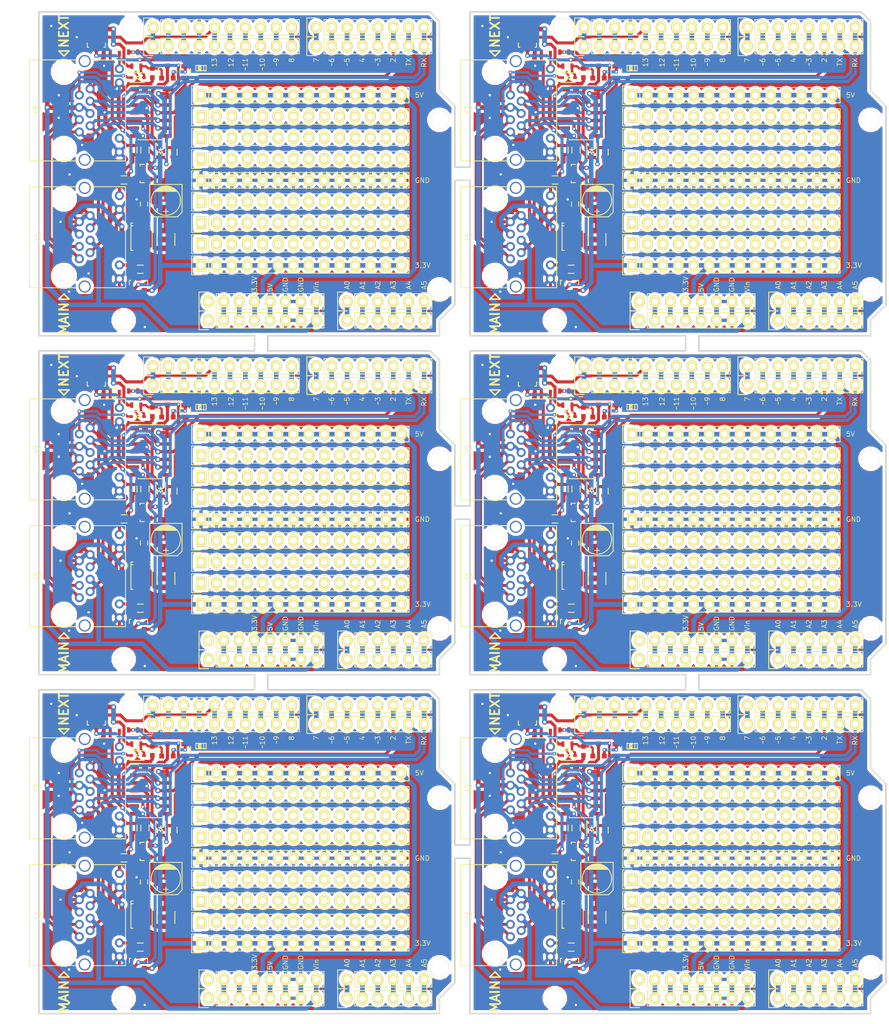
<source format=kicad_pcb>
(kicad_pcb (version 4) (host pcbnew no-vcs-found-product)
  (title_block (date "lun. 30 mars 2015"))
  (layers (0 F.Cu signal) (31 B.Cu signal) (34 B.Paste user) (35 F.Paste user) (36 B.SilkS user) (37 F.SilkS user) (38 B.Mask user) (39 F.Mask user) (44 Edge.Cuts user))
  (net 0 "")
  (net 1 +5V)
  (net 2 "Net-(P1-Pad1)")
  (net 3 +3V3)
  (net 4 VIN)
  (net 5 GNDD)
  (net 6 CC_OUTPUT_DET)
  (net 7 "Net-(D1-Pad1)")
  (net 8 POWER_INPUT)
  (net 9 "Net-(D2-Pad2)")
  (net 10 "Net-(D2-Pad1)")
  (net 11 "Net-(D3-Pad1)")
  (net 12 "Net-(D4-Pad1)")
  (net 13 IO0/RXD)
  (net 14 RS485_TX_LED)
  (net 15 "Net-(J1-Pad10)")
  (net 16 RS485_RX_LED)
  (net 17 "Net-(J1-Pad12)")
  (net 18 RS485_TX-)
  (net 19 RS485_RX-)
  (net 20 RS485_TX+)
  (net 21 RS485_RX+)
  (net 22 "Net-(J2-Pad10)")
  (net 23 "Net-(J2-Pad12)")
  (net 24 IOREF)
  (net 25 RESET)
  (net 26 AD5/SCL)
  (net 27 AD4/SDA)
  (net 28 AD3)
  (net 29 AD2)
  (net 30 AD1)
  (net 31 AD0)
  (net 32 IO8)
  (net 33 IO9)
  (net 34 IO10/SS)
  (net 35 IO11/MOSI)
  (net 36 IO12/MISO)
  (net 37 IO13/SCK)
  (net 38 AREF)
  (net 39 IO1/TXD)
  (net 40 IO2)
  (net 41 IO3)
  (net 42 IO4)
  (net 43 IO5)
  (net 44 IO6)
  (net 45 IO7)
  (net 46 "Net-(P9-Pad1)")
  (net 47 "Net-(P9-Pad2)")
  (net 48 "Net-(P9-Pad3)")
  (net 49 "Net-(P9-Pad4)")
  (net 50 "Net-(P9-Pad5)")
  (net 51 "Net-(P9-Pad6)")
  (net 52 "Net-(P9-Pad7)")
  (net 53 "Net-(P9-Pad8)")
  (net 54 "Net-(P9-Pad9)")
  (net 55 "Net-(P9-Pad10)")
  (net 56 "Net-(P9-Pad11)")
  (net 57 "Net-(P9-Pad12)")
  (net 58 "Net-(P9-Pad13)")
  (net 59 "Net-(P9-Pad14)")
  (net 60 "Net-(P10-Pad1)")
  (net 61 "Net-(P14-Pad1)")
  (net 62 "Net-(P14-Pad2)")
  (net 63 "Net-(P14-Pad3)")
  (net 64 "Net-(P14-Pad4)")
  (net 65 "Net-(P14-Pad5)")
  (net 66 "Net-(P14-Pad6)")
  (net 67 "Net-(P14-Pad7)")
  (net 68 "Net-(P14-Pad8)")
  (net 69 "Net-(P14-Pad9)")
  (net 70 "Net-(P14-Pad10)")
  (net 71 "Net-(P14-Pad11)")
  (net 72 "Net-(P14-Pad12)")
  (net 73 "Net-(P14-Pad13)")
  (net 74 "Net-(P14-Pad14)")
  (net 75 "Net-(P15-Pad1)")
  (net 76 "Net-(P15-Pad2)")
  (net 77 "Net-(P15-Pad3)")
  (net 78 "Net-(P15-Pad4)")
  (net 79 "Net-(P15-Pad5)")
  (net 80 "Net-(P15-Pad6)")
  (net 81 "Net-(P15-Pad7)")
  (net 82 "Net-(P15-Pad8)")
  (net 83 "Net-(P15-Pad9)")
  (net 84 "Net-(P15-Pad10)")
  (net 85 "Net-(P15-Pad11)")
  (net 86 "Net-(P15-Pad12)")
  (net 87 "Net-(P15-Pad13)")
  (net 88 "Net-(P15-Pad14)")
  (net 89 "Net-(P16-Pad1)")
  (net 90 "Net-(P16-Pad2)")
  (net 91 "Net-(P16-Pad3)")
  (net 92 "Net-(P16-Pad4)")
  (net 93 "Net-(P16-Pad5)")
  (net 94 "Net-(P16-Pad6)")
  (net 95 "Net-(P16-Pad7)")
  (net 96 "Net-(P16-Pad8)")
  (net 97 "Net-(P16-Pad9)")
  (net 98 "Net-(P16-Pad10)")
  (net 99 "Net-(P16-Pad11)")
  (net 100 "Net-(P16-Pad12)")
  (net 101 "Net-(P16-Pad13)")
  (net 102 "Net-(P16-Pad14)")
  (net 103 "Net-(Q4-Pad2)")
  (net 104 "Net-(P17-Pad1)")
  (net 105 "Net-(P17-Pad2)")
  (net 106 "Net-(P17-Pad3)")
  (net 107 "Net-(P17-Pad4)")
  (net 108 "Net-(P17-Pad5)")
  (net 109 "Net-(P17-Pad6)")
  (net 110 "Net-(P17-Pad7)")
  (net 111 "Net-(P17-Pad8)")
  (net 112 "Net-(P17-Pad9)")
  (net 113 "Net-(P17-Pad10)")
  (net 114 "Net-(P17-Pad11)")
  (net 115 "Net-(P17-Pad12)")
  (net 116 "Net-(P17-Pad13)")
  (net 117 "Net-(P17-Pad14)")
  (net 118 "Net-(P18-Pad1)")
  (net 119 "Net-(P18-Pad2)")
  (net 120 "Net-(P18-Pad3)")
  (net 121 "Net-(P18-Pad4)")
  (net 122 "Net-(P18-Pad5)")
  (net 123 "Net-(P18-Pad6)")
  (net 124 "Net-(P18-Pad7)")
  (net 125 "Net-(P18-Pad8)")
  (net 126 "Net-(P18-Pad9)")
  (net 127 "Net-(P18-Pad10)")
  (net 128 "Net-(P18-Pad11)")
  (net 129 "Net-(P18-Pad12)")
  (net 130 "Net-(P18-Pad13)")
  (net 131 "Net-(P18-Pad14)")
  (net 132 +12V)
  (module Socket_Arduino_Uno:Arduino_1pin (layer F.Cu) (at 97.749995 175.17999)
    (fp_text reference P5 hide)
    (fp_text value Hole hide)
    (pad "" thru_hole circle (at 0 0) (size 3.048 3.048) (drill 3.048) (layers *.Cu *.Mask F.SilkS))
  )
  (module Socket_Arduino_Uno:Arduino_1pin (layer F.Cu) (at 149.819995 170.09999)
    (fp_text reference P6 hide)
    (fp_text value Hole hide)
    (pad "" thru_hole circle (at 0 0) (size 3.048 3.048) (drill 3.048) (layers *.Cu *.Mask F.SilkS))
  )
  (module Socket_Arduino_Uno:Arduino_1pin (layer F.Cu) (at 99.019995 126.91999)
    (fp_text reference P7 hide)
    (fp_text value Hole hide)
    (pad "" thru_hole circle (at 0 0) (size 3.048 3.048) (drill 3.048) (layers *.Cu *.Mask F.SilkS))
  )
  (module Socket_Arduino_Uno:Arduino_1pin (layer F.Cu) (at 149.819995 142.15999)
    (fp_text reference P8 hide)
    (fp_text value Hole hide)
    (pad "" thru_hole circle (at 0 0) (size 3.048 3.048) (drill 3.048) (layers *.Cu *.Mask F.SilkS))
  )
  (module Pin_Headers:Pin_Header_Straight_1x14 (layer F.Cu) (at 110.500795 141.60119 90)
    (fp_text reference P16 hide)
    (fp_text value ~ hide)
    (pad 1 thru_hole rect (at 0 0 90) (size 2.032 1.7272) (drill 1.016) (layers *.Cu *.Mask F.SilkS) (net 89 "Net-(P16-Pad1)"))
    (pad 2 thru_hole oval (at 0 2.54 90) (size 2.032 1.7272) (drill 1.016) (layers *.Cu *.Mask F.SilkS) (net 90 "Net-(P16-Pad2)"))
    (pad 3 thru_hole oval (at 0 5.08 90) (size 2.032 1.7272) (drill 1.016) (layers *.Cu *.Mask F.SilkS) (net 91 "Net-(P16-Pad3)"))
    (pad 4 thru_hole oval (at 0 7.62 90) (size 2.032 1.7272) (drill 1.016) (layers *.Cu *.Mask F.SilkS) (net 92 "Net-(P16-Pad4)"))
    (pad 5 thru_hole oval (at 0 10.16 90) (size 2.032 1.7272) (drill 1.016) (layers *.Cu *.Mask F.SilkS) (net 93 "Net-(P16-Pad5)"))
    (pad 6 thru_hole oval (at 0 12.7 90) (size 2.032 1.7272) (drill 1.016) (layers *.Cu *.Mask F.SilkS) (net 94 "Net-(P16-Pad6)"))
    (pad 7 thru_hole oval (at 0 15.24 90) (size 2.032 1.7272) (drill 1.016) (layers *.Cu *.Mask F.SilkS) (net 95 "Net-(P16-Pad7)"))
    (pad 8 thru_hole oval (at 0 17.78 90) (size 2.032 1.7272) (drill 1.016) (layers *.Cu *.Mask F.SilkS) (net 96 "Net-(P16-Pad8)"))
    (pad 9 thru_hole oval (at 0 20.32 90) (size 2.032 1.7272) (drill 1.016) (layers *.Cu *.Mask F.SilkS) (net 97 "Net-(P16-Pad9)"))
    (pad 10 thru_hole oval (at 0 22.86 90) (size 2.032 1.7272) (drill 1.016) (layers *.Cu *.Mask F.SilkS) (net 98 "Net-(P16-Pad10)"))
    (pad 11 thru_hole oval (at 0 25.4 90) (size 2.032 1.7272) (drill 1.016) (layers *.Cu *.Mask F.SilkS) (net 99 "Net-(P16-Pad11)"))
    (pad 12 thru_hole oval (at 0 27.94 90) (size 2.032 1.7272) (drill 1.016) (layers *.Cu *.Mask F.SilkS) (net 100 "Net-(P16-Pad12)"))
    (pad 13 thru_hole oval (at 0 30.48 90) (size 2.032 1.7272) (drill 1.016) (layers *.Cu *.Mask F.SilkS) (net 101 "Net-(P16-Pad13)"))
    (pad 14 thru_hole oval (at 0 33.02 90) (size 2.032 1.7272) (drill 1.016) (layers *.Cu *.Mask F.SilkS) (net 102 "Net-(P16-Pad14)"))
  )
  (module Pin_Headers:Pin_Header_Straight_1x14 (layer F.Cu) (at 110.500795 145.10639 90)
    (fp_text reference P15 hide)
    (fp_text value ~ hide)
    (pad 1 thru_hole rect (at 0 0 90) (size 2.032 1.7272) (drill 1.016) (layers *.Cu *.Mask F.SilkS) (net 75 "Net-(P15-Pad1)"))
    (pad 2 thru_hole oval (at 0 2.54 90) (size 2.032 1.7272) (drill 1.016) (layers *.Cu *.Mask F.SilkS) (net 76 "Net-(P15-Pad2)"))
    (pad 3 thru_hole oval (at 0 5.08 90) (size 2.032 1.7272) (drill 1.016) (layers *.Cu *.Mask F.SilkS) (net 77 "Net-(P15-Pad3)"))
    (pad 4 thru_hole oval (at 0 7.62 90) (size 2.032 1.7272) (drill 1.016) (layers *.Cu *.Mask F.SilkS) (net 78 "Net-(P15-Pad4)"))
    (pad 5 thru_hole oval (at 0 10.16 90) (size 2.032 1.7272) (drill 1.016) (layers *.Cu *.Mask F.SilkS) (net 79 "Net-(P15-Pad5)"))
    (pad 6 thru_hole oval (at 0 12.7 90) (size 2.032 1.7272) (drill 1.016) (layers *.Cu *.Mask F.SilkS) (net 80 "Net-(P15-Pad6)"))
    (pad 7 thru_hole oval (at 0 15.24 90) (size 2.032 1.7272) (drill 1.016) (layers *.Cu *.Mask F.SilkS) (net 81 "Net-(P15-Pad7)"))
    (pad 8 thru_hole oval (at 0 17.78 90) (size 2.032 1.7272) (drill 1.016) (layers *.Cu *.Mask F.SilkS) (net 82 "Net-(P15-Pad8)"))
    (pad 9 thru_hole oval (at 0 20.32 90) (size 2.032 1.7272) (drill 1.016) (layers *.Cu *.Mask F.SilkS) (net 83 "Net-(P15-Pad9)"))
    (pad 10 thru_hole oval (at 0 22.86 90) (size 2.032 1.7272) (drill 1.016) (layers *.Cu *.Mask F.SilkS) (net 84 "Net-(P15-Pad10)"))
    (pad 11 thru_hole oval (at 0 25.4 90) (size 2.032 1.7272) (drill 1.016) (layers *.Cu *.Mask F.SilkS) (net 85 "Net-(P15-Pad11)"))
    (pad 12 thru_hole oval (at 0 27.94 90) (size 2.032 1.7272) (drill 1.016) (layers *.Cu *.Mask F.SilkS) (net 86 "Net-(P15-Pad12)"))
    (pad 13 thru_hole oval (at 0 30.48 90) (size 2.032 1.7272) (drill 1.016) (layers *.Cu *.Mask F.SilkS) (net 87 "Net-(P15-Pad13)"))
    (pad 14 thru_hole oval (at 0 33.02 90) (size 2.032 1.7272) (drill 1.016) (layers *.Cu *.Mask F.SilkS) (net 88 "Net-(P15-Pad14)"))
  )
  (module Pin_Headers:Pin_Header_Straight_1x14 (layer F.Cu) (at 110.500795 148.61159 90)
    (fp_text reference P14 hide)
    (fp_text value ~ hide)
    (pad 1 thru_hole rect (at 0 0 90) (size 2.032 1.7272) (drill 1.016) (layers *.Cu *.Mask F.SilkS) (net 61 "Net-(P14-Pad1)"))
    (pad 2 thru_hole oval (at 0 2.54 90) (size 2.032 1.7272) (drill 1.016) (layers *.Cu *.Mask F.SilkS) (net 62 "Net-(P14-Pad2)"))
    (pad 3 thru_hole oval (at 0 5.08 90) (size 2.032 1.7272) (drill 1.016) (layers *.Cu *.Mask F.SilkS) (net 63 "Net-(P14-Pad3)"))
    (pad 4 thru_hole oval (at 0 7.62 90) (size 2.032 1.7272) (drill 1.016) (layers *.Cu *.Mask F.SilkS) (net 64 "Net-(P14-Pad4)"))
    (pad 5 thru_hole oval (at 0 10.16 90) (size 2.032 1.7272) (drill 1.016) (layers *.Cu *.Mask F.SilkS) (net 65 "Net-(P14-Pad5)"))
    (pad 6 thru_hole oval (at 0 12.7 90) (size 2.032 1.7272) (drill 1.016) (layers *.Cu *.Mask F.SilkS) (net 66 "Net-(P14-Pad6)"))
    (pad 7 thru_hole oval (at 0 15.24 90) (size 2.032 1.7272) (drill 1.016) (layers *.Cu *.Mask F.SilkS) (net 67 "Net-(P14-Pad7)"))
    (pad 8 thru_hole oval (at 0 17.78 90) (size 2.032 1.7272) (drill 1.016) (layers *.Cu *.Mask F.SilkS) (net 68 "Net-(P14-Pad8)"))
    (pad 9 thru_hole oval (at 0 20.32 90) (size 2.032 1.7272) (drill 1.016) (layers *.Cu *.Mask F.SilkS) (net 69 "Net-(P14-Pad9)"))
    (pad 10 thru_hole oval (at 0 22.86 90) (size 2.032 1.7272) (drill 1.016) (layers *.Cu *.Mask F.SilkS) (net 70 "Net-(P14-Pad10)"))
    (pad 11 thru_hole oval (at 0 25.4 90) (size 2.032 1.7272) (drill 1.016) (layers *.Cu *.Mask F.SilkS) (net 71 "Net-(P14-Pad11)"))
    (pad 12 thru_hole oval (at 0 27.94 90) (size 2.032 1.7272) (drill 1.016) (layers *.Cu *.Mask F.SilkS) (net 72 "Net-(P14-Pad12)"))
    (pad 13 thru_hole oval (at 0 30.48 90) (size 2.032 1.7272) (drill 1.016) (layers *.Cu *.Mask F.SilkS) (net 73 "Net-(P14-Pad13)"))
    (pad 14 thru_hole oval (at 0 33.02 90) (size 2.032 1.7272) (drill 1.016) (layers *.Cu *.Mask F.SilkS) (net 74 "Net-(P14-Pad14)"))
  )
  (module Socket_Arduino_Uno:Socket_Strip_Arduino_1x08 (layer F.Cu) (at 129.499995 130.01879)
    (fp_text reference P13 hide)
    (fp_text value Digital hide)
    (pad 1 thru_hole oval (at 0 0) (size 1.7272 2.032) (drill 1.016) (layers *.Cu *.Mask F.SilkS) (net 45 IO7))
    (pad 2 thru_hole oval (at 2.54 0) (size 1.7272 2.032) (drill 1.016) (layers *.Cu *.Mask F.SilkS) (net 44 IO6))
    (pad 3 thru_hole oval (at 5.08 0) (size 1.7272 2.032) (drill 1.016) (layers *.Cu *.Mask F.SilkS) (net 43 IO5))
    (pad 4 thru_hole oval (at 7.62 0) (size 1.7272 2.032) (drill 1.016) (layers *.Cu *.Mask F.SilkS) (net 42 IO4))
    (pad 5 thru_hole oval (at 10.16 0) (size 1.7272 2.032) (drill 1.016) (layers *.Cu *.Mask F.SilkS) (net 41 IO3))
    (pad 6 thru_hole oval (at 12.7 0) (size 1.7272 2.032) (drill 1.016) (layers *.Cu *.Mask F.SilkS) (net 40 IO2))
    (pad 7 thru_hole oval (at 15.24 0) (size 1.7272 2.032) (drill 1.016) (layers *.Cu *.Mask F.SilkS) (net 39 IO1/TXD))
    (pad 8 thru_hole oval (at 17.78 0) (size 1.7272 2.032) (drill 1.016) (layers *.Cu *.Mask F.SilkS) (net 13 IO0/RXD))
  )
  (module Socket_Arduino_Uno:Socket_Strip_Arduino_1x10 (layer F.Cu) (at 102.575995 130.00609)
    (fp_text reference P12 hide)
    (fp_text value Digital hide)
    (pad 1 thru_hole oval (at 0 0) (size 1.7272 2.032) (drill 1.016) (layers *.Cu *.Mask F.SilkS) (net 26 AD5/SCL))
    (pad 2 thru_hole oval (at 2.54 0) (size 1.7272 2.032) (drill 1.016) (layers *.Cu *.Mask F.SilkS) (net 27 AD4/SDA))
    (pad 3 thru_hole oval (at 5.08 0) (size 1.7272 2.032) (drill 1.016) (layers *.Cu *.Mask F.SilkS) (net 38 AREF))
    (pad 4 thru_hole oval (at 7.62 0) (size 1.7272 2.032) (drill 1.016) (layers *.Cu *.Mask F.SilkS) (net 5 GNDD))
    (pad 5 thru_hole oval (at 10.16 0) (size 1.7272 2.032) (drill 1.016) (layers *.Cu *.Mask F.SilkS) (net 37 IO13/SCK))
    (pad 6 thru_hole oval (at 12.7 0) (size 1.7272 2.032) (drill 1.016) (layers *.Cu *.Mask F.SilkS) (net 36 IO12/MISO))
    (pad 7 thru_hole oval (at 15.24 0) (size 1.7272 2.032) (drill 1.016) (layers *.Cu *.Mask F.SilkS) (net 35 IO11/MOSI))
    (pad 8 thru_hole oval (at 17.78 0) (size 1.7272 2.032) (drill 1.016) (layers *.Cu *.Mask F.SilkS) (net 34 IO10/SS))
    (pad 9 thru_hole oval (at 20.32 0) (size 1.7272 2.032) (drill 1.016) (layers *.Cu *.Mask F.SilkS) (net 33 IO9))
    (pad 10 thru_hole oval (at 22.86 0) (size 1.7272 2.032) (drill 1.016) (layers *.Cu *.Mask F.SilkS) (net 32 IO8))
  )
  (module Socket_Arduino_Uno:Socket_Strip_Arduino_1x06 (layer F.Cu) (at 134.579995 172.08119)
    (fp_text reference P11 hide)
    (fp_text value Analog hide)
    (pad 1 thru_hole oval (at 0 0) (size 1.7272 2.032) (drill 1.016) (layers *.Cu *.Mask F.SilkS) (net 31 AD0))
    (pad 2 thru_hole oval (at 2.54 0) (size 1.7272 2.032) (drill 1.016) (layers *.Cu *.Mask F.SilkS) (net 30 AD1))
    (pad 3 thru_hole oval (at 5.08 0) (size 1.7272 2.032) (drill 1.016) (layers *.Cu *.Mask F.SilkS) (net 29 AD2))
    (pad 4 thru_hole oval (at 7.62 0) (size 1.7272 2.032) (drill 1.016) (layers *.Cu *.Mask F.SilkS) (net 28 AD3))
    (pad 5 thru_hole oval (at 10.16 0) (size 1.7272 2.032) (drill 1.016) (layers *.Cu *.Mask F.SilkS) (net 27 AD4/SDA))
    (pad 6 thru_hole oval (at 12.7 0) (size 1.7272 2.032) (drill 1.016) (layers *.Cu *.Mask F.SilkS) (net 26 AD5/SCL))
  )
  (module Socket_Arduino_Uno:Socket_Strip_Arduino_1x08 (layer F.Cu) (at 111.719995 172.08119)
    (fp_text reference P10 hide)
    (fp_text value Power hide)
    (pad 1 thru_hole oval (at 0 0) (size 1.7272 2.032) (drill 1.016) (layers *.Cu *.Mask F.SilkS) (net 60 "Net-(P10-Pad1)"))
    (pad 2 thru_hole oval (at 2.54 0) (size 1.7272 2.032) (drill 1.016) (layers *.Cu *.Mask F.SilkS) (net 24 IOREF))
    (pad 3 thru_hole oval (at 5.08 0) (size 1.7272 2.032) (drill 1.016) (layers *.Cu *.Mask F.SilkS) (net 25 RESET))
    (pad 4 thru_hole oval (at 7.62 0) (size 1.7272 2.032) (drill 1.016) (layers *.Cu *.Mask F.SilkS) (net 3 +3V3))
    (pad 5 thru_hole oval (at 10.16 0) (size 1.7272 2.032) (drill 1.016) (layers *.Cu *.Mask F.SilkS) (net 1 +5V))
    (pad 6 thru_hole oval (at 12.7 0) (size 1.7272 2.032) (drill 1.016) (layers *.Cu *.Mask F.SilkS) (net 5 GNDD))
    (pad 7 thru_hole oval (at 15.24 0) (size 1.7272 2.032) (drill 1.016) (layers *.Cu *.Mask F.SilkS) (net 5 GNDD))
    (pad 8 thru_hole oval (at 17.78 0) (size 1.7272 2.032) (drill 1.016) (layers *.Cu *.Mask F.SilkS) (net 132 +12V))
  )
  (module Pin_Headers:Pin_Header_Straight_1x14 (layer F.Cu) (at 110.500795 155.62199 90)
    (fp_text reference P9 hide)
    (fp_text value ~ hide)
    (pad 1 thru_hole rect (at 0 0 90) (size 2.032 1.7272) (drill 1.016) (layers *.Cu *.Mask F.SilkS) (net 46 "Net-(P9-Pad1)"))
    (pad 2 thru_hole oval (at 0 2.54 90) (size 2.032 1.7272) (drill 1.016) (layers *.Cu *.Mask F.SilkS) (net 47 "Net-(P9-Pad2)"))
    (pad 3 thru_hole oval (at 0 5.08 90) (size 2.032 1.7272) (drill 1.016) (layers *.Cu *.Mask F.SilkS) (net 48 "Net-(P9-Pad3)"))
    (pad 4 thru_hole oval (at 0 7.62 90) (size 2.032 1.7272) (drill 1.016) (layers *.Cu *.Mask F.SilkS) (net 49 "Net-(P9-Pad4)"))
    (pad 5 thru_hole oval (at 0 10.16 90) (size 2.032 1.7272) (drill 1.016) (layers *.Cu *.Mask F.SilkS) (net 50 "Net-(P9-Pad5)"))
    (pad 6 thru_hole oval (at 0 12.7 90) (size 2.032 1.7272) (drill 1.016) (layers *.Cu *.Mask F.SilkS) (net 51 "Net-(P9-Pad6)"))
    (pad 7 thru_hole oval (at 0 15.24 90) (size 2.032 1.7272) (drill 1.016) (layers *.Cu *.Mask F.SilkS) (net 52 "Net-(P9-Pad7)"))
    (pad 8 thru_hole oval (at 0 17.78 90) (size 2.032 1.7272) (drill 1.016) (layers *.Cu *.Mask F.SilkS) (net 53 "Net-(P9-Pad8)"))
    (pad 9 thru_hole oval (at 0 20.32 90) (size 2.032 1.7272) (drill 1.016) (layers *.Cu *.Mask F.SilkS) (net 54 "Net-(P9-Pad9)"))
    (pad 10 thru_hole oval (at 0 22.86 90) (size 2.032 1.7272) (drill 1.016) (layers *.Cu *.Mask F.SilkS) (net 55 "Net-(P9-Pad10)"))
    (pad 11 thru_hole oval (at 0 25.4 90) (size 2.032 1.7272) (drill 1.016) (layers *.Cu *.Mask F.SilkS) (net 56 "Net-(P9-Pad11)"))
    (pad 12 thru_hole oval (at 0 27.94 90) (size 2.032 1.7272) (drill 1.016) (layers *.Cu *.Mask F.SilkS) (net 57 "Net-(P9-Pad12)"))
    (pad 13 thru_hole oval (at 0 30.48 90) (size 2.032 1.7272) (drill 1.016) (layers *.Cu *.Mask F.SilkS) (net 58 "Net-(P9-Pad13)"))
    (pad 14 thru_hole oval (at 0 33.02 90) (size 2.032 1.7272) (drill 1.016) (layers *.Cu *.Mask F.SilkS) (net 59 "Net-(P9-Pad14)"))
  )
  (module Pin_Headers:Pin_Header_Straight_1x14 (layer F.Cu) (at 110.500795 152.11679 90)
    (fp_text reference P21 hide)
    (fp_text value ~ hide)
    (pad 1 thru_hole rect (at 0 0 90) (size 2.032 1.7272) (drill 1.016) (layers *.Cu *.Mask F.SilkS) (net 5 GNDD))
    (pad 2 thru_hole oval (at 0 2.54 90) (size 2.032 1.7272) (drill 1.016) (layers *.Cu *.Mask F.SilkS) (net 5 GNDD))
    (pad 3 thru_hole oval (at 0 5.08 90) (size 2.032 1.7272) (drill 1.016) (layers *.Cu *.Mask F.SilkS) (net 5 GNDD))
    (pad 4 thru_hole oval (at 0 7.62 90) (size 2.032 1.7272) (drill 1.016) (layers *.Cu *.Mask F.SilkS) (net 5 GNDD))
    (pad 5 thru_hole oval (at 0 10.16 90) (size 2.032 1.7272) (drill 1.016) (layers *.Cu *.Mask F.SilkS) (net 5 GNDD))
    (pad 6 thru_hole oval (at 0 12.7 90) (size 2.032 1.7272) (drill 1.016) (layers *.Cu *.Mask F.SilkS) (net 5 GNDD))
    (pad 7 thru_hole oval (at 0 15.24 90) (size 2.032 1.7272) (drill 1.016) (layers *.Cu *.Mask F.SilkS) (net 5 GNDD))
    (pad 8 thru_hole oval (at 0 17.78 90) (size 2.032 1.7272) (drill 1.016) (layers *.Cu *.Mask F.SilkS) (net 5 GNDD))
    (pad 9 thru_hole oval (at 0 20.32 90) (size 2.032 1.7272) (drill 1.016) (layers *.Cu *.Mask F.SilkS) (net 5 GNDD))
    (pad 10 thru_hole oval (at 0 22.86 90) (size 2.032 1.7272) (drill 1.016) (layers *.Cu *.Mask F.SilkS) (net 5 GNDD))
    (pad 11 thru_hole oval (at 0 25.4 90) (size 2.032 1.7272) (drill 1.016) (layers *.Cu *.Mask F.SilkS) (net 5 GNDD))
    (pad 12 thru_hole oval (at 0 27.94 90) (size 2.032 1.7272) (drill 1.016) (layers *.Cu *.Mask F.SilkS) (net 5 GNDD))
    (pad 13 thru_hole oval (at 0 30.48 90) (size 2.032 1.7272) (drill 1.016) (layers *.Cu *.Mask F.SilkS) (net 5 GNDD))
    (pad 14 thru_hole oval (at 0 33.02 90) (size 2.032 1.7272) (drill 1.016) (layers *.Cu *.Mask F.SilkS) (net 5 GNDD))
  )
  (module Pin_Headers:Pin_Header_Straight_1x14 (layer F.Cu) (at 110.500795 138.09599 90)
    (fp_text reference P20 hide)
    (fp_text value ~ hide)
    (pad 1 thru_hole rect (at 0 0 90) (size 2.032 1.7272) (drill 1.016) (layers *.Cu *.Mask F.SilkS) (net 1 +5V))
    (pad 2 thru_hole oval (at 0 2.54 90) (size 2.032 1.7272) (drill 1.016) (layers *.Cu *.Mask F.SilkS) (net 1 +5V))
    (pad 3 thru_hole oval (at 0 5.08 90) (size 2.032 1.7272) (drill 1.016) (layers *.Cu *.Mask F.SilkS) (net 1 +5V))
    (pad 4 thru_hole oval (at 0 7.62 90) (size 2.032 1.7272) (drill 1.016) (layers *.Cu *.Mask F.SilkS) (net 1 +5V))
    (pad 5 thru_hole oval (at 0 10.16 90) (size 2.032 1.7272) (drill 1.016) (layers *.Cu *.Mask F.SilkS) (net 1 +5V))
    (pad 6 thru_hole oval (at 0 12.7 90) (size 2.032 1.7272) (drill 1.016) (layers *.Cu *.Mask F.SilkS) (net 1 +5V))
    (pad 7 thru_hole oval (at 0 15.24 90) (size 2.032 1.7272) (drill 1.016) (layers *.Cu *.Mask F.SilkS) (net 1 +5V))
    (pad 8 thru_hole oval (at 0 17.78 90) (size 2.032 1.7272) (drill 1.016) (layers *.Cu *.Mask F.SilkS) (net 1 +5V))
    (pad 9 thru_hole oval (at 0 20.32 90) (size 2.032 1.7272) (drill 1.016) (layers *.Cu *.Mask F.SilkS) (net 1 +5V))
    (pad 10 thru_hole oval (at 0 22.86 90) (size 2.032 1.7272) (drill 1.016) (layers *.Cu *.Mask F.SilkS) (net 1 +5V))
    (pad 11 thru_hole oval (at 0 25.4 90) (size 2.032 1.7272) (drill 1.016) (layers *.Cu *.Mask F.SilkS) (net 1 +5V))
    (pad 12 thru_hole oval (at 0 27.94 90) (size 2.032 1.7272) (drill 1.016) (layers *.Cu *.Mask F.SilkS) (net 1 +5V))
    (pad 13 thru_hole oval (at 0 30.48 90) (size 2.032 1.7272) (drill 1.016) (layers *.Cu *.Mask F.SilkS) (net 1 +5V))
    (pad 14 thru_hole oval (at 0 33.02 90) (size 2.032 1.7272) (drill 1.016) (layers *.Cu *.Mask F.SilkS) (net 1 +5V))
  )
  (module Pin_Headers:Pin_Header_Straight_1x14 (layer F.Cu) (at 110.500795 166.13759 90)
    (fp_text reference P19 hide)
    (fp_text value ~ hide)
    (pad 1 thru_hole rect (at 0 0 90) (size 2.032 1.7272) (drill 1.016) (layers *.Cu *.Mask F.SilkS) (net 3 +3V3))
    (pad 2 thru_hole oval (at 0 2.54 90) (size 2.032 1.7272) (drill 1.016) (layers *.Cu *.Mask F.SilkS) (net 3 +3V3))
    (pad 3 thru_hole oval (at 0 5.08 90) (size 2.032 1.7272) (drill 1.016) (layers *.Cu *.Mask F.SilkS) (net 3 +3V3))
    (pad 4 thru_hole oval (at 0 7.62 90) (size 2.032 1.7272) (drill 1.016) (layers *.Cu *.Mask F.SilkS) (net 3 +3V3))
    (pad 5 thru_hole oval (at 0 10.16 90) (size 2.032 1.7272) (drill 1.016) (layers *.Cu *.Mask F.SilkS) (net 3 +3V3))
    (pad 6 thru_hole oval (at 0 12.7 90) (size 2.032 1.7272) (drill 1.016) (layers *.Cu *.Mask F.SilkS) (net 3 +3V3))
    (pad 7 thru_hole oval (at 0 15.24 90) (size 2.032 1.7272) (drill 1.016) (layers *.Cu *.Mask F.SilkS) (net 3 +3V3))
    (pad 8 thru_hole oval (at 0 17.78 90) (size 2.032 1.7272) (drill 1.016) (layers *.Cu *.Mask F.SilkS) (net 3 +3V3))
    (pad 9 thru_hole oval (at 0 20.32 90) (size 2.032 1.7272) (drill 1.016) (layers *.Cu *.Mask F.SilkS) (net 3 +3V3))
    (pad 10 thru_hole oval (at 0 22.86 90) (size 2.032 1.7272) (drill 1.016) (layers *.Cu *.Mask F.SilkS) (net 3 +3V3))
    (pad 11 thru_hole oval (at 0 25.4 90) (size 2.032 1.7272) (drill 1.016) (layers *.Cu *.Mask F.SilkS) (net 3 +3V3))
    (pad 12 thru_hole oval (at 0 27.94 90) (size 2.032 1.7272) (drill 1.016) (layers *.Cu *.Mask F.SilkS) (net 3 +3V3))
    (pad 13 thru_hole oval (at 0 30.48 90) (size 2.032 1.7272) (drill 1.016) (layers *.Cu *.Mask F.SilkS) (net 3 +3V3))
    (pad 14 thru_hole oval (at 0 33.02 90) (size 2.032 1.7272) (drill 1.016) (layers *.Cu *.Mask F.SilkS) (net 3 +3V3))
  )
  (module Pin_Headers:Pin_Header_Straight_1x14 (layer F.Cu) (at 110.500795 162.63239 90)
    (fp_text reference P18 hide)
    (fp_text value ~ hide)
    (pad 1 thru_hole rect (at 0 0 90) (size 2.032 1.7272) (drill 1.016) (layers *.Cu *.Mask F.SilkS) (net 118 "Net-(P18-Pad1)"))
    (pad 2 thru_hole oval (at 0 2.54 90) (size 2.032 1.7272) (drill 1.016) (layers *.Cu *.Mask F.SilkS) (net 119 "Net-(P18-Pad2)"))
    (pad 3 thru_hole oval (at 0 5.08 90) (size 2.032 1.7272) (drill 1.016) (layers *.Cu *.Mask F.SilkS) (net 120 "Net-(P18-Pad3)"))
    (pad 4 thru_hole oval (at 0 7.62 90) (size 2.032 1.7272) (drill 1.016) (layers *.Cu *.Mask F.SilkS) (net 121 "Net-(P18-Pad4)"))
    (pad 5 thru_hole oval (at 0 10.16 90) (size 2.032 1.7272) (drill 1.016) (layers *.Cu *.Mask F.SilkS) (net 122 "Net-(P18-Pad5)"))
    (pad 6 thru_hole oval (at 0 12.7 90) (size 2.032 1.7272) (drill 1.016) (layers *.Cu *.Mask F.SilkS) (net 123 "Net-(P18-Pad6)"))
    (pad 7 thru_hole oval (at 0 15.24 90) (size 2.032 1.7272) (drill 1.016) (layers *.Cu *.Mask F.SilkS) (net 124 "Net-(P18-Pad7)"))
    (pad 8 thru_hole oval (at 0 17.78 90) (size 2.032 1.7272) (drill 1.016) (layers *.Cu *.Mask F.SilkS) (net 125 "Net-(P18-Pad8)"))
    (pad 9 thru_hole oval (at 0 20.32 90) (size 2.032 1.7272) (drill 1.016) (layers *.Cu *.Mask F.SilkS) (net 126 "Net-(P18-Pad9)"))
    (pad 10 thru_hole oval (at 0 22.86 90) (size 2.032 1.7272) (drill 1.016) (layers *.Cu *.Mask F.SilkS) (net 127 "Net-(P18-Pad10)"))
    (pad 11 thru_hole oval (at 0 25.4 90) (size 2.032 1.7272) (drill 1.016) (layers *.Cu *.Mask F.SilkS) (net 128 "Net-(P18-Pad11)"))
    (pad 12 thru_hole oval (at 0 27.94 90) (size 2.032 1.7272) (drill 1.016) (layers *.Cu *.Mask F.SilkS) (net 129 "Net-(P18-Pad12)"))
    (pad 13 thru_hole oval (at 0 30.48 90) (size 2.032 1.7272) (drill 1.016) (layers *.Cu *.Mask F.SilkS) (net 130 "Net-(P18-Pad13)"))
    (pad 14 thru_hole oval (at 0 33.02 90) (size 2.032 1.7272) (drill 1.016) (layers *.Cu *.Mask F.SilkS) (net 131 "Net-(P18-Pad14)"))
  )
  (module Pin_Headers:Pin_Header_Straight_1x14 (layer F.Cu) (at 110.500795 159.12719 90)
    (fp_text reference P17 hide)
    (fp_text value ~ hide)
    (pad 1 thru_hole rect (at 0 0 90) (size 2.032 1.7272) (drill 1.016) (layers *.Cu *.Mask F.SilkS) (net 104 "Net-(P17-Pad1)"))
    (pad 2 thru_hole oval (at 0 2.54 90) (size 2.032 1.7272) (drill 1.016) (layers *.Cu *.Mask F.SilkS) (net 105 "Net-(P17-Pad2)"))
    (pad 3 thru_hole oval (at 0 5.08 90) (size 2.032 1.7272) (drill 1.016) (layers *.Cu *.Mask F.SilkS) (net 106 "Net-(P17-Pad3)"))
    (pad 4 thru_hole oval (at 0 7.62 90) (size 2.032 1.7272) (drill 1.016) (layers *.Cu *.Mask F.SilkS) (net 107 "Net-(P17-Pad4)"))
    (pad 5 thru_hole oval (at 0 10.16 90) (size 2.032 1.7272) (drill 1.016) (layers *.Cu *.Mask F.SilkS) (net 108 "Net-(P17-Pad5)"))
    (pad 6 thru_hole oval (at 0 12.7 90) (size 2.032 1.7272) (drill 1.016) (layers *.Cu *.Mask F.SilkS) (net 109 "Net-(P17-Pad6)"))
    (pad 7 thru_hole oval (at 0 15.24 90) (size 2.032 1.7272) (drill 1.016) (layers *.Cu *.Mask F.SilkS) (net 110 "Net-(P17-Pad7)"))
    (pad 8 thru_hole oval (at 0 17.78 90) (size 2.032 1.7272) (drill 1.016) (layers *.Cu *.Mask F.SilkS) (net 111 "Net-(P17-Pad8)"))
    (pad 9 thru_hole oval (at 0 20.32 90) (size 2.032 1.7272) (drill 1.016) (layers *.Cu *.Mask F.SilkS) (net 112 "Net-(P17-Pad9)"))
    (pad 10 thru_hole oval (at 0 22.86 90) (size 2.032 1.7272) (drill 1.016) (layers *.Cu *.Mask F.SilkS) (net 113 "Net-(P17-Pad10)"))
    (pad 11 thru_hole oval (at 0 25.4 90) (size 2.032 1.7272) (drill 1.016) (layers *.Cu *.Mask F.SilkS) (net 114 "Net-(P17-Pad11)"))
    (pad 12 thru_hole oval (at 0 27.94 90) (size 2.032 1.7272) (drill 1.016) (layers *.Cu *.Mask F.SilkS) (net 115 "Net-(P17-Pad12)"))
    (pad 13 thru_hole oval (at 0 30.48 90) (size 2.032 1.7272) (drill 1.016) (layers *.Cu *.Mask F.SilkS) (net 116 "Net-(P17-Pad13)"))
    (pad 14 thru_hole oval (at 0 33.02 90) (size 2.032 1.7272) (drill 1.016) (layers *.Cu *.Mask F.SilkS) (net 117 "Net-(P17-Pad14)"))
  )
  (module Housings_SOIC:SOIC-14_3.9x8.7mm_Pitch1.27mm (layer F.Cu) (at 102.220395 140.99159)
    (fp_text reference U1 hide)
    (fp_text value ISL83491 hide)
    (pad 1 smd rect (at -2.7 -3.81) (size 1.5 0.6) (layers F.Cu F.Paste F.Mask))
    (pad 2 smd rect (at -2.7 -2.54) (size 1.5 0.6) (layers F.Cu F.Paste F.Mask) (net 12 "Net-(D4-Pad1)"))
    (pad 3 smd rect (at -2.7 -1.27) (size 1.5 0.6) (layers F.Cu F.Paste F.Mask) (net 5 GNDD))
    (pad 4 smd rect (at -2.7 0) (size 1.5 0.6) (layers F.Cu F.Paste F.Mask) (net 40 IO2))
    (pad 5 smd rect (at -2.7 1.27) (size 1.5 0.6) (layers F.Cu F.Paste F.Mask) (net 39 IO1/TXD))
    (pad 6 smd rect (at -2.7 2.54) (size 1.5 0.6) (layers F.Cu F.Paste F.Mask) (net 5 GNDD))
    (pad 7 smd rect (at -2.7 3.81) (size 1.5 0.6) (layers F.Cu F.Paste F.Mask) (net 5 GNDD))
    (pad 8 smd rect (at 2.7 3.81) (size 1.5 0.6) (layers F.Cu F.Paste F.Mask))
    (pad 9 smd rect (at 2.7 2.54) (size 1.5 0.6) (layers F.Cu F.Paste F.Mask) (net 20 RS485_TX+))
    (pad 10 smd rect (at 2.7 1.27) (size 1.5 0.6) (layers F.Cu F.Paste F.Mask) (net 18 RS485_TX-))
    (pad 11 smd rect (at 2.7 0) (size 1.5 0.6) (layers F.Cu F.Paste F.Mask) (net 19 RS485_RX-))
    (pad 12 smd rect (at 2.7 -1.27) (size 1.5 0.6) (layers F.Cu F.Paste F.Mask) (net 21 RS485_RX+))
    (pad 13 smd rect (at 2.7 -2.54) (size 1.5 0.6) (layers F.Cu F.Paste F.Mask) (net 3 +3V3))
    (pad 14 smd rect (at 2.7 -3.81) (size 1.5 0.6) (layers F.Cu F.Paste F.Mask) (net 3 +3V3))
  )
  (module Resistors_SMD:R_1210 (layer F.Cu) (at 104.709595 161.87039 90)
    (fp_text reference RT1 hide)
    (fp_text value PTC_FUSE hide)
    (pad 1 smd rect (at -1.45 0 90) (size 0.9 2.5) (layers F.Cu F.Paste F.Mask) (net 7 "Net-(D1-Pad1)"))
    (pad 2 smd rect (at 1.45 0 90) (size 0.9 2.5) (layers F.Cu F.Paste F.Mask) (net 4 VIN))
  )
  (module Resistors_SMD:R_0603 (layer F.Cu) (at 101.255195 147.13839 90)
    (fp_text reference R11 hide)
    (fp_text value 10K hide)
    (pad 1 smd rect (at -0.75 0 90) (size 0.5 0.9) (layers F.Cu F.Paste F.Mask) (net 3 +3V3))
    (pad 2 smd rect (at 0.75 0 90) (size 0.5 0.9) (layers F.Cu F.Paste F.Mask) (net 13 IO0/RXD))
  )
  (module Resistors_SMD:R_0603 (layer F.Cu) (at 105.877995 147.49399 90)
    (fp_text reference R10 hide)
    (fp_text value 10K hide)
    (pad 1 smd rect (at -0.75 0 90) (size 0.5 0.9) (layers F.Cu F.Paste F.Mask) (net 5 GNDD))
    (pad 2 smd rect (at 0.75 0 90) (size 0.5 0.9) (layers F.Cu F.Paste F.Mask) (net 40 IO2))
  )
  (module Resistors_SMD:R_0805 (layer F.Cu) (at 107.899835 134.29107 270)
    (fp_text reference R9 hide)
    (fp_text value 100R hide)
    (pad 1 smd rect (at -0.95 0 270) (size 0.7 1.3) (layers F.Cu F.Paste F.Mask) (net 103 "Net-(Q4-Pad2)"))
    (pad 2 smd rect (at 0.95 0 270) (size 0.7 1.3) (layers F.Cu F.Paste F.Mask) (net 19 RS485_RX-))
  )
  (module Resistors_SMD:R_0603 (layer F.Cu) (at 99.832795 133.32079)
    (fp_text reference R8 hide)
    (fp_text value 10K hide)
    (pad 1 smd rect (at -0.75 0) (size 0.5 0.9) (layers F.Cu F.Paste F.Mask) (net 132 +12V))
    (pad 2 smd rect (at 0.75 0) (size 0.5 0.9) (layers F.Cu F.Paste F.Mask) (net 6 CC_OUTPUT_DET))
  )
  (module Resistors_SMD:R_0603 (layer F.Cu) (at 99.273995 147.13839 270)
    (fp_text reference R5 hide)
    (fp_text value 330R hide)
    (pad 1 smd rect (at -0.75 0 270) (size 0.5 0.9) (layers F.Cu F.Paste F.Mask) (net 22 "Net-(J2-Pad10)"))
    (pad 2 smd rect (at 0.75 0 270) (size 0.5 0.9) (layers F.Cu F.Paste F.Mask) (net 14 RS485_TX_LED))
  )
  (module Resistors_SMD:R_0603 (layer F.Cu) (at 96.276795 131.23799 180)
    (fp_text reference R4 hide)
    (fp_text value 330R hide)
    (pad 1 smd rect (at -0.75 0 180) (size 0.5 0.9) (layers F.Cu F.Paste F.Mask) (net 23 "Net-(J2-Pad12)"))
    (pad 2 smd rect (at 0.75 0 180) (size 0.5 0.9) (layers F.Cu F.Paste F.Mask) (net 16 RS485_RX_LED))
  )
  (module Resistors_SMD:R_0603 (layer F.Cu) (at 100.467795 166.77259)
    (fp_text reference R3 hide)
    (fp_text value 330R hide)
    (pad 1 smd rect (at -0.75 0) (size 0.5 0.9) (layers F.Cu F.Paste F.Mask) (net 15 "Net-(J1-Pad10)"))
    (pad 2 smd rect (at 0.75 0) (size 0.5 0.9) (layers F.Cu F.Paste F.Mask) (net 14 RS485_TX_LED))
  )
  (module Resistors_SMD:R_0603 (layer F.Cu) (at 97.800795 152.06599)
    (fp_text reference R2 hide)
    (fp_text value 330R hide)
    (pad 1 smd rect (at -0.75 0) (size 0.5 0.9) (layers F.Cu F.Paste F.Mask) (net 17 "Net-(J1-Pad12)"))
    (pad 2 smd rect (at 0.75 0) (size 0.5 0.9) (layers F.Cu F.Paste F.Mask) (net 16 RS485_RX_LED))
  )
  (module Resistors_SMD:R_0603 (layer F.Cu) (at 99.312095 130.99669)
    (fp_text reference R1 hide)
    (fp_text value 330R hide)
    (pad 1 smd rect (at -0.75 0) (size 0.5 0.9) (layers F.Cu F.Paste F.Mask) (net 3 +3V3))
    (pad 2 smd rect (at 0.75 0) (size 0.5 0.9) (layers F.Cu F.Paste F.Mask) (net 9 "Net-(D2-Pad2)"))
  )
  (module Housings_SOT-23_SOT-143_TSOT-6:SOT-23 (layer F.Cu) (at 104.963595 134.28599)
    (fp_text reference Q4 hide)
    (fp_text value IRFML8244TRPBF hide)
    (pad 1 smd rect (at -0.95 1.00076) (size 0.8001 0.8001) (layers F.Cu F.Paste F.Mask) (net 6 CC_OUTPUT_DET))
    (pad 2 smd rect (at 0.95 1.00076) (size 0.8001 0.8001) (layers F.Cu F.Paste F.Mask) (net 103 "Net-(Q4-Pad2)"))
    (pad 3 smd rect (at 0 -0.99822) (size 0.8001 0.8001) (layers F.Cu F.Paste F.Mask) (net 21 RS485_RX+))
  )
  (module Housings_SOT-23_SOT-143_TSOT-6:SOT-23 (layer F.Cu) (at 100.188395 169.26179)
    (fp_text reference Q3 hide)
    (fp_text value BSS84 hide)
    (pad 1 smd rect (at -0.95 1.00076) (size 0.8001 0.8001) (layers F.Cu F.Paste F.Mask) (net 39 IO1/TXD))
    (pad 2 smd rect (at 0.95 1.00076) (size 0.8001 0.8001) (layers F.Cu F.Paste F.Mask) (net 3 +3V3))
    (pad 3 smd rect (at 0 -0.99822) (size 0.8001 0.8001) (layers F.Cu F.Paste F.Mask) (net 14 RS485_TX_LED))
  )
  (module Housings_SOT-23_SOT-143_TSOT-6:SOT-23 (layer F.Cu) (at 101.102795 150.99919 90)
    (fp_text reference Q2 hide)
    (fp_text value BSS84 hide)
    (pad 1 smd rect (at -0.95 1.00076 90) (size 0.8001 0.8001) (layers F.Cu F.Paste F.Mask) (net 13 IO0/RXD))
    (pad 2 smd rect (at 0.95 1.00076 90) (size 0.8001 0.8001) (layers F.Cu F.Paste F.Mask) (net 3 +3V3))
    (pad 3 smd rect (at 0 -0.99822 90) (size 0.8001 0.8001) (layers F.Cu F.Paste F.Mask) (net 16 RS485_RX_LED))
  )
  (module Housings_SOT-23_SOT-143_TSOT-6:SOT-23 (layer F.Cu) (at 93.241495 129.53619 180)
    (fp_text reference Q1 hide)
    (fp_text value 2N7002 hide)
    (pad 1 smd rect (at -0.95 1.00076 180) (size 0.8001 0.8001) (layers F.Cu F.Paste F.Mask) (net 37 IO13/SCK))
    (pad 2 smd rect (at 0.95 1.00076 180) (size 0.8001 0.8001) (layers F.Cu F.Paste F.Mask) (net 5 GNDD))
    (pad 3 smd rect (at 0 -0.99822 180) (size 0.8001 0.8001) (layers F.Cu F.Paste F.Mask) (net 10 "Net-(D2-Pad1)"))
  )
  (module Connect:RJHSE538X (layer F.Cu) (at 90.434795 144.16199 90)
    (fp_text reference J2 (at 3.4925 -6.9215 90) (layer F.SilkS))
    (fp_text value CC_OUTPUT hide)
    (pad "" thru_hole circle (at 11.684 0.889 90) (size 2 2) (drill 1.57) (layers *.Cu *.Mask))
    (pad 9 thru_hole circle (at -3.302 6.604 90) (size 1.50114 1.50114) (drill 0.889) (layers *.Cu *.Mask) (net 5 GNDD))
    (pad 10 thru_hole circle (at -1.016 6.604 90) (size 1.50114 1.50114) (drill 0.889) (layers *.Cu *.Mask) (net 22 "Net-(J2-Pad10)"))
    (pad 11 thru_hole circle (at 8.128 6.604 90) (size 1.50114 1.50114) (drill 0.889) (layers *.Cu *.Mask) (net 5 GNDD))
    (pad 12 thru_hole circle (at 10.414 6.604 90) (size 1.50114 1.50114) (drill 0.889) (layers *.Cu *.Mask) (net 23 "Net-(J2-Pad12)"))
    (pad 8 thru_hole circle (at 7.112 1.778 90) (size 1.50114 1.50114) (drill 0.889) (layers *.Cu *.Mask) (net 5 GNDD))
    (pad 6 thru_hole circle (at 5.08 1.778 90) (size 1.50114 1.50114) (drill 0.889) (layers *.Cu *.Mask) (net 19 RS485_RX-))
    (pad 4 thru_hole circle (at 3.048 1.778 90) (size 1.50114 1.50114) (drill 0.889) (layers *.Cu *.Mask) (net 132 +12V))
    (pad 2 thru_hole circle (at 1.016 1.778 90) (size 1.50114 1.50114) (drill 0.889) (layers *.Cu *.Mask) (net 18 RS485_TX-))
    (pad 5 thru_hole circle (at 4.064 0 90) (size 1.50114 1.50114) (drill 0.889) (layers *.Cu *.Mask) (net 132 +12V))
    (pad 3 thru_hole circle (at 2.032 0 90) (size 1.50114 1.50114) (drill 0.889) (layers *.Cu *.Mask) (net 21 RS485_RX+))
    (pad 7 thru_hole circle (at 6.096 0 90) (size 1.50114 1.50114) (drill 0.889) (layers *.Cu *.Mask) (net 11 "Net-(D3-Pad1)"))
    (pad 1 thru_hole circle (at 0 0 90) (size 1.50114 1.50114) (drill 0.889) (layers *.Cu *.Mask) (net 20 RS485_TX+))
    (pad "" thru_hole circle (at -2.794 -2.54 90) (size 3.3 3.3) (drill 3.3) (layers *.Cu *.Mask F.SilkS))
    (pad "" thru_hole circle (at 9.906 -2.54 90) (size 3.3 3.3) (drill 3.3) (layers *.Cu *.Mask F.SilkS))
    (pad "" thru_hole circle (at -4.572 0.889 90) (size 2 2) (drill 1.57) (layers *.Cu *.Mask))
  )
  (module Connect:RJHSE538X (layer F.Cu) (at 90.434795 165.04999 90)
    (fp_text reference J1 (at 3.4925 -6.9215 90) (layer F.SilkS))
    (fp_text value CC_INPUT hide)
    (pad "" thru_hole circle (at 11.684 0.889 90) (size 2 2) (drill 1.57) (layers *.Cu *.Mask))
    (pad 9 thru_hole circle (at -3.302 6.604 90) (size 1.50114 1.50114) (drill 0.889) (layers *.Cu *.Mask) (net 5 GNDD))
    (pad 10 thru_hole circle (at -1.016 6.604 90) (size 1.50114 1.50114) (drill 0.889) (layers *.Cu *.Mask) (net 15 "Net-(J1-Pad10)"))
    (pad 11 thru_hole circle (at 8.128 6.604 90) (size 1.50114 1.50114) (drill 0.889) (layers *.Cu *.Mask) (net 5 GNDD))
    (pad 12 thru_hole circle (at 10.414 6.604 90) (size 1.50114 1.50114) (drill 0.889) (layers *.Cu *.Mask) (net 17 "Net-(J1-Pad12)"))
    (pad 8 thru_hole circle (at 7.112 1.778 90) (size 1.50114 1.50114) (drill 0.889) (layers *.Cu *.Mask) (net 5 GNDD))
    (pad 6 thru_hole circle (at 5.08 1.778 90) (size 1.50114 1.50114) (drill 0.889) (layers *.Cu *.Mask) (net 18 RS485_TX-))
    (pad 4 thru_hole circle (at 3.048 1.778 90) (size 1.50114 1.50114) (drill 0.889) (layers *.Cu *.Mask) (net 132 +12V))
    (pad 2 thru_hole circle (at 1.016 1.778 90) (size 1.50114 1.50114) (drill 0.889) (layers *.Cu *.Mask) (net 19 RS485_RX-))
    (pad 5 thru_hole circle (at 4.064 0 90) (size 1.50114 1.50114) (drill 0.889) (layers *.Cu *.Mask) (net 8 POWER_INPUT))
    (pad 3 thru_hole circle (at 2.032 0 90) (size 1.50114 1.50114) (drill 0.889) (layers *.Cu *.Mask) (net 20 RS485_TX+))
    (pad 7 thru_hole circle (at 6.096 0 90) (size 1.50114 1.50114) (drill 0.889) (layers *.Cu *.Mask) (net 5 GNDD))
    (pad 1 thru_hole circle (at 0 0 90) (size 1.50114 1.50114) (drill 0.889) (layers *.Cu *.Mask) (net 21 RS485_RX+))
    (pad "" thru_hole circle (at -2.794 -2.54 90) (size 3.3 3.3) (drill 3.3) (layers *.Cu *.Mask F.SilkS))
    (pad "" thru_hole circle (at 9.906 -2.54 90) (size 3.3 3.3) (drill 3.3) (layers *.Cu *.Mask F.SilkS))
    (pad "" thru_hole circle (at -4.572 0.889 90) (size 2 2) (drill 1.57) (layers *.Cu *.Mask))
  )
  (module Diodes_SMD:SOD-323 (layer F.Cu) (at 103.845995 147.29079 270)
    (fp_text reference D4 hide)
    (fp_text value 1N4148 hide)
    (pad 1 smd rect (at -1.055 0 270) (size 0.59 0.45) (layers F.Cu F.Paste F.Mask) (net 12 "Net-(D4-Pad1)"))
    (pad 2 smd rect (at 1.055 0 270) (size 0.59 0.45) (layers F.Cu F.Paste F.Mask) (net 13 IO0/RXD))
  )
  (module Diodes_SMD:SOD-323 (layer F.Cu) (at 100.035995 135.20039)
    (fp_text reference D3 hide)
    (fp_text value 1N4148 hide)
    (pad 1 smd rect (at -1.055 0) (size 0.59 0.45) (layers F.Cu F.Paste F.Mask) (net 11 "Net-(D3-Pad1)"))
    (pad 2 smd rect (at 1.055 0) (size 0.59 0.45) (layers F.Cu F.Paste F.Mask) (net 6 CC_OUTPUT_DET))
  )
  (module LEDs:LED-0603 (layer F.Cu) (at 110.500795 133.63829)
    (fp_text reference D2 hide)
    (fp_text value LED hide)
    (pad 2 smd rect (at 0.7493 0 180) (size 0.79756 0.79756) (layers F.Cu F.Paste F.Mask) (net 9 "Net-(D2-Pad2)"))
    (pad 1 smd rect (at -0.7493 0 180) (size 0.79756 0.79756) (layers F.Cu F.Paste F.Mask) (net 10 "Net-(D2-Pad1)"))
  )
  (module Diodes_SMD:Diode-SMA_Standard (layer F.Cu) (at 100.696395 161.41319 270)
    (fp_text reference D1 hide)
    (fp_text value CGRA4007-G hide)
    (pad 1 smd rect (at -1.99898 0 270) (size 2.49936 1.80086) (layers F.Cu F.Paste F.Mask) (net 7 "Net-(D1-Pad1)"))
    (pad 2 smd rect (at 1.99898 0 270) (size 2.49936 1.80086) (layers F.Cu F.Paste F.Mask) (net 8 POWER_INPUT))
  )
  (module Capacitors_SMD:C_0603 (layer F.Cu) (at 102.474395 134.43839 270)
    (fp_text reference C3 hide)
    (fp_text value 100nF hide)
    (pad 1 smd rect (at -0.75 0 270) (size 0.8 0.75) (layers F.Cu F.Paste F.Mask) (net 6 CC_OUTPUT_DET))
    (pad 2 smd rect (at 0.75 0 270) (size 0.8 0.75) (layers F.Cu F.Paste F.Mask) (net 5 GNDD))
  )
  (module Capacitors_SMD:C_0603 (layer F.Cu) (at 101.102795 156.02839 90)
    (fp_text reference C2 hide)
    (fp_text value 100nF hide)
    (pad 1 smd rect (at -0.75 0 90) (size 0.8 0.75) (layers F.Cu F.Paste F.Mask) (net 4 VIN))
    (pad 2 smd rect (at 0.75 0 90) (size 0.8 0.75) (layers F.Cu F.Paste F.Mask) (net 5 GNDD))
  )
  (module Socket_Arduino_Uno:Socket_Strip_Arduino_1x08 (layer F.Cu) (at 129.499995 126.91999)
    (fp_text reference P4 hide)
    (fp_text value Digital)
    (pad 1 thru_hole oval (at 0 0) (size 1.7272 2.032) (drill 1.016) (layers *.Cu *.Mask F.SilkS) (net 45 IO7))
    (pad 2 thru_hole oval (at 2.54 0) (size 1.7272 2.032) (drill 1.016) (layers *.Cu *.Mask F.SilkS) (net 44 IO6))
    (pad 3 thru_hole oval (at 5.08 0) (size 1.7272 2.032) (drill 1.016) (layers *.Cu *.Mask F.SilkS) (net 43 IO5))
    (pad 4 thru_hole oval (at 7.62 0) (size 1.7272 2.032) (drill 1.016) (layers *.Cu *.Mask F.SilkS) (net 42 IO4))
    (pad 5 thru_hole oval (at 10.16 0) (size 1.7272 2.032) (drill 1.016) (layers *.Cu *.Mask F.SilkS) (net 41 IO3))
    (pad 6 thru_hole oval (at 12.7 0) (size 1.7272 2.032) (drill 1.016) (layers *.Cu *.Mask F.SilkS) (net 40 IO2))
    (pad 7 thru_hole oval (at 15.24 0) (size 1.7272 2.032) (drill 1.016) (layers *.Cu *.Mask F.SilkS) (net 39 IO1/TXD))
    (pad 8 thru_hole oval (at 17.78 0) (size 1.7272 2.032) (drill 1.016) (layers *.Cu *.Mask F.SilkS) (net 13 IO0/RXD))
  )
  (module Socket_Arduino_Uno:Socket_Strip_Arduino_1x10 (layer F.Cu) (at 102.575995 126.93269)
    (fp_text reference P3 hide)
    (fp_text value Digital)
    (pad 1 thru_hole oval (at 0 0) (size 1.7272 2.032) (drill 1.016) (layers *.Cu *.Mask F.SilkS) (net 26 AD5/SCL))
    (pad 2 thru_hole oval (at 2.54 0) (size 1.7272 2.032) (drill 1.016) (layers *.Cu *.Mask F.SilkS) (net 27 AD4/SDA))
    (pad 3 thru_hole oval (at 5.08 0) (size 1.7272 2.032) (drill 1.016) (layers *.Cu *.Mask F.SilkS) (net 38 AREF))
    (pad 4 thru_hole oval (at 7.62 0) (size 1.7272 2.032) (drill 1.016) (layers *.Cu *.Mask F.SilkS) (net 5 GNDD))
    (pad 5 thru_hole oval (at 10.16 0) (size 1.7272 2.032) (drill 1.016) (layers *.Cu *.Mask F.SilkS) (net 37 IO13/SCK))
    (pad 6 thru_hole oval (at 12.7 0) (size 1.7272 2.032) (drill 1.016) (layers *.Cu *.Mask F.SilkS) (net 36 IO12/MISO))
    (pad 7 thru_hole oval (at 15.24 0) (size 1.7272 2.032) (drill 1.016) (layers *.Cu *.Mask F.SilkS) (net 35 IO11/MOSI))
    (pad 8 thru_hole oval (at 17.78 0) (size 1.7272 2.032) (drill 1.016) (layers *.Cu *.Mask F.SilkS) (net 34 IO10/SS))
    (pad 9 thru_hole oval (at 20.32 0) (size 1.7272 2.032) (drill 1.016) (layers *.Cu *.Mask F.SilkS) (net 33 IO9))
    (pad 10 thru_hole oval (at 22.86 0) (size 1.7272 2.032) (drill 1.016) (layers *.Cu *.Mask F.SilkS) (net 32 IO8))
  )
  (module Socket_Arduino_Uno:Socket_Strip_Arduino_1x06 (layer F.Cu) (at 134.579995 175.17999)
    (fp_text reference P2 hide)
    (fp_text value Analog)
    (pad 1 thru_hole oval (at 0 0) (size 1.7272 2.032) (drill 1.016) (layers *.Cu *.Mask F.SilkS) (net 31 AD0))
    (pad 2 thru_hole oval (at 2.54 0) (size 1.7272 2.032) (drill 1.016) (layers *.Cu *.Mask F.SilkS) (net 30 AD1))
    (pad 3 thru_hole oval (at 5.08 0) (size 1.7272 2.032) (drill 1.016) (layers *.Cu *.Mask F.SilkS) (net 29 AD2))
    (pad 4 thru_hole oval (at 7.62 0) (size 1.7272 2.032) (drill 1.016) (layers *.Cu *.Mask F.SilkS) (net 28 AD3))
    (pad 5 thru_hole oval (at 10.16 0) (size 1.7272 2.032) (drill 1.016) (layers *.Cu *.Mask F.SilkS) (net 27 AD4/SDA))
    (pad 6 thru_hole oval (at 12.7 0) (size 1.7272 2.032) (drill 1.016) (layers *.Cu *.Mask F.SilkS) (net 26 AD5/SCL))
  )
  (module Socket_Arduino_Uno:Socket_Strip_Arduino_1x08 (layer F.Cu) (at 111.719995 175.17999)
    (fp_text reference P1 hide)
    (fp_text value Power)
    (pad 1 thru_hole oval (at 0 0) (size 1.7272 2.032) (drill 1.016) (layers *.Cu *.Mask F.SilkS) (net 2 "Net-(P1-Pad1)"))
    (pad 2 thru_hole oval (at 2.54 0) (size 1.7272 2.032) (drill 1.016) (layers *.Cu *.Mask F.SilkS) (net 24 IOREF))
    (pad 3 thru_hole oval (at 5.08 0) (size 1.7272 2.032) (drill 1.016) (layers *.Cu *.Mask F.SilkS) (net 25 RESET))
    (pad 4 thru_hole oval (at 7.62 0) (size 1.7272 2.032) (drill 1.016) (layers *.Cu *.Mask F.SilkS) (net 3 +3V3))
    (pad 5 thru_hole oval (at 10.16 0) (size 1.7272 2.032) (drill 1.016) (layers *.Cu *.Mask F.SilkS) (net 1 +5V))
    (pad 6 thru_hole oval (at 12.7 0) (size 1.7272 2.032) (drill 1.016) (layers *.Cu *.Mask F.SilkS) (net 5 GNDD))
    (pad 7 thru_hole oval (at 15.24 0) (size 1.7272 2.032) (drill 1.016) (layers *.Cu *.Mask F.SilkS) (net 5 GNDD))
    (pad 8 thru_hole oval (at 17.78 0) (size 1.7272 2.032) (drill 1.016) (layers *.Cu *.Mask F.SilkS) (net 132 +12V))
  )
  (module Capacitors_SMD:c_elec_5x5.3 (layer F.Cu) (at 104.709595 155.46959 270)
    (fp_text reference C1 hide)
    (fp_text value 10uF hide)
    (pad 1 smd rect (at 2.19964 0 270) (size 2.99974 1.6002) (layers F.Cu F.Paste F.Mask) (net 4 VIN))
    (pad 2 smd rect (at -2.19964 0 270) (size 2.99974 1.6002) (layers F.Cu F.Paste F.Mask) (net 5 GNDD))
  )
  (module Socket_Arduino_Uno:Arduino_1pin (layer F.Cu) (at 97.749995 119.339995)
    (fp_text reference P5 hide)
    (fp_text value Hole hide)
    (pad "" thru_hole circle (at 0 0) (size 3.048 3.048) (drill 3.048) (layers *.Cu *.Mask F.SilkS))
  )
  (module Socket_Arduino_Uno:Arduino_1pin (layer F.Cu) (at 149.819995 114.259995)
    (fp_text reference P6 hide)
    (fp_text value Hole hide)
    (pad "" thru_hole circle (at 0 0) (size 3.048 3.048) (drill 3.048) (layers *.Cu *.Mask F.SilkS))
  )
  (module Socket_Arduino_Uno:Arduino_1pin (layer F.Cu) (at 99.019995 71.079995)
    (fp_text reference P7 hide)
    (fp_text value Hole hide)
    (pad "" thru_hole circle (at 0 0) (size 3.048 3.048) (drill 3.048) (layers *.Cu *.Mask F.SilkS))
  )
  (module Socket_Arduino_Uno:Arduino_1pin (layer F.Cu) (at 149.819995 86.319995)
    (fp_text reference P8 hide)
    (fp_text value Hole hide)
    (pad "" thru_hole circle (at 0 0) (size 3.048 3.048) (drill 3.048) (layers *.Cu *.Mask F.SilkS))
  )
  (module Pin_Headers:Pin_Header_Straight_1x14 (layer F.Cu) (at 110.500795 85.761195 90)
    (fp_text reference P16 hide)
    (fp_text value ~ hide)
    (pad 1 thru_hole rect (at 0 0 90) (size 2.032 1.7272) (drill 1.016) (layers *.Cu *.Mask F.SilkS) (net 89 "Net-(P16-Pad1)"))
    (pad 2 thru_hole oval (at 0 2.54 90) (size 2.032 1.7272) (drill 1.016) (layers *.Cu *.Mask F.SilkS) (net 90 "Net-(P16-Pad2)"))
    (pad 3 thru_hole oval (at 0 5.08 90) (size 2.032 1.7272) (drill 1.016) (layers *.Cu *.Mask F.SilkS) (net 91 "Net-(P16-Pad3)"))
    (pad 4 thru_hole oval (at 0 7.62 90) (size 2.032 1.7272) (drill 1.016) (layers *.Cu *.Mask F.SilkS) (net 92 "Net-(P16-Pad4)"))
    (pad 5 thru_hole oval (at 0 10.16 90) (size 2.032 1.7272) (drill 1.016) (layers *.Cu *.Mask F.SilkS) (net 93 "Net-(P16-Pad5)"))
    (pad 6 thru_hole oval (at 0 12.7 90) (size 2.032 1.7272) (drill 1.016) (layers *.Cu *.Mask F.SilkS) (net 94 "Net-(P16-Pad6)"))
    (pad 7 thru_hole oval (at 0 15.24 90) (size 2.032 1.7272) (drill 1.016) (layers *.Cu *.Mask F.SilkS) (net 95 "Net-(P16-Pad7)"))
    (pad 8 thru_hole oval (at 0 17.78 90) (size 2.032 1.7272) (drill 1.016) (layers *.Cu *.Mask F.SilkS) (net 96 "Net-(P16-Pad8)"))
    (pad 9 thru_hole oval (at 0 20.32 90) (size 2.032 1.7272) (drill 1.016) (layers *.Cu *.Mask F.SilkS) (net 97 "Net-(P16-Pad9)"))
    (pad 10 thru_hole oval (at 0 22.86 90) (size 2.032 1.7272) (drill 1.016) (layers *.Cu *.Mask F.SilkS) (net 98 "Net-(P16-Pad10)"))
    (pad 11 thru_hole oval (at 0 25.4 90) (size 2.032 1.7272) (drill 1.016) (layers *.Cu *.Mask F.SilkS) (net 99 "Net-(P16-Pad11)"))
    (pad 12 thru_hole oval (at 0 27.94 90) (size 2.032 1.7272) (drill 1.016) (layers *.Cu *.Mask F.SilkS) (net 100 "Net-(P16-Pad12)"))
    (pad 13 thru_hole oval (at 0 30.48 90) (size 2.032 1.7272) (drill 1.016) (layers *.Cu *.Mask F.SilkS) (net 101 "Net-(P16-Pad13)"))
    (pad 14 thru_hole oval (at 0 33.02 90) (size 2.032 1.7272) (drill 1.016) (layers *.Cu *.Mask F.SilkS) (net 102 "Net-(P16-Pad14)"))
  )
  (module Pin_Headers:Pin_Header_Straight_1x14 (layer F.Cu) (at 110.500795 89.266395 90)
    (fp_text reference P15 hide)
    (fp_text value ~ hide)
    (pad 1 thru_hole rect (at 0 0 90) (size 2.032 1.7272) (drill 1.016) (layers *.Cu *.Mask F.SilkS) (net 75 "Net-(P15-Pad1)"))
    (pad 2 thru_hole oval (at 0 2.54 90) (size 2.032 1.7272) (drill 1.016) (layers *.Cu *.Mask F.SilkS) (net 76 "Net-(P15-Pad2)"))
    (pad 3 thru_hole oval (at 0 5.08 90) (size 2.032 1.7272) (drill 1.016) (layers *.Cu *.Mask F.SilkS) (net 77 "Net-(P15-Pad3)"))
    (pad 4 thru_hole oval (at 0 7.62 90) (size 2.032 1.7272) (drill 1.016) (layers *.Cu *.Mask F.SilkS) (net 78 "Net-(P15-Pad4)"))
    (pad 5 thru_hole oval (at 0 10.16 90) (size 2.032 1.7272) (drill 1.016) (layers *.Cu *.Mask F.SilkS) (net 79 "Net-(P15-Pad5)"))
    (pad 6 thru_hole oval (at 0 12.7 90) (size 2.032 1.7272) (drill 1.016) (layers *.Cu *.Mask F.SilkS) (net 80 "Net-(P15-Pad6)"))
    (pad 7 thru_hole oval (at 0 15.24 90) (size 2.032 1.7272) (drill 1.016) (layers *.Cu *.Mask F.SilkS) (net 81 "Net-(P15-Pad7)"))
    (pad 8 thru_hole oval (at 0 17.78 90) (size 2.032 1.7272) (drill 1.016) (layers *.Cu *.Mask F.SilkS) (net 82 "Net-(P15-Pad8)"))
    (pad 9 thru_hole oval (at 0 20.32 90) (size 2.032 1.7272) (drill 1.016) (layers *.Cu *.Mask F.SilkS) (net 83 "Net-(P15-Pad9)"))
    (pad 10 thru_hole oval (at 0 22.86 90) (size 2.032 1.7272) (drill 1.016) (layers *.Cu *.Mask F.SilkS) (net 84 "Net-(P15-Pad10)"))
    (pad 11 thru_hole oval (at 0 25.4 90) (size 2.032 1.7272) (drill 1.016) (layers *.Cu *.Mask F.SilkS) (net 85 "Net-(P15-Pad11)"))
    (pad 12 thru_hole oval (at 0 27.94 90) (size 2.032 1.7272) (drill 1.016) (layers *.Cu *.Mask F.SilkS) (net 86 "Net-(P15-Pad12)"))
    (pad 13 thru_hole oval (at 0 30.48 90) (size 2.032 1.7272) (drill 1.016) (layers *.Cu *.Mask F.SilkS) (net 87 "Net-(P15-Pad13)"))
    (pad 14 thru_hole oval (at 0 33.02 90) (size 2.032 1.7272) (drill 1.016) (layers *.Cu *.Mask F.SilkS) (net 88 "Net-(P15-Pad14)"))
  )
  (module Pin_Headers:Pin_Header_Straight_1x14 (layer F.Cu) (at 110.500795 92.771595 90)
    (fp_text reference P14 hide)
    (fp_text value ~ hide)
    (pad 1 thru_hole rect (at 0 0 90) (size 2.032 1.7272) (drill 1.016) (layers *.Cu *.Mask F.SilkS) (net 61 "Net-(P14-Pad1)"))
    (pad 2 thru_hole oval (at 0 2.54 90) (size 2.032 1.7272) (drill 1.016) (layers *.Cu *.Mask F.SilkS) (net 62 "Net-(P14-Pad2)"))
    (pad 3 thru_hole oval (at 0 5.08 90) (size 2.032 1.7272) (drill 1.016) (layers *.Cu *.Mask F.SilkS) (net 63 "Net-(P14-Pad3)"))
    (pad 4 thru_hole oval (at 0 7.62 90) (size 2.032 1.7272) (drill 1.016) (layers *.Cu *.Mask F.SilkS) (net 64 "Net-(P14-Pad4)"))
    (pad 5 thru_hole oval (at 0 10.16 90) (size 2.032 1.7272) (drill 1.016) (layers *.Cu *.Mask F.SilkS) (net 65 "Net-(P14-Pad5)"))
    (pad 6 thru_hole oval (at 0 12.7 90) (size 2.032 1.7272) (drill 1.016) (layers *.Cu *.Mask F.SilkS) (net 66 "Net-(P14-Pad6)"))
    (pad 7 thru_hole oval (at 0 15.24 90) (size 2.032 1.7272) (drill 1.016) (layers *.Cu *.Mask F.SilkS) (net 67 "Net-(P14-Pad7)"))
    (pad 8 thru_hole oval (at 0 17.78 90) (size 2.032 1.7272) (drill 1.016) (layers *.Cu *.Mask F.SilkS) (net 68 "Net-(P14-Pad8)"))
    (pad 9 thru_hole oval (at 0 20.32 90) (size 2.032 1.7272) (drill 1.016) (layers *.Cu *.Mask F.SilkS) (net 69 "Net-(P14-Pad9)"))
    (pad 10 thru_hole oval (at 0 22.86 90) (size 2.032 1.7272) (drill 1.016) (layers *.Cu *.Mask F.SilkS) (net 70 "Net-(P14-Pad10)"))
    (pad 11 thru_hole oval (at 0 25.4 90) (size 2.032 1.7272) (drill 1.016) (layers *.Cu *.Mask F.SilkS) (net 71 "Net-(P14-Pad11)"))
    (pad 12 thru_hole oval (at 0 27.94 90) (size 2.032 1.7272) (drill 1.016) (layers *.Cu *.Mask F.SilkS) (net 72 "Net-(P14-Pad12)"))
    (pad 13 thru_hole oval (at 0 30.48 90) (size 2.032 1.7272) (drill 1.016) (layers *.Cu *.Mask F.SilkS) (net 73 "Net-(P14-Pad13)"))
    (pad 14 thru_hole oval (at 0 33.02 90) (size 2.032 1.7272) (drill 1.016) (layers *.Cu *.Mask F.SilkS) (net 74 "Net-(P14-Pad14)"))
  )
  (module Socket_Arduino_Uno:Socket_Strip_Arduino_1x08 (layer F.Cu) (at 129.499995 74.178795)
    (fp_text reference P13 hide)
    (fp_text value Digital hide)
    (pad 1 thru_hole oval (at 0 0) (size 1.7272 2.032) (drill 1.016) (layers *.Cu *.Mask F.SilkS) (net 45 IO7))
    (pad 2 thru_hole oval (at 2.54 0) (size 1.7272 2.032) (drill 1.016) (layers *.Cu *.Mask F.SilkS) (net 44 IO6))
    (pad 3 thru_hole oval (at 5.08 0) (size 1.7272 2.032) (drill 1.016) (layers *.Cu *.Mask F.SilkS) (net 43 IO5))
    (pad 4 thru_hole oval (at 7.62 0) (size 1.7272 2.032) (drill 1.016) (layers *.Cu *.Mask F.SilkS) (net 42 IO4))
    (pad 5 thru_hole oval (at 10.16 0) (size 1.7272 2.032) (drill 1.016) (layers *.Cu *.Mask F.SilkS) (net 41 IO3))
    (pad 6 thru_hole oval (at 12.7 0) (size 1.7272 2.032) (drill 1.016) (layers *.Cu *.Mask F.SilkS) (net 40 IO2))
    (pad 7 thru_hole oval (at 15.24 0) (size 1.7272 2.032) (drill 1.016) (layers *.Cu *.Mask F.SilkS) (net 39 IO1/TXD))
    (pad 8 thru_hole oval (at 17.78 0) (size 1.7272 2.032) (drill 1.016) (layers *.Cu *.Mask F.SilkS) (net 13 IO0/RXD))
  )
  (module Socket_Arduino_Uno:Socket_Strip_Arduino_1x10 (layer F.Cu) (at 102.575995 74.166095)
    (fp_text reference P12 hide)
    (fp_text value Digital hide)
    (pad 1 thru_hole oval (at 0 0) (size 1.7272 2.032) (drill 1.016) (layers *.Cu *.Mask F.SilkS) (net 26 AD5/SCL))
    (pad 2 thru_hole oval (at 2.54 0) (size 1.7272 2.032) (drill 1.016) (layers *.Cu *.Mask F.SilkS) (net 27 AD4/SDA))
    (pad 3 thru_hole oval (at 5.08 0) (size 1.7272 2.032) (drill 1.016) (layers *.Cu *.Mask F.SilkS) (net 38 AREF))
    (pad 4 thru_hole oval (at 7.62 0) (size 1.7272 2.032) (drill 1.016) (layers *.Cu *.Mask F.SilkS) (net 5 GNDD))
    (pad 5 thru_hole oval (at 10.16 0) (size 1.7272 2.032) (drill 1.016) (layers *.Cu *.Mask F.SilkS) (net 37 IO13/SCK))
    (pad 6 thru_hole oval (at 12.7 0) (size 1.7272 2.032) (drill 1.016) (layers *.Cu *.Mask F.SilkS) (net 36 IO12/MISO))
    (pad 7 thru_hole oval (at 15.24 0) (size 1.7272 2.032) (drill 1.016) (layers *.Cu *.Mask F.SilkS) (net 35 IO11/MOSI))
    (pad 8 thru_hole oval (at 17.78 0) (size 1.7272 2.032) (drill 1.016) (layers *.Cu *.Mask F.SilkS) (net 34 IO10/SS))
    (pad 9 thru_hole oval (at 20.32 0) (size 1.7272 2.032) (drill 1.016) (layers *.Cu *.Mask F.SilkS) (net 33 IO9))
    (pad 10 thru_hole oval (at 22.86 0) (size 1.7272 2.032) (drill 1.016) (layers *.Cu *.Mask F.SilkS) (net 32 IO8))
  )
  (module Socket_Arduino_Uno:Socket_Strip_Arduino_1x06 (layer F.Cu) (at 134.579995 116.241195)
    (fp_text reference P11 hide)
    (fp_text value Analog hide)
    (pad 1 thru_hole oval (at 0 0) (size 1.7272 2.032) (drill 1.016) (layers *.Cu *.Mask F.SilkS) (net 31 AD0))
    (pad 2 thru_hole oval (at 2.54 0) (size 1.7272 2.032) (drill 1.016) (layers *.Cu *.Mask F.SilkS) (net 30 AD1))
    (pad 3 thru_hole oval (at 5.08 0) (size 1.7272 2.032) (drill 1.016) (layers *.Cu *.Mask F.SilkS) (net 29 AD2))
    (pad 4 thru_hole oval (at 7.62 0) (size 1.7272 2.032) (drill 1.016) (layers *.Cu *.Mask F.SilkS) (net 28 AD3))
    (pad 5 thru_hole oval (at 10.16 0) (size 1.7272 2.032) (drill 1.016) (layers *.Cu *.Mask F.SilkS) (net 27 AD4/SDA))
    (pad 6 thru_hole oval (at 12.7 0) (size 1.7272 2.032) (drill 1.016) (layers *.Cu *.Mask F.SilkS) (net 26 AD5/SCL))
  )
  (module Socket_Arduino_Uno:Socket_Strip_Arduino_1x08 (layer F.Cu) (at 111.719995 116.241195)
    (fp_text reference P10 hide)
    (fp_text value Power hide)
    (pad 1 thru_hole oval (at 0 0) (size 1.7272 2.032) (drill 1.016) (layers *.Cu *.Mask F.SilkS) (net 60 "Net-(P10-Pad1)"))
    (pad 2 thru_hole oval (at 2.54 0) (size 1.7272 2.032) (drill 1.016) (layers *.Cu *.Mask F.SilkS) (net 24 IOREF))
    (pad 3 thru_hole oval (at 5.08 0) (size 1.7272 2.032) (drill 1.016) (layers *.Cu *.Mask F.SilkS) (net 25 RESET))
    (pad 4 thru_hole oval (at 7.62 0) (size 1.7272 2.032) (drill 1.016) (layers *.Cu *.Mask F.SilkS) (net 3 +3V3))
    (pad 5 thru_hole oval (at 10.16 0) (size 1.7272 2.032) (drill 1.016) (layers *.Cu *.Mask F.SilkS) (net 1 +5V))
    (pad 6 thru_hole oval (at 12.7 0) (size 1.7272 2.032) (drill 1.016) (layers *.Cu *.Mask F.SilkS) (net 5 GNDD))
    (pad 7 thru_hole oval (at 15.24 0) (size 1.7272 2.032) (drill 1.016) (layers *.Cu *.Mask F.SilkS) (net 5 GNDD))
    (pad 8 thru_hole oval (at 17.78 0) (size 1.7272 2.032) (drill 1.016) (layers *.Cu *.Mask F.SilkS) (net 132 +12V))
  )
  (module Pin_Headers:Pin_Header_Straight_1x14 (layer F.Cu) (at 110.500795 99.781995 90)
    (fp_text reference P9 hide)
    (fp_text value ~ hide)
    (pad 1 thru_hole rect (at 0 0 90) (size 2.032 1.7272) (drill 1.016) (layers *.Cu *.Mask F.SilkS) (net 46 "Net-(P9-Pad1)"))
    (pad 2 thru_hole oval (at 0 2.54 90) (size 2.032 1.7272) (drill 1.016) (layers *.Cu *.Mask F.SilkS) (net 47 "Net-(P9-Pad2)"))
    (pad 3 thru_hole oval (at 0 5.08 90) (size 2.032 1.7272) (drill 1.016) (layers *.Cu *.Mask F.SilkS) (net 48 "Net-(P9-Pad3)"))
    (pad 4 thru_hole oval (at 0 7.62 90) (size 2.032 1.7272) (drill 1.016) (layers *.Cu *.Mask F.SilkS) (net 49 "Net-(P9-Pad4)"))
    (pad 5 thru_hole oval (at 0 10.16 90) (size 2.032 1.7272) (drill 1.016) (layers *.Cu *.Mask F.SilkS) (net 50 "Net-(P9-Pad5)"))
    (pad 6 thru_hole oval (at 0 12.7 90) (size 2.032 1.7272) (drill 1.016) (layers *.Cu *.Mask F.SilkS) (net 51 "Net-(P9-Pad6)"))
    (pad 7 thru_hole oval (at 0 15.24 90) (size 2.032 1.7272) (drill 1.016) (layers *.Cu *.Mask F.SilkS) (net 52 "Net-(P9-Pad7)"))
    (pad 8 thru_hole oval (at 0 17.78 90) (size 2.032 1.7272) (drill 1.016) (layers *.Cu *.Mask F.SilkS) (net 53 "Net-(P9-Pad8)"))
    (pad 9 thru_hole oval (at 0 20.32 90) (size 2.032 1.7272) (drill 1.016) (layers *.Cu *.Mask F.SilkS) (net 54 "Net-(P9-Pad9)"))
    (pad 10 thru_hole oval (at 0 22.86 90) (size 2.032 1.7272) (drill 1.016) (layers *.Cu *.Mask F.SilkS) (net 55 "Net-(P9-Pad10)"))
    (pad 11 thru_hole oval (at 0 25.4 90) (size 2.032 1.7272) (drill 1.016) (layers *.Cu *.Mask F.SilkS) (net 56 "Net-(P9-Pad11)"))
    (pad 12 thru_hole oval (at 0 27.94 90) (size 2.032 1.7272) (drill 1.016) (layers *.Cu *.Mask F.SilkS) (net 57 "Net-(P9-Pad12)"))
    (pad 13 thru_hole oval (at 0 30.48 90) (size 2.032 1.7272) (drill 1.016) (layers *.Cu *.Mask F.SilkS) (net 58 "Net-(P9-Pad13)"))
    (pad 14 thru_hole oval (at 0 33.02 90) (size 2.032 1.7272) (drill 1.016) (layers *.Cu *.Mask F.SilkS) (net 59 "Net-(P9-Pad14)"))
  )
  (module Pin_Headers:Pin_Header_Straight_1x14 (layer F.Cu) (at 110.500795 96.276795 90)
    (fp_text reference P21 hide)
    (fp_text value ~ hide)
    (pad 1 thru_hole rect (at 0 0 90) (size 2.032 1.7272) (drill 1.016) (layers *.Cu *.Mask F.SilkS) (net 5 GNDD))
    (pad 2 thru_hole oval (at 0 2.54 90) (size 2.032 1.7272) (drill 1.016) (layers *.Cu *.Mask F.SilkS) (net 5 GNDD))
    (pad 3 thru_hole oval (at 0 5.08 90) (size 2.032 1.7272) (drill 1.016) (layers *.Cu *.Mask F.SilkS) (net 5 GNDD))
    (pad 4 thru_hole oval (at 0 7.62 90) (size 2.032 1.7272) (drill 1.016) (layers *.Cu *.Mask F.SilkS) (net 5 GNDD))
    (pad 5 thru_hole oval (at 0 10.16 90) (size 2.032 1.7272) (drill 1.016) (layers *.Cu *.Mask F.SilkS) (net 5 GNDD))
    (pad 6 thru_hole oval (at 0 12.7 90) (size 2.032 1.7272) (drill 1.016) (layers *.Cu *.Mask F.SilkS) (net 5 GNDD))
    (pad 7 thru_hole oval (at 0 15.24 90) (size 2.032 1.7272) (drill 1.016) (layers *.Cu *.Mask F.SilkS) (net 5 GNDD))
    (pad 8 thru_hole oval (at 0 17.78 90) (size 2.032 1.7272) (drill 1.016) (layers *.Cu *.Mask F.SilkS) (net 5 GNDD))
    (pad 9 thru_hole oval (at 0 20.32 90) (size 2.032 1.7272) (drill 1.016) (layers *.Cu *.Mask F.SilkS) (net 5 GNDD))
    (pad 10 thru_hole oval (at 0 22.86 90) (size 2.032 1.7272) (drill 1.016) (layers *.Cu *.Mask F.SilkS) (net 5 GNDD))
    (pad 11 thru_hole oval (at 0 25.4 90) (size 2.032 1.7272) (drill 1.016) (layers *.Cu *.Mask F.SilkS) (net 5 GNDD))
    (pad 12 thru_hole oval (at 0 27.94 90) (size 2.032 1.7272) (drill 1.016) (layers *.Cu *.Mask F.SilkS) (net 5 GNDD))
    (pad 13 thru_hole oval (at 0 30.48 90) (size 2.032 1.7272) (drill 1.016) (layers *.Cu *.Mask F.SilkS) (net 5 GNDD))
    (pad 14 thru_hole oval (at 0 33.02 90) (size 2.032 1.7272) (drill 1.016) (layers *.Cu *.Mask F.SilkS) (net 5 GNDD))
  )
  (module Pin_Headers:Pin_Header_Straight_1x14 (layer F.Cu) (at 110.500795 82.255995 90)
    (fp_text reference P20 hide)
    (fp_text value ~ hide)
    (pad 1 thru_hole rect (at 0 0 90) (size 2.032 1.7272) (drill 1.016) (layers *.Cu *.Mask F.SilkS) (net 1 +5V))
    (pad 2 thru_hole oval (at 0 2.54 90) (size 2.032 1.7272) (drill 1.016) (layers *.Cu *.Mask F.SilkS) (net 1 +5V))
    (pad 3 thru_hole oval (at 0 5.08 90) (size 2.032 1.7272) (drill 1.016) (layers *.Cu *.Mask F.SilkS) (net 1 +5V))
    (pad 4 thru_hole oval (at 0 7.62 90) (size 2.032 1.7272) (drill 1.016) (layers *.Cu *.Mask F.SilkS) (net 1 +5V))
    (pad 5 thru_hole oval (at 0 10.16 90) (size 2.032 1.7272) (drill 1.016) (layers *.Cu *.Mask F.SilkS) (net 1 +5V))
    (pad 6 thru_hole oval (at 0 12.7 90) (size 2.032 1.7272) (drill 1.016) (layers *.Cu *.Mask F.SilkS) (net 1 +5V))
    (pad 7 thru_hole oval (at 0 15.24 90) (size 2.032 1.7272) (drill 1.016) (layers *.Cu *.Mask F.SilkS) (net 1 +5V))
    (pad 8 thru_hole oval (at 0 17.78 90) (size 2.032 1.7272) (drill 1.016) (layers *.Cu *.Mask F.SilkS) (net 1 +5V))
    (pad 9 thru_hole oval (at 0 20.32 90) (size 2.032 1.7272) (drill 1.016) (layers *.Cu *.Mask F.SilkS) (net 1 +5V))
    (pad 10 thru_hole oval (at 0 22.86 90) (size 2.032 1.7272) (drill 1.016) (layers *.Cu *.Mask F.SilkS) (net 1 +5V))
    (pad 11 thru_hole oval (at 0 25.4 90) (size 2.032 1.7272) (drill 1.016) (layers *.Cu *.Mask F.SilkS) (net 1 +5V))
    (pad 12 thru_hole oval (at 0 27.94 90) (size 2.032 1.7272) (drill 1.016) (layers *.Cu *.Mask F.SilkS) (net 1 +5V))
    (pad 13 thru_hole oval (at 0 30.48 90) (size 2.032 1.7272) (drill 1.016) (layers *.Cu *.Mask F.SilkS) (net 1 +5V))
    (pad 14 thru_hole oval (at 0 33.02 90) (size 2.032 1.7272) (drill 1.016) (layers *.Cu *.Mask F.SilkS) (net 1 +5V))
  )
  (module Pin_Headers:Pin_Header_Straight_1x14 (layer F.Cu) (at 110.500795 110.297595 90)
    (fp_text reference P19 hide)
    (fp_text value ~ hide)
    (pad 1 thru_hole rect (at 0 0 90) (size 2.032 1.7272) (drill 1.016) (layers *.Cu *.Mask F.SilkS) (net 3 +3V3))
    (pad 2 thru_hole oval (at 0 2.54 90) (size 2.032 1.7272) (drill 1.016) (layers *.Cu *.Mask F.SilkS) (net 3 +3V3))
    (pad 3 thru_hole oval (at 0 5.08 90) (size 2.032 1.7272) (drill 1.016) (layers *.Cu *.Mask F.SilkS) (net 3 +3V3))
    (pad 4 thru_hole oval (at 0 7.62 90) (size 2.032 1.7272) (drill 1.016) (layers *.Cu *.Mask F.SilkS) (net 3 +3V3))
    (pad 5 thru_hole oval (at 0 10.16 90) (size 2.032 1.7272) (drill 1.016) (layers *.Cu *.Mask F.SilkS) (net 3 +3V3))
    (pad 6 thru_hole oval (at 0 12.7 90) (size 2.032 1.7272) (drill 1.016) (layers *.Cu *.Mask F.SilkS) (net 3 +3V3))
    (pad 7 thru_hole oval (at 0 15.24 90) (size 2.032 1.7272) (drill 1.016) (layers *.Cu *.Mask F.SilkS) (net 3 +3V3))
    (pad 8 thru_hole oval (at 0 17.78 90) (size 2.032 1.7272) (drill 1.016) (layers *.Cu *.Mask F.SilkS) (net 3 +3V3))
    (pad 9 thru_hole oval (at 0 20.32 90) (size 2.032 1.7272) (drill 1.016) (layers *.Cu *.Mask F.SilkS) (net 3 +3V3))
    (pad 10 thru_hole oval (at 0 22.86 90) (size 2.032 1.7272) (drill 1.016) (layers *.Cu *.Mask F.SilkS) (net 3 +3V3))
    (pad 11 thru_hole oval (at 0 25.4 90) (size 2.032 1.7272) (drill 1.016) (layers *.Cu *.Mask F.SilkS) (net 3 +3V3))
    (pad 12 thru_hole oval (at 0 27.94 90) (size 2.032 1.7272) (drill 1.016) (layers *.Cu *.Mask F.SilkS) (net 3 +3V3))
    (pad 13 thru_hole oval (at 0 30.48 90) (size 2.032 1.7272) (drill 1.016) (layers *.Cu *.Mask F.SilkS) (net 3 +3V3))
    (pad 14 thru_hole oval (at 0 33.02 90) (size 2.032 1.7272) (drill 1.016) (layers *.Cu *.Mask F.SilkS) (net 3 +3V3))
  )
  (module Pin_Headers:Pin_Header_Straight_1x14 (layer F.Cu) (at 110.500795 106.792395 90)
    (fp_text reference P18 hide)
    (fp_text value ~ hide)
    (pad 1 thru_hole rect (at 0 0 90) (size 2.032 1.7272) (drill 1.016) (layers *.Cu *.Mask F.SilkS) (net 118 "Net-(P18-Pad1)"))
    (pad 2 thru_hole oval (at 0 2.54 90) (size 2.032 1.7272) (drill 1.016) (layers *.Cu *.Mask F.SilkS) (net 119 "Net-(P18-Pad2)"))
    (pad 3 thru_hole oval (at 0 5.08 90) (size 2.032 1.7272) (drill 1.016) (layers *.Cu *.Mask F.SilkS) (net 120 "Net-(P18-Pad3)"))
    (pad 4 thru_hole oval (at 0 7.62 90) (size 2.032 1.7272) (drill 1.016) (layers *.Cu *.Mask F.SilkS) (net 121 "Net-(P18-Pad4)"))
    (pad 5 thru_hole oval (at 0 10.16 90) (size 2.032 1.7272) (drill 1.016) (layers *.Cu *.Mask F.SilkS) (net 122 "Net-(P18-Pad5)"))
    (pad 6 thru_hole oval (at 0 12.7 90) (size 2.032 1.7272) (drill 1.016) (layers *.Cu *.Mask F.SilkS) (net 123 "Net-(P18-Pad6)"))
    (pad 7 thru_hole oval (at 0 15.24 90) (size 2.032 1.7272) (drill 1.016) (layers *.Cu *.Mask F.SilkS) (net 124 "Net-(P18-Pad7)"))
    (pad 8 thru_hole oval (at 0 17.78 90) (size 2.032 1.7272) (drill 1.016) (layers *.Cu *.Mask F.SilkS) (net 125 "Net-(P18-Pad8)"))
    (pad 9 thru_hole oval (at 0 20.32 90) (size 2.032 1.7272) (drill 1.016) (layers *.Cu *.Mask F.SilkS) (net 126 "Net-(P18-Pad9)"))
    (pad 10 thru_hole oval (at 0 22.86 90) (size 2.032 1.7272) (drill 1.016) (layers *.Cu *.Mask F.SilkS) (net 127 "Net-(P18-Pad10)"))
    (pad 11 thru_hole oval (at 0 25.4 90) (size 2.032 1.7272) (drill 1.016) (layers *.Cu *.Mask F.SilkS) (net 128 "Net-(P18-Pad11)"))
    (pad 12 thru_hole oval (at 0 27.94 90) (size 2.032 1.7272) (drill 1.016) (layers *.Cu *.Mask F.SilkS) (net 129 "Net-(P18-Pad12)"))
    (pad 13 thru_hole oval (at 0 30.48 90) (size 2.032 1.7272) (drill 1.016) (layers *.Cu *.Mask F.SilkS) (net 130 "Net-(P18-Pad13)"))
    (pad 14 thru_hole oval (at 0 33.02 90) (size 2.032 1.7272) (drill 1.016) (layers *.Cu *.Mask F.SilkS) (net 131 "Net-(P18-Pad14)"))
  )
  (module Pin_Headers:Pin_Header_Straight_1x14 (layer F.Cu) (at 110.500795 103.287195 90)
    (fp_text reference P17 hide)
    (fp_text value ~ hide)
    (pad 1 thru_hole rect (at 0 0 90) (size 2.032 1.7272) (drill 1.016) (layers *.Cu *.Mask F.SilkS) (net 104 "Net-(P17-Pad1)"))
    (pad 2 thru_hole oval (at 0 2.54 90) (size 2.032 1.7272) (drill 1.016) (layers *.Cu *.Mask F.SilkS) (net 105 "Net-(P17-Pad2)"))
    (pad 3 thru_hole oval (at 0 5.08 90) (size 2.032 1.7272) (drill 1.016) (layers *.Cu *.Mask F.SilkS) (net 106 "Net-(P17-Pad3)"))
    (pad 4 thru_hole oval (at 0 7.62 90) (size 2.032 1.7272) (drill 1.016) (layers *.Cu *.Mask F.SilkS) (net 107 "Net-(P17-Pad4)"))
    (pad 5 thru_hole oval (at 0 10.16 90) (size 2.032 1.7272) (drill 1.016) (layers *.Cu *.Mask F.SilkS) (net 108 "Net-(P17-Pad5)"))
    (pad 6 thru_hole oval (at 0 12.7 90) (size 2.032 1.7272) (drill 1.016) (layers *.Cu *.Mask F.SilkS) (net 109 "Net-(P17-Pad6)"))
    (pad 7 thru_hole oval (at 0 15.24 90) (size 2.032 1.7272) (drill 1.016) (layers *.Cu *.Mask F.SilkS) (net 110 "Net-(P17-Pad7)"))
    (pad 8 thru_hole oval (at 0 17.78 90) (size 2.032 1.7272) (drill 1.016) (layers *.Cu *.Mask F.SilkS) (net 111 "Net-(P17-Pad8)"))
    (pad 9 thru_hole oval (at 0 20.32 90) (size 2.032 1.7272) (drill 1.016) (layers *.Cu *.Mask F.SilkS) (net 112 "Net-(P17-Pad9)"))
    (pad 10 thru_hole oval (at 0 22.86 90) (size 2.032 1.7272) (drill 1.016) (layers *.Cu *.Mask F.SilkS) (net 113 "Net-(P17-Pad10)"))
    (pad 11 thru_hole oval (at 0 25.4 90) (size 2.032 1.7272) (drill 1.016) (layers *.Cu *.Mask F.SilkS) (net 114 "Net-(P17-Pad11)"))
    (pad 12 thru_hole oval (at 0 27.94 90) (size 2.032 1.7272) (drill 1.016) (layers *.Cu *.Mask F.SilkS) (net 115 "Net-(P17-Pad12)"))
    (pad 13 thru_hole oval (at 0 30.48 90) (size 2.032 1.7272) (drill 1.016) (layers *.Cu *.Mask F.SilkS) (net 116 "Net-(P17-Pad13)"))
    (pad 14 thru_hole oval (at 0 33.02 90) (size 2.032 1.7272) (drill 1.016) (layers *.Cu *.Mask F.SilkS) (net 117 "Net-(P17-Pad14)"))
  )
  (module Housings_SOIC:SOIC-14_3.9x8.7mm_Pitch1.27mm (layer F.Cu) (at 102.220395 85.151595)
    (fp_text reference U1 hide)
    (fp_text value ISL83491 hide)
    (pad 1 smd rect (at -2.7 -3.81) (size 1.5 0.6) (layers F.Cu F.Paste F.Mask))
    (pad 2 smd rect (at -2.7 -2.54) (size 1.5 0.6) (layers F.Cu F.Paste F.Mask) (net 12 "Net-(D4-Pad1)"))
    (pad 3 smd rect (at -2.7 -1.27) (size 1.5 0.6) (layers F.Cu F.Paste F.Mask) (net 5 GNDD))
    (pad 4 smd rect (at -2.7 0) (size 1.5 0.6) (layers F.Cu F.Paste F.Mask) (net 40 IO2))
    (pad 5 smd rect (at -2.7 1.27) (size 1.5 0.6) (layers F.Cu F.Paste F.Mask) (net 39 IO1/TXD))
    (pad 6 smd rect (at -2.7 2.54) (size 1.5 0.6) (layers F.Cu F.Paste F.Mask) (net 5 GNDD))
    (pad 7 smd rect (at -2.7 3.81) (size 1.5 0.6) (layers F.Cu F.Paste F.Mask) (net 5 GNDD))
    (pad 8 smd rect (at 2.7 3.81) (size 1.5 0.6) (layers F.Cu F.Paste F.Mask))
    (pad 9 smd rect (at 2.7 2.54) (size 1.5 0.6) (layers F.Cu F.Paste F.Mask) (net 20 RS485_TX+))
    (pad 10 smd rect (at 2.7 1.27) (size 1.5 0.6) (layers F.Cu F.Paste F.Mask) (net 18 RS485_TX-))
    (pad 11 smd rect (at 2.7 0) (size 1.5 0.6) (layers F.Cu F.Paste F.Mask) (net 19 RS485_RX-))
    (pad 12 smd rect (at 2.7 -1.27) (size 1.5 0.6) (layers F.Cu F.Paste F.Mask) (net 21 RS485_RX+))
    (pad 13 smd rect (at 2.7 -2.54) (size 1.5 0.6) (layers F.Cu F.Paste F.Mask) (net 3 +3V3))
    (pad 14 smd rect (at 2.7 -3.81) (size 1.5 0.6) (layers F.Cu F.Paste F.Mask) (net 3 +3V3))
  )
  (module Resistors_SMD:R_1210 (layer F.Cu) (at 104.709595 106.030395 90)
    (fp_text reference RT1 hide)
    (fp_text value PTC_FUSE hide)
    (pad 1 smd rect (at -1.45 0 90) (size 0.9 2.5) (layers F.Cu F.Paste F.Mask) (net 7 "Net-(D1-Pad1)"))
    (pad 2 smd rect (at 1.45 0 90) (size 0.9 2.5) (layers F.Cu F.Paste F.Mask) (net 4 VIN))
  )
  (module Resistors_SMD:R_0603 (layer F.Cu) (at 101.255195 91.298395 90)
    (fp_text reference R11 hide)
    (fp_text value 10K hide)
    (pad 1 smd rect (at -0.75 0 90) (size 0.5 0.9) (layers F.Cu F.Paste F.Mask) (net 3 +3V3))
    (pad 2 smd rect (at 0.75 0 90) (size 0.5 0.9) (layers F.Cu F.Paste F.Mask) (net 13 IO0/RXD))
  )
  (module Resistors_SMD:R_0603 (layer F.Cu) (at 105.877995 91.653995 90)
    (fp_text reference R10 hide)
    (fp_text value 10K hide)
    (pad 1 smd rect (at -0.75 0 90) (size 0.5 0.9) (layers F.Cu F.Paste F.Mask) (net 5 GNDD))
    (pad 2 smd rect (at 0.75 0 90) (size 0.5 0.9) (layers F.Cu F.Paste F.Mask) (net 40 IO2))
  )
  (module Resistors_SMD:R_0805 (layer F.Cu) (at 107.899835 78.451075 270)
    (fp_text reference R9 hide)
    (fp_text value 100R hide)
    (pad 1 smd rect (at -0.95 0 270) (size 0.7 1.3) (layers F.Cu F.Paste F.Mask) (net 103 "Net-(Q4-Pad2)"))
    (pad 2 smd rect (at 0.95 0 270) (size 0.7 1.3) (layers F.Cu F.Paste F.Mask) (net 19 RS485_RX-))
  )
  (module Resistors_SMD:R_0603 (layer F.Cu) (at 99.832795 77.480795)
    (fp_text reference R8 hide)
    (fp_text value 10K hide)
    (pad 1 smd rect (at -0.75 0) (size 0.5 0.9) (layers F.Cu F.Paste F.Mask) (net 132 +12V))
    (pad 2 smd rect (at 0.75 0) (size 0.5 0.9) (layers F.Cu F.Paste F.Mask) (net 6 CC_OUTPUT_DET))
  )
  (module Resistors_SMD:R_0603 (layer F.Cu) (at 99.273995 91.298395 270)
    (fp_text reference R5 hide)
    (fp_text value 330R hide)
    (pad 1 smd rect (at -0.75 0 270) (size 0.5 0.9) (layers F.Cu F.Paste F.Mask) (net 22 "Net-(J2-Pad10)"))
    (pad 2 smd rect (at 0.75 0 270) (size 0.5 0.9) (layers F.Cu F.Paste F.Mask) (net 14 RS485_TX_LED))
  )
  (module Resistors_SMD:R_0603 (layer F.Cu) (at 96.276795 75.397995 180)
    (fp_text reference R4 hide)
    (fp_text value 330R hide)
    (pad 1 smd rect (at -0.75 0 180) (size 0.5 0.9) (layers F.Cu F.Paste F.Mask) (net 23 "Net-(J2-Pad12)"))
    (pad 2 smd rect (at 0.75 0 180) (size 0.5 0.9) (layers F.Cu F.Paste F.Mask) (net 16 RS485_RX_LED))
  )
  (module Resistors_SMD:R_0603 (layer F.Cu) (at 100.467795 110.932595)
    (fp_text reference R3 hide)
    (fp_text value 330R hide)
    (pad 1 smd rect (at -0.75 0) (size 0.5 0.9) (layers F.Cu F.Paste F.Mask) (net 15 "Net-(J1-Pad10)"))
    (pad 2 smd rect (at 0.75 0) (size 0.5 0.9) (layers F.Cu F.Paste F.Mask) (net 14 RS485_TX_LED))
  )
  (module Resistors_SMD:R_0603 (layer F.Cu) (at 97.800795 96.225995)
    (fp_text reference R2 hide)
    (fp_text value 330R hide)
    (pad 1 smd rect (at -0.75 0) (size 0.5 0.9) (layers F.Cu F.Paste F.Mask) (net 17 "Net-(J1-Pad12)"))
    (pad 2 smd rect (at 0.75 0) (size 0.5 0.9) (layers F.Cu F.Paste F.Mask) (net 16 RS485_RX_LED))
  )
  (module Resistors_SMD:R_0603 (layer F.Cu) (at 99.312095 75.156695)
    (fp_text reference R1 hide)
    (fp_text value 330R hide)
    (pad 1 smd rect (at -0.75 0) (size 0.5 0.9) (layers F.Cu F.Paste F.Mask) (net 3 +3V3))
    (pad 2 smd rect (at 0.75 0) (size 0.5 0.9) (layers F.Cu F.Paste F.Mask) (net 9 "Net-(D2-Pad2)"))
  )
  (module Housings_SOT-23_SOT-143_TSOT-6:SOT-23 (layer F.Cu) (at 104.963595 78.445995)
    (fp_text reference Q4 hide)
    (fp_text value IRFML8244TRPBF hide)
    (pad 1 smd rect (at -0.95 1.00076) (size 0.8001 0.8001) (layers F.Cu F.Paste F.Mask) (net 6 CC_OUTPUT_DET))
    (pad 2 smd rect (at 0.95 1.00076) (size 0.8001 0.8001) (layers F.Cu F.Paste F.Mask) (net 103 "Net-(Q4-Pad2)"))
    (pad 3 smd rect (at 0 -0.99822) (size 0.8001 0.8001) (layers F.Cu F.Paste F.Mask) (net 21 RS485_RX+))
  )
  (module Housings_SOT-23_SOT-143_TSOT-6:SOT-23 (layer F.Cu) (at 100.188395 113.421795)
    (fp_text reference Q3 hide)
    (fp_text value BSS84 hide)
    (pad 1 smd rect (at -0.95 1.00076) (size 0.8001 0.8001) (layers F.Cu F.Paste F.Mask) (net 39 IO1/TXD))
    (pad 2 smd rect (at 0.95 1.00076) (size 0.8001 0.8001) (layers F.Cu F.Paste F.Mask) (net 3 +3V3))
    (pad 3 smd rect (at 0 -0.99822) (size 0.8001 0.8001) (layers F.Cu F.Paste F.Mask) (net 14 RS485_TX_LED))
  )
  (module Housings_SOT-23_SOT-143_TSOT-6:SOT-23 (layer F.Cu) (at 101.102795 95.159195 90)
    (fp_text reference Q2 hide)
    (fp_text value BSS84 hide)
    (pad 1 smd rect (at -0.95 1.00076 90) (size 0.8001 0.8001) (layers F.Cu F.Paste F.Mask) (net 13 IO0/RXD))
    (pad 2 smd rect (at 0.95 1.00076 90) (size 0.8001 0.8001) (layers F.Cu F.Paste F.Mask) (net 3 +3V3))
    (pad 3 smd rect (at 0 -0.99822 90) (size 0.8001 0.8001) (layers F.Cu F.Paste F.Mask) (net 16 RS485_RX_LED))
  )
  (module Housings_SOT-23_SOT-143_TSOT-6:SOT-23 (layer F.Cu) (at 93.241495 73.696195 180)
    (fp_text reference Q1 hide)
    (fp_text value 2N7002 hide)
    (pad 1 smd rect (at -0.95 1.00076 180) (size 0.8001 0.8001) (layers F.Cu F.Paste F.Mask) (net 37 IO13/SCK))
    (pad 2 smd rect (at 0.95 1.00076 180) (size 0.8001 0.8001) (layers F.Cu F.Paste F.Mask) (net 5 GNDD))
    (pad 3 smd rect (at 0 -0.99822 180) (size 0.8001 0.8001) (layers F.Cu F.Paste F.Mask) (net 10 "Net-(D2-Pad1)"))
  )
  (module Connect:RJHSE538X (layer F.Cu) (at 90.434795 88.321995 90)
    (fp_text reference J2 (at 3.4925 -6.9215 90) (layer F.SilkS))
    (fp_text value CC_OUTPUT hide)
    (pad "" thru_hole circle (at 11.684 0.889 90) (size 2 2) (drill 1.57) (layers *.Cu *.Mask))
    (pad 9 thru_hole circle (at -3.302 6.604 90) (size 1.50114 1.50114) (drill 0.889) (layers *.Cu *.Mask) (net 5 GNDD))
    (pad 10 thru_hole circle (at -1.016 6.604 90) (size 1.50114 1.50114) (drill 0.889) (layers *.Cu *.Mask) (net 22 "Net-(J2-Pad10)"))
    (pad 11 thru_hole circle (at 8.128 6.604 90) (size 1.50114 1.50114) (drill 0.889) (layers *.Cu *.Mask) (net 5 GNDD))
    (pad 12 thru_hole circle (at 10.414 6.604 90) (size 1.50114 1.50114) (drill 0.889) (layers *.Cu *.Mask) (net 23 "Net-(J2-Pad12)"))
    (pad 8 thru_hole circle (at 7.112 1.778 90) (size 1.50114 1.50114) (drill 0.889) (layers *.Cu *.Mask) (net 5 GNDD))
    (pad 6 thru_hole circle (at 5.08 1.778 90) (size 1.50114 1.50114) (drill 0.889) (layers *.Cu *.Mask) (net 19 RS485_RX-))
    (pad 4 thru_hole circle (at 3.048 1.778 90) (size 1.50114 1.50114) (drill 0.889) (layers *.Cu *.Mask) (net 132 +12V))
    (pad 2 thru_hole circle (at 1.016 1.778 90) (size 1.50114 1.50114) (drill 0.889) (layers *.Cu *.Mask) (net 18 RS485_TX-))
    (pad 5 thru_hole circle (at 4.064 0 90) (size 1.50114 1.50114) (drill 0.889) (layers *.Cu *.Mask) (net 132 +12V))
    (pad 3 thru_hole circle (at 2.032 0 90) (size 1.50114 1.50114) (drill 0.889) (layers *.Cu *.Mask) (net 21 RS485_RX+))
    (pad 7 thru_hole circle (at 6.096 0 90) (size 1.50114 1.50114) (drill 0.889) (layers *.Cu *.Mask) (net 11 "Net-(D3-Pad1)"))
    (pad 1 thru_hole circle (at 0 0 90) (size 1.50114 1.50114) (drill 0.889) (layers *.Cu *.Mask) (net 20 RS485_TX+))
    (pad "" thru_hole circle (at -2.794 -2.54 90) (size 3.3 3.3) (drill 3.3) (layers *.Cu *.Mask F.SilkS))
    (pad "" thru_hole circle (at 9.906 -2.54 90) (size 3.3 3.3) (drill 3.3) (layers *.Cu *.Mask F.SilkS))
    (pad "" thru_hole circle (at -4.572 0.889 90) (size 2 2) (drill 1.57) (layers *.Cu *.Mask))
  )
  (module Connect:RJHSE538X (layer F.Cu) (at 90.434795 109.209995 90)
    (fp_text reference J1 (at 3.4925 -6.9215 90) (layer F.SilkS))
    (fp_text value CC_INPUT hide)
    (pad "" thru_hole circle (at 11.684 0.889 90) (size 2 2) (drill 1.57) (layers *.Cu *.Mask))
    (pad 9 thru_hole circle (at -3.302 6.604 90) (size 1.50114 1.50114) (drill 0.889) (layers *.Cu *.Mask) (net 5 GNDD))
    (pad 10 thru_hole circle (at -1.016 6.604 90) (size 1.50114 1.50114) (drill 0.889) (layers *.Cu *.Mask) (net 15 "Net-(J1-Pad10)"))
    (pad 11 thru_hole circle (at 8.128 6.604 90) (size 1.50114 1.50114) (drill 0.889) (layers *.Cu *.Mask) (net 5 GNDD))
    (pad 12 thru_hole circle (at 10.414 6.604 90) (size 1.50114 1.50114) (drill 0.889) (layers *.Cu *.Mask) (net 17 "Net-(J1-Pad12)"))
    (pad 8 thru_hole circle (at 7.112 1.778 90) (size 1.50114 1.50114) (drill 0.889) (layers *.Cu *.Mask) (net 5 GNDD))
    (pad 6 thru_hole circle (at 5.08 1.778 90) (size 1.50114 1.50114) (drill 0.889) (layers *.Cu *.Mask) (net 18 RS485_TX-))
    (pad 4 thru_hole circle (at 3.048 1.778 90) (size 1.50114 1.50114) (drill 0.889) (layers *.Cu *.Mask) (net 132 +12V))
    (pad 2 thru_hole circle (at 1.016 1.778 90) (size 1.50114 1.50114) (drill 0.889) (layers *.Cu *.Mask) (net 19 RS485_RX-))
    (pad 5 thru_hole circle (at 4.064 0 90) (size 1.50114 1.50114) (drill 0.889) (layers *.Cu *.Mask) (net 8 POWER_INPUT))
    (pad 3 thru_hole circle (at 2.032 0 90) (size 1.50114 1.50114) (drill 0.889) (layers *.Cu *.Mask) (net 20 RS485_TX+))
    (pad 7 thru_hole circle (at 6.096 0 90) (size 1.50114 1.50114) (drill 0.889) (layers *.Cu *.Mask) (net 5 GNDD))
    (pad 1 thru_hole circle (at 0 0 90) (size 1.50114 1.50114) (drill 0.889) (layers *.Cu *.Mask) (net 21 RS485_RX+))
    (pad "" thru_hole circle (at -2.794 -2.54 90) (size 3.3 3.3) (drill 3.3) (layers *.Cu *.Mask F.SilkS))
    (pad "" thru_hole circle (at 9.906 -2.54 90) (size 3.3 3.3) (drill 3.3) (layers *.Cu *.Mask F.SilkS))
    (pad "" thru_hole circle (at -4.572 0.889 90) (size 2 2) (drill 1.57) (layers *.Cu *.Mask))
  )
  (module Diodes_SMD:SOD-323 (layer F.Cu) (at 103.845995 91.450795 270)
    (fp_text reference D4 hide)
    (fp_text value 1N4148 hide)
    (pad 1 smd rect (at -1.055 0 270) (size 0.59 0.45) (layers F.Cu F.Paste F.Mask) (net 12 "Net-(D4-Pad1)"))
    (pad 2 smd rect (at 1.055 0 270) (size 0.59 0.45) (layers F.Cu F.Paste F.Mask) (net 13 IO0/RXD))
  )
  (module Diodes_SMD:SOD-323 (layer F.Cu) (at 100.035995 79.360395)
    (fp_text reference D3 hide)
    (fp_text value 1N4148 hide)
    (pad 1 smd rect (at -1.055 0) (size 0.59 0.45) (layers F.Cu F.Paste F.Mask) (net 11 "Net-(D3-Pad1)"))
    (pad 2 smd rect (at 1.055 0) (size 0.59 0.45) (layers F.Cu F.Paste F.Mask) (net 6 CC_OUTPUT_DET))
  )
  (module LEDs:LED-0603 (layer F.Cu) (at 110.500795 77.798295)
    (fp_text reference D2 hide)
    (fp_text value LED hide)
    (pad 2 smd rect (at 0.7493 0 180) (size 0.79756 0.79756) (layers F.Cu F.Paste F.Mask) (net 9 "Net-(D2-Pad2)"))
    (pad 1 smd rect (at -0.7493 0 180) (size 0.79756 0.79756) (layers F.Cu F.Paste F.Mask) (net 10 "Net-(D2-Pad1)"))
  )
  (module Diodes_SMD:Diode-SMA_Standard (layer F.Cu) (at 100.696395 105.573195 270)
    (fp_text reference D1 hide)
    (fp_text value CGRA4007-G hide)
    (pad 1 smd rect (at -1.99898 0 270) (size 2.49936 1.80086) (layers F.Cu F.Paste F.Mask) (net 7 "Net-(D1-Pad1)"))
    (pad 2 smd rect (at 1.99898 0 270) (size 2.49936 1.80086) (layers F.Cu F.Paste F.Mask) (net 8 POWER_INPUT))
  )
  (module Capacitors_SMD:C_0603 (layer F.Cu) (at 102.474395 78.598395 270)
    (fp_text reference C3 hide)
    (fp_text value 100nF hide)
    (pad 1 smd rect (at -0.75 0 270) (size 0.8 0.75) (layers F.Cu F.Paste F.Mask) (net 6 CC_OUTPUT_DET))
    (pad 2 smd rect (at 0.75 0 270) (size 0.8 0.75) (layers F.Cu F.Paste F.Mask) (net 5 GNDD))
  )
  (module Capacitors_SMD:C_0603 (layer F.Cu) (at 101.102795 100.188395 90)
    (fp_text reference C2 hide)
    (fp_text value 100nF hide)
    (pad 1 smd rect (at -0.75 0 90) (size 0.8 0.75) (layers F.Cu F.Paste F.Mask) (net 4 VIN))
    (pad 2 smd rect (at 0.75 0 90) (size 0.8 0.75) (layers F.Cu F.Paste F.Mask) (net 5 GNDD))
  )
  (module Socket_Arduino_Uno:Socket_Strip_Arduino_1x08 (layer F.Cu) (at 129.499995 71.079995)
    (fp_text reference P4 hide)
    (fp_text value Digital)
    (pad 1 thru_hole oval (at 0 0) (size 1.7272 2.032) (drill 1.016) (layers *.Cu *.Mask F.SilkS) (net 45 IO7))
    (pad 2 thru_hole oval (at 2.54 0) (size 1.7272 2.032) (drill 1.016) (layers *.Cu *.Mask F.SilkS) (net 44 IO6))
    (pad 3 thru_hole oval (at 5.08 0) (size 1.7272 2.032) (drill 1.016) (layers *.Cu *.Mask F.SilkS) (net 43 IO5))
    (pad 4 thru_hole oval (at 7.62 0) (size 1.7272 2.032) (drill 1.016) (layers *.Cu *.Mask F.SilkS) (net 42 IO4))
    (pad 5 thru_hole oval (at 10.16 0) (size 1.7272 2.032) (drill 1.016) (layers *.Cu *.Mask F.SilkS) (net 41 IO3))
    (pad 6 thru_hole oval (at 12.7 0) (size 1.7272 2.032) (drill 1.016) (layers *.Cu *.Mask F.SilkS) (net 40 IO2))
    (pad 7 thru_hole oval (at 15.24 0) (size 1.7272 2.032) (drill 1.016) (layers *.Cu *.Mask F.SilkS) (net 39 IO1/TXD))
    (pad 8 thru_hole oval (at 17.78 0) (size 1.7272 2.032) (drill 1.016) (layers *.Cu *.Mask F.SilkS) (net 13 IO0/RXD))
  )
  (module Socket_Arduino_Uno:Socket_Strip_Arduino_1x10 (layer F.Cu) (at 102.575995 71.092695)
    (fp_text reference P3 hide)
    (fp_text value Digital)
    (pad 1 thru_hole oval (at 0 0) (size 1.7272 2.032) (drill 1.016) (layers *.Cu *.Mask F.SilkS) (net 26 AD5/SCL))
    (pad 2 thru_hole oval (at 2.54 0) (size 1.7272 2.032) (drill 1.016) (layers *.Cu *.Mask F.SilkS) (net 27 AD4/SDA))
    (pad 3 thru_hole oval (at 5.08 0) (size 1.7272 2.032) (drill 1.016) (layers *.Cu *.Mask F.SilkS) (net 38 AREF))
    (pad 4 thru_hole oval (at 7.62 0) (size 1.7272 2.032) (drill 1.016) (layers *.Cu *.Mask F.SilkS) (net 5 GNDD))
    (pad 5 thru_hole oval (at 10.16 0) (size 1.7272 2.032) (drill 1.016) (layers *.Cu *.Mask F.SilkS) (net 37 IO13/SCK))
    (pad 6 thru_hole oval (at 12.7 0) (size 1.7272 2.032) (drill 1.016) (layers *.Cu *.Mask F.SilkS) (net 36 IO12/MISO))
    (pad 7 thru_hole oval (at 15.24 0) (size 1.7272 2.032) (drill 1.016) (layers *.Cu *.Mask F.SilkS) (net 35 IO11/MOSI))
    (pad 8 thru_hole oval (at 17.78 0) (size 1.7272 2.032) (drill 1.016) (layers *.Cu *.Mask F.SilkS) (net 34 IO10/SS))
    (pad 9 thru_hole oval (at 20.32 0) (size 1.7272 2.032) (drill 1.016) (layers *.Cu *.Mask F.SilkS) (net 33 IO9))
    (pad 10 thru_hole oval (at 22.86 0) (size 1.7272 2.032) (drill 1.016) (layers *.Cu *.Mask F.SilkS) (net 32 IO8))
  )
  (module Socket_Arduino_Uno:Socket_Strip_Arduino_1x06 (layer F.Cu) (at 134.579995 119.339995)
    (fp_text reference P2 hide)
    (fp_text value Analog)
    (pad 1 thru_hole oval (at 0 0) (size 1.7272 2.032) (drill 1.016) (layers *.Cu *.Mask F.SilkS) (net 31 AD0))
    (pad 2 thru_hole oval (at 2.54 0) (size 1.7272 2.032) (drill 1.016) (layers *.Cu *.Mask F.SilkS) (net 30 AD1))
    (pad 3 thru_hole oval (at 5.08 0) (size 1.7272 2.032) (drill 1.016) (layers *.Cu *.Mask F.SilkS) (net 29 AD2))
    (pad 4 thru_hole oval (at 7.62 0) (size 1.7272 2.032) (drill 1.016) (layers *.Cu *.Mask F.SilkS) (net 28 AD3))
    (pad 5 thru_hole oval (at 10.16 0) (size 1.7272 2.032) (drill 1.016) (layers *.Cu *.Mask F.SilkS) (net 27 AD4/SDA))
    (pad 6 thru_hole oval (at 12.7 0) (size 1.7272 2.032) (drill 1.016) (layers *.Cu *.Mask F.SilkS) (net 26 AD5/SCL))
  )
  (module Socket_Arduino_Uno:Socket_Strip_Arduino_1x08 (layer F.Cu) (at 111.719995 119.339995)
    (fp_text reference P1 hide)
    (fp_text value Power)
    (pad 1 thru_hole oval (at 0 0) (size 1.7272 2.032) (drill 1.016) (layers *.Cu *.Mask F.SilkS) (net 2 "Net-(P1-Pad1)"))
    (pad 2 thru_hole oval (at 2.54 0) (size 1.7272 2.032) (drill 1.016) (layers *.Cu *.Mask F.SilkS) (net 24 IOREF))
    (pad 3 thru_hole oval (at 5.08 0) (size 1.7272 2.032) (drill 1.016) (layers *.Cu *.Mask F.SilkS) (net 25 RESET))
    (pad 4 thru_hole oval (at 7.62 0) (size 1.7272 2.032) (drill 1.016) (layers *.Cu *.Mask F.SilkS) (net 3 +3V3))
    (pad 5 thru_hole oval (at 10.16 0) (size 1.7272 2.032) (drill 1.016) (layers *.Cu *.Mask F.SilkS) (net 1 +5V))
    (pad 6 thru_hole oval (at 12.7 0) (size 1.7272 2.032) (drill 1.016) (layers *.Cu *.Mask F.SilkS) (net 5 GNDD))
    (pad 7 thru_hole oval (at 15.24 0) (size 1.7272 2.032) (drill 1.016) (layers *.Cu *.Mask F.SilkS) (net 5 GNDD))
    (pad 8 thru_hole oval (at 17.78 0) (size 1.7272 2.032) (drill 1.016) (layers *.Cu *.Mask F.SilkS) (net 132 +12V))
  )
  (module Capacitors_SMD:c_elec_5x5.3 (layer F.Cu) (at 104.709595 99.629595 270)
    (fp_text reference C1 hide)
    (fp_text value 10uF hide)
    (pad 1 smd rect (at 2.19964 0 270) (size 2.99974 1.6002) (layers F.Cu F.Paste F.Mask) (net 4 VIN))
    (pad 2 smd rect (at -2.19964 0 270) (size 2.99974 1.6002) (layers F.Cu F.Paste F.Mask) (net 5 GNDD))
  )
  (module Socket_Arduino_Uno:Arduino_1pin (layer F.Cu) (at 97.749995 63.5)
    (fp_text reference P5 hide)
    (fp_text value Hole hide)
    (pad "" thru_hole circle (at 0 0) (size 3.048 3.048) (drill 3.048) (layers *.Cu *.Mask F.SilkS))
  )
  (module Socket_Arduino_Uno:Arduino_1pin (layer F.Cu) (at 149.819995 58.42)
    (fp_text reference P6 hide)
    (fp_text value Hole hide)
    (pad "" thru_hole circle (at 0 0) (size 3.048 3.048) (drill 3.048) (layers *.Cu *.Mask F.SilkS))
  )
  (module Socket_Arduino_Uno:Arduino_1pin (layer F.Cu) (at 99.019995 15.24)
    (fp_text reference P7 hide)
    (fp_text value Hole hide)
    (pad "" thru_hole circle (at 0 0) (size 3.048 3.048) (drill 3.048) (layers *.Cu *.Mask F.SilkS))
  )
  (module Socket_Arduino_Uno:Arduino_1pin (layer F.Cu) (at 149.819995 30.48)
    (fp_text reference P8 hide)
    (fp_text value Hole hide)
    (pad "" thru_hole circle (at 0 0) (size 3.048 3.048) (drill 3.048) (layers *.Cu *.Mask F.SilkS))
  )
  (module Pin_Headers:Pin_Header_Straight_1x14 (layer F.Cu) (at 110.500795 29.9212 90)
    (fp_text reference P16 hide)
    (fp_text value ~ hide)
    (pad 1 thru_hole rect (at 0 0 90) (size 2.032 1.7272) (drill 1.016) (layers *.Cu *.Mask F.SilkS) (net 89 "Net-(P16-Pad1)"))
    (pad 2 thru_hole oval (at 0 2.54 90) (size 2.032 1.7272) (drill 1.016) (layers *.Cu *.Mask F.SilkS) (net 90 "Net-(P16-Pad2)"))
    (pad 3 thru_hole oval (at 0 5.08 90) (size 2.032 1.7272) (drill 1.016) (layers *.Cu *.Mask F.SilkS) (net 91 "Net-(P16-Pad3)"))
    (pad 4 thru_hole oval (at 0 7.62 90) (size 2.032 1.7272) (drill 1.016) (layers *.Cu *.Mask F.SilkS) (net 92 "Net-(P16-Pad4)"))
    (pad 5 thru_hole oval (at 0 10.16 90) (size 2.032 1.7272) (drill 1.016) (layers *.Cu *.Mask F.SilkS) (net 93 "Net-(P16-Pad5)"))
    (pad 6 thru_hole oval (at 0 12.7 90) (size 2.032 1.7272) (drill 1.016) (layers *.Cu *.Mask F.SilkS) (net 94 "Net-(P16-Pad6)"))
    (pad 7 thru_hole oval (at 0 15.24 90) (size 2.032 1.7272) (drill 1.016) (layers *.Cu *.Mask F.SilkS) (net 95 "Net-(P16-Pad7)"))
    (pad 8 thru_hole oval (at 0 17.78 90) (size 2.032 1.7272) (drill 1.016) (layers *.Cu *.Mask F.SilkS) (net 96 "Net-(P16-Pad8)"))
    (pad 9 thru_hole oval (at 0 20.32 90) (size 2.032 1.7272) (drill 1.016) (layers *.Cu *.Mask F.SilkS) (net 97 "Net-(P16-Pad9)"))
    (pad 10 thru_hole oval (at 0 22.86 90) (size 2.032 1.7272) (drill 1.016) (layers *.Cu *.Mask F.SilkS) (net 98 "Net-(P16-Pad10)"))
    (pad 11 thru_hole oval (at 0 25.4 90) (size 2.032 1.7272) (drill 1.016) (layers *.Cu *.Mask F.SilkS) (net 99 "Net-(P16-Pad11)"))
    (pad 12 thru_hole oval (at 0 27.94 90) (size 2.032 1.7272) (drill 1.016) (layers *.Cu *.Mask F.SilkS) (net 100 "Net-(P16-Pad12)"))
    (pad 13 thru_hole oval (at 0 30.48 90) (size 2.032 1.7272) (drill 1.016) (layers *.Cu *.Mask F.SilkS) (net 101 "Net-(P16-Pad13)"))
    (pad 14 thru_hole oval (at 0 33.02 90) (size 2.032 1.7272) (drill 1.016) (layers *.Cu *.Mask F.SilkS) (net 102 "Net-(P16-Pad14)"))
  )
  (module Pin_Headers:Pin_Header_Straight_1x14 (layer F.Cu) (at 110.500795 33.4264 90)
    (fp_text reference P15 hide)
    (fp_text value ~ hide)
    (pad 1 thru_hole rect (at 0 0 90) (size 2.032 1.7272) (drill 1.016) (layers *.Cu *.Mask F.SilkS) (net 75 "Net-(P15-Pad1)"))
    (pad 2 thru_hole oval (at 0 2.54 90) (size 2.032 1.7272) (drill 1.016) (layers *.Cu *.Mask F.SilkS) (net 76 "Net-(P15-Pad2)"))
    (pad 3 thru_hole oval (at 0 5.08 90) (size 2.032 1.7272) (drill 1.016) (layers *.Cu *.Mask F.SilkS) (net 77 "Net-(P15-Pad3)"))
    (pad 4 thru_hole oval (at 0 7.62 90) (size 2.032 1.7272) (drill 1.016) (layers *.Cu *.Mask F.SilkS) (net 78 "Net-(P15-Pad4)"))
    (pad 5 thru_hole oval (at 0 10.16 90) (size 2.032 1.7272) (drill 1.016) (layers *.Cu *.Mask F.SilkS) (net 79 "Net-(P15-Pad5)"))
    (pad 6 thru_hole oval (at 0 12.7 90) (size 2.032 1.7272) (drill 1.016) (layers *.Cu *.Mask F.SilkS) (net 80 "Net-(P15-Pad6)"))
    (pad 7 thru_hole oval (at 0 15.24 90) (size 2.032 1.7272) (drill 1.016) (layers *.Cu *.Mask F.SilkS) (net 81 "Net-(P15-Pad7)"))
    (pad 8 thru_hole oval (at 0 17.78 90) (size 2.032 1.7272) (drill 1.016) (layers *.Cu *.Mask F.SilkS) (net 82 "Net-(P15-Pad8)"))
    (pad 9 thru_hole oval (at 0 20.32 90) (size 2.032 1.7272) (drill 1.016) (layers *.Cu *.Mask F.SilkS) (net 83 "Net-(P15-Pad9)"))
    (pad 10 thru_hole oval (at 0 22.86 90) (size 2.032 1.7272) (drill 1.016) (layers *.Cu *.Mask F.SilkS) (net 84 "Net-(P15-Pad10)"))
    (pad 11 thru_hole oval (at 0 25.4 90) (size 2.032 1.7272) (drill 1.016) (layers *.Cu *.Mask F.SilkS) (net 85 "Net-(P15-Pad11)"))
    (pad 12 thru_hole oval (at 0 27.94 90) (size 2.032 1.7272) (drill 1.016) (layers *.Cu *.Mask F.SilkS) (net 86 "Net-(P15-Pad12)"))
    (pad 13 thru_hole oval (at 0 30.48 90) (size 2.032 1.7272) (drill 1.016) (layers *.Cu *.Mask F.SilkS) (net 87 "Net-(P15-Pad13)"))
    (pad 14 thru_hole oval (at 0 33.02 90) (size 2.032 1.7272) (drill 1.016) (layers *.Cu *.Mask F.SilkS) (net 88 "Net-(P15-Pad14)"))
  )
  (module Pin_Headers:Pin_Header_Straight_1x14 (layer F.Cu) (at 110.500795 36.9316 90)
    (fp_text reference P14 hide)
    (fp_text value ~ hide)
    (pad 1 thru_hole rect (at 0 0 90) (size 2.032 1.7272) (drill 1.016) (layers *.Cu *.Mask F.SilkS) (net 61 "Net-(P14-Pad1)"))
    (pad 2 thru_hole oval (at 0 2.54 90) (size 2.032 1.7272) (drill 1.016) (layers *.Cu *.Mask F.SilkS) (net 62 "Net-(P14-Pad2)"))
    (pad 3 thru_hole oval (at 0 5.08 90) (size 2.032 1.7272) (drill 1.016) (layers *.Cu *.Mask F.SilkS) (net 63 "Net-(P14-Pad3)"))
    (pad 4 thru_hole oval (at 0 7.62 90) (size 2.032 1.7272) (drill 1.016) (layers *.Cu *.Mask F.SilkS) (net 64 "Net-(P14-Pad4)"))
    (pad 5 thru_hole oval (at 0 10.16 90) (size 2.032 1.7272) (drill 1.016) (layers *.Cu *.Mask F.SilkS) (net 65 "Net-(P14-Pad5)"))
    (pad 6 thru_hole oval (at 0 12.7 90) (size 2.032 1.7272) (drill 1.016) (layers *.Cu *.Mask F.SilkS) (net 66 "Net-(P14-Pad6)"))
    (pad 7 thru_hole oval (at 0 15.24 90) (size 2.032 1.7272) (drill 1.016) (layers *.Cu *.Mask F.SilkS) (net 67 "Net-(P14-Pad7)"))
    (pad 8 thru_hole oval (at 0 17.78 90) (size 2.032 1.7272) (drill 1.016) (layers *.Cu *.Mask F.SilkS) (net 68 "Net-(P14-Pad8)"))
    (pad 9 thru_hole oval (at 0 20.32 90) (size 2.032 1.7272) (drill 1.016) (layers *.Cu *.Mask F.SilkS) (net 69 "Net-(P14-Pad9)"))
    (pad 10 thru_hole oval (at 0 22.86 90) (size 2.032 1.7272) (drill 1.016) (layers *.Cu *.Mask F.SilkS) (net 70 "Net-(P14-Pad10)"))
    (pad 11 thru_hole oval (at 0 25.4 90) (size 2.032 1.7272) (drill 1.016) (layers *.Cu *.Mask F.SilkS) (net 71 "Net-(P14-Pad11)"))
    (pad 12 thru_hole oval (at 0 27.94 90) (size 2.032 1.7272) (drill 1.016) (layers *.Cu *.Mask F.SilkS) (net 72 "Net-(P14-Pad12)"))
    (pad 13 thru_hole oval (at 0 30.48 90) (size 2.032 1.7272) (drill 1.016) (layers *.Cu *.Mask F.SilkS) (net 73 "Net-(P14-Pad13)"))
    (pad 14 thru_hole oval (at 0 33.02 90) (size 2.032 1.7272) (drill 1.016) (layers *.Cu *.Mask F.SilkS) (net 74 "Net-(P14-Pad14)"))
  )
  (module Socket_Arduino_Uno:Socket_Strip_Arduino_1x08 (layer F.Cu) (at 129.499995 18.3388)
    (fp_text reference P13 hide)
    (fp_text value Digital hide)
    (pad 1 thru_hole oval (at 0 0) (size 1.7272 2.032) (drill 1.016) (layers *.Cu *.Mask F.SilkS) (net 45 IO7))
    (pad 2 thru_hole oval (at 2.54 0) (size 1.7272 2.032) (drill 1.016) (layers *.Cu *.Mask F.SilkS) (net 44 IO6))
    (pad 3 thru_hole oval (at 5.08 0) (size 1.7272 2.032) (drill 1.016) (layers *.Cu *.Mask F.SilkS) (net 43 IO5))
    (pad 4 thru_hole oval (at 7.62 0) (size 1.7272 2.032) (drill 1.016) (layers *.Cu *.Mask F.SilkS) (net 42 IO4))
    (pad 5 thru_hole oval (at 10.16 0) (size 1.7272 2.032) (drill 1.016) (layers *.Cu *.Mask F.SilkS) (net 41 IO3))
    (pad 6 thru_hole oval (at 12.7 0) (size 1.7272 2.032) (drill 1.016) (layers *.Cu *.Mask F.SilkS) (net 40 IO2))
    (pad 7 thru_hole oval (at 15.24 0) (size 1.7272 2.032) (drill 1.016) (layers *.Cu *.Mask F.SilkS) (net 39 IO1/TXD))
    (pad 8 thru_hole oval (at 17.78 0) (size 1.7272 2.032) (drill 1.016) (layers *.Cu *.Mask F.SilkS) (net 13 IO0/RXD))
  )
  (module Socket_Arduino_Uno:Socket_Strip_Arduino_1x10 (layer F.Cu) (at 102.575995 18.3261)
    (fp_text reference P12 hide)
    (fp_text value Digital hide)
    (pad 1 thru_hole oval (at 0 0) (size 1.7272 2.032) (drill 1.016) (layers *.Cu *.Mask F.SilkS) (net 26 AD5/SCL))
    (pad 2 thru_hole oval (at 2.54 0) (size 1.7272 2.032) (drill 1.016) (layers *.Cu *.Mask F.SilkS) (net 27 AD4/SDA))
    (pad 3 thru_hole oval (at 5.08 0) (size 1.7272 2.032) (drill 1.016) (layers *.Cu *.Mask F.SilkS) (net 38 AREF))
    (pad 4 thru_hole oval (at 7.62 0) (size 1.7272 2.032) (drill 1.016) (layers *.Cu *.Mask F.SilkS) (net 5 GNDD))
    (pad 5 thru_hole oval (at 10.16 0) (size 1.7272 2.032) (drill 1.016) (layers *.Cu *.Mask F.SilkS) (net 37 IO13/SCK))
    (pad 6 thru_hole oval (at 12.7 0) (size 1.7272 2.032) (drill 1.016) (layers *.Cu *.Mask F.SilkS) (net 36 IO12/MISO))
    (pad 7 thru_hole oval (at 15.24 0) (size 1.7272 2.032) (drill 1.016) (layers *.Cu *.Mask F.SilkS) (net 35 IO11/MOSI))
    (pad 8 thru_hole oval (at 17.78 0) (size 1.7272 2.032) (drill 1.016) (layers *.Cu *.Mask F.SilkS) (net 34 IO10/SS))
    (pad 9 thru_hole oval (at 20.32 0) (size 1.7272 2.032) (drill 1.016) (layers *.Cu *.Mask F.SilkS) (net 33 IO9))
    (pad 10 thru_hole oval (at 22.86 0) (size 1.7272 2.032) (drill 1.016) (layers *.Cu *.Mask F.SilkS) (net 32 IO8))
  )
  (module Socket_Arduino_Uno:Socket_Strip_Arduino_1x06 (layer F.Cu) (at 134.579995 60.4012)
    (fp_text reference P11 hide)
    (fp_text value Analog hide)
    (pad 1 thru_hole oval (at 0 0) (size 1.7272 2.032) (drill 1.016) (layers *.Cu *.Mask F.SilkS) (net 31 AD0))
    (pad 2 thru_hole oval (at 2.54 0) (size 1.7272 2.032) (drill 1.016) (layers *.Cu *.Mask F.SilkS) (net 30 AD1))
    (pad 3 thru_hole oval (at 5.08 0) (size 1.7272 2.032) (drill 1.016) (layers *.Cu *.Mask F.SilkS) (net 29 AD2))
    (pad 4 thru_hole oval (at 7.62 0) (size 1.7272 2.032) (drill 1.016) (layers *.Cu *.Mask F.SilkS) (net 28 AD3))
    (pad 5 thru_hole oval (at 10.16 0) (size 1.7272 2.032) (drill 1.016) (layers *.Cu *.Mask F.SilkS) (net 27 AD4/SDA))
    (pad 6 thru_hole oval (at 12.7 0) (size 1.7272 2.032) (drill 1.016) (layers *.Cu *.Mask F.SilkS) (net 26 AD5/SCL))
  )
  (module Socket_Arduino_Uno:Socket_Strip_Arduino_1x08 (layer F.Cu) (at 111.719995 60.4012)
    (fp_text reference P10 hide)
    (fp_text value Power hide)
    (pad 1 thru_hole oval (at 0 0) (size 1.7272 2.032) (drill 1.016) (layers *.Cu *.Mask F.SilkS) (net 60 "Net-(P10-Pad1)"))
    (pad 2 thru_hole oval (at 2.54 0) (size 1.7272 2.032) (drill 1.016) (layers *.Cu *.Mask F.SilkS) (net 24 IOREF))
    (pad 3 thru_hole oval (at 5.08 0) (size 1.7272 2.032) (drill 1.016) (layers *.Cu *.Mask F.SilkS) (net 25 RESET))
    (pad 4 thru_hole oval (at 7.62 0) (size 1.7272 2.032) (drill 1.016) (layers *.Cu *.Mask F.SilkS) (net 3 +3V3))
    (pad 5 thru_hole oval (at 10.16 0) (size 1.7272 2.032) (drill 1.016) (layers *.Cu *.Mask F.SilkS) (net 1 +5V))
    (pad 6 thru_hole oval (at 12.7 0) (size 1.7272 2.032) (drill 1.016) (layers *.Cu *.Mask F.SilkS) (net 5 GNDD))
    (pad 7 thru_hole oval (at 15.24 0) (size 1.7272 2.032) (drill 1.016) (layers *.Cu *.Mask F.SilkS) (net 5 GNDD))
    (pad 8 thru_hole oval (at 17.78 0) (size 1.7272 2.032) (drill 1.016) (layers *.Cu *.Mask F.SilkS) (net 132 +12V))
  )
  (module Pin_Headers:Pin_Header_Straight_1x14 (layer F.Cu) (at 110.500795 43.942 90)
    (fp_text reference P9 hide)
    (fp_text value ~ hide)
    (pad 1 thru_hole rect (at 0 0 90) (size 2.032 1.7272) (drill 1.016) (layers *.Cu *.Mask F.SilkS) (net 46 "Net-(P9-Pad1)"))
    (pad 2 thru_hole oval (at 0 2.54 90) (size 2.032 1.7272) (drill 1.016) (layers *.Cu *.Mask F.SilkS) (net 47 "Net-(P9-Pad2)"))
    (pad 3 thru_hole oval (at 0 5.08 90) (size 2.032 1.7272) (drill 1.016) (layers *.Cu *.Mask F.SilkS) (net 48 "Net-(P9-Pad3)"))
    (pad 4 thru_hole oval (at 0 7.62 90) (size 2.032 1.7272) (drill 1.016) (layers *.Cu *.Mask F.SilkS) (net 49 "Net-(P9-Pad4)"))
    (pad 5 thru_hole oval (at 0 10.16 90) (size 2.032 1.7272) (drill 1.016) (layers *.Cu *.Mask F.SilkS) (net 50 "Net-(P9-Pad5)"))
    (pad 6 thru_hole oval (at 0 12.7 90) (size 2.032 1.7272) (drill 1.016) (layers *.Cu *.Mask F.SilkS) (net 51 "Net-(P9-Pad6)"))
    (pad 7 thru_hole oval (at 0 15.24 90) (size 2.032 1.7272) (drill 1.016) (layers *.Cu *.Mask F.SilkS) (net 52 "Net-(P9-Pad7)"))
    (pad 8 thru_hole oval (at 0 17.78 90) (size 2.032 1.7272) (drill 1.016) (layers *.Cu *.Mask F.SilkS) (net 53 "Net-(P9-Pad8)"))
    (pad 9 thru_hole oval (at 0 20.32 90) (size 2.032 1.7272) (drill 1.016) (layers *.Cu *.Mask F.SilkS) (net 54 "Net-(P9-Pad9)"))
    (pad 10 thru_hole oval (at 0 22.86 90) (size 2.032 1.7272) (drill 1.016) (layers *.Cu *.Mask F.SilkS) (net 55 "Net-(P9-Pad10)"))
    (pad 11 thru_hole oval (at 0 25.4 90) (size 2.032 1.7272) (drill 1.016) (layers *.Cu *.Mask F.SilkS) (net 56 "Net-(P9-Pad11)"))
    (pad 12 thru_hole oval (at 0 27.94 90) (size 2.032 1.7272) (drill 1.016) (layers *.Cu *.Mask F.SilkS) (net 57 "Net-(P9-Pad12)"))
    (pad 13 thru_hole oval (at 0 30.48 90) (size 2.032 1.7272) (drill 1.016) (layers *.Cu *.Mask F.SilkS) (net 58 "Net-(P9-Pad13)"))
    (pad 14 thru_hole oval (at 0 33.02 90) (size 2.032 1.7272) (drill 1.016) (layers *.Cu *.Mask F.SilkS) (net 59 "Net-(P9-Pad14)"))
  )
  (module Pin_Headers:Pin_Header_Straight_1x14 (layer F.Cu) (at 110.500795 40.4368 90)
    (fp_text reference P21 hide)
    (fp_text value ~ hide)
    (pad 1 thru_hole rect (at 0 0 90) (size 2.032 1.7272) (drill 1.016) (layers *.Cu *.Mask F.SilkS) (net 5 GNDD))
    (pad 2 thru_hole oval (at 0 2.54 90) (size 2.032 1.7272) (drill 1.016) (layers *.Cu *.Mask F.SilkS) (net 5 GNDD))
    (pad 3 thru_hole oval (at 0 5.08 90) (size 2.032 1.7272) (drill 1.016) (layers *.Cu *.Mask F.SilkS) (net 5 GNDD))
    (pad 4 thru_hole oval (at 0 7.62 90) (size 2.032 1.7272) (drill 1.016) (layers *.Cu *.Mask F.SilkS) (net 5 GNDD))
    (pad 5 thru_hole oval (at 0 10.16 90) (size 2.032 1.7272) (drill 1.016) (layers *.Cu *.Mask F.SilkS) (net 5 GNDD))
    (pad 6 thru_hole oval (at 0 12.7 90) (size 2.032 1.7272) (drill 1.016) (layers *.Cu *.Mask F.SilkS) (net 5 GNDD))
    (pad 7 thru_hole oval (at 0 15.24 90) (size 2.032 1.7272) (drill 1.016) (layers *.Cu *.Mask F.SilkS) (net 5 GNDD))
    (pad 8 thru_hole oval (at 0 17.78 90) (size 2.032 1.7272) (drill 1.016) (layers *.Cu *.Mask F.SilkS) (net 5 GNDD))
    (pad 9 thru_hole oval (at 0 20.32 90) (size 2.032 1.7272) (drill 1.016) (layers *.Cu *.Mask F.SilkS) (net 5 GNDD))
    (pad 10 thru_hole oval (at 0 22.86 90) (size 2.032 1.7272) (drill 1.016) (layers *.Cu *.Mask F.SilkS) (net 5 GNDD))
    (pad 11 thru_hole oval (at 0 25.4 90) (size 2.032 1.7272) (drill 1.016) (layers *.Cu *.Mask F.SilkS) (net 5 GNDD))
    (pad 12 thru_hole oval (at 0 27.94 90) (size 2.032 1.7272) (drill 1.016) (layers *.Cu *.Mask F.SilkS) (net 5 GNDD))
    (pad 13 thru_hole oval (at 0 30.48 90) (size 2.032 1.7272) (drill 1.016) (layers *.Cu *.Mask F.SilkS) (net 5 GNDD))
    (pad 14 thru_hole oval (at 0 33.02 90) (size 2.032 1.7272) (drill 1.016) (layers *.Cu *.Mask F.SilkS) (net 5 GNDD))
  )
  (module Pin_Headers:Pin_Header_Straight_1x14 (layer F.Cu) (at 110.500795 26.416 90)
    (fp_text reference P20 hide)
    (fp_text value ~ hide)
    (pad 1 thru_hole rect (at 0 0 90) (size 2.032 1.7272) (drill 1.016) (layers *.Cu *.Mask F.SilkS) (net 1 +5V))
    (pad 2 thru_hole oval (at 0 2.54 90) (size 2.032 1.7272) (drill 1.016) (layers *.Cu *.Mask F.SilkS) (net 1 +5V))
    (pad 3 thru_hole oval (at 0 5.08 90) (size 2.032 1.7272) (drill 1.016) (layers *.Cu *.Mask F.SilkS) (net 1 +5V))
    (pad 4 thru_hole oval (at 0 7.62 90) (size 2.032 1.7272) (drill 1.016) (layers *.Cu *.Mask F.SilkS) (net 1 +5V))
    (pad 5 thru_hole oval (at 0 10.16 90) (size 2.032 1.7272) (drill 1.016) (layers *.Cu *.Mask F.SilkS) (net 1 +5V))
    (pad 6 thru_hole oval (at 0 12.7 90) (size 2.032 1.7272) (drill 1.016) (layers *.Cu *.Mask F.SilkS) (net 1 +5V))
    (pad 7 thru_hole oval (at 0 15.24 90) (size 2.032 1.7272) (drill 1.016) (layers *.Cu *.Mask F.SilkS) (net 1 +5V))
    (pad 8 thru_hole oval (at 0 17.78 90) (size 2.032 1.7272) (drill 1.016) (layers *.Cu *.Mask F.SilkS) (net 1 +5V))
    (pad 9 thru_hole oval (at 0 20.32 90) (size 2.032 1.7272) (drill 1.016) (layers *.Cu *.Mask F.SilkS) (net 1 +5V))
    (pad 10 thru_hole oval (at 0 22.86 90) (size 2.032 1.7272) (drill 1.016) (layers *.Cu *.Mask F.SilkS) (net 1 +5V))
    (pad 11 thru_hole oval (at 0 25.4 90) (size 2.032 1.7272) (drill 1.016) (layers *.Cu *.Mask F.SilkS) (net 1 +5V))
    (pad 12 thru_hole oval (at 0 27.94 90) (size 2.032 1.7272) (drill 1.016) (layers *.Cu *.Mask F.SilkS) (net 1 +5V))
    (pad 13 thru_hole oval (at 0 30.48 90) (size 2.032 1.7272) (drill 1.016) (layers *.Cu *.Mask F.SilkS) (net 1 +5V))
    (pad 14 thru_hole oval (at 0 33.02 90) (size 2.032 1.7272) (drill 1.016) (layers *.Cu *.Mask F.SilkS) (net 1 +5V))
  )
  (module Pin_Headers:Pin_Header_Straight_1x14 (layer F.Cu) (at 110.500795 54.4576 90)
    (fp_text reference P19 hide)
    (fp_text value ~ hide)
    (pad 1 thru_hole rect (at 0 0 90) (size 2.032 1.7272) (drill 1.016) (layers *.Cu *.Mask F.SilkS) (net 3 +3V3))
    (pad 2 thru_hole oval (at 0 2.54 90) (size 2.032 1.7272) (drill 1.016) (layers *.Cu *.Mask F.SilkS) (net 3 +3V3))
    (pad 3 thru_hole oval (at 0 5.08 90) (size 2.032 1.7272) (drill 1.016) (layers *.Cu *.Mask F.SilkS) (net 3 +3V3))
    (pad 4 thru_hole oval (at 0 7.62 90) (size 2.032 1.7272) (drill 1.016) (layers *.Cu *.Mask F.SilkS) (net 3 +3V3))
    (pad 5 thru_hole oval (at 0 10.16 90) (size 2.032 1.7272) (drill 1.016) (layers *.Cu *.Mask F.SilkS) (net 3 +3V3))
    (pad 6 thru_hole oval (at 0 12.7 90) (size 2.032 1.7272) (drill 1.016) (layers *.Cu *.Mask F.SilkS) (net 3 +3V3))
    (pad 7 thru_hole oval (at 0 15.24 90) (size 2.032 1.7272) (drill 1.016) (layers *.Cu *.Mask F.SilkS) (net 3 +3V3))
    (pad 8 thru_hole oval (at 0 17.78 90) (size 2.032 1.7272) (drill 1.016) (layers *.Cu *.Mask F.SilkS) (net 3 +3V3))
    (pad 9 thru_hole oval (at 0 20.32 90) (size 2.032 1.7272) (drill 1.016) (layers *.Cu *.Mask F.SilkS) (net 3 +3V3))
    (pad 10 thru_hole oval (at 0 22.86 90) (size 2.032 1.7272) (drill 1.016) (layers *.Cu *.Mask F.SilkS) (net 3 +3V3))
    (pad 11 thru_hole oval (at 0 25.4 90) (size 2.032 1.7272) (drill 1.016) (layers *.Cu *.Mask F.SilkS) (net 3 +3V3))
    (pad 12 thru_hole oval (at 0 27.94 90) (size 2.032 1.7272) (drill 1.016) (layers *.Cu *.Mask F.SilkS) (net 3 +3V3))
    (pad 13 thru_hole oval (at 0 30.48 90) (size 2.032 1.7272) (drill 1.016) (layers *.Cu *.Mask F.SilkS) (net 3 +3V3))
    (pad 14 thru_hole oval (at 0 33.02 90) (size 2.032 1.7272) (drill 1.016) (layers *.Cu *.Mask F.SilkS) (net 3 +3V3))
  )
  (module Pin_Headers:Pin_Header_Straight_1x14 (layer F.Cu) (at 110.500795 50.9524 90)
    (fp_text reference P18 hide)
    (fp_text value ~ hide)
    (pad 1 thru_hole rect (at 0 0 90) (size 2.032 1.7272) (drill 1.016) (layers *.Cu *.Mask F.SilkS) (net 118 "Net-(P18-Pad1)"))
    (pad 2 thru_hole oval (at 0 2.54 90) (size 2.032 1.7272) (drill 1.016) (layers *.Cu *.Mask F.SilkS) (net 119 "Net-(P18-Pad2)"))
    (pad 3 thru_hole oval (at 0 5.08 90) (size 2.032 1.7272) (drill 1.016) (layers *.Cu *.Mask F.SilkS) (net 120 "Net-(P18-Pad3)"))
    (pad 4 thru_hole oval (at 0 7.62 90) (size 2.032 1.7272) (drill 1.016) (layers *.Cu *.Mask F.SilkS) (net 121 "Net-(P18-Pad4)"))
    (pad 5 thru_hole oval (at 0 10.16 90) (size 2.032 1.7272) (drill 1.016) (layers *.Cu *.Mask F.SilkS) (net 122 "Net-(P18-Pad5)"))
    (pad 6 thru_hole oval (at 0 12.7 90) (size 2.032 1.7272) (drill 1.016) (layers *.Cu *.Mask F.SilkS) (net 123 "Net-(P18-Pad6)"))
    (pad 7 thru_hole oval (at 0 15.24 90) (size 2.032 1.7272) (drill 1.016) (layers *.Cu *.Mask F.SilkS) (net 124 "Net-(P18-Pad7)"))
    (pad 8 thru_hole oval (at 0 17.78 90) (size 2.032 1.7272) (drill 1.016) (layers *.Cu *.Mask F.SilkS) (net 125 "Net-(P18-Pad8)"))
    (pad 9 thru_hole oval (at 0 20.32 90) (size 2.032 1.7272) (drill 1.016) (layers *.Cu *.Mask F.SilkS) (net 126 "Net-(P18-Pad9)"))
    (pad 10 thru_hole oval (at 0 22.86 90) (size 2.032 1.7272) (drill 1.016) (layers *.Cu *.Mask F.SilkS) (net 127 "Net-(P18-Pad10)"))
    (pad 11 thru_hole oval (at 0 25.4 90) (size 2.032 1.7272) (drill 1.016) (layers *.Cu *.Mask F.SilkS) (net 128 "Net-(P18-Pad11)"))
    (pad 12 thru_hole oval (at 0 27.94 90) (size 2.032 1.7272) (drill 1.016) (layers *.Cu *.Mask F.SilkS) (net 129 "Net-(P18-Pad12)"))
    (pad 13 thru_hole oval (at 0 30.48 90) (size 2.032 1.7272) (drill 1.016) (layers *.Cu *.Mask F.SilkS) (net 130 "Net-(P18-Pad13)"))
    (pad 14 thru_hole oval (at 0 33.02 90) (size 2.032 1.7272) (drill 1.016) (layers *.Cu *.Mask F.SilkS) (net 131 "Net-(P18-Pad14)"))
  )
  (module Pin_Headers:Pin_Header_Straight_1x14 (layer F.Cu) (at 110.500795 47.4472 90)
    (fp_text reference P17 hide)
    (fp_text value ~ hide)
    (pad 1 thru_hole rect (at 0 0 90) (size 2.032 1.7272) (drill 1.016) (layers *.Cu *.Mask F.SilkS) (net 104 "Net-(P17-Pad1)"))
    (pad 2 thru_hole oval (at 0 2.54 90) (size 2.032 1.7272) (drill 1.016) (layers *.Cu *.Mask F.SilkS) (net 105 "Net-(P17-Pad2)"))
    (pad 3 thru_hole oval (at 0 5.08 90) (size 2.032 1.7272) (drill 1.016) (layers *.Cu *.Mask F.SilkS) (net 106 "Net-(P17-Pad3)"))
    (pad 4 thru_hole oval (at 0 7.62 90) (size 2.032 1.7272) (drill 1.016) (layers *.Cu *.Mask F.SilkS) (net 107 "Net-(P17-Pad4)"))
    (pad 5 thru_hole oval (at 0 10.16 90) (size 2.032 1.7272) (drill 1.016) (layers *.Cu *.Mask F.SilkS) (net 108 "Net-(P17-Pad5)"))
    (pad 6 thru_hole oval (at 0 12.7 90) (size 2.032 1.7272) (drill 1.016) (layers *.Cu *.Mask F.SilkS) (net 109 "Net-(P17-Pad6)"))
    (pad 7 thru_hole oval (at 0 15.24 90) (size 2.032 1.7272) (drill 1.016) (layers *.Cu *.Mask F.SilkS) (net 110 "Net-(P17-Pad7)"))
    (pad 8 thru_hole oval (at 0 17.78 90) (size 2.032 1.7272) (drill 1.016) (layers *.Cu *.Mask F.SilkS) (net 111 "Net-(P17-Pad8)"))
    (pad 9 thru_hole oval (at 0 20.32 90) (size 2.032 1.7272) (drill 1.016) (layers *.Cu *.Mask F.SilkS) (net 112 "Net-(P17-Pad9)"))
    (pad 10 thru_hole oval (at 0 22.86 90) (size 2.032 1.7272) (drill 1.016) (layers *.Cu *.Mask F.SilkS) (net 113 "Net-(P17-Pad10)"))
    (pad 11 thru_hole oval (at 0 25.4 90) (size 2.032 1.7272) (drill 1.016) (layers *.Cu *.Mask F.SilkS) (net 114 "Net-(P17-Pad11)"))
    (pad 12 thru_hole oval (at 0 27.94 90) (size 2.032 1.7272) (drill 1.016) (layers *.Cu *.Mask F.SilkS) (net 115 "Net-(P17-Pad12)"))
    (pad 13 thru_hole oval (at 0 30.48 90) (size 2.032 1.7272) (drill 1.016) (layers *.Cu *.Mask F.SilkS) (net 116 "Net-(P17-Pad13)"))
    (pad 14 thru_hole oval (at 0 33.02 90) (size 2.032 1.7272) (drill 1.016) (layers *.Cu *.Mask F.SilkS) (net 117 "Net-(P17-Pad14)"))
  )
  (module Housings_SOIC:SOIC-14_3.9x8.7mm_Pitch1.27mm (layer F.Cu) (at 102.220395 29.3116)
    (fp_text reference U1 hide)
    (fp_text value ISL83491 hide)
    (pad 1 smd rect (at -2.7 -3.81) (size 1.5 0.6) (layers F.Cu F.Paste F.Mask))
    (pad 2 smd rect (at -2.7 -2.54) (size 1.5 0.6) (layers F.Cu F.Paste F.Mask) (net 12 "Net-(D4-Pad1)"))
    (pad 3 smd rect (at -2.7 -1.27) (size 1.5 0.6) (layers F.Cu F.Paste F.Mask) (net 5 GNDD))
    (pad 4 smd rect (at -2.7 0) (size 1.5 0.6) (layers F.Cu F.Paste F.Mask) (net 40 IO2))
    (pad 5 smd rect (at -2.7 1.27) (size 1.5 0.6) (layers F.Cu F.Paste F.Mask) (net 39 IO1/TXD))
    (pad 6 smd rect (at -2.7 2.54) (size 1.5 0.6) (layers F.Cu F.Paste F.Mask) (net 5 GNDD))
    (pad 7 smd rect (at -2.7 3.81) (size 1.5 0.6) (layers F.Cu F.Paste F.Mask) (net 5 GNDD))
    (pad 8 smd rect (at 2.7 3.81) (size 1.5 0.6) (layers F.Cu F.Paste F.Mask))
    (pad 9 smd rect (at 2.7 2.54) (size 1.5 0.6) (layers F.Cu F.Paste F.Mask) (net 20 RS485_TX+))
    (pad 10 smd rect (at 2.7 1.27) (size 1.5 0.6) (layers F.Cu F.Paste F.Mask) (net 18 RS485_TX-))
    (pad 11 smd rect (at 2.7 0) (size 1.5 0.6) (layers F.Cu F.Paste F.Mask) (net 19 RS485_RX-))
    (pad 12 smd rect (at 2.7 -1.27) (size 1.5 0.6) (layers F.Cu F.Paste F.Mask) (net 21 RS485_RX+))
    (pad 13 smd rect (at 2.7 -2.54) (size 1.5 0.6) (layers F.Cu F.Paste F.Mask) (net 3 +3V3))
    (pad 14 smd rect (at 2.7 -3.81) (size 1.5 0.6) (layers F.Cu F.Paste F.Mask) (net 3 +3V3))
  )
  (module Resistors_SMD:R_1210 (layer F.Cu) (at 104.709595 50.1904 90)
    (fp_text reference RT1 hide)
    (fp_text value PTC_FUSE hide)
    (pad 1 smd rect (at -1.45 0 90) (size 0.9 2.5) (layers F.Cu F.Paste F.Mask) (net 7 "Net-(D1-Pad1)"))
    (pad 2 smd rect (at 1.45 0 90) (size 0.9 2.5) (layers F.Cu F.Paste F.Mask) (net 4 VIN))
  )
  (module Resistors_SMD:R_0603 (layer F.Cu) (at 101.255195 35.4584 90)
    (fp_text reference R11 hide)
    (fp_text value 10K hide)
    (pad 1 smd rect (at -0.75 0 90) (size 0.5 0.9) (layers F.Cu F.Paste F.Mask) (net 3 +3V3))
    (pad 2 smd rect (at 0.75 0 90) (size 0.5 0.9) (layers F.Cu F.Paste F.Mask) (net 13 IO0/RXD))
  )
  (module Resistors_SMD:R_0603 (layer F.Cu) (at 105.877995 35.814 90)
    (fp_text reference R10 hide)
    (fp_text value 10K hide)
    (pad 1 smd rect (at -0.75 0 90) (size 0.5 0.9) (layers F.Cu F.Paste F.Mask) (net 5 GNDD))
    (pad 2 smd rect (at 0.75 0 90) (size 0.5 0.9) (layers F.Cu F.Paste F.Mask) (net 40 IO2))
  )
  (module Resistors_SMD:R_0805 (layer F.Cu) (at 107.899835 22.61108 270)
    (fp_text reference R9 hide)
    (fp_text value 100R hide)
    (pad 1 smd rect (at -0.95 0 270) (size 0.7 1.3) (layers F.Cu F.Paste F.Mask) (net 103 "Net-(Q4-Pad2)"))
    (pad 2 smd rect (at 0.95 0 270) (size 0.7 1.3) (layers F.Cu F.Paste F.Mask) (net 19 RS485_RX-))
  )
  (module Resistors_SMD:R_0603 (layer F.Cu) (at 99.832795 21.6408)
    (fp_text reference R8 hide)
    (fp_text value 10K hide)
    (pad 1 smd rect (at -0.75 0) (size 0.5 0.9) (layers F.Cu F.Paste F.Mask) (net 132 +12V))
    (pad 2 smd rect (at 0.75 0) (size 0.5 0.9) (layers F.Cu F.Paste F.Mask) (net 6 CC_OUTPUT_DET))
  )
  (module Resistors_SMD:R_0603 (layer F.Cu) (at 99.273995 35.4584 270)
    (fp_text reference R5 hide)
    (fp_text value 330R hide)
    (pad 1 smd rect (at -0.75 0 270) (size 0.5 0.9) (layers F.Cu F.Paste F.Mask) (net 22 "Net-(J2-Pad10)"))
    (pad 2 smd rect (at 0.75 0 270) (size 0.5 0.9) (layers F.Cu F.Paste F.Mask) (net 14 RS485_TX_LED))
  )
  (module Resistors_SMD:R_0603 (layer F.Cu) (at 96.276795 19.558 180)
    (fp_text reference R4 hide)
    (fp_text value 330R hide)
    (pad 1 smd rect (at -0.75 0 180) (size 0.5 0.9) (layers F.Cu F.Paste F.Mask) (net 23 "Net-(J2-Pad12)"))
    (pad 2 smd rect (at 0.75 0 180) (size 0.5 0.9) (layers F.Cu F.Paste F.Mask) (net 16 RS485_RX_LED))
  )
  (module Resistors_SMD:R_0603 (layer F.Cu) (at 100.467795 55.0926)
    (fp_text reference R3 hide)
    (fp_text value 330R hide)
    (pad 1 smd rect (at -0.75 0) (size 0.5 0.9) (layers F.Cu F.Paste F.Mask) (net 15 "Net-(J1-Pad10)"))
    (pad 2 smd rect (at 0.75 0) (size 0.5 0.9) (layers F.Cu F.Paste F.Mask) (net 14 RS485_TX_LED))
  )
  (module Resistors_SMD:R_0603 (layer F.Cu) (at 97.800795 40.386)
    (fp_text reference R2 hide)
    (fp_text value 330R hide)
    (pad 1 smd rect (at -0.75 0) (size 0.5 0.9) (layers F.Cu F.Paste F.Mask) (net 17 "Net-(J1-Pad12)"))
    (pad 2 smd rect (at 0.75 0) (size 0.5 0.9) (layers F.Cu F.Paste F.Mask) (net 16 RS485_RX_LED))
  )
  (module Resistors_SMD:R_0603 (layer F.Cu) (at 99.312095 19.3167)
    (fp_text reference R1 hide)
    (fp_text value 330R hide)
    (pad 1 smd rect (at -0.75 0) (size 0.5 0.9) (layers F.Cu F.Paste F.Mask) (net 3 +3V3))
    (pad 2 smd rect (at 0.75 0) (size 0.5 0.9) (layers F.Cu F.Paste F.Mask) (net 9 "Net-(D2-Pad2)"))
  )
  (module Housings_SOT-23_SOT-143_TSOT-6:SOT-23 (layer F.Cu) (at 104.963595 22.606)
    (fp_text reference Q4 hide)
    (fp_text value IRFML8244TRPBF hide)
    (pad 1 smd rect (at -0.95 1.00076) (size 0.8001 0.8001) (layers F.Cu F.Paste F.Mask) (net 6 CC_OUTPUT_DET))
    (pad 2 smd rect (at 0.95 1.00076) (size 0.8001 0.8001) (layers F.Cu F.Paste F.Mask) (net 103 "Net-(Q4-Pad2)"))
    (pad 3 smd rect (at 0 -0.99822) (size 0.8001 0.8001) (layers F.Cu F.Paste F.Mask) (net 21 RS485_RX+))
  )
  (module Housings_SOT-23_SOT-143_TSOT-6:SOT-23 (layer F.Cu) (at 100.188395 57.5818)
    (fp_text reference Q3 hide)
    (fp_text value BSS84 hide)
    (pad 1 smd rect (at -0.95 1.00076) (size 0.8001 0.8001) (layers F.Cu F.Paste F.Mask) (net 39 IO1/TXD))
    (pad 2 smd rect (at 0.95 1.00076) (size 0.8001 0.8001) (layers F.Cu F.Paste F.Mask) (net 3 +3V3))
    (pad 3 smd rect (at 0 -0.99822) (size 0.8001 0.8001) (layers F.Cu F.Paste F.Mask) (net 14 RS485_TX_LED))
  )
  (module Housings_SOT-23_SOT-143_TSOT-6:SOT-23 (layer F.Cu) (at 101.102795 39.3192 90)
    (fp_text reference Q2 hide)
    (fp_text value BSS84 hide)
    (pad 1 smd rect (at -0.95 1.00076 90) (size 0.8001 0.8001) (layers F.Cu F.Paste F.Mask) (net 13 IO0/RXD))
    (pad 2 smd rect (at 0.95 1.00076 90) (size 0.8001 0.8001) (layers F.Cu F.Paste F.Mask) (net 3 +3V3))
    (pad 3 smd rect (at 0 -0.99822 90) (size 0.8001 0.8001) (layers F.Cu F.Paste F.Mask) (net 16 RS485_RX_LED))
  )
  (module Housings_SOT-23_SOT-143_TSOT-6:SOT-23 (layer F.Cu) (at 93.241495 17.8562 180)
    (fp_text reference Q1 hide)
    (fp_text value 2N7002 hide)
    (pad 1 smd rect (at -0.95 1.00076 180) (size 0.8001 0.8001) (layers F.Cu F.Paste F.Mask) (net 37 IO13/SCK))
    (pad 2 smd rect (at 0.95 1.00076 180) (size 0.8001 0.8001) (layers F.Cu F.Paste F.Mask) (net 5 GNDD))
    (pad 3 smd rect (at 0 -0.99822 180) (size 0.8001 0.8001) (layers F.Cu F.Paste F.Mask) (net 10 "Net-(D2-Pad1)"))
  )
  (module Connect:RJHSE538X (layer F.Cu) (at 90.434795 32.482 90)
    (fp_text reference J2 (at 3.4925 -6.9215 90) (layer F.SilkS))
    (fp_text value CC_OUTPUT hide)
    (pad "" thru_hole circle (at 11.684 0.889 90) (size 2 2) (drill 1.57) (layers *.Cu *.Mask))
    (pad 9 thru_hole circle (at -3.302 6.604 90) (size 1.50114 1.50114) (drill 0.889) (layers *.Cu *.Mask) (net 5 GNDD))
    (pad 10 thru_hole circle (at -1.016 6.604 90) (size 1.50114 1.50114) (drill 0.889) (layers *.Cu *.Mask) (net 22 "Net-(J2-Pad10)"))
    (pad 11 thru_hole circle (at 8.128 6.604 90) (size 1.50114 1.50114) (drill 0.889) (layers *.Cu *.Mask) (net 5 GNDD))
    (pad 12 thru_hole circle (at 10.414 6.604 90) (size 1.50114 1.50114) (drill 0.889) (layers *.Cu *.Mask) (net 23 "Net-(J2-Pad12)"))
    (pad 8 thru_hole circle (at 7.112 1.778 90) (size 1.50114 1.50114) (drill 0.889) (layers *.Cu *.Mask) (net 5 GNDD))
    (pad 6 thru_hole circle (at 5.08 1.778 90) (size 1.50114 1.50114) (drill 0.889) (layers *.Cu *.Mask) (net 19 RS485_RX-))
    (pad 4 thru_hole circle (at 3.048 1.778 90) (size 1.50114 1.50114) (drill 0.889) (layers *.Cu *.Mask) (net 132 +12V))
    (pad 2 thru_hole circle (at 1.016 1.778 90) (size 1.50114 1.50114) (drill 0.889) (layers *.Cu *.Mask) (net 18 RS485_TX-))
    (pad 5 thru_hole circle (at 4.064 0 90) (size 1.50114 1.50114) (drill 0.889) (layers *.Cu *.Mask) (net 132 +12V))
    (pad 3 thru_hole circle (at 2.032 0 90) (size 1.50114 1.50114) (drill 0.889) (layers *.Cu *.Mask) (net 21 RS485_RX+))
    (pad 7 thru_hole circle (at 6.096 0 90) (size 1.50114 1.50114) (drill 0.889) (layers *.Cu *.Mask) (net 11 "Net-(D3-Pad1)"))
    (pad 1 thru_hole circle (at 0 0 90) (size 1.50114 1.50114) (drill 0.889) (layers *.Cu *.Mask) (net 20 RS485_TX+))
    (pad "" thru_hole circle (at -2.794 -2.54 90) (size 3.3 3.3) (drill 3.3) (layers *.Cu *.Mask F.SilkS))
    (pad "" thru_hole circle (at 9.906 -2.54 90) (size 3.3 3.3) (drill 3.3) (layers *.Cu *.Mask F.SilkS))
    (pad "" thru_hole circle (at -4.572 0.889 90) (size 2 2) (drill 1.57) (layers *.Cu *.Mask))
  )
  (module Connect:RJHSE538X (layer F.Cu) (at 90.434795 53.37 90)
    (fp_text reference J1 (at 3.4925 -6.9215 90) (layer F.SilkS))
    (fp_text value CC_INPUT hide)
    (pad "" thru_hole circle (at 11.684 0.889 90) (size 2 2) (drill 1.57) (layers *.Cu *.Mask))
    (pad 9 thru_hole circle (at -3.302 6.604 90) (size 1.50114 1.50114) (drill 0.889) (layers *.Cu *.Mask) (net 5 GNDD))
    (pad 10 thru_hole circle (at -1.016 6.604 90) (size 1.50114 1.50114) (drill 0.889) (layers *.Cu *.Mask) (net 15 "Net-(J1-Pad10)"))
    (pad 11 thru_hole circle (at 8.128 6.604 90) (size 1.50114 1.50114) (drill 0.889) (layers *.Cu *.Mask) (net 5 GNDD))
    (pad 12 thru_hole circle (at 10.414 6.604 90) (size 1.50114 1.50114) (drill 0.889) (layers *.Cu *.Mask) (net 17 "Net-(J1-Pad12)"))
    (pad 8 thru_hole circle (at 7.112 1.778 90) (size 1.50114 1.50114) (drill 0.889) (layers *.Cu *.Mask) (net 5 GNDD))
    (pad 6 thru_hole circle (at 5.08 1.778 90) (size 1.50114 1.50114) (drill 0.889) (layers *.Cu *.Mask) (net 18 RS485_TX-))
    (pad 4 thru_hole circle (at 3.048 1.778 90) (size 1.50114 1.50114) (drill 0.889) (layers *.Cu *.Mask) (net 132 +12V))
    (pad 2 thru_hole circle (at 1.016 1.778 90) (size 1.50114 1.50114) (drill 0.889) (layers *.Cu *.Mask) (net 19 RS485_RX-))
    (pad 5 thru_hole circle (at 4.064 0 90) (size 1.50114 1.50114) (drill 0.889) (layers *.Cu *.Mask) (net 8 POWER_INPUT))
    (pad 3 thru_hole circle (at 2.032 0 90) (size 1.50114 1.50114) (drill 0.889) (layers *.Cu *.Mask) (net 20 RS485_TX+))
    (pad 7 thru_hole circle (at 6.096 0 90) (size 1.50114 1.50114) (drill 0.889) (layers *.Cu *.Mask) (net 5 GNDD))
    (pad 1 thru_hole circle (at 0 0 90) (size 1.50114 1.50114) (drill 0.889) (layers *.Cu *.Mask) (net 21 RS485_RX+))
    (pad "" thru_hole circle (at -2.794 -2.54 90) (size 3.3 3.3) (drill 3.3) (layers *.Cu *.Mask F.SilkS))
    (pad "" thru_hole circle (at 9.906 -2.54 90) (size 3.3 3.3) (drill 3.3) (layers *.Cu *.Mask F.SilkS))
    (pad "" thru_hole circle (at -4.572 0.889 90) (size 2 2) (drill 1.57) (layers *.Cu *.Mask))
  )
  (module Diodes_SMD:SOD-323 (layer F.Cu) (at 103.845995 35.6108 270)
    (fp_text reference D4 hide)
    (fp_text value 1N4148 hide)
    (pad 1 smd rect (at -1.055 0 270) (size 0.59 0.45) (layers F.Cu F.Paste F.Mask) (net 12 "Net-(D4-Pad1)"))
    (pad 2 smd rect (at 1.055 0 270) (size 0.59 0.45) (layers F.Cu F.Paste F.Mask) (net 13 IO0/RXD))
  )
  (module Diodes_SMD:SOD-323 (layer F.Cu) (at 100.035995 23.5204)
    (fp_text reference D3 hide)
    (fp_text value 1N4148 hide)
    (pad 1 smd rect (at -1.055 0) (size 0.59 0.45) (layers F.Cu F.Paste F.Mask) (net 11 "Net-(D3-Pad1)"))
    (pad 2 smd rect (at 1.055 0) (size 0.59 0.45) (layers F.Cu F.Paste F.Mask) (net 6 CC_OUTPUT_DET))
  )
  (module LEDs:LED-0603 (layer F.Cu) (at 110.500795 21.9583)
    (fp_text reference D2 hide)
    (fp_text value LED hide)
    (pad 2 smd rect (at 0.7493 0 180) (size 0.79756 0.79756) (layers F.Cu F.Paste F.Mask) (net 9 "Net-(D2-Pad2)"))
    (pad 1 smd rect (at -0.7493 0 180) (size 0.79756 0.79756) (layers F.Cu F.Paste F.Mask) (net 10 "Net-(D2-Pad1)"))
  )
  (module Diodes_SMD:Diode-SMA_Standard (layer F.Cu) (at 100.696395 49.7332 270)
    (fp_text reference D1 hide)
    (fp_text value CGRA4007-G hide)
    (pad 1 smd rect (at -1.99898 0 270) (size 2.49936 1.80086) (layers F.Cu F.Paste F.Mask) (net 7 "Net-(D1-Pad1)"))
    (pad 2 smd rect (at 1.99898 0 270) (size 2.49936 1.80086) (layers F.Cu F.Paste F.Mask) (net 8 POWER_INPUT))
  )
  (module Capacitors_SMD:C_0603 (layer F.Cu) (at 102.474395 22.7584 270)
    (fp_text reference C3 hide)
    (fp_text value 100nF hide)
    (pad 1 smd rect (at -0.75 0 270) (size 0.8 0.75) (layers F.Cu F.Paste F.Mask) (net 6 CC_OUTPUT_DET))
    (pad 2 smd rect (at 0.75 0 270) (size 0.8 0.75) (layers F.Cu F.Paste F.Mask) (net 5 GNDD))
  )
  (module Capacitors_SMD:C_0603 (layer F.Cu) (at 101.102795 44.3484 90)
    (fp_text reference C2 hide)
    (fp_text value 100nF hide)
    (pad 1 smd rect (at -0.75 0 90) (size 0.8 0.75) (layers F.Cu F.Paste F.Mask) (net 4 VIN))
    (pad 2 smd rect (at 0.75 0 90) (size 0.8 0.75) (layers F.Cu F.Paste F.Mask) (net 5 GNDD))
  )
  (module Socket_Arduino_Uno:Socket_Strip_Arduino_1x08 (layer F.Cu) (at 129.499995 15.24)
    (fp_text reference P4 hide)
    (fp_text value Digital)
    (pad 1 thru_hole oval (at 0 0) (size 1.7272 2.032) (drill 1.016) (layers *.Cu *.Mask F.SilkS) (net 45 IO7))
    (pad 2 thru_hole oval (at 2.54 0) (size 1.7272 2.032) (drill 1.016) (layers *.Cu *.Mask F.SilkS) (net 44 IO6))
    (pad 3 thru_hole oval (at 5.08 0) (size 1.7272 2.032) (drill 1.016) (layers *.Cu *.Mask F.SilkS) (net 43 IO5))
    (pad 4 thru_hole oval (at 7.62 0) (size 1.7272 2.032) (drill 1.016) (layers *.Cu *.Mask F.SilkS) (net 42 IO4))
    (pad 5 thru_hole oval (at 10.16 0) (size 1.7272 2.032) (drill 1.016) (layers *.Cu *.Mask F.SilkS) (net 41 IO3))
    (pad 6 thru_hole oval (at 12.7 0) (size 1.7272 2.032) (drill 1.016) (layers *.Cu *.Mask F.SilkS) (net 40 IO2))
    (pad 7 thru_hole oval (at 15.24 0) (size 1.7272 2.032) (drill 1.016) (layers *.Cu *.Mask F.SilkS) (net 39 IO1/TXD))
    (pad 8 thru_hole oval (at 17.78 0) (size 1.7272 2.032) (drill 1.016) (layers *.Cu *.Mask F.SilkS) (net 13 IO0/RXD))
  )
  (module Socket_Arduino_Uno:Socket_Strip_Arduino_1x10 (layer F.Cu) (at 102.575995 15.2527)
    (fp_text reference P3 hide)
    (fp_text value Digital)
    (pad 1 thru_hole oval (at 0 0) (size 1.7272 2.032) (drill 1.016) (layers *.Cu *.Mask F.SilkS) (net 26 AD5/SCL))
    (pad 2 thru_hole oval (at 2.54 0) (size 1.7272 2.032) (drill 1.016) (layers *.Cu *.Mask F.SilkS) (net 27 AD4/SDA))
    (pad 3 thru_hole oval (at 5.08 0) (size 1.7272 2.032) (drill 1.016) (layers *.Cu *.Mask F.SilkS) (net 38 AREF))
    (pad 4 thru_hole oval (at 7.62 0) (size 1.7272 2.032) (drill 1.016) (layers *.Cu *.Mask F.SilkS) (net 5 GNDD))
    (pad 5 thru_hole oval (at 10.16 0) (size 1.7272 2.032) (drill 1.016) (layers *.Cu *.Mask F.SilkS) (net 37 IO13/SCK))
    (pad 6 thru_hole oval (at 12.7 0) (size 1.7272 2.032) (drill 1.016) (layers *.Cu *.Mask F.SilkS) (net 36 IO12/MISO))
    (pad 7 thru_hole oval (at 15.24 0) (size 1.7272 2.032) (drill 1.016) (layers *.Cu *.Mask F.SilkS) (net 35 IO11/MOSI))
    (pad 8 thru_hole oval (at 17.78 0) (size 1.7272 2.032) (drill 1.016) (layers *.Cu *.Mask F.SilkS) (net 34 IO10/SS))
    (pad 9 thru_hole oval (at 20.32 0) (size 1.7272 2.032) (drill 1.016) (layers *.Cu *.Mask F.SilkS) (net 33 IO9))
    (pad 10 thru_hole oval (at 22.86 0) (size 1.7272 2.032) (drill 1.016) (layers *.Cu *.Mask F.SilkS) (net 32 IO8))
  )
  (module Socket_Arduino_Uno:Socket_Strip_Arduino_1x06 (layer F.Cu) (at 134.579995 63.5)
    (fp_text reference P2 hide)
    (fp_text value Analog)
    (pad 1 thru_hole oval (at 0 0) (size 1.7272 2.032) (drill 1.016) (layers *.Cu *.Mask F.SilkS) (net 31 AD0))
    (pad 2 thru_hole oval (at 2.54 0) (size 1.7272 2.032) (drill 1.016) (layers *.Cu *.Mask F.SilkS) (net 30 AD1))
    (pad 3 thru_hole oval (at 5.08 0) (size 1.7272 2.032) (drill 1.016) (layers *.Cu *.Mask F.SilkS) (net 29 AD2))
    (pad 4 thru_hole oval (at 7.62 0) (size 1.7272 2.032) (drill 1.016) (layers *.Cu *.Mask F.SilkS) (net 28 AD3))
    (pad 5 thru_hole oval (at 10.16 0) (size 1.7272 2.032) (drill 1.016) (layers *.Cu *.Mask F.SilkS) (net 27 AD4/SDA))
    (pad 6 thru_hole oval (at 12.7 0) (size 1.7272 2.032) (drill 1.016) (layers *.Cu *.Mask F.SilkS) (net 26 AD5/SCL))
  )
  (module Socket_Arduino_Uno:Socket_Strip_Arduino_1x08 (layer F.Cu) (at 111.719995 63.5)
    (fp_text reference P1 hide)
    (fp_text value Power)
    (pad 1 thru_hole oval (at 0 0) (size 1.7272 2.032) (drill 1.016) (layers *.Cu *.Mask F.SilkS) (net 2 "Net-(P1-Pad1)"))
    (pad 2 thru_hole oval (at 2.54 0) (size 1.7272 2.032) (drill 1.016) (layers *.Cu *.Mask F.SilkS) (net 24 IOREF))
    (pad 3 thru_hole oval (at 5.08 0) (size 1.7272 2.032) (drill 1.016) (layers *.Cu *.Mask F.SilkS) (net 25 RESET))
    (pad 4 thru_hole oval (at 7.62 0) (size 1.7272 2.032) (drill 1.016) (layers *.Cu *.Mask F.SilkS) (net 3 +3V3))
    (pad 5 thru_hole oval (at 10.16 0) (size 1.7272 2.032) (drill 1.016) (layers *.Cu *.Mask F.SilkS) (net 1 +5V))
    (pad 6 thru_hole oval (at 12.7 0) (size 1.7272 2.032) (drill 1.016) (layers *.Cu *.Mask F.SilkS) (net 5 GNDD))
    (pad 7 thru_hole oval (at 15.24 0) (size 1.7272 2.032) (drill 1.016) (layers *.Cu *.Mask F.SilkS) (net 5 GNDD))
    (pad 8 thru_hole oval (at 17.78 0) (size 1.7272 2.032) (drill 1.016) (layers *.Cu *.Mask F.SilkS) (net 132 +12V))
  )
  (module Capacitors_SMD:c_elec_5x5.3 (layer F.Cu) (at 104.709595 43.7896 270)
    (fp_text reference C1 hide)
    (fp_text value 10uF hide)
    (pad 1 smd rect (at 2.19964 0 270) (size 2.99974 1.6002) (layers F.Cu F.Paste F.Mask) (net 4 VIN))
    (pad 2 smd rect (at -2.19964 0 270) (size 2.99974 1.6002) (layers F.Cu F.Paste F.Mask) (net 5 GNDD))
  )
  (module Socket_Arduino_Uno:Arduino_1pin (layer F.Cu) (at 26.67 175.17999)
    (fp_text reference P5 hide)
    (fp_text value Hole hide)
    (pad "" thru_hole circle (at 0 0) (size 3.048 3.048) (drill 3.048) (layers *.Cu *.Mask F.SilkS))
  )
  (module Socket_Arduino_Uno:Arduino_1pin (layer F.Cu) (at 78.74 170.09999)
    (fp_text reference P6 hide)
    (fp_text value Hole hide)
    (pad "" thru_hole circle (at 0 0) (size 3.048 3.048) (drill 3.048) (layers *.Cu *.Mask F.SilkS))
  )
  (module Socket_Arduino_Uno:Arduino_1pin (layer F.Cu) (at 27.94 126.91999)
    (fp_text reference P7 hide)
    (fp_text value Hole hide)
    (pad "" thru_hole circle (at 0 0) (size 3.048 3.048) (drill 3.048) (layers *.Cu *.Mask F.SilkS))
  )
  (module Socket_Arduino_Uno:Arduino_1pin (layer F.Cu) (at 78.74 142.15999)
    (fp_text reference P8 hide)
    (fp_text value Hole hide)
    (pad "" thru_hole circle (at 0 0) (size 3.048 3.048) (drill 3.048) (layers *.Cu *.Mask F.SilkS))
  )
  (module Pin_Headers:Pin_Header_Straight_1x14 (layer F.Cu) (at 39.4208 141.60119 90)
    (fp_text reference P16 hide)
    (fp_text value ~ hide)
    (pad 1 thru_hole rect (at 0 0 90) (size 2.032 1.7272) (drill 1.016) (layers *.Cu *.Mask F.SilkS) (net 89 "Net-(P16-Pad1)"))
    (pad 2 thru_hole oval (at 0 2.54 90) (size 2.032 1.7272) (drill 1.016) (layers *.Cu *.Mask F.SilkS) (net 90 "Net-(P16-Pad2)"))
    (pad 3 thru_hole oval (at 0 5.08 90) (size 2.032 1.7272) (drill 1.016) (layers *.Cu *.Mask F.SilkS) (net 91 "Net-(P16-Pad3)"))
    (pad 4 thru_hole oval (at 0 7.62 90) (size 2.032 1.7272) (drill 1.016) (layers *.Cu *.Mask F.SilkS) (net 92 "Net-(P16-Pad4)"))
    (pad 5 thru_hole oval (at 0 10.16 90) (size 2.032 1.7272) (drill 1.016) (layers *.Cu *.Mask F.SilkS) (net 93 "Net-(P16-Pad5)"))
    (pad 6 thru_hole oval (at 0 12.7 90) (size 2.032 1.7272) (drill 1.016) (layers *.Cu *.Mask F.SilkS) (net 94 "Net-(P16-Pad6)"))
    (pad 7 thru_hole oval (at 0 15.24 90) (size 2.032 1.7272) (drill 1.016) (layers *.Cu *.Mask F.SilkS) (net 95 "Net-(P16-Pad7)"))
    (pad 8 thru_hole oval (at 0 17.78 90) (size 2.032 1.7272) (drill 1.016) (layers *.Cu *.Mask F.SilkS) (net 96 "Net-(P16-Pad8)"))
    (pad 9 thru_hole oval (at 0 20.32 90) (size 2.032 1.7272) (drill 1.016) (layers *.Cu *.Mask F.SilkS) (net 97 "Net-(P16-Pad9)"))
    (pad 10 thru_hole oval (at 0 22.86 90) (size 2.032 1.7272) (drill 1.016) (layers *.Cu *.Mask F.SilkS) (net 98 "Net-(P16-Pad10)"))
    (pad 11 thru_hole oval (at 0 25.4 90) (size 2.032 1.7272) (drill 1.016) (layers *.Cu *.Mask F.SilkS) (net 99 "Net-(P16-Pad11)"))
    (pad 12 thru_hole oval (at 0 27.94 90) (size 2.032 1.7272) (drill 1.016) (layers *.Cu *.Mask F.SilkS) (net 100 "Net-(P16-Pad12)"))
    (pad 13 thru_hole oval (at 0 30.48 90) (size 2.032 1.7272) (drill 1.016) (layers *.Cu *.Mask F.SilkS) (net 101 "Net-(P16-Pad13)"))
    (pad 14 thru_hole oval (at 0 33.02 90) (size 2.032 1.7272) (drill 1.016) (layers *.Cu *.Mask F.SilkS) (net 102 "Net-(P16-Pad14)"))
  )
  (module Pin_Headers:Pin_Header_Straight_1x14 (layer F.Cu) (at 39.4208 145.10639 90)
    (fp_text reference P15 hide)
    (fp_text value ~ hide)
    (pad 1 thru_hole rect (at 0 0 90) (size 2.032 1.7272) (drill 1.016) (layers *.Cu *.Mask F.SilkS) (net 75 "Net-(P15-Pad1)"))
    (pad 2 thru_hole oval (at 0 2.54 90) (size 2.032 1.7272) (drill 1.016) (layers *.Cu *.Mask F.SilkS) (net 76 "Net-(P15-Pad2)"))
    (pad 3 thru_hole oval (at 0 5.08 90) (size 2.032 1.7272) (drill 1.016) (layers *.Cu *.Mask F.SilkS) (net 77 "Net-(P15-Pad3)"))
    (pad 4 thru_hole oval (at 0 7.62 90) (size 2.032 1.7272) (drill 1.016) (layers *.Cu *.Mask F.SilkS) (net 78 "Net-(P15-Pad4)"))
    (pad 5 thru_hole oval (at 0 10.16 90) (size 2.032 1.7272) (drill 1.016) (layers *.Cu *.Mask F.SilkS) (net 79 "Net-(P15-Pad5)"))
    (pad 6 thru_hole oval (at 0 12.7 90) (size 2.032 1.7272) (drill 1.016) (layers *.Cu *.Mask F.SilkS) (net 80 "Net-(P15-Pad6)"))
    (pad 7 thru_hole oval (at 0 15.24 90) (size 2.032 1.7272) (drill 1.016) (layers *.Cu *.Mask F.SilkS) (net 81 "Net-(P15-Pad7)"))
    (pad 8 thru_hole oval (at 0 17.78 90) (size 2.032 1.7272) (drill 1.016) (layers *.Cu *.Mask F.SilkS) (net 82 "Net-(P15-Pad8)"))
    (pad 9 thru_hole oval (at 0 20.32 90) (size 2.032 1.7272) (drill 1.016) (layers *.Cu *.Mask F.SilkS) (net 83 "Net-(P15-Pad9)"))
    (pad 10 thru_hole oval (at 0 22.86 90) (size 2.032 1.7272) (drill 1.016) (layers *.Cu *.Mask F.SilkS) (net 84 "Net-(P15-Pad10)"))
    (pad 11 thru_hole oval (at 0 25.4 90) (size 2.032 1.7272) (drill 1.016) (layers *.Cu *.Mask F.SilkS) (net 85 "Net-(P15-Pad11)"))
    (pad 12 thru_hole oval (at 0 27.94 90) (size 2.032 1.7272) (drill 1.016) (layers *.Cu *.Mask F.SilkS) (net 86 "Net-(P15-Pad12)"))
    (pad 13 thru_hole oval (at 0 30.48 90) (size 2.032 1.7272) (drill 1.016) (layers *.Cu *.Mask F.SilkS) (net 87 "Net-(P15-Pad13)"))
    (pad 14 thru_hole oval (at 0 33.02 90) (size 2.032 1.7272) (drill 1.016) (layers *.Cu *.Mask F.SilkS) (net 88 "Net-(P15-Pad14)"))
  )
  (module Pin_Headers:Pin_Header_Straight_1x14 (layer F.Cu) (at 39.4208 148.61159 90)
    (fp_text reference P14 hide)
    (fp_text value ~ hide)
    (pad 1 thru_hole rect (at 0 0 90) (size 2.032 1.7272) (drill 1.016) (layers *.Cu *.Mask F.SilkS) (net 61 "Net-(P14-Pad1)"))
    (pad 2 thru_hole oval (at 0 2.54 90) (size 2.032 1.7272) (drill 1.016) (layers *.Cu *.Mask F.SilkS) (net 62 "Net-(P14-Pad2)"))
    (pad 3 thru_hole oval (at 0 5.08 90) (size 2.032 1.7272) (drill 1.016) (layers *.Cu *.Mask F.SilkS) (net 63 "Net-(P14-Pad3)"))
    (pad 4 thru_hole oval (at 0 7.62 90) (size 2.032 1.7272) (drill 1.016) (layers *.Cu *.Mask F.SilkS) (net 64 "Net-(P14-Pad4)"))
    (pad 5 thru_hole oval (at 0 10.16 90) (size 2.032 1.7272) (drill 1.016) (layers *.Cu *.Mask F.SilkS) (net 65 "Net-(P14-Pad5)"))
    (pad 6 thru_hole oval (at 0 12.7 90) (size 2.032 1.7272) (drill 1.016) (layers *.Cu *.Mask F.SilkS) (net 66 "Net-(P14-Pad6)"))
    (pad 7 thru_hole oval (at 0 15.24 90) (size 2.032 1.7272) (drill 1.016) (layers *.Cu *.Mask F.SilkS) (net 67 "Net-(P14-Pad7)"))
    (pad 8 thru_hole oval (at 0 17.78 90) (size 2.032 1.7272) (drill 1.016) (layers *.Cu *.Mask F.SilkS) (net 68 "Net-(P14-Pad8)"))
    (pad 9 thru_hole oval (at 0 20.32 90) (size 2.032 1.7272) (drill 1.016) (layers *.Cu *.Mask F.SilkS) (net 69 "Net-(P14-Pad9)"))
    (pad 10 thru_hole oval (at 0 22.86 90) (size 2.032 1.7272) (drill 1.016) (layers *.Cu *.Mask F.SilkS) (net 70 "Net-(P14-Pad10)"))
    (pad 11 thru_hole oval (at 0 25.4 90) (size 2.032 1.7272) (drill 1.016) (layers *.Cu *.Mask F.SilkS) (net 71 "Net-(P14-Pad11)"))
    (pad 12 thru_hole oval (at 0 27.94 90) (size 2.032 1.7272) (drill 1.016) (layers *.Cu *.Mask F.SilkS) (net 72 "Net-(P14-Pad12)"))
    (pad 13 thru_hole oval (at 0 30.48 90) (size 2.032 1.7272) (drill 1.016) (layers *.Cu *.Mask F.SilkS) (net 73 "Net-(P14-Pad13)"))
    (pad 14 thru_hole oval (at 0 33.02 90) (size 2.032 1.7272) (drill 1.016) (layers *.Cu *.Mask F.SilkS) (net 74 "Net-(P14-Pad14)"))
  )
  (module Socket_Arduino_Uno:Socket_Strip_Arduino_1x08 (layer F.Cu) (at 58.42 130.01879)
    (fp_text reference P13 hide)
    (fp_text value Digital hide)
    (pad 1 thru_hole oval (at 0 0) (size 1.7272 2.032) (drill 1.016) (layers *.Cu *.Mask F.SilkS) (net 45 IO7))
    (pad 2 thru_hole oval (at 2.54 0) (size 1.7272 2.032) (drill 1.016) (layers *.Cu *.Mask F.SilkS) (net 44 IO6))
    (pad 3 thru_hole oval (at 5.08 0) (size 1.7272 2.032) (drill 1.016) (layers *.Cu *.Mask F.SilkS) (net 43 IO5))
    (pad 4 thru_hole oval (at 7.62 0) (size 1.7272 2.032) (drill 1.016) (layers *.Cu *.Mask F.SilkS) (net 42 IO4))
    (pad 5 thru_hole oval (at 10.16 0) (size 1.7272 2.032) (drill 1.016) (layers *.Cu *.Mask F.SilkS) (net 41 IO3))
    (pad 6 thru_hole oval (at 12.7 0) (size 1.7272 2.032) (drill 1.016) (layers *.Cu *.Mask F.SilkS) (net 40 IO2))
    (pad 7 thru_hole oval (at 15.24 0) (size 1.7272 2.032) (drill 1.016) (layers *.Cu *.Mask F.SilkS) (net 39 IO1/TXD))
    (pad 8 thru_hole oval (at 17.78 0) (size 1.7272 2.032) (drill 1.016) (layers *.Cu *.Mask F.SilkS) (net 13 IO0/RXD))
  )
  (module Socket_Arduino_Uno:Socket_Strip_Arduino_1x10 (layer F.Cu) (at 31.496 130.00609)
    (fp_text reference P12 hide)
    (fp_text value Digital hide)
    (pad 1 thru_hole oval (at 0 0) (size 1.7272 2.032) (drill 1.016) (layers *.Cu *.Mask F.SilkS) (net 26 AD5/SCL))
    (pad 2 thru_hole oval (at 2.54 0) (size 1.7272 2.032) (drill 1.016) (layers *.Cu *.Mask F.SilkS) (net 27 AD4/SDA))
    (pad 3 thru_hole oval (at 5.08 0) (size 1.7272 2.032) (drill 1.016) (layers *.Cu *.Mask F.SilkS) (net 38 AREF))
    (pad 4 thru_hole oval (at 7.62 0) (size 1.7272 2.032) (drill 1.016) (layers *.Cu *.Mask F.SilkS) (net 5 GNDD))
    (pad 5 thru_hole oval (at 10.16 0) (size 1.7272 2.032) (drill 1.016) (layers *.Cu *.Mask F.SilkS) (net 37 IO13/SCK))
    (pad 6 thru_hole oval (at 12.7 0) (size 1.7272 2.032) (drill 1.016) (layers *.Cu *.Mask F.SilkS) (net 36 IO12/MISO))
    (pad 7 thru_hole oval (at 15.24 0) (size 1.7272 2.032) (drill 1.016) (layers *.Cu *.Mask F.SilkS) (net 35 IO11/MOSI))
    (pad 8 thru_hole oval (at 17.78 0) (size 1.7272 2.032) (drill 1.016) (layers *.Cu *.Mask F.SilkS) (net 34 IO10/SS))
    (pad 9 thru_hole oval (at 20.32 0) (size 1.7272 2.032) (drill 1.016) (layers *.Cu *.Mask F.SilkS) (net 33 IO9))
    (pad 10 thru_hole oval (at 22.86 0) (size 1.7272 2.032) (drill 1.016) (layers *.Cu *.Mask F.SilkS) (net 32 IO8))
  )
  (module Socket_Arduino_Uno:Socket_Strip_Arduino_1x06 (layer F.Cu) (at 63.5 172.08119)
    (fp_text reference P11 hide)
    (fp_text value Analog hide)
    (pad 1 thru_hole oval (at 0 0) (size 1.7272 2.032) (drill 1.016) (layers *.Cu *.Mask F.SilkS) (net 31 AD0))
    (pad 2 thru_hole oval (at 2.54 0) (size 1.7272 2.032) (drill 1.016) (layers *.Cu *.Mask F.SilkS) (net 30 AD1))
    (pad 3 thru_hole oval (at 5.08 0) (size 1.7272 2.032) (drill 1.016) (layers *.Cu *.Mask F.SilkS) (net 29 AD2))
    (pad 4 thru_hole oval (at 7.62 0) (size 1.7272 2.032) (drill 1.016) (layers *.Cu *.Mask F.SilkS) (net 28 AD3))
    (pad 5 thru_hole oval (at 10.16 0) (size 1.7272 2.032) (drill 1.016) (layers *.Cu *.Mask F.SilkS) (net 27 AD4/SDA))
    (pad 6 thru_hole oval (at 12.7 0) (size 1.7272 2.032) (drill 1.016) (layers *.Cu *.Mask F.SilkS) (net 26 AD5/SCL))
  )
  (module Socket_Arduino_Uno:Socket_Strip_Arduino_1x08 (layer F.Cu) (at 40.64 172.08119)
    (fp_text reference P10 hide)
    (fp_text value Power hide)
    (pad 1 thru_hole oval (at 0 0) (size 1.7272 2.032) (drill 1.016) (layers *.Cu *.Mask F.SilkS) (net 60 "Net-(P10-Pad1)"))
    (pad 2 thru_hole oval (at 2.54 0) (size 1.7272 2.032) (drill 1.016) (layers *.Cu *.Mask F.SilkS) (net 24 IOREF))
    (pad 3 thru_hole oval (at 5.08 0) (size 1.7272 2.032) (drill 1.016) (layers *.Cu *.Mask F.SilkS) (net 25 RESET))
    (pad 4 thru_hole oval (at 7.62 0) (size 1.7272 2.032) (drill 1.016) (layers *.Cu *.Mask F.SilkS) (net 3 +3V3))
    (pad 5 thru_hole oval (at 10.16 0) (size 1.7272 2.032) (drill 1.016) (layers *.Cu *.Mask F.SilkS) (net 1 +5V))
    (pad 6 thru_hole oval (at 12.7 0) (size 1.7272 2.032) (drill 1.016) (layers *.Cu *.Mask F.SilkS) (net 5 GNDD))
    (pad 7 thru_hole oval (at 15.24 0) (size 1.7272 2.032) (drill 1.016) (layers *.Cu *.Mask F.SilkS) (net 5 GNDD))
    (pad 8 thru_hole oval (at 17.78 0) (size 1.7272 2.032) (drill 1.016) (layers *.Cu *.Mask F.SilkS) (net 132 +12V))
  )
  (module Pin_Headers:Pin_Header_Straight_1x14 (layer F.Cu) (at 39.4208 155.62199 90)
    (fp_text reference P9 hide)
    (fp_text value ~ hide)
    (pad 1 thru_hole rect (at 0 0 90) (size 2.032 1.7272) (drill 1.016) (layers *.Cu *.Mask F.SilkS) (net 46 "Net-(P9-Pad1)"))
    (pad 2 thru_hole oval (at 0 2.54 90) (size 2.032 1.7272) (drill 1.016) (layers *.Cu *.Mask F.SilkS) (net 47 "Net-(P9-Pad2)"))
    (pad 3 thru_hole oval (at 0 5.08 90) (size 2.032 1.7272) (drill 1.016) (layers *.Cu *.Mask F.SilkS) (net 48 "Net-(P9-Pad3)"))
    (pad 4 thru_hole oval (at 0 7.62 90) (size 2.032 1.7272) (drill 1.016) (layers *.Cu *.Mask F.SilkS) (net 49 "Net-(P9-Pad4)"))
    (pad 5 thru_hole oval (at 0 10.16 90) (size 2.032 1.7272) (drill 1.016) (layers *.Cu *.Mask F.SilkS) (net 50 "Net-(P9-Pad5)"))
    (pad 6 thru_hole oval (at 0 12.7 90) (size 2.032 1.7272) (drill 1.016) (layers *.Cu *.Mask F.SilkS) (net 51 "Net-(P9-Pad6)"))
    (pad 7 thru_hole oval (at 0 15.24 90) (size 2.032 1.7272) (drill 1.016) (layers *.Cu *.Mask F.SilkS) (net 52 "Net-(P9-Pad7)"))
    (pad 8 thru_hole oval (at 0 17.78 90) (size 2.032 1.7272) (drill 1.016) (layers *.Cu *.Mask F.SilkS) (net 53 "Net-(P9-Pad8)"))
    (pad 9 thru_hole oval (at 0 20.32 90) (size 2.032 1.7272) (drill 1.016) (layers *.Cu *.Mask F.SilkS) (net 54 "Net-(P9-Pad9)"))
    (pad 10 thru_hole oval (at 0 22.86 90) (size 2.032 1.7272) (drill 1.016) (layers *.Cu *.Mask F.SilkS) (net 55 "Net-(P9-Pad10)"))
    (pad 11 thru_hole oval (at 0 25.4 90) (size 2.032 1.7272) (drill 1.016) (layers *.Cu *.Mask F.SilkS) (net 56 "Net-(P9-Pad11)"))
    (pad 12 thru_hole oval (at 0 27.94 90) (size 2.032 1.7272) (drill 1.016) (layers *.Cu *.Mask F.SilkS) (net 57 "Net-(P9-Pad12)"))
    (pad 13 thru_hole oval (at 0 30.48 90) (size 2.032 1.7272) (drill 1.016) (layers *.Cu *.Mask F.SilkS) (net 58 "Net-(P9-Pad13)"))
    (pad 14 thru_hole oval (at 0 33.02 90) (size 2.032 1.7272) (drill 1.016) (layers *.Cu *.Mask F.SilkS) (net 59 "Net-(P9-Pad14)"))
  )
  (module Pin_Headers:Pin_Header_Straight_1x14 (layer F.Cu) (at 39.4208 152.11679 90)
    (fp_text reference P21 hide)
    (fp_text value ~ hide)
    (pad 1 thru_hole rect (at 0 0 90) (size 2.032 1.7272) (drill 1.016) (layers *.Cu *.Mask F.SilkS) (net 5 GNDD))
    (pad 2 thru_hole oval (at 0 2.54 90) (size 2.032 1.7272) (drill 1.016) (layers *.Cu *.Mask F.SilkS) (net 5 GNDD))
    (pad 3 thru_hole oval (at 0 5.08 90) (size 2.032 1.7272) (drill 1.016) (layers *.Cu *.Mask F.SilkS) (net 5 GNDD))
    (pad 4 thru_hole oval (at 0 7.62 90) (size 2.032 1.7272) (drill 1.016) (layers *.Cu *.Mask F.SilkS) (net 5 GNDD))
    (pad 5 thru_hole oval (at 0 10.16 90) (size 2.032 1.7272) (drill 1.016) (layers *.Cu *.Mask F.SilkS) (net 5 GNDD))
    (pad 6 thru_hole oval (at 0 12.7 90) (size 2.032 1.7272) (drill 1.016) (layers *.Cu *.Mask F.SilkS) (net 5 GNDD))
    (pad 7 thru_hole oval (at 0 15.24 90) (size 2.032 1.7272) (drill 1.016) (layers *.Cu *.Mask F.SilkS) (net 5 GNDD))
    (pad 8 thru_hole oval (at 0 17.78 90) (size 2.032 1.7272) (drill 1.016) (layers *.Cu *.Mask F.SilkS) (net 5 GNDD))
    (pad 9 thru_hole oval (at 0 20.32 90) (size 2.032 1.7272) (drill 1.016) (layers *.Cu *.Mask F.SilkS) (net 5 GNDD))
    (pad 10 thru_hole oval (at 0 22.86 90) (size 2.032 1.7272) (drill 1.016) (layers *.Cu *.Mask F.SilkS) (net 5 GNDD))
    (pad 11 thru_hole oval (at 0 25.4 90) (size 2.032 1.7272) (drill 1.016) (layers *.Cu *.Mask F.SilkS) (net 5 GNDD))
    (pad 12 thru_hole oval (at 0 27.94 90) (size 2.032 1.7272) (drill 1.016) (layers *.Cu *.Mask F.SilkS) (net 5 GNDD))
    (pad 13 thru_hole oval (at 0 30.48 90) (size 2.032 1.7272) (drill 1.016) (layers *.Cu *.Mask F.SilkS) (net 5 GNDD))
    (pad 14 thru_hole oval (at 0 33.02 90) (size 2.032 1.7272) (drill 1.016) (layers *.Cu *.Mask F.SilkS) (net 5 GNDD))
  )
  (module Pin_Headers:Pin_Header_Straight_1x14 (layer F.Cu) (at 39.4208 138.09599 90)
    (fp_text reference P20 hide)
    (fp_text value ~ hide)
    (pad 1 thru_hole rect (at 0 0 90) (size 2.032 1.7272) (drill 1.016) (layers *.Cu *.Mask F.SilkS) (net 1 +5V))
    (pad 2 thru_hole oval (at 0 2.54 90) (size 2.032 1.7272) (drill 1.016) (layers *.Cu *.Mask F.SilkS) (net 1 +5V))
    (pad 3 thru_hole oval (at 0 5.08 90) (size 2.032 1.7272) (drill 1.016) (layers *.Cu *.Mask F.SilkS) (net 1 +5V))
    (pad 4 thru_hole oval (at 0 7.62 90) (size 2.032 1.7272) (drill 1.016) (layers *.Cu *.Mask F.SilkS) (net 1 +5V))
    (pad 5 thru_hole oval (at 0 10.16 90) (size 2.032 1.7272) (drill 1.016) (layers *.Cu *.Mask F.SilkS) (net 1 +5V))
    (pad 6 thru_hole oval (at 0 12.7 90) (size 2.032 1.7272) (drill 1.016) (layers *.Cu *.Mask F.SilkS) (net 1 +5V))
    (pad 7 thru_hole oval (at 0 15.24 90) (size 2.032 1.7272) (drill 1.016) (layers *.Cu *.Mask F.SilkS) (net 1 +5V))
    (pad 8 thru_hole oval (at 0 17.78 90) (size 2.032 1.7272) (drill 1.016) (layers *.Cu *.Mask F.SilkS) (net 1 +5V))
    (pad 9 thru_hole oval (at 0 20.32 90) (size 2.032 1.7272) (drill 1.016) (layers *.Cu *.Mask F.SilkS) (net 1 +5V))
    (pad 10 thru_hole oval (at 0 22.86 90) (size 2.032 1.7272) (drill 1.016) (layers *.Cu *.Mask F.SilkS) (net 1 +5V))
    (pad 11 thru_hole oval (at 0 25.4 90) (size 2.032 1.7272) (drill 1.016) (layers *.Cu *.Mask F.SilkS) (net 1 +5V))
    (pad 12 thru_hole oval (at 0 27.94 90) (size 2.032 1.7272) (drill 1.016) (layers *.Cu *.Mask F.SilkS) (net 1 +5V))
    (pad 13 thru_hole oval (at 0 30.48 90) (size 2.032 1.7272) (drill 1.016) (layers *.Cu *.Mask F.SilkS) (net 1 +5V))
    (pad 14 thru_hole oval (at 0 33.02 90) (size 2.032 1.7272) (drill 1.016) (layers *.Cu *.Mask F.SilkS) (net 1 +5V))
  )
  (module Pin_Headers:Pin_Header_Straight_1x14 (layer F.Cu) (at 39.4208 166.13759 90)
    (fp_text reference P19 hide)
    (fp_text value ~ hide)
    (pad 1 thru_hole rect (at 0 0 90) (size 2.032 1.7272) (drill 1.016) (layers *.Cu *.Mask F.SilkS) (net 3 +3V3))
    (pad 2 thru_hole oval (at 0 2.54 90) (size 2.032 1.7272) (drill 1.016) (layers *.Cu *.Mask F.SilkS) (net 3 +3V3))
    (pad 3 thru_hole oval (at 0 5.08 90) (size 2.032 1.7272) (drill 1.016) (layers *.Cu *.Mask F.SilkS) (net 3 +3V3))
    (pad 4 thru_hole oval (at 0 7.62 90) (size 2.032 1.7272) (drill 1.016) (layers *.Cu *.Mask F.SilkS) (net 3 +3V3))
    (pad 5 thru_hole oval (at 0 10.16 90) (size 2.032 1.7272) (drill 1.016) (layers *.Cu *.Mask F.SilkS) (net 3 +3V3))
    (pad 6 thru_hole oval (at 0 12.7 90) (size 2.032 1.7272) (drill 1.016) (layers *.Cu *.Mask F.SilkS) (net 3 +3V3))
    (pad 7 thru_hole oval (at 0 15.24 90) (size 2.032 1.7272) (drill 1.016) (layers *.Cu *.Mask F.SilkS) (net 3 +3V3))
    (pad 8 thru_hole oval (at 0 17.78 90) (size 2.032 1.7272) (drill 1.016) (layers *.Cu *.Mask F.SilkS) (net 3 +3V3))
    (pad 9 thru_hole oval (at 0 20.32 90) (size 2.032 1.7272) (drill 1.016) (layers *.Cu *.Mask F.SilkS) (net 3 +3V3))
    (pad 10 thru_hole oval (at 0 22.86 90) (size 2.032 1.7272) (drill 1.016) (layers *.Cu *.Mask F.SilkS) (net 3 +3V3))
    (pad 11 thru_hole oval (at 0 25.4 90) (size 2.032 1.7272) (drill 1.016) (layers *.Cu *.Mask F.SilkS) (net 3 +3V3))
    (pad 12 thru_hole oval (at 0 27.94 90) (size 2.032 1.7272) (drill 1.016) (layers *.Cu *.Mask F.SilkS) (net 3 +3V3))
    (pad 13 thru_hole oval (at 0 30.48 90) (size 2.032 1.7272) (drill 1.016) (layers *.Cu *.Mask F.SilkS) (net 3 +3V3))
    (pad 14 thru_hole oval (at 0 33.02 90) (size 2.032 1.7272) (drill 1.016) (layers *.Cu *.Mask F.SilkS) (net 3 +3V3))
  )
  (module Pin_Headers:Pin_Header_Straight_1x14 (layer F.Cu) (at 39.4208 162.63239 90)
    (fp_text reference P18 hide)
    (fp_text value ~ hide)
    (pad 1 thru_hole rect (at 0 0 90) (size 2.032 1.7272) (drill 1.016) (layers *.Cu *.Mask F.SilkS) (net 118 "Net-(P18-Pad1)"))
    (pad 2 thru_hole oval (at 0 2.54 90) (size 2.032 1.7272) (drill 1.016) (layers *.Cu *.Mask F.SilkS) (net 119 "Net-(P18-Pad2)"))
    (pad 3 thru_hole oval (at 0 5.08 90) (size 2.032 1.7272) (drill 1.016) (layers *.Cu *.Mask F.SilkS) (net 120 "Net-(P18-Pad3)"))
    (pad 4 thru_hole oval (at 0 7.62 90) (size 2.032 1.7272) (drill 1.016) (layers *.Cu *.Mask F.SilkS) (net 121 "Net-(P18-Pad4)"))
    (pad 5 thru_hole oval (at 0 10.16 90) (size 2.032 1.7272) (drill 1.016) (layers *.Cu *.Mask F.SilkS) (net 122 "Net-(P18-Pad5)"))
    (pad 6 thru_hole oval (at 0 12.7 90) (size 2.032 1.7272) (drill 1.016) (layers *.Cu *.Mask F.SilkS) (net 123 "Net-(P18-Pad6)"))
    (pad 7 thru_hole oval (at 0 15.24 90) (size 2.032 1.7272) (drill 1.016) (layers *.Cu *.Mask F.SilkS) (net 124 "Net-(P18-Pad7)"))
    (pad 8 thru_hole oval (at 0 17.78 90) (size 2.032 1.7272) (drill 1.016) (layers *.Cu *.Mask F.SilkS) (net 125 "Net-(P18-Pad8)"))
    (pad 9 thru_hole oval (at 0 20.32 90) (size 2.032 1.7272) (drill 1.016) (layers *.Cu *.Mask F.SilkS) (net 126 "Net-(P18-Pad9)"))
    (pad 10 thru_hole oval (at 0 22.86 90) (size 2.032 1.7272) (drill 1.016) (layers *.Cu *.Mask F.SilkS) (net 127 "Net-(P18-Pad10)"))
    (pad 11 thru_hole oval (at 0 25.4 90) (size 2.032 1.7272) (drill 1.016) (layers *.Cu *.Mask F.SilkS) (net 128 "Net-(P18-Pad11)"))
    (pad 12 thru_hole oval (at 0 27.94 90) (size 2.032 1.7272) (drill 1.016) (layers *.Cu *.Mask F.SilkS) (net 129 "Net-(P18-Pad12)"))
    (pad 13 thru_hole oval (at 0 30.48 90) (size 2.032 1.7272) (drill 1.016) (layers *.Cu *.Mask F.SilkS) (net 130 "Net-(P18-Pad13)"))
    (pad 14 thru_hole oval (at 0 33.02 90) (size 2.032 1.7272) (drill 1.016) (layers *.Cu *.Mask F.SilkS) (net 131 "Net-(P18-Pad14)"))
  )
  (module Pin_Headers:Pin_Header_Straight_1x14 (layer F.Cu) (at 39.4208 159.12719 90)
    (fp_text reference P17 hide)
    (fp_text value ~ hide)
    (pad 1 thru_hole rect (at 0 0 90) (size 2.032 1.7272) (drill 1.016) (layers *.Cu *.Mask F.SilkS) (net 104 "Net-(P17-Pad1)"))
    (pad 2 thru_hole oval (at 0 2.54 90) (size 2.032 1.7272) (drill 1.016) (layers *.Cu *.Mask F.SilkS) (net 105 "Net-(P17-Pad2)"))
    (pad 3 thru_hole oval (at 0 5.08 90) (size 2.032 1.7272) (drill 1.016) (layers *.Cu *.Mask F.SilkS) (net 106 "Net-(P17-Pad3)"))
    (pad 4 thru_hole oval (at 0 7.62 90) (size 2.032 1.7272) (drill 1.016) (layers *.Cu *.Mask F.SilkS) (net 107 "Net-(P17-Pad4)"))
    (pad 5 thru_hole oval (at 0 10.16 90) (size 2.032 1.7272) (drill 1.016) (layers *.Cu *.Mask F.SilkS) (net 108 "Net-(P17-Pad5)"))
    (pad 6 thru_hole oval (at 0 12.7 90) (size 2.032 1.7272) (drill 1.016) (layers *.Cu *.Mask F.SilkS) (net 109 "Net-(P17-Pad6)"))
    (pad 7 thru_hole oval (at 0 15.24 90) (size 2.032 1.7272) (drill 1.016) (layers *.Cu *.Mask F.SilkS) (net 110 "Net-(P17-Pad7)"))
    (pad 8 thru_hole oval (at 0 17.78 90) (size 2.032 1.7272) (drill 1.016) (layers *.Cu *.Mask F.SilkS) (net 111 "Net-(P17-Pad8)"))
    (pad 9 thru_hole oval (at 0 20.32 90) (size 2.032 1.7272) (drill 1.016) (layers *.Cu *.Mask F.SilkS) (net 112 "Net-(P17-Pad9)"))
    (pad 10 thru_hole oval (at 0 22.86 90) (size 2.032 1.7272) (drill 1.016) (layers *.Cu *.Mask F.SilkS) (net 113 "Net-(P17-Pad10)"))
    (pad 11 thru_hole oval (at 0 25.4 90) (size 2.032 1.7272) (drill 1.016) (layers *.Cu *.Mask F.SilkS) (net 114 "Net-(P17-Pad11)"))
    (pad 12 thru_hole oval (at 0 27.94 90) (size 2.032 1.7272) (drill 1.016) (layers *.Cu *.Mask F.SilkS) (net 115 "Net-(P17-Pad12)"))
    (pad 13 thru_hole oval (at 0 30.48 90) (size 2.032 1.7272) (drill 1.016) (layers *.Cu *.Mask F.SilkS) (net 116 "Net-(P17-Pad13)"))
    (pad 14 thru_hole oval (at 0 33.02 90) (size 2.032 1.7272) (drill 1.016) (layers *.Cu *.Mask F.SilkS) (net 117 "Net-(P17-Pad14)"))
  )
  (module Housings_SOIC:SOIC-14_3.9x8.7mm_Pitch1.27mm (layer F.Cu) (at 31.1404 140.99159)
    (fp_text reference U1 hide)
    (fp_text value ISL83491 hide)
    (pad 1 smd rect (at -2.7 -3.81) (size 1.5 0.6) (layers F.Cu F.Paste F.Mask))
    (pad 2 smd rect (at -2.7 -2.54) (size 1.5 0.6) (layers F.Cu F.Paste F.Mask) (net 12 "Net-(D4-Pad1)"))
    (pad 3 smd rect (at -2.7 -1.27) (size 1.5 0.6) (layers F.Cu F.Paste F.Mask) (net 5 GNDD))
    (pad 4 smd rect (at -2.7 0) (size 1.5 0.6) (layers F.Cu F.Paste F.Mask) (net 40 IO2))
    (pad 5 smd rect (at -2.7 1.27) (size 1.5 0.6) (layers F.Cu F.Paste F.Mask) (net 39 IO1/TXD))
    (pad 6 smd rect (at -2.7 2.54) (size 1.5 0.6) (layers F.Cu F.Paste F.Mask) (net 5 GNDD))
    (pad 7 smd rect (at -2.7 3.81) (size 1.5 0.6) (layers F.Cu F.Paste F.Mask) (net 5 GNDD))
    (pad 8 smd rect (at 2.7 3.81) (size 1.5 0.6) (layers F.Cu F.Paste F.Mask))
    (pad 9 smd rect (at 2.7 2.54) (size 1.5 0.6) (layers F.Cu F.Paste F.Mask) (net 20 RS485_TX+))
    (pad 10 smd rect (at 2.7 1.27) (size 1.5 0.6) (layers F.Cu F.Paste F.Mask) (net 18 RS485_TX-))
    (pad 11 smd rect (at 2.7 0) (size 1.5 0.6) (layers F.Cu F.Paste F.Mask) (net 19 RS485_RX-))
    (pad 12 smd rect (at 2.7 -1.27) (size 1.5 0.6) (layers F.Cu F.Paste F.Mask) (net 21 RS485_RX+))
    (pad 13 smd rect (at 2.7 -2.54) (size 1.5 0.6) (layers F.Cu F.Paste F.Mask) (net 3 +3V3))
    (pad 14 smd rect (at 2.7 -3.81) (size 1.5 0.6) (layers F.Cu F.Paste F.Mask) (net 3 +3V3))
  )
  (module Resistors_SMD:R_1210 (layer F.Cu) (at 33.6296 161.87039 90)
    (fp_text reference RT1 hide)
    (fp_text value PTC_FUSE hide)
    (pad 1 smd rect (at -1.45 0 90) (size 0.9 2.5) (layers F.Cu F.Paste F.Mask) (net 7 "Net-(D1-Pad1)"))
    (pad 2 smd rect (at 1.45 0 90) (size 0.9 2.5) (layers F.Cu F.Paste F.Mask) (net 4 VIN))
  )
  (module Resistors_SMD:R_0603 (layer F.Cu) (at 30.1752 147.13839 90)
    (fp_text reference R11 hide)
    (fp_text value 10K hide)
    (pad 1 smd rect (at -0.75 0 90) (size 0.5 0.9) (layers F.Cu F.Paste F.Mask) (net 3 +3V3))
    (pad 2 smd rect (at 0.75 0 90) (size 0.5 0.9) (layers F.Cu F.Paste F.Mask) (net 13 IO0/RXD))
  )
  (module Resistors_SMD:R_0603 (layer F.Cu) (at 34.798 147.49399 90)
    (fp_text reference R10 hide)
    (fp_text value 10K hide)
    (pad 1 smd rect (at -0.75 0 90) (size 0.5 0.9) (layers F.Cu F.Paste F.Mask) (net 5 GNDD))
    (pad 2 smd rect (at 0.75 0 90) (size 0.5 0.9) (layers F.Cu F.Paste F.Mask) (net 40 IO2))
  )
  (module Resistors_SMD:R_0805 (layer F.Cu) (at 36.81984 134.29107 270)
    (fp_text reference R9 hide)
    (fp_text value 100R hide)
    (pad 1 smd rect (at -0.95 0 270) (size 0.7 1.3) (layers F.Cu F.Paste F.Mask) (net 103 "Net-(Q4-Pad2)"))
    (pad 2 smd rect (at 0.95 0 270) (size 0.7 1.3) (layers F.Cu F.Paste F.Mask) (net 19 RS485_RX-))
  )
  (module Resistors_SMD:R_0603 (layer F.Cu) (at 28.7528 133.32079)
    (fp_text reference R8 hide)
    (fp_text value 10K hide)
    (pad 1 smd rect (at -0.75 0) (size 0.5 0.9) (layers F.Cu F.Paste F.Mask) (net 132 +12V))
    (pad 2 smd rect (at 0.75 0) (size 0.5 0.9) (layers F.Cu F.Paste F.Mask) (net 6 CC_OUTPUT_DET))
  )
  (module Resistors_SMD:R_0603 (layer F.Cu) (at 28.194 147.13839 270)
    (fp_text reference R5 hide)
    (fp_text value 330R hide)
    (pad 1 smd rect (at -0.75 0 270) (size 0.5 0.9) (layers F.Cu F.Paste F.Mask) (net 22 "Net-(J2-Pad10)"))
    (pad 2 smd rect (at 0.75 0 270) (size 0.5 0.9) (layers F.Cu F.Paste F.Mask) (net 14 RS485_TX_LED))
  )
  (module Resistors_SMD:R_0603 (layer F.Cu) (at 25.1968 131.23799 180)
    (fp_text reference R4 hide)
    (fp_text value 330R hide)
    (pad 1 smd rect (at -0.75 0 180) (size 0.5 0.9) (layers F.Cu F.Paste F.Mask) (net 23 "Net-(J2-Pad12)"))
    (pad 2 smd rect (at 0.75 0 180) (size 0.5 0.9) (layers F.Cu F.Paste F.Mask) (net 16 RS485_RX_LED))
  )
  (module Resistors_SMD:R_0603 (layer F.Cu) (at 29.3878 166.77259)
    (fp_text reference R3 hide)
    (fp_text value 330R hide)
    (pad 1 smd rect (at -0.75 0) (size 0.5 0.9) (layers F.Cu F.Paste F.Mask) (net 15 "Net-(J1-Pad10)"))
    (pad 2 smd rect (at 0.75 0) (size 0.5 0.9) (layers F.Cu F.Paste F.Mask) (net 14 RS485_TX_LED))
  )
  (module Resistors_SMD:R_0603 (layer F.Cu) (at 26.7208 152.06599)
    (fp_text reference R2 hide)
    (fp_text value 330R hide)
    (pad 1 smd rect (at -0.75 0) (size 0.5 0.9) (layers F.Cu F.Paste F.Mask) (net 17 "Net-(J1-Pad12)"))
    (pad 2 smd rect (at 0.75 0) (size 0.5 0.9) (layers F.Cu F.Paste F.Mask) (net 16 RS485_RX_LED))
  )
  (module Resistors_SMD:R_0603 (layer F.Cu) (at 28.2321 130.99669)
    (fp_text reference R1 hide)
    (fp_text value 330R hide)
    (pad 1 smd rect (at -0.75 0) (size 0.5 0.9) (layers F.Cu F.Paste F.Mask) (net 3 +3V3))
    (pad 2 smd rect (at 0.75 0) (size 0.5 0.9) (layers F.Cu F.Paste F.Mask) (net 9 "Net-(D2-Pad2)"))
  )
  (module Housings_SOT-23_SOT-143_TSOT-6:SOT-23 (layer F.Cu) (at 33.8836 134.28599)
    (fp_text reference Q4 hide)
    (fp_text value IRFML8244TRPBF hide)
    (pad 1 smd rect (at -0.95 1.00076) (size 0.8001 0.8001) (layers F.Cu F.Paste F.Mask) (net 6 CC_OUTPUT_DET))
    (pad 2 smd rect (at 0.95 1.00076) (size 0.8001 0.8001) (layers F.Cu F.Paste F.Mask) (net 103 "Net-(Q4-Pad2)"))
    (pad 3 smd rect (at 0 -0.99822) (size 0.8001 0.8001) (layers F.Cu F.Paste F.Mask) (net 21 RS485_RX+))
  )
  (module Housings_SOT-23_SOT-143_TSOT-6:SOT-23 (layer F.Cu) (at 29.1084 169.26179)
    (fp_text reference Q3 hide)
    (fp_text value BSS84 hide)
    (pad 1 smd rect (at -0.95 1.00076) (size 0.8001 0.8001) (layers F.Cu F.Paste F.Mask) (net 39 IO1/TXD))
    (pad 2 smd rect (at 0.95 1.00076) (size 0.8001 0.8001) (layers F.Cu F.Paste F.Mask) (net 3 +3V3))
    (pad 3 smd rect (at 0 -0.99822) (size 0.8001 0.8001) (layers F.Cu F.Paste F.Mask) (net 14 RS485_TX_LED))
  )
  (module Housings_SOT-23_SOT-143_TSOT-6:SOT-23 (layer F.Cu) (at 30.0228 150.99919 90)
    (fp_text reference Q2 hide)
    (fp_text value BSS84 hide)
    (pad 1 smd rect (at -0.95 1.00076 90) (size 0.8001 0.8001) (layers F.Cu F.Paste F.Mask) (net 13 IO0/RXD))
    (pad 2 smd rect (at 0.95 1.00076 90) (size 0.8001 0.8001) (layers F.Cu F.Paste F.Mask) (net 3 +3V3))
    (pad 3 smd rect (at 0 -0.99822 90) (size 0.8001 0.8001) (layers F.Cu F.Paste F.Mask) (net 16 RS485_RX_LED))
  )
  (module Housings_SOT-23_SOT-143_TSOT-6:SOT-23 (layer F.Cu) (at 22.1615 129.53619 180)
    (fp_text reference Q1 hide)
    (fp_text value 2N7002 hide)
    (pad 1 smd rect (at -0.95 1.00076 180) (size 0.8001 0.8001) (layers F.Cu F.Paste F.Mask) (net 37 IO13/SCK))
    (pad 2 smd rect (at 0.95 1.00076 180) (size 0.8001 0.8001) (layers F.Cu F.Paste F.Mask) (net 5 GNDD))
    (pad 3 smd rect (at 0 -0.99822 180) (size 0.8001 0.8001) (layers F.Cu F.Paste F.Mask) (net 10 "Net-(D2-Pad1)"))
  )
  (module Connect:RJHSE538X (layer F.Cu) (at 19.3548 144.16199 90)
    (fp_text reference J2 (at 3.4925 -6.9215 90) (layer F.SilkS))
    (fp_text value CC_OUTPUT hide)
    (pad "" thru_hole circle (at 11.684 0.889 90) (size 2 2) (drill 1.57) (layers *.Cu *.Mask))
    (pad 9 thru_hole circle (at -3.302 6.604 90) (size 1.50114 1.50114) (drill 0.889) (layers *.Cu *.Mask) (net 5 GNDD))
    (pad 10 thru_hole circle (at -1.016 6.604 90) (size 1.50114 1.50114) (drill 0.889) (layers *.Cu *.Mask) (net 22 "Net-(J2-Pad10)"))
    (pad 11 thru_hole circle (at 8.128 6.604 90) (size 1.50114 1.50114) (drill 0.889) (layers *.Cu *.Mask) (net 5 GNDD))
    (pad 12 thru_hole circle (at 10.414 6.604 90) (size 1.50114 1.50114) (drill 0.889) (layers *.Cu *.Mask) (net 23 "Net-(J2-Pad12)"))
    (pad 8 thru_hole circle (at 7.112 1.778 90) (size 1.50114 1.50114) (drill 0.889) (layers *.Cu *.Mask) (net 5 GNDD))
    (pad 6 thru_hole circle (at 5.08 1.778 90) (size 1.50114 1.50114) (drill 0.889) (layers *.Cu *.Mask) (net 19 RS485_RX-))
    (pad 4 thru_hole circle (at 3.048 1.778 90) (size 1.50114 1.50114) (drill 0.889) (layers *.Cu *.Mask) (net 132 +12V))
    (pad 2 thru_hole circle (at 1.016 1.778 90) (size 1.50114 1.50114) (drill 0.889) (layers *.Cu *.Mask) (net 18 RS485_TX-))
    (pad 5 thru_hole circle (at 4.064 0 90) (size 1.50114 1.50114) (drill 0.889) (layers *.Cu *.Mask) (net 132 +12V))
    (pad 3 thru_hole circle (at 2.032 0 90) (size 1.50114 1.50114) (drill 0.889) (layers *.Cu *.Mask) (net 21 RS485_RX+))
    (pad 7 thru_hole circle (at 6.096 0 90) (size 1.50114 1.50114) (drill 0.889) (layers *.Cu *.Mask) (net 11 "Net-(D3-Pad1)"))
    (pad 1 thru_hole circle (at 0 0 90) (size 1.50114 1.50114) (drill 0.889) (layers *.Cu *.Mask) (net 20 RS485_TX+))
    (pad "" thru_hole circle (at -2.794 -2.54 90) (size 3.3 3.3) (drill 3.3) (layers *.Cu *.Mask F.SilkS))
    (pad "" thru_hole circle (at 9.906 -2.54 90) (size 3.3 3.3) (drill 3.3) (layers *.Cu *.Mask F.SilkS))
    (pad "" thru_hole circle (at -4.572 0.889 90) (size 2 2) (drill 1.57) (layers *.Cu *.Mask))
  )
  (module Connect:RJHSE538X (layer F.Cu) (at 19.3548 165.04999 90)
    (fp_text reference J1 (at 3.4925 -6.9215 90) (layer F.SilkS))
    (fp_text value CC_INPUT hide)
    (pad "" thru_hole circle (at 11.684 0.889 90) (size 2 2) (drill 1.57) (layers *.Cu *.Mask))
    (pad 9 thru_hole circle (at -3.302 6.604 90) (size 1.50114 1.50114) (drill 0.889) (layers *.Cu *.Mask) (net 5 GNDD))
    (pad 10 thru_hole circle (at -1.016 6.604 90) (size 1.50114 1.50114) (drill 0.889) (layers *.Cu *.Mask) (net 15 "Net-(J1-Pad10)"))
    (pad 11 thru_hole circle (at 8.128 6.604 90) (size 1.50114 1.50114) (drill 0.889) (layers *.Cu *.Mask) (net 5 GNDD))
    (pad 12 thru_hole circle (at 10.414 6.604 90) (size 1.50114 1.50114) (drill 0.889) (layers *.Cu *.Mask) (net 17 "Net-(J1-Pad12)"))
    (pad 8 thru_hole circle (at 7.112 1.778 90) (size 1.50114 1.50114) (drill 0.889) (layers *.Cu *.Mask) (net 5 GNDD))
    (pad 6 thru_hole circle (at 5.08 1.778 90) (size 1.50114 1.50114) (drill 0.889) (layers *.Cu *.Mask) (net 18 RS485_TX-))
    (pad 4 thru_hole circle (at 3.048 1.778 90) (size 1.50114 1.50114) (drill 0.889) (layers *.Cu *.Mask) (net 132 +12V))
    (pad 2 thru_hole circle (at 1.016 1.778 90) (size 1.50114 1.50114) (drill 0.889) (layers *.Cu *.Mask) (net 19 RS485_RX-))
    (pad 5 thru_hole circle (at 4.064 0 90) (size 1.50114 1.50114) (drill 0.889) (layers *.Cu *.Mask) (net 8 POWER_INPUT))
    (pad 3 thru_hole circle (at 2.032 0 90) (size 1.50114 1.50114) (drill 0.889) (layers *.Cu *.Mask) (net 20 RS485_TX+))
    (pad 7 thru_hole circle (at 6.096 0 90) (size 1.50114 1.50114) (drill 0.889) (layers *.Cu *.Mask) (net 5 GNDD))
    (pad 1 thru_hole circle (at 0 0 90) (size 1.50114 1.50114) (drill 0.889) (layers *.Cu *.Mask) (net 21 RS485_RX+))
    (pad "" thru_hole circle (at -2.794 -2.54 90) (size 3.3 3.3) (drill 3.3) (layers *.Cu *.Mask F.SilkS))
    (pad "" thru_hole circle (at 9.906 -2.54 90) (size 3.3 3.3) (drill 3.3) (layers *.Cu *.Mask F.SilkS))
    (pad "" thru_hole circle (at -4.572 0.889 90) (size 2 2) (drill 1.57) (layers *.Cu *.Mask))
  )
  (module Diodes_SMD:SOD-323 (layer F.Cu) (at 32.766 147.29079 270)
    (fp_text reference D4 hide)
    (fp_text value 1N4148 hide)
    (pad 1 smd rect (at -1.055 0 270) (size 0.59 0.45) (layers F.Cu F.Paste F.Mask) (net 12 "Net-(D4-Pad1)"))
    (pad 2 smd rect (at 1.055 0 270) (size 0.59 0.45) (layers F.Cu F.Paste F.Mask) (net 13 IO0/RXD))
  )
  (module Diodes_SMD:SOD-323 (layer F.Cu) (at 28.956 135.20039)
    (fp_text reference D3 hide)
    (fp_text value 1N4148 hide)
    (pad 1 smd rect (at -1.055 0) (size 0.59 0.45) (layers F.Cu F.Paste F.Mask) (net 11 "Net-(D3-Pad1)"))
    (pad 2 smd rect (at 1.055 0) (size 0.59 0.45) (layers F.Cu F.Paste F.Mask) (net 6 CC_OUTPUT_DET))
  )
  (module LEDs:LED-0603 (layer F.Cu) (at 39.4208 133.63829)
    (fp_text reference D2 hide)
    (fp_text value LED hide)
    (pad 2 smd rect (at 0.7493 0 180) (size 0.79756 0.79756) (layers F.Cu F.Paste F.Mask) (net 9 "Net-(D2-Pad2)"))
    (pad 1 smd rect (at -0.7493 0 180) (size 0.79756 0.79756) (layers F.Cu F.Paste F.Mask) (net 10 "Net-(D2-Pad1)"))
  )
  (module Diodes_SMD:Diode-SMA_Standard (layer F.Cu) (at 29.6164 161.41319 270)
    (fp_text reference D1 hide)
    (fp_text value CGRA4007-G hide)
    (pad 1 smd rect (at -1.99898 0 270) (size 2.49936 1.80086) (layers F.Cu F.Paste F.Mask) (net 7 "Net-(D1-Pad1)"))
    (pad 2 smd rect (at 1.99898 0 270) (size 2.49936 1.80086) (layers F.Cu F.Paste F.Mask) (net 8 POWER_INPUT))
  )
  (module Capacitors_SMD:C_0603 (layer F.Cu) (at 31.3944 134.43839 270)
    (fp_text reference C3 hide)
    (fp_text value 100nF hide)
    (pad 1 smd rect (at -0.75 0 270) (size 0.8 0.75) (layers F.Cu F.Paste F.Mask) (net 6 CC_OUTPUT_DET))
    (pad 2 smd rect (at 0.75 0 270) (size 0.8 0.75) (layers F.Cu F.Paste F.Mask) (net 5 GNDD))
  )
  (module Capacitors_SMD:C_0603 (layer F.Cu) (at 30.0228 156.02839 90)
    (fp_text reference C2 hide)
    (fp_text value 100nF hide)
    (pad 1 smd rect (at -0.75 0 90) (size 0.8 0.75) (layers F.Cu F.Paste F.Mask) (net 4 VIN))
    (pad 2 smd rect (at 0.75 0 90) (size 0.8 0.75) (layers F.Cu F.Paste F.Mask) (net 5 GNDD))
  )
  (module Socket_Arduino_Uno:Socket_Strip_Arduino_1x08 (layer F.Cu) (at 58.42 126.91999)
    (fp_text reference P4 hide)
    (fp_text value Digital)
    (pad 1 thru_hole oval (at 0 0) (size 1.7272 2.032) (drill 1.016) (layers *.Cu *.Mask F.SilkS) (net 45 IO7))
    (pad 2 thru_hole oval (at 2.54 0) (size 1.7272 2.032) (drill 1.016) (layers *.Cu *.Mask F.SilkS) (net 44 IO6))
    (pad 3 thru_hole oval (at 5.08 0) (size 1.7272 2.032) (drill 1.016) (layers *.Cu *.Mask F.SilkS) (net 43 IO5))
    (pad 4 thru_hole oval (at 7.62 0) (size 1.7272 2.032) (drill 1.016) (layers *.Cu *.Mask F.SilkS) (net 42 IO4))
    (pad 5 thru_hole oval (at 10.16 0) (size 1.7272 2.032) (drill 1.016) (layers *.Cu *.Mask F.SilkS) (net 41 IO3))
    (pad 6 thru_hole oval (at 12.7 0) (size 1.7272 2.032) (drill 1.016) (layers *.Cu *.Mask F.SilkS) (net 40 IO2))
    (pad 7 thru_hole oval (at 15.24 0) (size 1.7272 2.032) (drill 1.016) (layers *.Cu *.Mask F.SilkS) (net 39 IO1/TXD))
    (pad 8 thru_hole oval (at 17.78 0) (size 1.7272 2.032) (drill 1.016) (layers *.Cu *.Mask F.SilkS) (net 13 IO0/RXD))
  )
  (module Socket_Arduino_Uno:Socket_Strip_Arduino_1x10 (layer F.Cu) (at 31.496 126.93269)
    (fp_text reference P3 hide)
    (fp_text value Digital)
    (pad 1 thru_hole oval (at 0 0) (size 1.7272 2.032) (drill 1.016) (layers *.Cu *.Mask F.SilkS) (net 26 AD5/SCL))
    (pad 2 thru_hole oval (at 2.54 0) (size 1.7272 2.032) (drill 1.016) (layers *.Cu *.Mask F.SilkS) (net 27 AD4/SDA))
    (pad 3 thru_hole oval (at 5.08 0) (size 1.7272 2.032) (drill 1.016) (layers *.Cu *.Mask F.SilkS) (net 38 AREF))
    (pad 4 thru_hole oval (at 7.62 0) (size 1.7272 2.032) (drill 1.016) (layers *.Cu *.Mask F.SilkS) (net 5 GNDD))
    (pad 5 thru_hole oval (at 10.16 0) (size 1.7272 2.032) (drill 1.016) (layers *.Cu *.Mask F.SilkS) (net 37 IO13/SCK))
    (pad 6 thru_hole oval (at 12.7 0) (size 1.7272 2.032) (drill 1.016) (layers *.Cu *.Mask F.SilkS) (net 36 IO12/MISO))
    (pad 7 thru_hole oval (at 15.24 0) (size 1.7272 2.032) (drill 1.016) (layers *.Cu *.Mask F.SilkS) (net 35 IO11/MOSI))
    (pad 8 thru_hole oval (at 17.78 0) (size 1.7272 2.032) (drill 1.016) (layers *.Cu *.Mask F.SilkS) (net 34 IO10/SS))
    (pad 9 thru_hole oval (at 20.32 0) (size 1.7272 2.032) (drill 1.016) (layers *.Cu *.Mask F.SilkS) (net 33 IO9))
    (pad 10 thru_hole oval (at 22.86 0) (size 1.7272 2.032) (drill 1.016) (layers *.Cu *.Mask F.SilkS) (net 32 IO8))
  )
  (module Socket_Arduino_Uno:Socket_Strip_Arduino_1x06 (layer F.Cu) (at 63.5 175.17999)
    (fp_text reference P2 hide)
    (fp_text value Analog)
    (pad 1 thru_hole oval (at 0 0) (size 1.7272 2.032) (drill 1.016) (layers *.Cu *.Mask F.SilkS) (net 31 AD0))
    (pad 2 thru_hole oval (at 2.54 0) (size 1.7272 2.032) (drill 1.016) (layers *.Cu *.Mask F.SilkS) (net 30 AD1))
    (pad 3 thru_hole oval (at 5.08 0) (size 1.7272 2.032) (drill 1.016) (layers *.Cu *.Mask F.SilkS) (net 29 AD2))
    (pad 4 thru_hole oval (at 7.62 0) (size 1.7272 2.032) (drill 1.016) (layers *.Cu *.Mask F.SilkS) (net 28 AD3))
    (pad 5 thru_hole oval (at 10.16 0) (size 1.7272 2.032) (drill 1.016) (layers *.Cu *.Mask F.SilkS) (net 27 AD4/SDA))
    (pad 6 thru_hole oval (at 12.7 0) (size 1.7272 2.032) (drill 1.016) (layers *.Cu *.Mask F.SilkS) (net 26 AD5/SCL))
  )
  (module Socket_Arduino_Uno:Socket_Strip_Arduino_1x08 (layer F.Cu) (at 40.64 175.17999)
    (fp_text reference P1 hide)
    (fp_text value Power)
    (pad 1 thru_hole oval (at 0 0) (size 1.7272 2.032) (drill 1.016) (layers *.Cu *.Mask F.SilkS) (net 2 "Net-(P1-Pad1)"))
    (pad 2 thru_hole oval (at 2.54 0) (size 1.7272 2.032) (drill 1.016) (layers *.Cu *.Mask F.SilkS) (net 24 IOREF))
    (pad 3 thru_hole oval (at 5.08 0) (size 1.7272 2.032) (drill 1.016) (layers *.Cu *.Mask F.SilkS) (net 25 RESET))
    (pad 4 thru_hole oval (at 7.62 0) (size 1.7272 2.032) (drill 1.016) (layers *.Cu *.Mask F.SilkS) (net 3 +3V3))
    (pad 5 thru_hole oval (at 10.16 0) (size 1.7272 2.032) (drill 1.016) (layers *.Cu *.Mask F.SilkS) (net 1 +5V))
    (pad 6 thru_hole oval (at 12.7 0) (size 1.7272 2.032) (drill 1.016) (layers *.Cu *.Mask F.SilkS) (net 5 GNDD))
    (pad 7 thru_hole oval (at 15.24 0) (size 1.7272 2.032) (drill 1.016) (layers *.Cu *.Mask F.SilkS) (net 5 GNDD))
    (pad 8 thru_hole oval (at 17.78 0) (size 1.7272 2.032) (drill 1.016) (layers *.Cu *.Mask F.SilkS) (net 132 +12V))
  )
  (module Capacitors_SMD:c_elec_5x5.3 (layer F.Cu) (at 33.6296 155.46959 270)
    (fp_text reference C1 hide)
    (fp_text value 10uF hide)
    (pad 1 smd rect (at 2.19964 0 270) (size 2.99974 1.6002) (layers F.Cu F.Paste F.Mask) (net 4 VIN))
    (pad 2 smd rect (at -2.19964 0 270) (size 2.99974 1.6002) (layers F.Cu F.Paste F.Mask) (net 5 GNDD))
  )
  (module Socket_Arduino_Uno:Arduino_1pin (layer F.Cu) (at 26.67 119.339995)
    (fp_text reference P5 hide)
    (fp_text value Hole hide)
    (pad "" thru_hole circle (at 0 0) (size 3.048 3.048) (drill 3.048) (layers *.Cu *.Mask F.SilkS))
  )
  (module Socket_Arduino_Uno:Arduino_1pin (layer F.Cu) (at 78.74 114.259995)
    (fp_text reference P6 hide)
    (fp_text value Hole hide)
    (pad "" thru_hole circle (at 0 0) (size 3.048 3.048) (drill 3.048) (layers *.Cu *.Mask F.SilkS))
  )
  (module Socket_Arduino_Uno:Arduino_1pin (layer F.Cu) (at 27.94 71.079995)
    (fp_text reference P7 hide)
    (fp_text value Hole hide)
    (pad "" thru_hole circle (at 0 0) (size 3.048 3.048) (drill 3.048) (layers *.Cu *.Mask F.SilkS))
  )
  (module Socket_Arduino_Uno:Arduino_1pin (layer F.Cu) (at 78.74 86.319995)
    (fp_text reference P8 hide)
    (fp_text value Hole hide)
    (pad "" thru_hole circle (at 0 0) (size 3.048 3.048) (drill 3.048) (layers *.Cu *.Mask F.SilkS))
  )
  (module Pin_Headers:Pin_Header_Straight_1x14 (layer F.Cu) (at 39.4208 85.761195 90)
    (fp_text reference P16 hide)
    (fp_text value ~ hide)
    (pad 1 thru_hole rect (at 0 0 90) (size 2.032 1.7272) (drill 1.016) (layers *.Cu *.Mask F.SilkS) (net 89 "Net-(P16-Pad1)"))
    (pad 2 thru_hole oval (at 0 2.54 90) (size 2.032 1.7272) (drill 1.016) (layers *.Cu *.Mask F.SilkS) (net 90 "Net-(P16-Pad2)"))
    (pad 3 thru_hole oval (at 0 5.08 90) (size 2.032 1.7272) (drill 1.016) (layers *.Cu *.Mask F.SilkS) (net 91 "Net-(P16-Pad3)"))
    (pad 4 thru_hole oval (at 0 7.62 90) (size 2.032 1.7272) (drill 1.016) (layers *.Cu *.Mask F.SilkS) (net 92 "Net-(P16-Pad4)"))
    (pad 5 thru_hole oval (at 0 10.16 90) (size 2.032 1.7272) (drill 1.016) (layers *.Cu *.Mask F.SilkS) (net 93 "Net-(P16-Pad5)"))
    (pad 6 thru_hole oval (at 0 12.7 90) (size 2.032 1.7272) (drill 1.016) (layers *.Cu *.Mask F.SilkS) (net 94 "Net-(P16-Pad6)"))
    (pad 7 thru_hole oval (at 0 15.24 90) (size 2.032 1.7272) (drill 1.016) (layers *.Cu *.Mask F.SilkS) (net 95 "Net-(P16-Pad7)"))
    (pad 8 thru_hole oval (at 0 17.78 90) (size 2.032 1.7272) (drill 1.016) (layers *.Cu *.Mask F.SilkS) (net 96 "Net-(P16-Pad8)"))
    (pad 9 thru_hole oval (at 0 20.32 90) (size 2.032 1.7272) (drill 1.016) (layers *.Cu *.Mask F.SilkS) (net 97 "Net-(P16-Pad9)"))
    (pad 10 thru_hole oval (at 0 22.86 90) (size 2.032 1.7272) (drill 1.016) (layers *.Cu *.Mask F.SilkS) (net 98 "Net-(P16-Pad10)"))
    (pad 11 thru_hole oval (at 0 25.4 90) (size 2.032 1.7272) (drill 1.016) (layers *.Cu *.Mask F.SilkS) (net 99 "Net-(P16-Pad11)"))
    (pad 12 thru_hole oval (at 0 27.94 90) (size 2.032 1.7272) (drill 1.016) (layers *.Cu *.Mask F.SilkS) (net 100 "Net-(P16-Pad12)"))
    (pad 13 thru_hole oval (at 0 30.48 90) (size 2.032 1.7272) (drill 1.016) (layers *.Cu *.Mask F.SilkS) (net 101 "Net-(P16-Pad13)"))
    (pad 14 thru_hole oval (at 0 33.02 90) (size 2.032 1.7272) (drill 1.016) (layers *.Cu *.Mask F.SilkS) (net 102 "Net-(P16-Pad14)"))
  )
  (module Pin_Headers:Pin_Header_Straight_1x14 (layer F.Cu) (at 39.4208 89.266395 90)
    (fp_text reference P15 hide)
    (fp_text value ~ hide)
    (pad 1 thru_hole rect (at 0 0 90) (size 2.032 1.7272) (drill 1.016) (layers *.Cu *.Mask F.SilkS) (net 75 "Net-(P15-Pad1)"))
    (pad 2 thru_hole oval (at 0 2.54 90) (size 2.032 1.7272) (drill 1.016) (layers *.Cu *.Mask F.SilkS) (net 76 "Net-(P15-Pad2)"))
    (pad 3 thru_hole oval (at 0 5.08 90) (size 2.032 1.7272) (drill 1.016) (layers *.Cu *.Mask F.SilkS) (net 77 "Net-(P15-Pad3)"))
    (pad 4 thru_hole oval (at 0 7.62 90) (size 2.032 1.7272) (drill 1.016) (layers *.Cu *.Mask F.SilkS) (net 78 "Net-(P15-Pad4)"))
    (pad 5 thru_hole oval (at 0 10.16 90) (size 2.032 1.7272) (drill 1.016) (layers *.Cu *.Mask F.SilkS) (net 79 "Net-(P15-Pad5)"))
    (pad 6 thru_hole oval (at 0 12.7 90) (size 2.032 1.7272) (drill 1.016) (layers *.Cu *.Mask F.SilkS) (net 80 "Net-(P15-Pad6)"))
    (pad 7 thru_hole oval (at 0 15.24 90) (size 2.032 1.7272) (drill 1.016) (layers *.Cu *.Mask F.SilkS) (net 81 "Net-(P15-Pad7)"))
    (pad 8 thru_hole oval (at 0 17.78 90) (size 2.032 1.7272) (drill 1.016) (layers *.Cu *.Mask F.SilkS) (net 82 "Net-(P15-Pad8)"))
    (pad 9 thru_hole oval (at 0 20.32 90) (size 2.032 1.7272) (drill 1.016) (layers *.Cu *.Mask F.SilkS) (net 83 "Net-(P15-Pad9)"))
    (pad 10 thru_hole oval (at 0 22.86 90) (size 2.032 1.7272) (drill 1.016) (layers *.Cu *.Mask F.SilkS) (net 84 "Net-(P15-Pad10)"))
    (pad 11 thru_hole oval (at 0 25.4 90) (size 2.032 1.7272) (drill 1.016) (layers *.Cu *.Mask F.SilkS) (net 85 "Net-(P15-Pad11)"))
    (pad 12 thru_hole oval (at 0 27.94 90) (size 2.032 1.7272) (drill 1.016) (layers *.Cu *.Mask F.SilkS) (net 86 "Net-(P15-Pad12)"))
    (pad 13 thru_hole oval (at 0 30.48 90) (size 2.032 1.7272) (drill 1.016) (layers *.Cu *.Mask F.SilkS) (net 87 "Net-(P15-Pad13)"))
    (pad 14 thru_hole oval (at 0 33.02 90) (size 2.032 1.7272) (drill 1.016) (layers *.Cu *.Mask F.SilkS) (net 88 "Net-(P15-Pad14)"))
  )
  (module Pin_Headers:Pin_Header_Straight_1x14 (layer F.Cu) (at 39.4208 92.771595 90)
    (fp_text reference P14 hide)
    (fp_text value ~ hide)
    (pad 1 thru_hole rect (at 0 0 90) (size 2.032 1.7272) (drill 1.016) (layers *.Cu *.Mask F.SilkS) (net 61 "Net-(P14-Pad1)"))
    (pad 2 thru_hole oval (at 0 2.54 90) (size 2.032 1.7272) (drill 1.016) (layers *.Cu *.Mask F.SilkS) (net 62 "Net-(P14-Pad2)"))
    (pad 3 thru_hole oval (at 0 5.08 90) (size 2.032 1.7272) (drill 1.016) (layers *.Cu *.Mask F.SilkS) (net 63 "Net-(P14-Pad3)"))
    (pad 4 thru_hole oval (at 0 7.62 90) (size 2.032 1.7272) (drill 1.016) (layers *.Cu *.Mask F.SilkS) (net 64 "Net-(P14-Pad4)"))
    (pad 5 thru_hole oval (at 0 10.16 90) (size 2.032 1.7272) (drill 1.016) (layers *.Cu *.Mask F.SilkS) (net 65 "Net-(P14-Pad5)"))
    (pad 6 thru_hole oval (at 0 12.7 90) (size 2.032 1.7272) (drill 1.016) (layers *.Cu *.Mask F.SilkS) (net 66 "Net-(P14-Pad6)"))
    (pad 7 thru_hole oval (at 0 15.24 90) (size 2.032 1.7272) (drill 1.016) (layers *.Cu *.Mask F.SilkS) (net 67 "Net-(P14-Pad7)"))
    (pad 8 thru_hole oval (at 0 17.78 90) (size 2.032 1.7272) (drill 1.016) (layers *.Cu *.Mask F.SilkS) (net 68 "Net-(P14-Pad8)"))
    (pad 9 thru_hole oval (at 0 20.32 90) (size 2.032 1.7272) (drill 1.016) (layers *.Cu *.Mask F.SilkS) (net 69 "Net-(P14-Pad9)"))
    (pad 10 thru_hole oval (at 0 22.86 90) (size 2.032 1.7272) (drill 1.016) (layers *.Cu *.Mask F.SilkS) (net 70 "Net-(P14-Pad10)"))
    (pad 11 thru_hole oval (at 0 25.4 90) (size 2.032 1.7272) (drill 1.016) (layers *.Cu *.Mask F.SilkS) (net 71 "Net-(P14-Pad11)"))
    (pad 12 thru_hole oval (at 0 27.94 90) (size 2.032 1.7272) (drill 1.016) (layers *.Cu *.Mask F.SilkS) (net 72 "Net-(P14-Pad12)"))
    (pad 13 thru_hole oval (at 0 30.48 90) (size 2.032 1.7272) (drill 1.016) (layers *.Cu *.Mask F.SilkS) (net 73 "Net-(P14-Pad13)"))
    (pad 14 thru_hole oval (at 0 33.02 90) (size 2.032 1.7272) (drill 1.016) (layers *.Cu *.Mask F.SilkS) (net 74 "Net-(P14-Pad14)"))
  )
  (module Socket_Arduino_Uno:Socket_Strip_Arduino_1x08 (layer F.Cu) (at 58.42 74.178795)
    (fp_text reference P13 hide)
    (fp_text value Digital hide)
    (pad 1 thru_hole oval (at 0 0) (size 1.7272 2.032) (drill 1.016) (layers *.Cu *.Mask F.SilkS) (net 45 IO7))
    (pad 2 thru_hole oval (at 2.54 0) (size 1.7272 2.032) (drill 1.016) (layers *.Cu *.Mask F.SilkS) (net 44 IO6))
    (pad 3 thru_hole oval (at 5.08 0) (size 1.7272 2.032) (drill 1.016) (layers *.Cu *.Mask F.SilkS) (net 43 IO5))
    (pad 4 thru_hole oval (at 7.62 0) (size 1.7272 2.032) (drill 1.016) (layers *.Cu *.Mask F.SilkS) (net 42 IO4))
    (pad 5 thru_hole oval (at 10.16 0) (size 1.7272 2.032) (drill 1.016) (layers *.Cu *.Mask F.SilkS) (net 41 IO3))
    (pad 6 thru_hole oval (at 12.7 0) (size 1.7272 2.032) (drill 1.016) (layers *.Cu *.Mask F.SilkS) (net 40 IO2))
    (pad 7 thru_hole oval (at 15.24 0) (size 1.7272 2.032) (drill 1.016) (layers *.Cu *.Mask F.SilkS) (net 39 IO1/TXD))
    (pad 8 thru_hole oval (at 17.78 0) (size 1.7272 2.032) (drill 1.016) (layers *.Cu *.Mask F.SilkS) (net 13 IO0/RXD))
  )
  (module Socket_Arduino_Uno:Socket_Strip_Arduino_1x10 (layer F.Cu) (at 31.496 74.166095)
    (fp_text reference P12 hide)
    (fp_text value Digital hide)
    (pad 1 thru_hole oval (at 0 0) (size 1.7272 2.032) (drill 1.016) (layers *.Cu *.Mask F.SilkS) (net 26 AD5/SCL))
    (pad 2 thru_hole oval (at 2.54 0) (size 1.7272 2.032) (drill 1.016) (layers *.Cu *.Mask F.SilkS) (net 27 AD4/SDA))
    (pad 3 thru_hole oval (at 5.08 0) (size 1.7272 2.032) (drill 1.016) (layers *.Cu *.Mask F.SilkS) (net 38 AREF))
    (pad 4 thru_hole oval (at 7.62 0) (size 1.7272 2.032) (drill 1.016) (layers *.Cu *.Mask F.SilkS) (net 5 GNDD))
    (pad 5 thru_hole oval (at 10.16 0) (size 1.7272 2.032) (drill 1.016) (layers *.Cu *.Mask F.SilkS) (net 37 IO13/SCK))
    (pad 6 thru_hole oval (at 12.7 0) (size 1.7272 2.032) (drill 1.016) (layers *.Cu *.Mask F.SilkS) (net 36 IO12/MISO))
    (pad 7 thru_hole oval (at 15.24 0) (size 1.7272 2.032) (drill 1.016) (layers *.Cu *.Mask F.SilkS) (net 35 IO11/MOSI))
    (pad 8 thru_hole oval (at 17.78 0) (size 1.7272 2.032) (drill 1.016) (layers *.Cu *.Mask F.SilkS) (net 34 IO10/SS))
    (pad 9 thru_hole oval (at 20.32 0) (size 1.7272 2.032) (drill 1.016) (layers *.Cu *.Mask F.SilkS) (net 33 IO9))
    (pad 10 thru_hole oval (at 22.86 0) (size 1.7272 2.032) (drill 1.016) (layers *.Cu *.Mask F.SilkS) (net 32 IO8))
  )
  (module Socket_Arduino_Uno:Socket_Strip_Arduino_1x06 (layer F.Cu) (at 63.5 116.241195)
    (fp_text reference P11 hide)
    (fp_text value Analog hide)
    (pad 1 thru_hole oval (at 0 0) (size 1.7272 2.032) (drill 1.016) (layers *.Cu *.Mask F.SilkS) (net 31 AD0))
    (pad 2 thru_hole oval (at 2.54 0) (size 1.7272 2.032) (drill 1.016) (layers *.Cu *.Mask F.SilkS) (net 30 AD1))
    (pad 3 thru_hole oval (at 5.08 0) (size 1.7272 2.032) (drill 1.016) (layers *.Cu *.Mask F.SilkS) (net 29 AD2))
    (pad 4 thru_hole oval (at 7.62 0) (size 1.7272 2.032) (drill 1.016) (layers *.Cu *.Mask F.SilkS) (net 28 AD3))
    (pad 5 thru_hole oval (at 10.16 0) (size 1.7272 2.032) (drill 1.016) (layers *.Cu *.Mask F.SilkS) (net 27 AD4/SDA))
    (pad 6 thru_hole oval (at 12.7 0) (size 1.7272 2.032) (drill 1.016) (layers *.Cu *.Mask F.SilkS) (net 26 AD5/SCL))
  )
  (module Socket_Arduino_Uno:Socket_Strip_Arduino_1x08 (layer F.Cu) (at 40.64 116.241195)
    (fp_text reference P10 hide)
    (fp_text value Power hide)
    (pad 1 thru_hole oval (at 0 0) (size 1.7272 2.032) (drill 1.016) (layers *.Cu *.Mask F.SilkS) (net 60 "Net-(P10-Pad1)"))
    (pad 2 thru_hole oval (at 2.54 0) (size 1.7272 2.032) (drill 1.016) (layers *.Cu *.Mask F.SilkS) (net 24 IOREF))
    (pad 3 thru_hole oval (at 5.08 0) (size 1.7272 2.032) (drill 1.016) (layers *.Cu *.Mask F.SilkS) (net 25 RESET))
    (pad 4 thru_hole oval (at 7.62 0) (size 1.7272 2.032) (drill 1.016) (layers *.Cu *.Mask F.SilkS) (net 3 +3V3))
    (pad 5 thru_hole oval (at 10.16 0) (size 1.7272 2.032) (drill 1.016) (layers *.Cu *.Mask F.SilkS) (net 1 +5V))
    (pad 6 thru_hole oval (at 12.7 0) (size 1.7272 2.032) (drill 1.016) (layers *.Cu *.Mask F.SilkS) (net 5 GNDD))
    (pad 7 thru_hole oval (at 15.24 0) (size 1.7272 2.032) (drill 1.016) (layers *.Cu *.Mask F.SilkS) (net 5 GNDD))
    (pad 8 thru_hole oval (at 17.78 0) (size 1.7272 2.032) (drill 1.016) (layers *.Cu *.Mask F.SilkS) (net 132 +12V))
  )
  (module Pin_Headers:Pin_Header_Straight_1x14 (layer F.Cu) (at 39.4208 99.781995 90)
    (fp_text reference P9 hide)
    (fp_text value ~ hide)
    (pad 1 thru_hole rect (at 0 0 90) (size 2.032 1.7272) (drill 1.016) (layers *.Cu *.Mask F.SilkS) (net 46 "Net-(P9-Pad1)"))
    (pad 2 thru_hole oval (at 0 2.54 90) (size 2.032 1.7272) (drill 1.016) (layers *.Cu *.Mask F.SilkS) (net 47 "Net-(P9-Pad2)"))
    (pad 3 thru_hole oval (at 0 5.08 90) (size 2.032 1.7272) (drill 1.016) (layers *.Cu *.Mask F.SilkS) (net 48 "Net-(P9-Pad3)"))
    (pad 4 thru_hole oval (at 0 7.62 90) (size 2.032 1.7272) (drill 1.016) (layers *.Cu *.Mask F.SilkS) (net 49 "Net-(P9-Pad4)"))
    (pad 5 thru_hole oval (at 0 10.16 90) (size 2.032 1.7272) (drill 1.016) (layers *.Cu *.Mask F.SilkS) (net 50 "Net-(P9-Pad5)"))
    (pad 6 thru_hole oval (at 0 12.7 90) (size 2.032 1.7272) (drill 1.016) (layers *.Cu *.Mask F.SilkS) (net 51 "Net-(P9-Pad6)"))
    (pad 7 thru_hole oval (at 0 15.24 90) (size 2.032 1.7272) (drill 1.016) (layers *.Cu *.Mask F.SilkS) (net 52 "Net-(P9-Pad7)"))
    (pad 8 thru_hole oval (at 0 17.78 90) (size 2.032 1.7272) (drill 1.016) (layers *.Cu *.Mask F.SilkS) (net 53 "Net-(P9-Pad8)"))
    (pad 9 thru_hole oval (at 0 20.32 90) (size 2.032 1.7272) (drill 1.016) (layers *.Cu *.Mask F.SilkS) (net 54 "Net-(P9-Pad9)"))
    (pad 10 thru_hole oval (at 0 22.86 90) (size 2.032 1.7272) (drill 1.016) (layers *.Cu *.Mask F.SilkS) (net 55 "Net-(P9-Pad10)"))
    (pad 11 thru_hole oval (at 0 25.4 90) (size 2.032 1.7272) (drill 1.016) (layers *.Cu *.Mask F.SilkS) (net 56 "Net-(P9-Pad11)"))
    (pad 12 thru_hole oval (at 0 27.94 90) (size 2.032 1.7272) (drill 1.016) (layers *.Cu *.Mask F.SilkS) (net 57 "Net-(P9-Pad12)"))
    (pad 13 thru_hole oval (at 0 30.48 90) (size 2.032 1.7272) (drill 1.016) (layers *.Cu *.Mask F.SilkS) (net 58 "Net-(P9-Pad13)"))
    (pad 14 thru_hole oval (at 0 33.02 90) (size 2.032 1.7272) (drill 1.016) (layers *.Cu *.Mask F.SilkS) (net 59 "Net-(P9-Pad14)"))
  )
  (module Pin_Headers:Pin_Header_Straight_1x14 (layer F.Cu) (at 39.4208 96.276795 90)
    (fp_text reference P21 hide)
    (fp_text value ~ hide)
    (pad 1 thru_hole rect (at 0 0 90) (size 2.032 1.7272) (drill 1.016) (layers *.Cu *.Mask F.SilkS) (net 5 GNDD))
    (pad 2 thru_hole oval (at 0 2.54 90) (size 2.032 1.7272) (drill 1.016) (layers *.Cu *.Mask F.SilkS) (net 5 GNDD))
    (pad 3 thru_hole oval (at 0 5.08 90) (size 2.032 1.7272) (drill 1.016) (layers *.Cu *.Mask F.SilkS) (net 5 GNDD))
    (pad 4 thru_hole oval (at 0 7.62 90) (size 2.032 1.7272) (drill 1.016) (layers *.Cu *.Mask F.SilkS) (net 5 GNDD))
    (pad 5 thru_hole oval (at 0 10.16 90) (size 2.032 1.7272) (drill 1.016) (layers *.Cu *.Mask F.SilkS) (net 5 GNDD))
    (pad 6 thru_hole oval (at 0 12.7 90) (size 2.032 1.7272) (drill 1.016) (layers *.Cu *.Mask F.SilkS) (net 5 GNDD))
    (pad 7 thru_hole oval (at 0 15.24 90) (size 2.032 1.7272) (drill 1.016) (layers *.Cu *.Mask F.SilkS) (net 5 GNDD))
    (pad 8 thru_hole oval (at 0 17.78 90) (size 2.032 1.7272) (drill 1.016) (layers *.Cu *.Mask F.SilkS) (net 5 GNDD))
    (pad 9 thru_hole oval (at 0 20.32 90) (size 2.032 1.7272) (drill 1.016) (layers *.Cu *.Mask F.SilkS) (net 5 GNDD))
    (pad 10 thru_hole oval (at 0 22.86 90) (size 2.032 1.7272) (drill 1.016) (layers *.Cu *.Mask F.SilkS) (net 5 GNDD))
    (pad 11 thru_hole oval (at 0 25.4 90) (size 2.032 1.7272) (drill 1.016) (layers *.Cu *.Mask F.SilkS) (net 5 GNDD))
    (pad 12 thru_hole oval (at 0 27.94 90) (size 2.032 1.7272) (drill 1.016) (layers *.Cu *.Mask F.SilkS) (net 5 GNDD))
    (pad 13 thru_hole oval (at 0 30.48 90) (size 2.032 1.7272) (drill 1.016) (layers *.Cu *.Mask F.SilkS) (net 5 GNDD))
    (pad 14 thru_hole oval (at 0 33.02 90) (size 2.032 1.7272) (drill 1.016) (layers *.Cu *.Mask F.SilkS) (net 5 GNDD))
  )
  (module Pin_Headers:Pin_Header_Straight_1x14 (layer F.Cu) (at 39.4208 82.255995 90)
    (fp_text reference P20 hide)
    (fp_text value ~ hide)
    (pad 1 thru_hole rect (at 0 0 90) (size 2.032 1.7272) (drill 1.016) (layers *.Cu *.Mask F.SilkS) (net 1 +5V))
    (pad 2 thru_hole oval (at 0 2.54 90) (size 2.032 1.7272) (drill 1.016) (layers *.Cu *.Mask F.SilkS) (net 1 +5V))
    (pad 3 thru_hole oval (at 0 5.08 90) (size 2.032 1.7272) (drill 1.016) (layers *.Cu *.Mask F.SilkS) (net 1 +5V))
    (pad 4 thru_hole oval (at 0 7.62 90) (size 2.032 1.7272) (drill 1.016) (layers *.Cu *.Mask F.SilkS) (net 1 +5V))
    (pad 5 thru_hole oval (at 0 10.16 90) (size 2.032 1.7272) (drill 1.016) (layers *.Cu *.Mask F.SilkS) (net 1 +5V))
    (pad 6 thru_hole oval (at 0 12.7 90) (size 2.032 1.7272) (drill 1.016) (layers *.Cu *.Mask F.SilkS) (net 1 +5V))
    (pad 7 thru_hole oval (at 0 15.24 90) (size 2.032 1.7272) (drill 1.016) (layers *.Cu *.Mask F.SilkS) (net 1 +5V))
    (pad 8 thru_hole oval (at 0 17.78 90) (size 2.032 1.7272) (drill 1.016) (layers *.Cu *.Mask F.SilkS) (net 1 +5V))
    (pad 9 thru_hole oval (at 0 20.32 90) (size 2.032 1.7272) (drill 1.016) (layers *.Cu *.Mask F.SilkS) (net 1 +5V))
    (pad 10 thru_hole oval (at 0 22.86 90) (size 2.032 1.7272) (drill 1.016) (layers *.Cu *.Mask F.SilkS) (net 1 +5V))
    (pad 11 thru_hole oval (at 0 25.4 90) (size 2.032 1.7272) (drill 1.016) (layers *.Cu *.Mask F.SilkS) (net 1 +5V))
    (pad 12 thru_hole oval (at 0 27.94 90) (size 2.032 1.7272) (drill 1.016) (layers *.Cu *.Mask F.SilkS) (net 1 +5V))
    (pad 13 thru_hole oval (at 0 30.48 90) (size 2.032 1.7272) (drill 1.016) (layers *.Cu *.Mask F.SilkS) (net 1 +5V))
    (pad 14 thru_hole oval (at 0 33.02 90) (size 2.032 1.7272) (drill 1.016) (layers *.Cu *.Mask F.SilkS) (net 1 +5V))
  )
  (module Pin_Headers:Pin_Header_Straight_1x14 (layer F.Cu) (at 39.4208 110.297595 90)
    (fp_text reference P19 hide)
    (fp_text value ~ hide)
    (pad 1 thru_hole rect (at 0 0 90) (size 2.032 1.7272) (drill 1.016) (layers *.Cu *.Mask F.SilkS) (net 3 +3V3))
    (pad 2 thru_hole oval (at 0 2.54 90) (size 2.032 1.7272) (drill 1.016) (layers *.Cu *.Mask F.SilkS) (net 3 +3V3))
    (pad 3 thru_hole oval (at 0 5.08 90) (size 2.032 1.7272) (drill 1.016) (layers *.Cu *.Mask F.SilkS) (net 3 +3V3))
    (pad 4 thru_hole oval (at 0 7.62 90) (size 2.032 1.7272) (drill 1.016) (layers *.Cu *.Mask F.SilkS) (net 3 +3V3))
    (pad 5 thru_hole oval (at 0 10.16 90) (size 2.032 1.7272) (drill 1.016) (layers *.Cu *.Mask F.SilkS) (net 3 +3V3))
    (pad 6 thru_hole oval (at 0 12.7 90) (size 2.032 1.7272) (drill 1.016) (layers *.Cu *.Mask F.SilkS) (net 3 +3V3))
    (pad 7 thru_hole oval (at 0 15.24 90) (size 2.032 1.7272) (drill 1.016) (layers *.Cu *.Mask F.SilkS) (net 3 +3V3))
    (pad 8 thru_hole oval (at 0 17.78 90) (size 2.032 1.7272) (drill 1.016) (layers *.Cu *.Mask F.SilkS) (net 3 +3V3))
    (pad 9 thru_hole oval (at 0 20.32 90) (size 2.032 1.7272) (drill 1.016) (layers *.Cu *.Mask F.SilkS) (net 3 +3V3))
    (pad 10 thru_hole oval (at 0 22.86 90) (size 2.032 1.7272) (drill 1.016) (layers *.Cu *.Mask F.SilkS) (net 3 +3V3))
    (pad 11 thru_hole oval (at 0 25.4 90) (size 2.032 1.7272) (drill 1.016) (layers *.Cu *.Mask F.SilkS) (net 3 +3V3))
    (pad 12 thru_hole oval (at 0 27.94 90) (size 2.032 1.7272) (drill 1.016) (layers *.Cu *.Mask F.SilkS) (net 3 +3V3))
    (pad 13 thru_hole oval (at 0 30.48 90) (size 2.032 1.7272) (drill 1.016) (layers *.Cu *.Mask F.SilkS) (net 3 +3V3))
    (pad 14 thru_hole oval (at 0 33.02 90) (size 2.032 1.7272) (drill 1.016) (layers *.Cu *.Mask F.SilkS) (net 3 +3V3))
  )
  (module Pin_Headers:Pin_Header_Straight_1x14 (layer F.Cu) (at 39.4208 106.792395 90)
    (fp_text reference P18 hide)
    (fp_text value ~ hide)
    (pad 1 thru_hole rect (at 0 0 90) (size 2.032 1.7272) (drill 1.016) (layers *.Cu *.Mask F.SilkS) (net 118 "Net-(P18-Pad1)"))
    (pad 2 thru_hole oval (at 0 2.54 90) (size 2.032 1.7272) (drill 1.016) (layers *.Cu *.Mask F.SilkS) (net 119 "Net-(P18-Pad2)"))
    (pad 3 thru_hole oval (at 0 5.08 90) (size 2.032 1.7272) (drill 1.016) (layers *.Cu *.Mask F.SilkS) (net 120 "Net-(P18-Pad3)"))
    (pad 4 thru_hole oval (at 0 7.62 90) (size 2.032 1.7272) (drill 1.016) (layers *.Cu *.Mask F.SilkS) (net 121 "Net-(P18-Pad4)"))
    (pad 5 thru_hole oval (at 0 10.16 90) (size 2.032 1.7272) (drill 1.016) (layers *.Cu *.Mask F.SilkS) (net 122 "Net-(P18-Pad5)"))
    (pad 6 thru_hole oval (at 0 12.7 90) (size 2.032 1.7272) (drill 1.016) (layers *.Cu *.Mask F.SilkS) (net 123 "Net-(P18-Pad6)"))
    (pad 7 thru_hole oval (at 0 15.24 90) (size 2.032 1.7272) (drill 1.016) (layers *.Cu *.Mask F.SilkS) (net 124 "Net-(P18-Pad7)"))
    (pad 8 thru_hole oval (at 0 17.78 90) (size 2.032 1.7272) (drill 1.016) (layers *.Cu *.Mask F.SilkS) (net 125 "Net-(P18-Pad8)"))
    (pad 9 thru_hole oval (at 0 20.32 90) (size 2.032 1.7272) (drill 1.016) (layers *.Cu *.Mask F.SilkS) (net 126 "Net-(P18-Pad9)"))
    (pad 10 thru_hole oval (at 0 22.86 90) (size 2.032 1.7272) (drill 1.016) (layers *.Cu *.Mask F.SilkS) (net 127 "Net-(P18-Pad10)"))
    (pad 11 thru_hole oval (at 0 25.4 90) (size 2.032 1.7272) (drill 1.016) (layers *.Cu *.Mask F.SilkS) (net 128 "Net-(P18-Pad11)"))
    (pad 12 thru_hole oval (at 0 27.94 90) (size 2.032 1.7272) (drill 1.016) (layers *.Cu *.Mask F.SilkS) (net 129 "Net-(P18-Pad12)"))
    (pad 13 thru_hole oval (at 0 30.48 90) (size 2.032 1.7272) (drill 1.016) (layers *.Cu *.Mask F.SilkS) (net 130 "Net-(P18-Pad13)"))
    (pad 14 thru_hole oval (at 0 33.02 90) (size 2.032 1.7272) (drill 1.016) (layers *.Cu *.Mask F.SilkS) (net 131 "Net-(P18-Pad14)"))
  )
  (module Pin_Headers:Pin_Header_Straight_1x14 (layer F.Cu) (at 39.4208 103.287195 90)
    (fp_text reference P17 hide)
    (fp_text value ~ hide)
    (pad 1 thru_hole rect (at 0 0 90) (size 2.032 1.7272) (drill 1.016) (layers *.Cu *.Mask F.SilkS) (net 104 "Net-(P17-Pad1)"))
    (pad 2 thru_hole oval (at 0 2.54 90) (size 2.032 1.7272) (drill 1.016) (layers *.Cu *.Mask F.SilkS) (net 105 "Net-(P17-Pad2)"))
    (pad 3 thru_hole oval (at 0 5.08 90) (size 2.032 1.7272) (drill 1.016) (layers *.Cu *.Mask F.SilkS) (net 106 "Net-(P17-Pad3)"))
    (pad 4 thru_hole oval (at 0 7.62 90) (size 2.032 1.7272) (drill 1.016) (layers *.Cu *.Mask F.SilkS) (net 107 "Net-(P17-Pad4)"))
    (pad 5 thru_hole oval (at 0 10.16 90) (size 2.032 1.7272) (drill 1.016) (layers *.Cu *.Mask F.SilkS) (net 108 "Net-(P17-Pad5)"))
    (pad 6 thru_hole oval (at 0 12.7 90) (size 2.032 1.7272) (drill 1.016) (layers *.Cu *.Mask F.SilkS) (net 109 "Net-(P17-Pad6)"))
    (pad 7 thru_hole oval (at 0 15.24 90) (size 2.032 1.7272) (drill 1.016) (layers *.Cu *.Mask F.SilkS) (net 110 "Net-(P17-Pad7)"))
    (pad 8 thru_hole oval (at 0 17.78 90) (size 2.032 1.7272) (drill 1.016) (layers *.Cu *.Mask F.SilkS) (net 111 "Net-(P17-Pad8)"))
    (pad 9 thru_hole oval (at 0 20.32 90) (size 2.032 1.7272) (drill 1.016) (layers *.Cu *.Mask F.SilkS) (net 112 "Net-(P17-Pad9)"))
    (pad 10 thru_hole oval (at 0 22.86 90) (size 2.032 1.7272) (drill 1.016) (layers *.Cu *.Mask F.SilkS) (net 113 "Net-(P17-Pad10)"))
    (pad 11 thru_hole oval (at 0 25.4 90) (size 2.032 1.7272) (drill 1.016) (layers *.Cu *.Mask F.SilkS) (net 114 "Net-(P17-Pad11)"))
    (pad 12 thru_hole oval (at 0 27.94 90) (size 2.032 1.7272) (drill 1.016) (layers *.Cu *.Mask F.SilkS) (net 115 "Net-(P17-Pad12)"))
    (pad 13 thru_hole oval (at 0 30.48 90) (size 2.032 1.7272) (drill 1.016) (layers *.Cu *.Mask F.SilkS) (net 116 "Net-(P17-Pad13)"))
    (pad 14 thru_hole oval (at 0 33.02 90) (size 2.032 1.7272) (drill 1.016) (layers *.Cu *.Mask F.SilkS) (net 117 "Net-(P17-Pad14)"))
  )
  (module Housings_SOIC:SOIC-14_3.9x8.7mm_Pitch1.27mm (layer F.Cu) (at 31.1404 85.151595)
    (fp_text reference U1 hide)
    (fp_text value ISL83491 hide)
    (pad 1 smd rect (at -2.7 -3.81) (size 1.5 0.6) (layers F.Cu F.Paste F.Mask))
    (pad 2 smd rect (at -2.7 -2.54) (size 1.5 0.6) (layers F.Cu F.Paste F.Mask) (net 12 "Net-(D4-Pad1)"))
    (pad 3 smd rect (at -2.7 -1.27) (size 1.5 0.6) (layers F.Cu F.Paste F.Mask) (net 5 GNDD))
    (pad 4 smd rect (at -2.7 0) (size 1.5 0.6) (layers F.Cu F.Paste F.Mask) (net 40 IO2))
    (pad 5 smd rect (at -2.7 1.27) (size 1.5 0.6) (layers F.Cu F.Paste F.Mask) (net 39 IO1/TXD))
    (pad 6 smd rect (at -2.7 2.54) (size 1.5 0.6) (layers F.Cu F.Paste F.Mask) (net 5 GNDD))
    (pad 7 smd rect (at -2.7 3.81) (size 1.5 0.6) (layers F.Cu F.Paste F.Mask) (net 5 GNDD))
    (pad 8 smd rect (at 2.7 3.81) (size 1.5 0.6) (layers F.Cu F.Paste F.Mask))
    (pad 9 smd rect (at 2.7 2.54) (size 1.5 0.6) (layers F.Cu F.Paste F.Mask) (net 20 RS485_TX+))
    (pad 10 smd rect (at 2.7 1.27) (size 1.5 0.6) (layers F.Cu F.Paste F.Mask) (net 18 RS485_TX-))
    (pad 11 smd rect (at 2.7 0) (size 1.5 0.6) (layers F.Cu F.Paste F.Mask) (net 19 RS485_RX-))
    (pad 12 smd rect (at 2.7 -1.27) (size 1.5 0.6) (layers F.Cu F.Paste F.Mask) (net 21 RS485_RX+))
    (pad 13 smd rect (at 2.7 -2.54) (size 1.5 0.6) (layers F.Cu F.Paste F.Mask) (net 3 +3V3))
    (pad 14 smd rect (at 2.7 -3.81) (size 1.5 0.6) (layers F.Cu F.Paste F.Mask) (net 3 +3V3))
  )
  (module Resistors_SMD:R_1210 (layer F.Cu) (at 33.6296 106.030395 90)
    (fp_text reference RT1 hide)
    (fp_text value PTC_FUSE hide)
    (pad 1 smd rect (at -1.45 0 90) (size 0.9 2.5) (layers F.Cu F.Paste F.Mask) (net 7 "Net-(D1-Pad1)"))
    (pad 2 smd rect (at 1.45 0 90) (size 0.9 2.5) (layers F.Cu F.Paste F.Mask) (net 4 VIN))
  )
  (module Resistors_SMD:R_0603 (layer F.Cu) (at 30.1752 91.298395 90)
    (fp_text reference R11 hide)
    (fp_text value 10K hide)
    (pad 1 smd rect (at -0.75 0 90) (size 0.5 0.9) (layers F.Cu F.Paste F.Mask) (net 3 +3V3))
    (pad 2 smd rect (at 0.75 0 90) (size 0.5 0.9) (layers F.Cu F.Paste F.Mask) (net 13 IO0/RXD))
  )
  (module Resistors_SMD:R_0603 (layer F.Cu) (at 34.798 91.653995 90)
    (fp_text reference R10 hide)
    (fp_text value 10K hide)
    (pad 1 smd rect (at -0.75 0 90) (size 0.5 0.9) (layers F.Cu F.Paste F.Mask) (net 5 GNDD))
    (pad 2 smd rect (at 0.75 0 90) (size 0.5 0.9) (layers F.Cu F.Paste F.Mask) (net 40 IO2))
  )
  (module Resistors_SMD:R_0805 (layer F.Cu) (at 36.81984 78.451075 270)
    (fp_text reference R9 hide)
    (fp_text value 100R hide)
    (pad 1 smd rect (at -0.95 0 270) (size 0.7 1.3) (layers F.Cu F.Paste F.Mask) (net 103 "Net-(Q4-Pad2)"))
    (pad 2 smd rect (at 0.95 0 270) (size 0.7 1.3) (layers F.Cu F.Paste F.Mask) (net 19 RS485_RX-))
  )
  (module Resistors_SMD:R_0603 (layer F.Cu) (at 28.7528 77.480795)
    (fp_text reference R8 hide)
    (fp_text value 10K hide)
    (pad 1 smd rect (at -0.75 0) (size 0.5 0.9) (layers F.Cu F.Paste F.Mask) (net 132 +12V))
    (pad 2 smd rect (at 0.75 0) (size 0.5 0.9) (layers F.Cu F.Paste F.Mask) (net 6 CC_OUTPUT_DET))
  )
  (module Resistors_SMD:R_0603 (layer F.Cu) (at 28.194 91.298395 270)
    (fp_text reference R5 hide)
    (fp_text value 330R hide)
    (pad 1 smd rect (at -0.75 0 270) (size 0.5 0.9) (layers F.Cu F.Paste F.Mask) (net 22 "Net-(J2-Pad10)"))
    (pad 2 smd rect (at 0.75 0 270) (size 0.5 0.9) (layers F.Cu F.Paste F.Mask) (net 14 RS485_TX_LED))
  )
  (module Resistors_SMD:R_0603 (layer F.Cu) (at 25.1968 75.397995 180)
    (fp_text reference R4 hide)
    (fp_text value 330R hide)
    (pad 1 smd rect (at -0.75 0 180) (size 0.5 0.9) (layers F.Cu F.Paste F.Mask) (net 23 "Net-(J2-Pad12)"))
    (pad 2 smd rect (at 0.75 0 180) (size 0.5 0.9) (layers F.Cu F.Paste F.Mask) (net 16 RS485_RX_LED))
  )
  (module Resistors_SMD:R_0603 (layer F.Cu) (at 29.3878 110.932595)
    (fp_text reference R3 hide)
    (fp_text value 330R hide)
    (pad 1 smd rect (at -0.75 0) (size 0.5 0.9) (layers F.Cu F.Paste F.Mask) (net 15 "Net-(J1-Pad10)"))
    (pad 2 smd rect (at 0.75 0) (size 0.5 0.9) (layers F.Cu F.Paste F.Mask) (net 14 RS485_TX_LED))
  )
  (module Resistors_SMD:R_0603 (layer F.Cu) (at 26.7208 96.225995)
    (fp_text reference R2 hide)
    (fp_text value 330R hide)
    (pad 1 smd rect (at -0.75 0) (size 0.5 0.9) (layers F.Cu F.Paste F.Mask) (net 17 "Net-(J1-Pad12)"))
    (pad 2 smd rect (at 0.75 0) (size 0.5 0.9) (layers F.Cu F.Paste F.Mask) (net 16 RS485_RX_LED))
  )
  (module Resistors_SMD:R_0603 (layer F.Cu) (at 28.2321 75.156695)
    (fp_text reference R1 hide)
    (fp_text value 330R hide)
    (pad 1 smd rect (at -0.75 0) (size 0.5 0.9) (layers F.Cu F.Paste F.Mask) (net 3 +3V3))
    (pad 2 smd rect (at 0.75 0) (size 0.5 0.9) (layers F.Cu F.Paste F.Mask) (net 9 "Net-(D2-Pad2)"))
  )
  (module Housings_SOT-23_SOT-143_TSOT-6:SOT-23 (layer F.Cu) (at 33.8836 78.445995)
    (fp_text reference Q4 hide)
    (fp_text value IRFML8244TRPBF hide)
    (pad 1 smd rect (at -0.95 1.00076) (size 0.8001 0.8001) (layers F.Cu F.Paste F.Mask) (net 6 CC_OUTPUT_DET))
    (pad 2 smd rect (at 0.95 1.00076) (size 0.8001 0.8001) (layers F.Cu F.Paste F.Mask) (net 103 "Net-(Q4-Pad2)"))
    (pad 3 smd rect (at 0 -0.99822) (size 0.8001 0.8001) (layers F.Cu F.Paste F.Mask) (net 21 RS485_RX+))
  )
  (module Housings_SOT-23_SOT-143_TSOT-6:SOT-23 (layer F.Cu) (at 29.1084 113.421795)
    (fp_text reference Q3 hide)
    (fp_text value BSS84 hide)
    (pad 1 smd rect (at -0.95 1.00076) (size 0.8001 0.8001) (layers F.Cu F.Paste F.Mask) (net 39 IO1/TXD))
    (pad 2 smd rect (at 0.95 1.00076) (size 0.8001 0.8001) (layers F.Cu F.Paste F.Mask) (net 3 +3V3))
    (pad 3 smd rect (at 0 -0.99822) (size 0.8001 0.8001) (layers F.Cu F.Paste F.Mask) (net 14 RS485_TX_LED))
  )
  (module Housings_SOT-23_SOT-143_TSOT-6:SOT-23 (layer F.Cu) (at 30.0228 95.159195 90)
    (fp_text reference Q2 hide)
    (fp_text value BSS84 hide)
    (pad 1 smd rect (at -0.95 1.00076 90) (size 0.8001 0.8001) (layers F.Cu F.Paste F.Mask) (net 13 IO0/RXD))
    (pad 2 smd rect (at 0.95 1.00076 90) (size 0.8001 0.8001) (layers F.Cu F.Paste F.Mask) (net 3 +3V3))
    (pad 3 smd rect (at 0 -0.99822 90) (size 0.8001 0.8001) (layers F.Cu F.Paste F.Mask) (net 16 RS485_RX_LED))
  )
  (module Housings_SOT-23_SOT-143_TSOT-6:SOT-23 (layer F.Cu) (at 22.1615 73.696195 180)
    (fp_text reference Q1 hide)
    (fp_text value 2N7002 hide)
    (pad 1 smd rect (at -0.95 1.00076 180) (size 0.8001 0.8001) (layers F.Cu F.Paste F.Mask) (net 37 IO13/SCK))
    (pad 2 smd rect (at 0.95 1.00076 180) (size 0.8001 0.8001) (layers F.Cu F.Paste F.Mask) (net 5 GNDD))
    (pad 3 smd rect (at 0 -0.99822 180) (size 0.8001 0.8001) (layers F.Cu F.Paste F.Mask) (net 10 "Net-(D2-Pad1)"))
  )
  (module Connect:RJHSE538X (layer F.Cu) (at 19.3548 88.321995 90)
    (fp_text reference J2 (at 3.4925 -6.9215 90) (layer F.SilkS))
    (fp_text value CC_OUTPUT hide)
    (pad "" thru_hole circle (at 11.684 0.889 90) (size 2 2) (drill 1.57) (layers *.Cu *.Mask))
    (pad 9 thru_hole circle (at -3.302 6.604 90) (size 1.50114 1.50114) (drill 0.889) (layers *.Cu *.Mask) (net 5 GNDD))
    (pad 10 thru_hole circle (at -1.016 6.604 90) (size 1.50114 1.50114) (drill 0.889) (layers *.Cu *.Mask) (net 22 "Net-(J2-Pad10)"))
    (pad 11 thru_hole circle (at 8.128 6.604 90) (size 1.50114 1.50114) (drill 0.889) (layers *.Cu *.Mask) (net 5 GNDD))
    (pad 12 thru_hole circle (at 10.414 6.604 90) (size 1.50114 1.50114) (drill 0.889) (layers *.Cu *.Mask) (net 23 "Net-(J2-Pad12)"))
    (pad 8 thru_hole circle (at 7.112 1.778 90) (size 1.50114 1.50114) (drill 0.889) (layers *.Cu *.Mask) (net 5 GNDD))
    (pad 6 thru_hole circle (at 5.08 1.778 90) (size 1.50114 1.50114) (drill 0.889) (layers *.Cu *.Mask) (net 19 RS485_RX-))
    (pad 4 thru_hole circle (at 3.048 1.778 90) (size 1.50114 1.50114) (drill 0.889) (layers *.Cu *.Mask) (net 132 +12V))
    (pad 2 thru_hole circle (at 1.016 1.778 90) (size 1.50114 1.50114) (drill 0.889) (layers *.Cu *.Mask) (net 18 RS485_TX-))
    (pad 5 thru_hole circle (at 4.064 0 90) (size 1.50114 1.50114) (drill 0.889) (layers *.Cu *.Mask) (net 132 +12V))
    (pad 3 thru_hole circle (at 2.032 0 90) (size 1.50114 1.50114) (drill 0.889) (layers *.Cu *.Mask) (net 21 RS485_RX+))
    (pad 7 thru_hole circle (at 6.096 0 90) (size 1.50114 1.50114) (drill 0.889) (layers *.Cu *.Mask) (net 11 "Net-(D3-Pad1)"))
    (pad 1 thru_hole circle (at 0 0 90) (size 1.50114 1.50114) (drill 0.889) (layers *.Cu *.Mask) (net 20 RS485_TX+))
    (pad "" thru_hole circle (at -2.794 -2.54 90) (size 3.3 3.3) (drill 3.3) (layers *.Cu *.Mask F.SilkS))
    (pad "" thru_hole circle (at 9.906 -2.54 90) (size 3.3 3.3) (drill 3.3) (layers *.Cu *.Mask F.SilkS))
    (pad "" thru_hole circle (at -4.572 0.889 90) (size 2 2) (drill 1.57) (layers *.Cu *.Mask))
  )
  (module Connect:RJHSE538X (layer F.Cu) (at 19.3548 109.209995 90)
    (fp_text reference J1 (at 3.4925 -6.9215 90) (layer F.SilkS))
    (fp_text value CC_INPUT hide)
    (pad "" thru_hole circle (at 11.684 0.889 90) (size 2 2) (drill 1.57) (layers *.Cu *.Mask))
    (pad 9 thru_hole circle (at -3.302 6.604 90) (size 1.50114 1.50114) (drill 0.889) (layers *.Cu *.Mask) (net 5 GNDD))
    (pad 10 thru_hole circle (at -1.016 6.604 90) (size 1.50114 1.50114) (drill 0.889) (layers *.Cu *.Mask) (net 15 "Net-(J1-Pad10)"))
    (pad 11 thru_hole circle (at 8.128 6.604 90) (size 1.50114 1.50114) (drill 0.889) (layers *.Cu *.Mask) (net 5 GNDD))
    (pad 12 thru_hole circle (at 10.414 6.604 90) (size 1.50114 1.50114) (drill 0.889) (layers *.Cu *.Mask) (net 17 "Net-(J1-Pad12)"))
    (pad 8 thru_hole circle (at 7.112 1.778 90) (size 1.50114 1.50114) (drill 0.889) (layers *.Cu *.Mask) (net 5 GNDD))
    (pad 6 thru_hole circle (at 5.08 1.778 90) (size 1.50114 1.50114) (drill 0.889) (layers *.Cu *.Mask) (net 18 RS485_TX-))
    (pad 4 thru_hole circle (at 3.048 1.778 90) (size 1.50114 1.50114) (drill 0.889) (layers *.Cu *.Mask) (net 132 +12V))
    (pad 2 thru_hole circle (at 1.016 1.778 90) (size 1.50114 1.50114) (drill 0.889) (layers *.Cu *.Mask) (net 19 RS485_RX-))
    (pad 5 thru_hole circle (at 4.064 0 90) (size 1.50114 1.50114) (drill 0.889) (layers *.Cu *.Mask) (net 8 POWER_INPUT))
    (pad 3 thru_hole circle (at 2.032 0 90) (size 1.50114 1.50114) (drill 0.889) (layers *.Cu *.Mask) (net 20 RS485_TX+))
    (pad 7 thru_hole circle (at 6.096 0 90) (size 1.50114 1.50114) (drill 0.889) (layers *.Cu *.Mask) (net 5 GNDD))
    (pad 1 thru_hole circle (at 0 0 90) (size 1.50114 1.50114) (drill 0.889) (layers *.Cu *.Mask) (net 21 RS485_RX+))
    (pad "" thru_hole circle (at -2.794 -2.54 90) (size 3.3 3.3) (drill 3.3) (layers *.Cu *.Mask F.SilkS))
    (pad "" thru_hole circle (at 9.906 -2.54 90) (size 3.3 3.3) (drill 3.3) (layers *.Cu *.Mask F.SilkS))
    (pad "" thru_hole circle (at -4.572 0.889 90) (size 2 2) (drill 1.57) (layers *.Cu *.Mask))
  )
  (module Diodes_SMD:SOD-323 (layer F.Cu) (at 32.766 91.450795 270)
    (fp_text reference D4 hide)
    (fp_text value 1N4148 hide)
    (pad 1 smd rect (at -1.055 0 270) (size 0.59 0.45) (layers F.Cu F.Paste F.Mask) (net 12 "Net-(D4-Pad1)"))
    (pad 2 smd rect (at 1.055 0 270) (size 0.59 0.45) (layers F.Cu F.Paste F.Mask) (net 13 IO0/RXD))
  )
  (module Diodes_SMD:SOD-323 (layer F.Cu) (at 28.956 79.360395)
    (fp_text reference D3 hide)
    (fp_text value 1N4148 hide)
    (pad 1 smd rect (at -1.055 0) (size 0.59 0.45) (layers F.Cu F.Paste F.Mask) (net 11 "Net-(D3-Pad1)"))
    (pad 2 smd rect (at 1.055 0) (size 0.59 0.45) (layers F.Cu F.Paste F.Mask) (net 6 CC_OUTPUT_DET))
  )
  (module LEDs:LED-0603 (layer F.Cu) (at 39.4208 77.798295)
    (fp_text reference D2 hide)
    (fp_text value LED hide)
    (pad 2 smd rect (at 0.7493 0 180) (size 0.79756 0.79756) (layers F.Cu F.Paste F.Mask) (net 9 "Net-(D2-Pad2)"))
    (pad 1 smd rect (at -0.7493 0 180) (size 0.79756 0.79756) (layers F.Cu F.Paste F.Mask) (net 10 "Net-(D2-Pad1)"))
  )
  (module Diodes_SMD:Diode-SMA_Standard (layer F.Cu) (at 29.6164 105.573195 270)
    (fp_text reference D1 hide)
    (fp_text value CGRA4007-G hide)
    (pad 1 smd rect (at -1.99898 0 270) (size 2.49936 1.80086) (layers F.Cu F.Paste F.Mask) (net 7 "Net-(D1-Pad1)"))
    (pad 2 smd rect (at 1.99898 0 270) (size 2.49936 1.80086) (layers F.Cu F.Paste F.Mask) (net 8 POWER_INPUT))
  )
  (module Capacitors_SMD:C_0603 (layer F.Cu) (at 31.3944 78.598395 270)
    (fp_text reference C3 hide)
    (fp_text value 100nF hide)
    (pad 1 smd rect (at -0.75 0 270) (size 0.8 0.75) (layers F.Cu F.Paste F.Mask) (net 6 CC_OUTPUT_DET))
    (pad 2 smd rect (at 0.75 0 270) (size 0.8 0.75) (layers F.Cu F.Paste F.Mask) (net 5 GNDD))
  )
  (module Capacitors_SMD:C_0603 (layer F.Cu) (at 30.0228 100.188395 90)
    (fp_text reference C2 hide)
    (fp_text value 100nF hide)
    (pad 1 smd rect (at -0.75 0 90) (size 0.8 0.75) (layers F.Cu F.Paste F.Mask) (net 4 VIN))
    (pad 2 smd rect (at 0.75 0 90) (size 0.8 0.75) (layers F.Cu F.Paste F.Mask) (net 5 GNDD))
  )
  (module Socket_Arduino_Uno:Socket_Strip_Arduino_1x08 (layer F.Cu) (at 58.42 71.079995)
    (fp_text reference P4 hide)
    (fp_text value Digital)
    (pad 1 thru_hole oval (at 0 0) (size 1.7272 2.032) (drill 1.016) (layers *.Cu *.Mask F.SilkS) (net 45 IO7))
    (pad 2 thru_hole oval (at 2.54 0) (size 1.7272 2.032) (drill 1.016) (layers *.Cu *.Mask F.SilkS) (net 44 IO6))
    (pad 3 thru_hole oval (at 5.08 0) (size 1.7272 2.032) (drill 1.016) (layers *.Cu *.Mask F.SilkS) (net 43 IO5))
    (pad 4 thru_hole oval (at 7.62 0) (size 1.7272 2.032) (drill 1.016) (layers *.Cu *.Mask F.SilkS) (net 42 IO4))
    (pad 5 thru_hole oval (at 10.16 0) (size 1.7272 2.032) (drill 1.016) (layers *.Cu *.Mask F.SilkS) (net 41 IO3))
    (pad 6 thru_hole oval (at 12.7 0) (size 1.7272 2.032) (drill 1.016) (layers *.Cu *.Mask F.SilkS) (net 40 IO2))
    (pad 7 thru_hole oval (at 15.24 0) (size 1.7272 2.032) (drill 1.016) (layers *.Cu *.Mask F.SilkS) (net 39 IO1/TXD))
    (pad 8 thru_hole oval (at 17.78 0) (size 1.7272 2.032) (drill 1.016) (layers *.Cu *.Mask F.SilkS) (net 13 IO0/RXD))
  )
  (module Socket_Arduino_Uno:Socket_Strip_Arduino_1x10 (layer F.Cu) (at 31.496 71.092695)
    (fp_text reference P3 hide)
    (fp_text value Digital)
    (pad 1 thru_hole oval (at 0 0) (size 1.7272 2.032) (drill 1.016) (layers *.Cu *.Mask F.SilkS) (net 26 AD5/SCL))
    (pad 2 thru_hole oval (at 2.54 0) (size 1.7272 2.032) (drill 1.016) (layers *.Cu *.Mask F.SilkS) (net 27 AD4/SDA))
    (pad 3 thru_hole oval (at 5.08 0) (size 1.7272 2.032) (drill 1.016) (layers *.Cu *.Mask F.SilkS) (net 38 AREF))
    (pad 4 thru_hole oval (at 7.62 0) (size 1.7272 2.032) (drill 1.016) (layers *.Cu *.Mask F.SilkS) (net 5 GNDD))
    (pad 5 thru_hole oval (at 10.16 0) (size 1.7272 2.032) (drill 1.016) (layers *.Cu *.Mask F.SilkS) (net 37 IO13/SCK))
    (pad 6 thru_hole oval (at 12.7 0) (size 1.7272 2.032) (drill 1.016) (layers *.Cu *.Mask F.SilkS) (net 36 IO12/MISO))
    (pad 7 thru_hole oval (at 15.24 0) (size 1.7272 2.032) (drill 1.016) (layers *.Cu *.Mask F.SilkS) (net 35 IO11/MOSI))
    (pad 8 thru_hole oval (at 17.78 0) (size 1.7272 2.032) (drill 1.016) (layers *.Cu *.Mask F.SilkS) (net 34 IO10/SS))
    (pad 9 thru_hole oval (at 20.32 0) (size 1.7272 2.032) (drill 1.016) (layers *.Cu *.Mask F.SilkS) (net 33 IO9))
    (pad 10 thru_hole oval (at 22.86 0) (size 1.7272 2.032) (drill 1.016) (layers *.Cu *.Mask F.SilkS) (net 32 IO8))
  )
  (module Socket_Arduino_Uno:Socket_Strip_Arduino_1x06 (layer F.Cu) (at 63.5 119.339995)
    (fp_text reference P2 hide)
    (fp_text value Analog)
    (pad 1 thru_hole oval (at 0 0) (size 1.7272 2.032) (drill 1.016) (layers *.Cu *.Mask F.SilkS) (net 31 AD0))
    (pad 2 thru_hole oval (at 2.54 0) (size 1.7272 2.032) (drill 1.016) (layers *.Cu *.Mask F.SilkS) (net 30 AD1))
    (pad 3 thru_hole oval (at 5.08 0) (size 1.7272 2.032) (drill 1.016) (layers *.Cu *.Mask F.SilkS) (net 29 AD2))
    (pad 4 thru_hole oval (at 7.62 0) (size 1.7272 2.032) (drill 1.016) (layers *.Cu *.Mask F.SilkS) (net 28 AD3))
    (pad 5 thru_hole oval (at 10.16 0) (size 1.7272 2.032) (drill 1.016) (layers *.Cu *.Mask F.SilkS) (net 27 AD4/SDA))
    (pad 6 thru_hole oval (at 12.7 0) (size 1.7272 2.032) (drill 1.016) (layers *.Cu *.Mask F.SilkS) (net 26 AD5/SCL))
  )
  (module Socket_Arduino_Uno:Socket_Strip_Arduino_1x08 (layer F.Cu) (at 40.64 119.339995)
    (fp_text reference P1 hide)
    (fp_text value Power)
    (pad 1 thru_hole oval (at 0 0) (size 1.7272 2.032) (drill 1.016) (layers *.Cu *.Mask F.SilkS) (net 2 "Net-(P1-Pad1)"))
    (pad 2 thru_hole oval (at 2.54 0) (size 1.7272 2.032) (drill 1.016) (layers *.Cu *.Mask F.SilkS) (net 24 IOREF))
    (pad 3 thru_hole oval (at 5.08 0) (size 1.7272 2.032) (drill 1.016) (layers *.Cu *.Mask F.SilkS) (net 25 RESET))
    (pad 4 thru_hole oval (at 7.62 0) (size 1.7272 2.032) (drill 1.016) (layers *.Cu *.Mask F.SilkS) (net 3 +3V3))
    (pad 5 thru_hole oval (at 10.16 0) (size 1.7272 2.032) (drill 1.016) (layers *.Cu *.Mask F.SilkS) (net 1 +5V))
    (pad 6 thru_hole oval (at 12.7 0) (size 1.7272 2.032) (drill 1.016) (layers *.Cu *.Mask F.SilkS) (net 5 GNDD))
    (pad 7 thru_hole oval (at 15.24 0) (size 1.7272 2.032) (drill 1.016) (layers *.Cu *.Mask F.SilkS) (net 5 GNDD))
    (pad 8 thru_hole oval (at 17.78 0) (size 1.7272 2.032) (drill 1.016) (layers *.Cu *.Mask F.SilkS) (net 132 +12V))
  )
  (module Capacitors_SMD:c_elec_5x5.3 (layer F.Cu) (at 33.6296 99.629595 270)
    (fp_text reference C1 hide)
    (fp_text value 10uF hide)
    (pad 1 smd rect (at 2.19964 0 270) (size 2.99974 1.6002) (layers F.Cu F.Paste F.Mask) (net 4 VIN))
    (pad 2 smd rect (at -2.19964 0 270) (size 2.99974 1.6002) (layers F.Cu F.Paste F.Mask) (net 5 GNDD))
  )
  (module Capacitors_SMD:c_elec_5x5.3 (layer F.Cu) (at 33.6296 43.7896 270)
    (fp_text reference C1 hide)
    (fp_text value 10uF hide)
    (pad 1 smd rect (at 2.19964 0 270) (size 2.99974 1.6002) (layers F.Cu F.Paste F.Mask) (net 4 VIN))
    (pad 2 smd rect (at -2.19964 0 270) (size 2.99974 1.6002) (layers F.Cu F.Paste F.Mask) (net 5 GNDD))
  )
  (module Socket_Arduino_Uno:Socket_Strip_Arduino_1x08 (layer F.Cu) (at 40.64 63.5)
    (fp_text reference P1 hide)
    (fp_text value Power)
    (pad 1 thru_hole oval (at 0 0) (size 1.7272 2.032) (drill 1.016) (layers *.Cu *.Mask F.SilkS) (net 2 "Net-(P1-Pad1)"))
    (pad 2 thru_hole oval (at 2.54 0) (size 1.7272 2.032) (drill 1.016) (layers *.Cu *.Mask F.SilkS) (net 24 IOREF))
    (pad 3 thru_hole oval (at 5.08 0) (size 1.7272 2.032) (drill 1.016) (layers *.Cu *.Mask F.SilkS) (net 25 RESET))
    (pad 4 thru_hole oval (at 7.62 0) (size 1.7272 2.032) (drill 1.016) (layers *.Cu *.Mask F.SilkS) (net 3 +3V3))
    (pad 5 thru_hole oval (at 10.16 0) (size 1.7272 2.032) (drill 1.016) (layers *.Cu *.Mask F.SilkS) (net 1 +5V))
    (pad 6 thru_hole oval (at 12.7 0) (size 1.7272 2.032) (drill 1.016) (layers *.Cu *.Mask F.SilkS) (net 5 GNDD))
    (pad 7 thru_hole oval (at 15.24 0) (size 1.7272 2.032) (drill 1.016) (layers *.Cu *.Mask F.SilkS) (net 5 GNDD))
    (pad 8 thru_hole oval (at 17.78 0) (size 1.7272 2.032) (drill 1.016) (layers *.Cu *.Mask F.SilkS) (net 132 +12V))
  )
  (module Socket_Arduino_Uno:Socket_Strip_Arduino_1x06 (layer F.Cu) (at 63.5 63.5)
    (fp_text reference P2 hide)
    (fp_text value Analog)
    (pad 1 thru_hole oval (at 0 0) (size 1.7272 2.032) (drill 1.016) (layers *.Cu *.Mask F.SilkS) (net 31 AD0))
    (pad 2 thru_hole oval (at 2.54 0) (size 1.7272 2.032) (drill 1.016) (layers *.Cu *.Mask F.SilkS) (net 30 AD1))
    (pad 3 thru_hole oval (at 5.08 0) (size 1.7272 2.032) (drill 1.016) (layers *.Cu *.Mask F.SilkS) (net 29 AD2))
    (pad 4 thru_hole oval (at 7.62 0) (size 1.7272 2.032) (drill 1.016) (layers *.Cu *.Mask F.SilkS) (net 28 AD3))
    (pad 5 thru_hole oval (at 10.16 0) (size 1.7272 2.032) (drill 1.016) (layers *.Cu *.Mask F.SilkS) (net 27 AD4/SDA))
    (pad 6 thru_hole oval (at 12.7 0) (size 1.7272 2.032) (drill 1.016) (layers *.Cu *.Mask F.SilkS) (net 26 AD5/SCL))
  )
  (module Socket_Arduino_Uno:Socket_Strip_Arduino_1x10 (layer F.Cu) (at 31.496 15.2527)
    (fp_text reference P3 hide)
    (fp_text value Digital)
    (pad 1 thru_hole oval (at 0 0) (size 1.7272 2.032) (drill 1.016) (layers *.Cu *.Mask F.SilkS) (net 26 AD5/SCL))
    (pad 2 thru_hole oval (at 2.54 0) (size 1.7272 2.032) (drill 1.016) (layers *.Cu *.Mask F.SilkS) (net 27 AD4/SDA))
    (pad 3 thru_hole oval (at 5.08 0) (size 1.7272 2.032) (drill 1.016) (layers *.Cu *.Mask F.SilkS) (net 38 AREF))
    (pad 4 thru_hole oval (at 7.62 0) (size 1.7272 2.032) (drill 1.016) (layers *.Cu *.Mask F.SilkS) (net 5 GNDD))
    (pad 5 thru_hole oval (at 10.16 0) (size 1.7272 2.032) (drill 1.016) (layers *.Cu *.Mask F.SilkS) (net 37 IO13/SCK))
    (pad 6 thru_hole oval (at 12.7 0) (size 1.7272 2.032) (drill 1.016) (layers *.Cu *.Mask F.SilkS) (net 36 IO12/MISO))
    (pad 7 thru_hole oval (at 15.24 0) (size 1.7272 2.032) (drill 1.016) (layers *.Cu *.Mask F.SilkS) (net 35 IO11/MOSI))
    (pad 8 thru_hole oval (at 17.78 0) (size 1.7272 2.032) (drill 1.016) (layers *.Cu *.Mask F.SilkS) (net 34 IO10/SS))
    (pad 9 thru_hole oval (at 20.32 0) (size 1.7272 2.032) (drill 1.016) (layers *.Cu *.Mask F.SilkS) (net 33 IO9))
    (pad 10 thru_hole oval (at 22.86 0) (size 1.7272 2.032) (drill 1.016) (layers *.Cu *.Mask F.SilkS) (net 32 IO8))
  )
  (module Socket_Arduino_Uno:Socket_Strip_Arduino_1x08 (layer F.Cu) (at 58.42 15.24)
    (fp_text reference P4 hide)
    (fp_text value Digital)
    (pad 1 thru_hole oval (at 0 0) (size 1.7272 2.032) (drill 1.016) (layers *.Cu *.Mask F.SilkS) (net 45 IO7))
    (pad 2 thru_hole oval (at 2.54 0) (size 1.7272 2.032) (drill 1.016) (layers *.Cu *.Mask F.SilkS) (net 44 IO6))
    (pad 3 thru_hole oval (at 5.08 0) (size 1.7272 2.032) (drill 1.016) (layers *.Cu *.Mask F.SilkS) (net 43 IO5))
    (pad 4 thru_hole oval (at 7.62 0) (size 1.7272 2.032) (drill 1.016) (layers *.Cu *.Mask F.SilkS) (net 42 IO4))
    (pad 5 thru_hole oval (at 10.16 0) (size 1.7272 2.032) (drill 1.016) (layers *.Cu *.Mask F.SilkS) (net 41 IO3))
    (pad 6 thru_hole oval (at 12.7 0) (size 1.7272 2.032) (drill 1.016) (layers *.Cu *.Mask F.SilkS) (net 40 IO2))
    (pad 7 thru_hole oval (at 15.24 0) (size 1.7272 2.032) (drill 1.016) (layers *.Cu *.Mask F.SilkS) (net 39 IO1/TXD))
    (pad 8 thru_hole oval (at 17.78 0) (size 1.7272 2.032) (drill 1.016) (layers *.Cu *.Mask F.SilkS) (net 13 IO0/RXD))
  )
  (module Capacitors_SMD:C_0603 (layer F.Cu) (at 30.0228 44.3484 90)
    (fp_text reference C2 hide)
    (fp_text value 100nF hide)
    (pad 1 smd rect (at -0.75 0 90) (size 0.8 0.75) (layers F.Cu F.Paste F.Mask) (net 4 VIN))
    (pad 2 smd rect (at 0.75 0 90) (size 0.8 0.75) (layers F.Cu F.Paste F.Mask) (net 5 GNDD))
  )
  (module Capacitors_SMD:C_0603 (layer F.Cu) (at 31.3944 22.7584 270)
    (fp_text reference C3 hide)
    (fp_text value 100nF hide)
    (pad 1 smd rect (at -0.75 0 270) (size 0.8 0.75) (layers F.Cu F.Paste F.Mask) (net 6 CC_OUTPUT_DET))
    (pad 2 smd rect (at 0.75 0 270) (size 0.8 0.75) (layers F.Cu F.Paste F.Mask) (net 5 GNDD))
  )
  (module Diodes_SMD:Diode-SMA_Standard (layer F.Cu) (at 29.6164 49.7332 270)
    (fp_text reference D1 hide)
    (fp_text value CGRA4007-G hide)
    (pad 1 smd rect (at -1.99898 0 270) (size 2.49936 1.80086) (layers F.Cu F.Paste F.Mask) (net 7 "Net-(D1-Pad1)"))
    (pad 2 smd rect (at 1.99898 0 270) (size 2.49936 1.80086) (layers F.Cu F.Paste F.Mask) (net 8 POWER_INPUT))
  )
  (module LEDs:LED-0603 (layer F.Cu) (at 39.4208 21.9583)
    (fp_text reference D2 hide)
    (fp_text value LED hide)
    (pad 2 smd rect (at 0.7493 0 180) (size 0.79756 0.79756) (layers F.Cu F.Paste F.Mask) (net 9 "Net-(D2-Pad2)"))
    (pad 1 smd rect (at -0.7493 0 180) (size 0.79756 0.79756) (layers F.Cu F.Paste F.Mask) (net 10 "Net-(D2-Pad1)"))
  )
  (module Diodes_SMD:SOD-323 (layer F.Cu) (at 28.956 23.5204)
    (fp_text reference D3 hide)
    (fp_text value 1N4148 hide)
    (pad 1 smd rect (at -1.055 0) (size 0.59 0.45) (layers F.Cu F.Paste F.Mask) (net 11 "Net-(D3-Pad1)"))
    (pad 2 smd rect (at 1.055 0) (size 0.59 0.45) (layers F.Cu F.Paste F.Mask) (net 6 CC_OUTPUT_DET))
  )
  (module Diodes_SMD:SOD-323 (layer F.Cu) (at 32.766 35.6108 270)
    (fp_text reference D4 hide)
    (fp_text value 1N4148 hide)
    (pad 1 smd rect (at -1.055 0 270) (size 0.59 0.45) (layers F.Cu F.Paste F.Mask) (net 12 "Net-(D4-Pad1)"))
    (pad 2 smd rect (at 1.055 0 270) (size 0.59 0.45) (layers F.Cu F.Paste F.Mask) (net 13 IO0/RXD))
  )
  (module Connect:RJHSE538X (layer F.Cu) (at 19.3548 53.37 90)
    (fp_text reference J1 (at 3.4925 -6.9215 90) (layer F.SilkS))
    (fp_text value CC_INPUT hide)
    (pad "" thru_hole circle (at 11.684 0.889 90) (size 2 2) (drill 1.57) (layers *.Cu *.Mask))
    (pad 9 thru_hole circle (at -3.302 6.604 90) (size 1.50114 1.50114) (drill 0.889) (layers *.Cu *.Mask) (net 5 GNDD))
    (pad 10 thru_hole circle (at -1.016 6.604 90) (size 1.50114 1.50114) (drill 0.889) (layers *.Cu *.Mask) (net 15 "Net-(J1-Pad10)"))
    (pad 11 thru_hole circle (at 8.128 6.604 90) (size 1.50114 1.50114) (drill 0.889) (layers *.Cu *.Mask) (net 5 GNDD))
    (pad 12 thru_hole circle (at 10.414 6.604 90) (size 1.50114 1.50114) (drill 0.889) (layers *.Cu *.Mask) (net 17 "Net-(J1-Pad12)"))
    (pad 8 thru_hole circle (at 7.112 1.778 90) (size 1.50114 1.50114) (drill 0.889) (layers *.Cu *.Mask) (net 5 GNDD))
    (pad 6 thru_hole circle (at 5.08 1.778 90) (size 1.50114 1.50114) (drill 0.889) (layers *.Cu *.Mask) (net 18 RS485_TX-))
    (pad 4 thru_hole circle (at 3.048 1.778 90) (size 1.50114 1.50114) (drill 0.889) (layers *.Cu *.Mask) (net 132 +12V))
    (pad 2 thru_hole circle (at 1.016 1.778 90) (size 1.50114 1.50114) (drill 0.889) (layers *.Cu *.Mask) (net 19 RS485_RX-))
    (pad 5 thru_hole circle (at 4.064 0 90) (size 1.50114 1.50114) (drill 0.889) (layers *.Cu *.Mask) (net 8 POWER_INPUT))
    (pad 3 thru_hole circle (at 2.032 0 90) (size 1.50114 1.50114) (drill 0.889) (layers *.Cu *.Mask) (net 20 RS485_TX+))
    (pad 7 thru_hole circle (at 6.096 0 90) (size 1.50114 1.50114) (drill 0.889) (layers *.Cu *.Mask) (net 5 GNDD))
    (pad 1 thru_hole circle (at 0 0 90) (size 1.50114 1.50114) (drill 0.889) (layers *.Cu *.Mask) (net 21 RS485_RX+))
    (pad "" thru_hole circle (at -2.794 -2.54 90) (size 3.3 3.3) (drill 3.3) (layers *.Cu *.Mask F.SilkS))
    (pad "" thru_hole circle (at 9.906 -2.54 90) (size 3.3 3.3) (drill 3.3) (layers *.Cu *.Mask F.SilkS))
    (pad "" thru_hole circle (at -4.572 0.889 90) (size 2 2) (drill 1.57) (layers *.Cu *.Mask))
  )
  (module Connect:RJHSE538X (layer F.Cu) (at 19.3548 32.482 90)
    (fp_text reference J2 (at 3.4925 -6.9215 90) (layer F.SilkS))
    (fp_text value CC_OUTPUT hide)
    (pad "" thru_hole circle (at 11.684 0.889 90) (size 2 2) (drill 1.57) (layers *.Cu *.Mask))
    (pad 9 thru_hole circle (at -3.302 6.604 90) (size 1.50114 1.50114) (drill 0.889) (layers *.Cu *.Mask) (net 5 GNDD))
    (pad 10 thru_hole circle (at -1.016 6.604 90) (size 1.50114 1.50114) (drill 0.889) (layers *.Cu *.Mask) (net 22 "Net-(J2-Pad10)"))
    (pad 11 thru_hole circle (at 8.128 6.604 90) (size 1.50114 1.50114) (drill 0.889) (layers *.Cu *.Mask) (net 5 GNDD))
    (pad 12 thru_hole circle (at 10.414 6.604 90) (size 1.50114 1.50114) (drill 0.889) (layers *.Cu *.Mask) (net 23 "Net-(J2-Pad12)"))
    (pad 8 thru_hole circle (at 7.112 1.778 90) (size 1.50114 1.50114) (drill 0.889) (layers *.Cu *.Mask) (net 5 GNDD))
    (pad 6 thru_hole circle (at 5.08 1.778 90) (size 1.50114 1.50114) (drill 0.889) (layers *.Cu *.Mask) (net 19 RS485_RX-))
    (pad 4 thru_hole circle (at 3.048 1.778 90) (size 1.50114 1.50114) (drill 0.889) (layers *.Cu *.Mask) (net 132 +12V))
    (pad 2 thru_hole circle (at 1.016 1.778 90) (size 1.50114 1.50114) (drill 0.889) (layers *.Cu *.Mask) (net 18 RS485_TX-))
    (pad 5 thru_hole circle (at 4.064 0 90) (size 1.50114 1.50114) (drill 0.889) (layers *.Cu *.Mask) (net 132 +12V))
    (pad 3 thru_hole circle (at 2.032 0 90) (size 1.50114 1.50114) (drill 0.889) (layers *.Cu *.Mask) (net 21 RS485_RX+))
    (pad 7 thru_hole circle (at 6.096 0 90) (size 1.50114 1.50114) (drill 0.889) (layers *.Cu *.Mask) (net 11 "Net-(D3-Pad1)"))
    (pad 1 thru_hole circle (at 0 0 90) (size 1.50114 1.50114) (drill 0.889) (layers *.Cu *.Mask) (net 20 RS485_TX+))
    (pad "" thru_hole circle (at -2.794 -2.54 90) (size 3.3 3.3) (drill 3.3) (layers *.Cu *.Mask F.SilkS))
    (pad "" thru_hole circle (at 9.906 -2.54 90) (size 3.3 3.3) (drill 3.3) (layers *.Cu *.Mask F.SilkS))
    (pad "" thru_hole circle (at -4.572 0.889 90) (size 2 2) (drill 1.57) (layers *.Cu *.Mask))
  )
  (module Housings_SOT-23_SOT-143_TSOT-6:SOT-23 (layer F.Cu) (at 22.1615 17.8562 180)
    (fp_text reference Q1 hide)
    (fp_text value 2N7002 hide)
    (pad 1 smd rect (at -0.95 1.00076 180) (size 0.8001 0.8001) (layers F.Cu F.Paste F.Mask) (net 37 IO13/SCK))
    (pad 2 smd rect (at 0.95 1.00076 180) (size 0.8001 0.8001) (layers F.Cu F.Paste F.Mask) (net 5 GNDD))
    (pad 3 smd rect (at 0 -0.99822 180) (size 0.8001 0.8001) (layers F.Cu F.Paste F.Mask) (net 10 "Net-(D2-Pad1)"))
  )
  (module Housings_SOT-23_SOT-143_TSOT-6:SOT-23 (layer F.Cu) (at 30.0228 39.3192 90)
    (fp_text reference Q2 hide)
    (fp_text value BSS84 hide)
    (pad 1 smd rect (at -0.95 1.00076 90) (size 0.8001 0.8001) (layers F.Cu F.Paste F.Mask) (net 13 IO0/RXD))
    (pad 2 smd rect (at 0.95 1.00076 90) (size 0.8001 0.8001) (layers F.Cu F.Paste F.Mask) (net 3 +3V3))
    (pad 3 smd rect (at 0 -0.99822 90) (size 0.8001 0.8001) (layers F.Cu F.Paste F.Mask) (net 16 RS485_RX_LED))
  )
  (module Housings_SOT-23_SOT-143_TSOT-6:SOT-23 (layer F.Cu) (at 29.1084 57.5818)
    (fp_text reference Q3 hide)
    (fp_text value BSS84 hide)
    (pad 1 smd rect (at -0.95 1.00076) (size 0.8001 0.8001) (layers F.Cu F.Paste F.Mask) (net 39 IO1/TXD))
    (pad 2 smd rect (at 0.95 1.00076) (size 0.8001 0.8001) (layers F.Cu F.Paste F.Mask) (net 3 +3V3))
    (pad 3 smd rect (at 0 -0.99822) (size 0.8001 0.8001) (layers F.Cu F.Paste F.Mask) (net 14 RS485_TX_LED))
  )
  (module Housings_SOT-23_SOT-143_TSOT-6:SOT-23 (layer F.Cu) (at 33.8836 22.606)
    (fp_text reference Q4 hide)
    (fp_text value IRFML8244TRPBF hide)
    (pad 1 smd rect (at -0.95 1.00076) (size 0.8001 0.8001) (layers F.Cu F.Paste F.Mask) (net 6 CC_OUTPUT_DET))
    (pad 2 smd rect (at 0.95 1.00076) (size 0.8001 0.8001) (layers F.Cu F.Paste F.Mask) (net 103 "Net-(Q4-Pad2)"))
    (pad 3 smd rect (at 0 -0.99822) (size 0.8001 0.8001) (layers F.Cu F.Paste F.Mask) (net 21 RS485_RX+))
  )
  (module Resistors_SMD:R_0603 (layer F.Cu) (at 28.2321 19.3167)
    (fp_text reference R1 hide)
    (fp_text value 330R hide)
    (pad 1 smd rect (at -0.75 0) (size 0.5 0.9) (layers F.Cu F.Paste F.Mask) (net 3 +3V3))
    (pad 2 smd rect (at 0.75 0) (size 0.5 0.9) (layers F.Cu F.Paste F.Mask) (net 9 "Net-(D2-Pad2)"))
  )
  (module Resistors_SMD:R_0603 (layer F.Cu) (at 26.7208 40.386)
    (fp_text reference R2 hide)
    (fp_text value 330R hide)
    (pad 1 smd rect (at -0.75 0) (size 0.5 0.9) (layers F.Cu F.Paste F.Mask) (net 17 "Net-(J1-Pad12)"))
    (pad 2 smd rect (at 0.75 0) (size 0.5 0.9) (layers F.Cu F.Paste F.Mask) (net 16 RS485_RX_LED))
  )
  (module Resistors_SMD:R_0603 (layer F.Cu) (at 29.3878 55.0926)
    (fp_text reference R3 hide)
    (fp_text value 330R hide)
    (pad 1 smd rect (at -0.75 0) (size 0.5 0.9) (layers F.Cu F.Paste F.Mask) (net 15 "Net-(J1-Pad10)"))
    (pad 2 smd rect (at 0.75 0) (size 0.5 0.9) (layers F.Cu F.Paste F.Mask) (net 14 RS485_TX_LED))
  )
  (module Resistors_SMD:R_0603 (layer F.Cu) (at 25.1968 19.558 180)
    (fp_text reference R4 hide)
    (fp_text value 330R hide)
    (pad 1 smd rect (at -0.75 0 180) (size 0.5 0.9) (layers F.Cu F.Paste F.Mask) (net 23 "Net-(J2-Pad12)"))
    (pad 2 smd rect (at 0.75 0 180) (size 0.5 0.9) (layers F.Cu F.Paste F.Mask) (net 16 RS485_RX_LED))
  )
  (module Resistors_SMD:R_0603 (layer F.Cu) (at 28.194 35.4584 270)
    (fp_text reference R5 hide)
    (fp_text value 330R hide)
    (pad 1 smd rect (at -0.75 0 270) (size 0.5 0.9) (layers F.Cu F.Paste F.Mask) (net 22 "Net-(J2-Pad10)"))
    (pad 2 smd rect (at 0.75 0 270) (size 0.5 0.9) (layers F.Cu F.Paste F.Mask) (net 14 RS485_TX_LED))
  )
  (module Resistors_SMD:R_0603 (layer F.Cu) (at 28.7528 21.6408)
    (fp_text reference R8 hide)
    (fp_text value 10K hide)
    (pad 1 smd rect (at -0.75 0) (size 0.5 0.9) (layers F.Cu F.Paste F.Mask) (net 132 +12V))
    (pad 2 smd rect (at 0.75 0) (size 0.5 0.9) (layers F.Cu F.Paste F.Mask) (net 6 CC_OUTPUT_DET))
  )
  (module Resistors_SMD:R_0805 (layer F.Cu) (at 36.81984 22.61108 270)
    (fp_text reference R9 hide)
    (fp_text value 100R hide)
    (pad 1 smd rect (at -0.95 0 270) (size 0.7 1.3) (layers F.Cu F.Paste F.Mask) (net 103 "Net-(Q4-Pad2)"))
    (pad 2 smd rect (at 0.95 0 270) (size 0.7 1.3) (layers F.Cu F.Paste F.Mask) (net 19 RS485_RX-))
  )
  (module Resistors_SMD:R_0603 (layer F.Cu) (at 34.798 35.814 90)
    (fp_text reference R10 hide)
    (fp_text value 10K hide)
    (pad 1 smd rect (at -0.75 0 90) (size 0.5 0.9) (layers F.Cu F.Paste F.Mask) (net 5 GNDD))
    (pad 2 smd rect (at 0.75 0 90) (size 0.5 0.9) (layers F.Cu F.Paste F.Mask) (net 40 IO2))
  )
  (module Resistors_SMD:R_0603 (layer F.Cu) (at 30.1752 35.4584 90)
    (fp_text reference R11 hide)
    (fp_text value 10K hide)
    (pad 1 smd rect (at -0.75 0 90) (size 0.5 0.9) (layers F.Cu F.Paste F.Mask) (net 3 +3V3))
    (pad 2 smd rect (at 0.75 0 90) (size 0.5 0.9) (layers F.Cu F.Paste F.Mask) (net 13 IO0/RXD))
  )
  (module Resistors_SMD:R_1210 (layer F.Cu) (at 33.6296 50.1904 90)
    (fp_text reference RT1 hide)
    (fp_text value PTC_FUSE hide)
    (pad 1 smd rect (at -1.45 0 90) (size 0.9 2.5) (layers F.Cu F.Paste F.Mask) (net 7 "Net-(D1-Pad1)"))
    (pad 2 smd rect (at 1.45 0 90) (size 0.9 2.5) (layers F.Cu F.Paste F.Mask) (net 4 VIN))
  )
  (module Housings_SOIC:SOIC-14_3.9x8.7mm_Pitch1.27mm (layer F.Cu) (at 31.1404 29.3116)
    (fp_text reference U1 hide)
    (fp_text value ISL83491 hide)
    (pad 1 smd rect (at -2.7 -3.81) (size 1.5 0.6) (layers F.Cu F.Paste F.Mask))
    (pad 2 smd rect (at -2.7 -2.54) (size 1.5 0.6) (layers F.Cu F.Paste F.Mask) (net 12 "Net-(D4-Pad1)"))
    (pad 3 smd rect (at -2.7 -1.27) (size 1.5 0.6) (layers F.Cu F.Paste F.Mask) (net 5 GNDD))
    (pad 4 smd rect (at -2.7 0) (size 1.5 0.6) (layers F.Cu F.Paste F.Mask) (net 40 IO2))
    (pad 5 smd rect (at -2.7 1.27) (size 1.5 0.6) (layers F.Cu F.Paste F.Mask) (net 39 IO1/TXD))
    (pad 6 smd rect (at -2.7 2.54) (size 1.5 0.6) (layers F.Cu F.Paste F.Mask) (net 5 GNDD))
    (pad 7 smd rect (at -2.7 3.81) (size 1.5 0.6) (layers F.Cu F.Paste F.Mask) (net 5 GNDD))
    (pad 8 smd rect (at 2.7 3.81) (size 1.5 0.6) (layers F.Cu F.Paste F.Mask))
    (pad 9 smd rect (at 2.7 2.54) (size 1.5 0.6) (layers F.Cu F.Paste F.Mask) (net 20 RS485_TX+))
    (pad 10 smd rect (at 2.7 1.27) (size 1.5 0.6) (layers F.Cu F.Paste F.Mask) (net 18 RS485_TX-))
    (pad 11 smd rect (at 2.7 0) (size 1.5 0.6) (layers F.Cu F.Paste F.Mask) (net 19 RS485_RX-))
    (pad 12 smd rect (at 2.7 -1.27) (size 1.5 0.6) (layers F.Cu F.Paste F.Mask) (net 21 RS485_RX+))
    (pad 13 smd rect (at 2.7 -2.54) (size 1.5 0.6) (layers F.Cu F.Paste F.Mask) (net 3 +3V3))
    (pad 14 smd rect (at 2.7 -3.81) (size 1.5 0.6) (layers F.Cu F.Paste F.Mask) (net 3 +3V3))
  )
  (module Pin_Headers:Pin_Header_Straight_1x14 (layer F.Cu) (at 39.4208 47.4472 90)
    (fp_text reference P17 hide)
    (fp_text value ~ hide)
    (pad 1 thru_hole rect (at 0 0 90) (size 2.032 1.7272) (drill 1.016) (layers *.Cu *.Mask F.SilkS) (net 104 "Net-(P17-Pad1)"))
    (pad 2 thru_hole oval (at 0 2.54 90) (size 2.032 1.7272) (drill 1.016) (layers *.Cu *.Mask F.SilkS) (net 105 "Net-(P17-Pad2)"))
    (pad 3 thru_hole oval (at 0 5.08 90) (size 2.032 1.7272) (drill 1.016) (layers *.Cu *.Mask F.SilkS) (net 106 "Net-(P17-Pad3)"))
    (pad 4 thru_hole oval (at 0 7.62 90) (size 2.032 1.7272) (drill 1.016) (layers *.Cu *.Mask F.SilkS) (net 107 "Net-(P17-Pad4)"))
    (pad 5 thru_hole oval (at 0 10.16 90) (size 2.032 1.7272) (drill 1.016) (layers *.Cu *.Mask F.SilkS) (net 108 "Net-(P17-Pad5)"))
    (pad 6 thru_hole oval (at 0 12.7 90) (size 2.032 1.7272) (drill 1.016) (layers *.Cu *.Mask F.SilkS) (net 109 "Net-(P17-Pad6)"))
    (pad 7 thru_hole oval (at 0 15.24 90) (size 2.032 1.7272) (drill 1.016) (layers *.Cu *.Mask F.SilkS) (net 110 "Net-(P17-Pad7)"))
    (pad 8 thru_hole oval (at 0 17.78 90) (size 2.032 1.7272) (drill 1.016) (layers *.Cu *.Mask F.SilkS) (net 111 "Net-(P17-Pad8)"))
    (pad 9 thru_hole oval (at 0 20.32 90) (size 2.032 1.7272) (drill 1.016) (layers *.Cu *.Mask F.SilkS) (net 112 "Net-(P17-Pad9)"))
    (pad 10 thru_hole oval (at 0 22.86 90) (size 2.032 1.7272) (drill 1.016) (layers *.Cu *.Mask F.SilkS) (net 113 "Net-(P17-Pad10)"))
    (pad 11 thru_hole oval (at 0 25.4 90) (size 2.032 1.7272) (drill 1.016) (layers *.Cu *.Mask F.SilkS) (net 114 "Net-(P17-Pad11)"))
    (pad 12 thru_hole oval (at 0 27.94 90) (size 2.032 1.7272) (drill 1.016) (layers *.Cu *.Mask F.SilkS) (net 115 "Net-(P17-Pad12)"))
    (pad 13 thru_hole oval (at 0 30.48 90) (size 2.032 1.7272) (drill 1.016) (layers *.Cu *.Mask F.SilkS) (net 116 "Net-(P17-Pad13)"))
    (pad 14 thru_hole oval (at 0 33.02 90) (size 2.032 1.7272) (drill 1.016) (layers *.Cu *.Mask F.SilkS) (net 117 "Net-(P17-Pad14)"))
  )
  (module Pin_Headers:Pin_Header_Straight_1x14 (layer F.Cu) (at 39.4208 50.9524 90)
    (fp_text reference P18 hide)
    (fp_text value ~ hide)
    (pad 1 thru_hole rect (at 0 0 90) (size 2.032 1.7272) (drill 1.016) (layers *.Cu *.Mask F.SilkS) (net 118 "Net-(P18-Pad1)"))
    (pad 2 thru_hole oval (at 0 2.54 90) (size 2.032 1.7272) (drill 1.016) (layers *.Cu *.Mask F.SilkS) (net 119 "Net-(P18-Pad2)"))
    (pad 3 thru_hole oval (at 0 5.08 90) (size 2.032 1.7272) (drill 1.016) (layers *.Cu *.Mask F.SilkS) (net 120 "Net-(P18-Pad3)"))
    (pad 4 thru_hole oval (at 0 7.62 90) (size 2.032 1.7272) (drill 1.016) (layers *.Cu *.Mask F.SilkS) (net 121 "Net-(P18-Pad4)"))
    (pad 5 thru_hole oval (at 0 10.16 90) (size 2.032 1.7272) (drill 1.016) (layers *.Cu *.Mask F.SilkS) (net 122 "Net-(P18-Pad5)"))
    (pad 6 thru_hole oval (at 0 12.7 90) (size 2.032 1.7272) (drill 1.016) (layers *.Cu *.Mask F.SilkS) (net 123 "Net-(P18-Pad6)"))
    (pad 7 thru_hole oval (at 0 15.24 90) (size 2.032 1.7272) (drill 1.016) (layers *.Cu *.Mask F.SilkS) (net 124 "Net-(P18-Pad7)"))
    (pad 8 thru_hole oval (at 0 17.78 90) (size 2.032 1.7272) (drill 1.016) (layers *.Cu *.Mask F.SilkS) (net 125 "Net-(P18-Pad8)"))
    (pad 9 thru_hole oval (at 0 20.32 90) (size 2.032 1.7272) (drill 1.016) (layers *.Cu *.Mask F.SilkS) (net 126 "Net-(P18-Pad9)"))
    (pad 10 thru_hole oval (at 0 22.86 90) (size 2.032 1.7272) (drill 1.016) (layers *.Cu *.Mask F.SilkS) (net 127 "Net-(P18-Pad10)"))
    (pad 11 thru_hole oval (at 0 25.4 90) (size 2.032 1.7272) (drill 1.016) (layers *.Cu *.Mask F.SilkS) (net 128 "Net-(P18-Pad11)"))
    (pad 12 thru_hole oval (at 0 27.94 90) (size 2.032 1.7272) (drill 1.016) (layers *.Cu *.Mask F.SilkS) (net 129 "Net-(P18-Pad12)"))
    (pad 13 thru_hole oval (at 0 30.48 90) (size 2.032 1.7272) (drill 1.016) (layers *.Cu *.Mask F.SilkS) (net 130 "Net-(P18-Pad13)"))
    (pad 14 thru_hole oval (at 0 33.02 90) (size 2.032 1.7272) (drill 1.016) (layers *.Cu *.Mask F.SilkS) (net 131 "Net-(P18-Pad14)"))
  )
  (module Pin_Headers:Pin_Header_Straight_1x14 (layer F.Cu) (at 39.4208 54.4576 90)
    (fp_text reference P19 hide)
    (fp_text value ~ hide)
    (pad 1 thru_hole rect (at 0 0 90) (size 2.032 1.7272) (drill 1.016) (layers *.Cu *.Mask F.SilkS) (net 3 +3V3))
    (pad 2 thru_hole oval (at 0 2.54 90) (size 2.032 1.7272) (drill 1.016) (layers *.Cu *.Mask F.SilkS) (net 3 +3V3))
    (pad 3 thru_hole oval (at 0 5.08 90) (size 2.032 1.7272) (drill 1.016) (layers *.Cu *.Mask F.SilkS) (net 3 +3V3))
    (pad 4 thru_hole oval (at 0 7.62 90) (size 2.032 1.7272) (drill 1.016) (layers *.Cu *.Mask F.SilkS) (net 3 +3V3))
    (pad 5 thru_hole oval (at 0 10.16 90) (size 2.032 1.7272) (drill 1.016) (layers *.Cu *.Mask F.SilkS) (net 3 +3V3))
    (pad 6 thru_hole oval (at 0 12.7 90) (size 2.032 1.7272) (drill 1.016) (layers *.Cu *.Mask F.SilkS) (net 3 +3V3))
    (pad 7 thru_hole oval (at 0 15.24 90) (size 2.032 1.7272) (drill 1.016) (layers *.Cu *.Mask F.SilkS) (net 3 +3V3))
    (pad 8 thru_hole oval (at 0 17.78 90) (size 2.032 1.7272) (drill 1.016) (layers *.Cu *.Mask F.SilkS) (net 3 +3V3))
    (pad 9 thru_hole oval (at 0 20.32 90) (size 2.032 1.7272) (drill 1.016) (layers *.Cu *.Mask F.SilkS) (net 3 +3V3))
    (pad 10 thru_hole oval (at 0 22.86 90) (size 2.032 1.7272) (drill 1.016) (layers *.Cu *.Mask F.SilkS) (net 3 +3V3))
    (pad 11 thru_hole oval (at 0 25.4 90) (size 2.032 1.7272) (drill 1.016) (layers *.Cu *.Mask F.SilkS) (net 3 +3V3))
    (pad 12 thru_hole oval (at 0 27.94 90) (size 2.032 1.7272) (drill 1.016) (layers *.Cu *.Mask F.SilkS) (net 3 +3V3))
    (pad 13 thru_hole oval (at 0 30.48 90) (size 2.032 1.7272) (drill 1.016) (layers *.Cu *.Mask F.SilkS) (net 3 +3V3))
    (pad 14 thru_hole oval (at 0 33.02 90) (size 2.032 1.7272) (drill 1.016) (layers *.Cu *.Mask F.SilkS) (net 3 +3V3))
  )
  (module Pin_Headers:Pin_Header_Straight_1x14 (layer F.Cu) (at 39.4208 26.416 90)
    (fp_text reference P20 hide)
    (fp_text value ~ hide)
    (pad 1 thru_hole rect (at 0 0 90) (size 2.032 1.7272) (drill 1.016) (layers *.Cu *.Mask F.SilkS) (net 1 +5V))
    (pad 2 thru_hole oval (at 0 2.54 90) (size 2.032 1.7272) (drill 1.016) (layers *.Cu *.Mask F.SilkS) (net 1 +5V))
    (pad 3 thru_hole oval (at 0 5.08 90) (size 2.032 1.7272) (drill 1.016) (layers *.Cu *.Mask F.SilkS) (net 1 +5V))
    (pad 4 thru_hole oval (at 0 7.62 90) (size 2.032 1.7272) (drill 1.016) (layers *.Cu *.Mask F.SilkS) (net 1 +5V))
    (pad 5 thru_hole oval (at 0 10.16 90) (size 2.032 1.7272) (drill 1.016) (layers *.Cu *.Mask F.SilkS) (net 1 +5V))
    (pad 6 thru_hole oval (at 0 12.7 90) (size 2.032 1.7272) (drill 1.016) (layers *.Cu *.Mask F.SilkS) (net 1 +5V))
    (pad 7 thru_hole oval (at 0 15.24 90) (size 2.032 1.7272) (drill 1.016) (layers *.Cu *.Mask F.SilkS) (net 1 +5V))
    (pad 8 thru_hole oval (at 0 17.78 90) (size 2.032 1.7272) (drill 1.016) (layers *.Cu *.Mask F.SilkS) (net 1 +5V))
    (pad 9 thru_hole oval (at 0 20.32 90) (size 2.032 1.7272) (drill 1.016) (layers *.Cu *.Mask F.SilkS) (net 1 +5V))
    (pad 10 thru_hole oval (at 0 22.86 90) (size 2.032 1.7272) (drill 1.016) (layers *.Cu *.Mask F.SilkS) (net 1 +5V))
    (pad 11 thru_hole oval (at 0 25.4 90) (size 2.032 1.7272) (drill 1.016) (layers *.Cu *.Mask F.SilkS) (net 1 +5V))
    (pad 12 thru_hole oval (at 0 27.94 90) (size 2.032 1.7272) (drill 1.016) (layers *.Cu *.Mask F.SilkS) (net 1 +5V))
    (pad 13 thru_hole oval (at 0 30.48 90) (size 2.032 1.7272) (drill 1.016) (layers *.Cu *.Mask F.SilkS) (net 1 +5V))
    (pad 14 thru_hole oval (at 0 33.02 90) (size 2.032 1.7272) (drill 1.016) (layers *.Cu *.Mask F.SilkS) (net 1 +5V))
  )
  (module Pin_Headers:Pin_Header_Straight_1x14 (layer F.Cu) (at 39.4208 40.4368 90)
    (fp_text reference P21 hide)
    (fp_text value ~ hide)
    (pad 1 thru_hole rect (at 0 0 90) (size 2.032 1.7272) (drill 1.016) (layers *.Cu *.Mask F.SilkS) (net 5 GNDD))
    (pad 2 thru_hole oval (at 0 2.54 90) (size 2.032 1.7272) (drill 1.016) (layers *.Cu *.Mask F.SilkS) (net 5 GNDD))
    (pad 3 thru_hole oval (at 0 5.08 90) (size 2.032 1.7272) (drill 1.016) (layers *.Cu *.Mask F.SilkS) (net 5 GNDD))
    (pad 4 thru_hole oval (at 0 7.62 90) (size 2.032 1.7272) (drill 1.016) (layers *.Cu *.Mask F.SilkS) (net 5 GNDD))
    (pad 5 thru_hole oval (at 0 10.16 90) (size 2.032 1.7272) (drill 1.016) (layers *.Cu *.Mask F.SilkS) (net 5 GNDD))
    (pad 6 thru_hole oval (at 0 12.7 90) (size 2.032 1.7272) (drill 1.016) (layers *.Cu *.Mask F.SilkS) (net 5 GNDD))
    (pad 7 thru_hole oval (at 0 15.24 90) (size 2.032 1.7272) (drill 1.016) (layers *.Cu *.Mask F.SilkS) (net 5 GNDD))
    (pad 8 thru_hole oval (at 0 17.78 90) (size 2.032 1.7272) (drill 1.016) (layers *.Cu *.Mask F.SilkS) (net 5 GNDD))
    (pad 9 thru_hole oval (at 0 20.32 90) (size 2.032 1.7272) (drill 1.016) (layers *.Cu *.Mask F.SilkS) (net 5 GNDD))
    (pad 10 thru_hole oval (at 0 22.86 90) (size 2.032 1.7272) (drill 1.016) (layers *.Cu *.Mask F.SilkS) (net 5 GNDD))
    (pad 11 thru_hole oval (at 0 25.4 90) (size 2.032 1.7272) (drill 1.016) (layers *.Cu *.Mask F.SilkS) (net 5 GNDD))
    (pad 12 thru_hole oval (at 0 27.94 90) (size 2.032 1.7272) (drill 1.016) (layers *.Cu *.Mask F.SilkS) (net 5 GNDD))
    (pad 13 thru_hole oval (at 0 30.48 90) (size 2.032 1.7272) (drill 1.016) (layers *.Cu *.Mask F.SilkS) (net 5 GNDD))
    (pad 14 thru_hole oval (at 0 33.02 90) (size 2.032 1.7272) (drill 1.016) (layers *.Cu *.Mask F.SilkS) (net 5 GNDD))
  )
  (module Pin_Headers:Pin_Header_Straight_1x14 (layer F.Cu) (at 39.4208 43.942 90)
    (fp_text reference P9 hide)
    (fp_text value ~ hide)
    (pad 1 thru_hole rect (at 0 0 90) (size 2.032 1.7272) (drill 1.016) (layers *.Cu *.Mask F.SilkS) (net 46 "Net-(P9-Pad1)"))
    (pad 2 thru_hole oval (at 0 2.54 90) (size 2.032 1.7272) (drill 1.016) (layers *.Cu *.Mask F.SilkS) (net 47 "Net-(P9-Pad2)"))
    (pad 3 thru_hole oval (at 0 5.08 90) (size 2.032 1.7272) (drill 1.016) (layers *.Cu *.Mask F.SilkS) (net 48 "Net-(P9-Pad3)"))
    (pad 4 thru_hole oval (at 0 7.62 90) (size 2.032 1.7272) (drill 1.016) (layers *.Cu *.Mask F.SilkS) (net 49 "Net-(P9-Pad4)"))
    (pad 5 thru_hole oval (at 0 10.16 90) (size 2.032 1.7272) (drill 1.016) (layers *.Cu *.Mask F.SilkS) (net 50 "Net-(P9-Pad5)"))
    (pad 6 thru_hole oval (at 0 12.7 90) (size 2.032 1.7272) (drill 1.016) (layers *.Cu *.Mask F.SilkS) (net 51 "Net-(P9-Pad6)"))
    (pad 7 thru_hole oval (at 0 15.24 90) (size 2.032 1.7272) (drill 1.016) (layers *.Cu *.Mask F.SilkS) (net 52 "Net-(P9-Pad7)"))
    (pad 8 thru_hole oval (at 0 17.78 90) (size 2.032 1.7272) (drill 1.016) (layers *.Cu *.Mask F.SilkS) (net 53 "Net-(P9-Pad8)"))
    (pad 9 thru_hole oval (at 0 20.32 90) (size 2.032 1.7272) (drill 1.016) (layers *.Cu *.Mask F.SilkS) (net 54 "Net-(P9-Pad9)"))
    (pad 10 thru_hole oval (at 0 22.86 90) (size 2.032 1.7272) (drill 1.016) (layers *.Cu *.Mask F.SilkS) (net 55 "Net-(P9-Pad10)"))
    (pad 11 thru_hole oval (at 0 25.4 90) (size 2.032 1.7272) (drill 1.016) (layers *.Cu *.Mask F.SilkS) (net 56 "Net-(P9-Pad11)"))
    (pad 12 thru_hole oval (at 0 27.94 90) (size 2.032 1.7272) (drill 1.016) (layers *.Cu *.Mask F.SilkS) (net 57 "Net-(P9-Pad12)"))
    (pad 13 thru_hole oval (at 0 30.48 90) (size 2.032 1.7272) (drill 1.016) (layers *.Cu *.Mask F.SilkS) (net 58 "Net-(P9-Pad13)"))
    (pad 14 thru_hole oval (at 0 33.02 90) (size 2.032 1.7272) (drill 1.016) (layers *.Cu *.Mask F.SilkS) (net 59 "Net-(P9-Pad14)"))
  )
  (module Socket_Arduino_Uno:Socket_Strip_Arduino_1x08 (layer F.Cu) (at 40.64 60.4012)
    (fp_text reference P10 hide)
    (fp_text value Power hide)
    (pad 1 thru_hole oval (at 0 0) (size 1.7272 2.032) (drill 1.016) (layers *.Cu *.Mask F.SilkS) (net 60 "Net-(P10-Pad1)"))
    (pad 2 thru_hole oval (at 2.54 0) (size 1.7272 2.032) (drill 1.016) (layers *.Cu *.Mask F.SilkS) (net 24 IOREF))
    (pad 3 thru_hole oval (at 5.08 0) (size 1.7272 2.032) (drill 1.016) (layers *.Cu *.Mask F.SilkS) (net 25 RESET))
    (pad 4 thru_hole oval (at 7.62 0) (size 1.7272 2.032) (drill 1.016) (layers *.Cu *.Mask F.SilkS) (net 3 +3V3))
    (pad 5 thru_hole oval (at 10.16 0) (size 1.7272 2.032) (drill 1.016) (layers *.Cu *.Mask F.SilkS) (net 1 +5V))
    (pad 6 thru_hole oval (at 12.7 0) (size 1.7272 2.032) (drill 1.016) (layers *.Cu *.Mask F.SilkS) (net 5 GNDD))
    (pad 7 thru_hole oval (at 15.24 0) (size 1.7272 2.032) (drill 1.016) (layers *.Cu *.Mask F.SilkS) (net 5 GNDD))
    (pad 8 thru_hole oval (at 17.78 0) (size 1.7272 2.032) (drill 1.016) (layers *.Cu *.Mask F.SilkS) (net 132 +12V))
  )
  (module Socket_Arduino_Uno:Socket_Strip_Arduino_1x06 (layer F.Cu) (at 63.5 60.4012)
    (fp_text reference P11 hide)
    (fp_text value Analog hide)
    (pad 1 thru_hole oval (at 0 0) (size 1.7272 2.032) (drill 1.016) (layers *.Cu *.Mask F.SilkS) (net 31 AD0))
    (pad 2 thru_hole oval (at 2.54 0) (size 1.7272 2.032) (drill 1.016) (layers *.Cu *.Mask F.SilkS) (net 30 AD1))
    (pad 3 thru_hole oval (at 5.08 0) (size 1.7272 2.032) (drill 1.016) (layers *.Cu *.Mask F.SilkS) (net 29 AD2))
    (pad 4 thru_hole oval (at 7.62 0) (size 1.7272 2.032) (drill 1.016) (layers *.Cu *.Mask F.SilkS) (net 28 AD3))
    (pad 5 thru_hole oval (at 10.16 0) (size 1.7272 2.032) (drill 1.016) (layers *.Cu *.Mask F.SilkS) (net 27 AD4/SDA))
    (pad 6 thru_hole oval (at 12.7 0) (size 1.7272 2.032) (drill 1.016) (layers *.Cu *.Mask F.SilkS) (net 26 AD5/SCL))
  )
  (module Socket_Arduino_Uno:Socket_Strip_Arduino_1x10 (layer F.Cu) (at 31.496 18.3261)
    (fp_text reference P12 hide)
    (fp_text value Digital hide)
    (pad 1 thru_hole oval (at 0 0) (size 1.7272 2.032) (drill 1.016) (layers *.Cu *.Mask F.SilkS) (net 26 AD5/SCL))
    (pad 2 thru_hole oval (at 2.54 0) (size 1.7272 2.032) (drill 1.016) (layers *.Cu *.Mask F.SilkS) (net 27 AD4/SDA))
    (pad 3 thru_hole oval (at 5.08 0) (size 1.7272 2.032) (drill 1.016) (layers *.Cu *.Mask F.SilkS) (net 38 AREF))
    (pad 4 thru_hole oval (at 7.62 0) (size 1.7272 2.032) (drill 1.016) (layers *.Cu *.Mask F.SilkS) (net 5 GNDD))
    (pad 5 thru_hole oval (at 10.16 0) (size 1.7272 2.032) (drill 1.016) (layers *.Cu *.Mask F.SilkS) (net 37 IO13/SCK))
    (pad 6 thru_hole oval (at 12.7 0) (size 1.7272 2.032) (drill 1.016) (layers *.Cu *.Mask F.SilkS) (net 36 IO12/MISO))
    (pad 7 thru_hole oval (at 15.24 0) (size 1.7272 2.032) (drill 1.016) (layers *.Cu *.Mask F.SilkS) (net 35 IO11/MOSI))
    (pad 8 thru_hole oval (at 17.78 0) (size 1.7272 2.032) (drill 1.016) (layers *.Cu *.Mask F.SilkS) (net 34 IO10/SS))
    (pad 9 thru_hole oval (at 20.32 0) (size 1.7272 2.032) (drill 1.016) (layers *.Cu *.Mask F.SilkS) (net 33 IO9))
    (pad 10 thru_hole oval (at 22.86 0) (size 1.7272 2.032) (drill 1.016) (layers *.Cu *.Mask F.SilkS) (net 32 IO8))
  )
  (module Socket_Arduino_Uno:Socket_Strip_Arduino_1x08 (layer F.Cu) (at 58.42 18.3388)
    (fp_text reference P13 hide)
    (fp_text value Digital hide)
    (pad 1 thru_hole oval (at 0 0) (size 1.7272 2.032) (drill 1.016) (layers *.Cu *.Mask F.SilkS) (net 45 IO7))
    (pad 2 thru_hole oval (at 2.54 0) (size 1.7272 2.032) (drill 1.016) (layers *.Cu *.Mask F.SilkS) (net 44 IO6))
    (pad 3 thru_hole oval (at 5.08 0) (size 1.7272 2.032) (drill 1.016) (layers *.Cu *.Mask F.SilkS) (net 43 IO5))
    (pad 4 thru_hole oval (at 7.62 0) (size 1.7272 2.032) (drill 1.016) (layers *.Cu *.Mask F.SilkS) (net 42 IO4))
    (pad 5 thru_hole oval (at 10.16 0) (size 1.7272 2.032) (drill 1.016) (layers *.Cu *.Mask F.SilkS) (net 41 IO3))
    (pad 6 thru_hole oval (at 12.7 0) (size 1.7272 2.032) (drill 1.016) (layers *.Cu *.Mask F.SilkS) (net 40 IO2))
    (pad 7 thru_hole oval (at 15.24 0) (size 1.7272 2.032) (drill 1.016) (layers *.Cu *.Mask F.SilkS) (net 39 IO1/TXD))
    (pad 8 thru_hole oval (at 17.78 0) (size 1.7272 2.032) (drill 1.016) (layers *.Cu *.Mask F.SilkS) (net 13 IO0/RXD))
  )
  (module Pin_Headers:Pin_Header_Straight_1x14 (layer F.Cu) (at 39.4208 36.9316 90)
    (fp_text reference P14 hide)
    (fp_text value ~ hide)
    (pad 1 thru_hole rect (at 0 0 90) (size 2.032 1.7272) (drill 1.016) (layers *.Cu *.Mask F.SilkS) (net 61 "Net-(P14-Pad1)"))
    (pad 2 thru_hole oval (at 0 2.54 90) (size 2.032 1.7272) (drill 1.016) (layers *.Cu *.Mask F.SilkS) (net 62 "Net-(P14-Pad2)"))
    (pad 3 thru_hole oval (at 0 5.08 90) (size 2.032 1.7272) (drill 1.016) (layers *.Cu *.Mask F.SilkS) (net 63 "Net-(P14-Pad3)"))
    (pad 4 thru_hole oval (at 0 7.62 90) (size 2.032 1.7272) (drill 1.016) (layers *.Cu *.Mask F.SilkS) (net 64 "Net-(P14-Pad4)"))
    (pad 5 thru_hole oval (at 0 10.16 90) (size 2.032 1.7272) (drill 1.016) (layers *.Cu *.Mask F.SilkS) (net 65 "Net-(P14-Pad5)"))
    (pad 6 thru_hole oval (at 0 12.7 90) (size 2.032 1.7272) (drill 1.016) (layers *.Cu *.Mask F.SilkS) (net 66 "Net-(P14-Pad6)"))
    (pad 7 thru_hole oval (at 0 15.24 90) (size 2.032 1.7272) (drill 1.016) (layers *.Cu *.Mask F.SilkS) (net 67 "Net-(P14-Pad7)"))
    (pad 8 thru_hole oval (at 0 17.78 90) (size 2.032 1.7272) (drill 1.016) (layers *.Cu *.Mask F.SilkS) (net 68 "Net-(P14-Pad8)"))
    (pad 9 thru_hole oval (at 0 20.32 90) (size 2.032 1.7272) (drill 1.016) (layers *.Cu *.Mask F.SilkS) (net 69 "Net-(P14-Pad9)"))
    (pad 10 thru_hole oval (at 0 22.86 90) (size 2.032 1.7272) (drill 1.016) (layers *.Cu *.Mask F.SilkS) (net 70 "Net-(P14-Pad10)"))
    (pad 11 thru_hole oval (at 0 25.4 90) (size 2.032 1.7272) (drill 1.016) (layers *.Cu *.Mask F.SilkS) (net 71 "Net-(P14-Pad11)"))
    (pad 12 thru_hole oval (at 0 27.94 90) (size 2.032 1.7272) (drill 1.016) (layers *.Cu *.Mask F.SilkS) (net 72 "Net-(P14-Pad12)"))
    (pad 13 thru_hole oval (at 0 30.48 90) (size 2.032 1.7272) (drill 1.016) (layers *.Cu *.Mask F.SilkS) (net 73 "Net-(P14-Pad13)"))
    (pad 14 thru_hole oval (at 0 33.02 90) (size 2.032 1.7272) (drill 1.016) (layers *.Cu *.Mask F.SilkS) (net 74 "Net-(P14-Pad14)"))
  )
  (module Pin_Headers:Pin_Header_Straight_1x14 (layer F.Cu) (at 39.4208 33.4264 90)
    (fp_text reference P15 hide)
    (fp_text value ~ hide)
    (pad 1 thru_hole rect (at 0 0 90) (size 2.032 1.7272) (drill 1.016) (layers *.Cu *.Mask F.SilkS) (net 75 "Net-(P15-Pad1)"))
    (pad 2 thru_hole oval (at 0 2.54 90) (size 2.032 1.7272) (drill 1.016) (layers *.Cu *.Mask F.SilkS) (net 76 "Net-(P15-Pad2)"))
    (pad 3 thru_hole oval (at 0 5.08 90) (size 2.032 1.7272) (drill 1.016) (layers *.Cu *.Mask F.SilkS) (net 77 "Net-(P15-Pad3)"))
    (pad 4 thru_hole oval (at 0 7.62 90) (size 2.032 1.7272) (drill 1.016) (layers *.Cu *.Mask F.SilkS) (net 78 "Net-(P15-Pad4)"))
    (pad 5 thru_hole oval (at 0 10.16 90) (size 2.032 1.7272) (drill 1.016) (layers *.Cu *.Mask F.SilkS) (net 79 "Net-(P15-Pad5)"))
    (pad 6 thru_hole oval (at 0 12.7 90) (size 2.032 1.7272) (drill 1.016) (layers *.Cu *.Mask F.SilkS) (net 80 "Net-(P15-Pad6)"))
    (pad 7 thru_hole oval (at 0 15.24 90) (size 2.032 1.7272) (drill 1.016) (layers *.Cu *.Mask F.SilkS) (net 81 "Net-(P15-Pad7)"))
    (pad 8 thru_hole oval (at 0 17.78 90) (size 2.032 1.7272) (drill 1.016) (layers *.Cu *.Mask F.SilkS) (net 82 "Net-(P15-Pad8)"))
    (pad 9 thru_hole oval (at 0 20.32 90) (size 2.032 1.7272) (drill 1.016) (layers *.Cu *.Mask F.SilkS) (net 83 "Net-(P15-Pad9)"))
    (pad 10 thru_hole oval (at 0 22.86 90) (size 2.032 1.7272) (drill 1.016) (layers *.Cu *.Mask F.SilkS) (net 84 "Net-(P15-Pad10)"))
    (pad 11 thru_hole oval (at 0 25.4 90) (size 2.032 1.7272) (drill 1.016) (layers *.Cu *.Mask F.SilkS) (net 85 "Net-(P15-Pad11)"))
    (pad 12 thru_hole oval (at 0 27.94 90) (size 2.032 1.7272) (drill 1.016) (layers *.Cu *.Mask F.SilkS) (net 86 "Net-(P15-Pad12)"))
    (pad 13 thru_hole oval (at 0 30.48 90) (size 2.032 1.7272) (drill 1.016) (layers *.Cu *.Mask F.SilkS) (net 87 "Net-(P15-Pad13)"))
    (pad 14 thru_hole oval (at 0 33.02 90) (size 2.032 1.7272) (drill 1.016) (layers *.Cu *.Mask F.SilkS) (net 88 "Net-(P15-Pad14)"))
  )
  (module Pin_Headers:Pin_Header_Straight_1x14 (layer F.Cu) (at 39.4208 29.9212 90)
    (fp_text reference P16 hide)
    (fp_text value ~ hide)
    (pad 1 thru_hole rect (at 0 0 90) (size 2.032 1.7272) (drill 1.016) (layers *.Cu *.Mask F.SilkS) (net 89 "Net-(P16-Pad1)"))
    (pad 2 thru_hole oval (at 0 2.54 90) (size 2.032 1.7272) (drill 1.016) (layers *.Cu *.Mask F.SilkS) (net 90 "Net-(P16-Pad2)"))
    (pad 3 thru_hole oval (at 0 5.08 90) (size 2.032 1.7272) (drill 1.016) (layers *.Cu *.Mask F.SilkS) (net 91 "Net-(P16-Pad3)"))
    (pad 4 thru_hole oval (at 0 7.62 90) (size 2.032 1.7272) (drill 1.016) (layers *.Cu *.Mask F.SilkS) (net 92 "Net-(P16-Pad4)"))
    (pad 5 thru_hole oval (at 0 10.16 90) (size 2.032 1.7272) (drill 1.016) (layers *.Cu *.Mask F.SilkS) (net 93 "Net-(P16-Pad5)"))
    (pad 6 thru_hole oval (at 0 12.7 90) (size 2.032 1.7272) (drill 1.016) (layers *.Cu *.Mask F.SilkS) (net 94 "Net-(P16-Pad6)"))
    (pad 7 thru_hole oval (at 0 15.24 90) (size 2.032 1.7272) (drill 1.016) (layers *.Cu *.Mask F.SilkS) (net 95 "Net-(P16-Pad7)"))
    (pad 8 thru_hole oval (at 0 17.78 90) (size 2.032 1.7272) (drill 1.016) (layers *.Cu *.Mask F.SilkS) (net 96 "Net-(P16-Pad8)"))
    (pad 9 thru_hole oval (at 0 20.32 90) (size 2.032 1.7272) (drill 1.016) (layers *.Cu *.Mask F.SilkS) (net 97 "Net-(P16-Pad9)"))
    (pad 10 thru_hole oval (at 0 22.86 90) (size 2.032 1.7272) (drill 1.016) (layers *.Cu *.Mask F.SilkS) (net 98 "Net-(P16-Pad10)"))
    (pad 11 thru_hole oval (at 0 25.4 90) (size 2.032 1.7272) (drill 1.016) (layers *.Cu *.Mask F.SilkS) (net 99 "Net-(P16-Pad11)"))
    (pad 12 thru_hole oval (at 0 27.94 90) (size 2.032 1.7272) (drill 1.016) (layers *.Cu *.Mask F.SilkS) (net 100 "Net-(P16-Pad12)"))
    (pad 13 thru_hole oval (at 0 30.48 90) (size 2.032 1.7272) (drill 1.016) (layers *.Cu *.Mask F.SilkS) (net 101 "Net-(P16-Pad13)"))
    (pad 14 thru_hole oval (at 0 33.02 90) (size 2.032 1.7272) (drill 1.016) (layers *.Cu *.Mask F.SilkS) (net 102 "Net-(P16-Pad14)"))
  )
  (module Socket_Arduino_Uno:Arduino_1pin (layer F.Cu) (at 78.74 30.48)
    (fp_text reference P8 hide)
    (fp_text value Hole hide)
    (pad "" thru_hole circle (at 0 0) (size 3.048 3.048) (drill 3.048) (layers *.Cu *.Mask F.SilkS))
  )
  (module Socket_Arduino_Uno:Arduino_1pin (layer F.Cu) (at 27.94 15.24)
    (fp_text reference P7 hide)
    (fp_text value Hole hide)
    (pad "" thru_hole circle (at 0 0) (size 3.048 3.048) (drill 3.048) (layers *.Cu *.Mask F.SilkS))
  )
  (module Socket_Arduino_Uno:Arduino_1pin (layer F.Cu) (at 78.74 58.42)
    (fp_text reference P6 hide)
    (fp_text value Hole hide)
    (pad "" thru_hole circle (at 0 0) (size 3.048 3.048) (drill 3.048) (layers *.Cu *.Mask F.SilkS))
  )
  (module Socket_Arduino_Uno:Arduino_1pin (layer F.Cu) (at 26.67 63.5)
    (fp_text reference P5 hide)
    (fp_text value Hole hide)
    (pad "" thru_hole circle (at 0 0) (size 3.048 3.048) (drill 3.048) (layers *.Cu *.Mask F.SilkS))
  )
  (gr_text 5V (at 145.705195 138.08329) (layer F.SilkS) (effects (font (size 0.8 0.8) (thickness 0.1)) (justify left)))
  (gr_text GND (at 145.705195 152.12949) (layer F.SilkS) (effects (font (size 0.8 0.8) (thickness 0.1)) (justify left)))
  (gr_text 3.3V (at 145.705195 166.13759) (layer F.SilkS) (effects (font (size 0.8 0.8) (thickness 0.1)) (justify left)))
  (gr_text RX (at 147.279995 131.88569 90) (layer F.SilkS) (effects (font (size 0.8 0.8) (thickness 0.1)) (justify right)))
  (gr_text TX (at 144.739995 131.88569 90) (layer F.SilkS) (effects (font (size 0.8 0.8) (thickness 0.1)) (justify right)))
  (gr_text 2 (at 142.199995 131.88569 90) (layer F.SilkS) (effects (font (size 0.8 0.8) (thickness 0.1)) (justify right)))
  (gr_text ~~3 (at 139.659995 131.88569 90) (layer F.SilkS) (effects (font (size 0.8 0.8) (thickness 0.1)) (justify right)))
  (gr_text 4 (at 137.119995 131.88569 90) (layer F.SilkS) (effects (font (size 0.8 0.8) (thickness 0.1)) (justify right)))
  (gr_text ~~5 (at 134.579995 131.88569 90) (layer F.SilkS) (effects (font (size 0.8 0.8) (thickness 0.1)) (justify right)))
  (gr_text ~~6 (at 132.039995 131.88569 90) (layer F.SilkS) (effects (font (size 0.8 0.8) (thickness 0.1)) (justify right)))
  (gr_text 7 (at 129.512695 131.88569 90) (layer F.SilkS) (effects (font (size 0.8 0.8) (thickness 0.1)) (justify right)))
  (gr_text 8 (at 125.435995 131.88569 90) (layer F.SilkS) (effects (font (size 0.8 0.8) (thickness 0.1)) (justify right)))
  (gr_text ~~9 (at 122.908695 131.88569 90) (layer F.SilkS) (effects (font (size 0.8 0.8) (thickness 0.1)) (justify right)))
  (gr_text ~~10 (at 120.609995 131.88569 90) (layer F.SilkS) (effects (font (size 0.8 0.8) (thickness 0.1)) (justify right)))
  (gr_text ~~11 (at 117.790595 131.88569 90) (layer F.SilkS) (effects (font (size 0.8 0.8) (thickness 0.1)) (justify right)))
  (gr_text 12 (at 115.441095 131.88569 90) (layer F.SilkS) (effects (font (size 0.8 0.8) (thickness 0.1)) (justify right)))
  (gr_text 13 (at 112.710595 131.88569 90) (layer F.SilkS) (effects (font (size 0.8 0.8) (thickness 0.1)) (justify right)))
  (gr_text A5 (at 147.279995 170.17619 90) (layer F.SilkS) (effects (font (size 0.8 0.8) (thickness 0.1)) (justify left)))
  (gr_text A4 (at 144.739995 170.17619 90) (layer F.SilkS) (effects (font (size 0.8 0.8) (thickness 0.1)) (justify left)))
  (gr_text A3 (at 142.199995 170.17619 90) (layer F.SilkS) (effects (font (size 0.8 0.8) (thickness 0.1)) (justify left)))
  (gr_text A2 (at 139.659995 170.17619 90) (layer F.SilkS) (effects (font (size 0.8 0.8) (thickness 0.1)) (justify left)))
  (gr_text A1 (at 137.119995 170.17619 90) (layer F.SilkS) (effects (font (size 0.8 0.8) (thickness 0.1)) (justify left)))
  (gr_text A0 (at 134.579995 170.17619 90) (layer F.SilkS) (effects (font (size 0.8 0.8) (thickness 0.1)) (justify left)))
  (gr_text MAIN (at 87.894795 174.86757 90) (layer F.SilkS) (effects (font (size 1.5 1.5) (thickness 0.3))))
  (gr_line (start 87.894795 170.85691) (end 87.051515 171.70019) (angle 90) (layer F.SilkS) (width 0.254))
  (gr_line (start 87.051515 171.70019) (end 88.738075 171.70019) (angle 90) (layer F.SilkS) (width 0.254))
  (gr_line (start 88.738075 171.70019) (end 87.894795 170.85691) (angle 90) (layer F.SilkS) (width 0.254))
  (gr_line (start 87.052785 130.81) (end 87.896065 131.65328) (angle 90) (layer F.SilkS) (width 0.254))
  (gr_line (start 88.739345 130.81) (end 87.052785 130.81) (angle 90) (layer F.SilkS) (width 0.254))
  (gr_line (start 87.896065 131.65328) (end 88.739345 130.81) (angle 90) (layer F.SilkS) (width 0.254))
  (gr_text NEXT (at 87.889715 127.53975 90) (layer F.SilkS) (effects (font (size 1.5 1.5) (thickness 0.3))))
  (gr_text GND (at 126.959995 170.59275 90) (layer F.SilkS) (effects (font (size 0.8 0.8) (thickness 0.1)) (justify left)))
  (gr_text GND (at 124.419995 170.59275 90) (layer F.SilkS) (effects (font (size 0.8 0.8) (thickness 0.1)) (justify left)))
  (gr_text Vin (at 129.499995 170.59275 90) (layer F.SilkS) (effects (font (size 0.8 0.8) (thickness 0.1)) (justify left)))
  (gr_text 5V (at 121.879995 170.59275 90) (layer F.SilkS) (effects (font (size 0.8 0.8) (thickness 0.1)) (justify left)))
  (gr_text 3.3V (at 119.339995 170.59275 90) (layer F.SilkS) (effects (font (size 0.8 0.8) (thickness 0.1)) (justify left)))
  (gr_text 5V (at 145.705195 82.243295) (layer F.SilkS) (effects (font (size 0.8 0.8) (thickness 0.1)) (justify left)))
  (gr_text GND (at 145.705195 96.289495) (layer F.SilkS) (effects (font (size 0.8 0.8) (thickness 0.1)) (justify left)))
  (gr_text 3.3V (at 145.705195 110.297595) (layer F.SilkS) (effects (font (size 0.8 0.8) (thickness 0.1)) (justify left)))
  (gr_text RX (at 147.279995 76.045695 90) (layer F.SilkS) (effects (font (size 0.8 0.8) (thickness 0.1)) (justify right)))
  (gr_text TX (at 144.739995 76.045695 90) (layer F.SilkS) (effects (font (size 0.8 0.8) (thickness 0.1)) (justify right)))
  (gr_text 2 (at 142.199995 76.045695 90) (layer F.SilkS) (effects (font (size 0.8 0.8) (thickness 0.1)) (justify right)))
  (gr_text ~~3 (at 139.659995 76.045695 90) (layer F.SilkS) (effects (font (size 0.8 0.8) (thickness 0.1)) (justify right)))
  (gr_text 4 (at 137.119995 76.045695 90) (layer F.SilkS) (effects (font (size 0.8 0.8) (thickness 0.1)) (justify right)))
  (gr_text ~~5 (at 134.579995 76.045695 90) (layer F.SilkS) (effects (font (size 0.8 0.8) (thickness 0.1)) (justify right)))
  (gr_text ~~6 (at 132.039995 76.045695 90) (layer F.SilkS) (effects (font (size 0.8 0.8) (thickness 0.1)) (justify right)))
  (gr_text 7 (at 129.512695 76.045695 90) (layer F.SilkS) (effects (font (size 0.8 0.8) (thickness 0.1)) (justify right)))
  (gr_text 8 (at 125.435995 76.045695 90) (layer F.SilkS) (effects (font (size 0.8 0.8) (thickness 0.1)) (justify right)))
  (gr_text ~~9 (at 122.908695 76.045695 90) (layer F.SilkS) (effects (font (size 0.8 0.8) (thickness 0.1)) (justify right)))
  (gr_text ~~10 (at 120.609995 76.045695 90) (layer F.SilkS) (effects (font (size 0.8 0.8) (thickness 0.1)) (justify right)))
  (gr_text ~~11 (at 117.790595 76.045695 90) (layer F.SilkS) (effects (font (size 0.8 0.8) (thickness 0.1)) (justify right)))
  (gr_text 12 (at 115.441095 76.045695 90) (layer F.SilkS) (effects (font (size 0.8 0.8) (thickness 0.1)) (justify right)))
  (gr_text 13 (at 112.710595 76.045695 90) (layer F.SilkS) (effects (font (size 0.8 0.8) (thickness 0.1)) (justify right)))
  (gr_text A5 (at 147.279995 114.336195 90) (layer F.SilkS) (effects (font (size 0.8 0.8) (thickness 0.1)) (justify left)))
  (gr_text A4 (at 144.739995 114.336195 90) (layer F.SilkS) (effects (font (size 0.8 0.8) (thickness 0.1)) (justify left)))
  (gr_text A3 (at 142.199995 114.336195 90) (layer F.SilkS) (effects (font (size 0.8 0.8) (thickness 0.1)) (justify left)))
  (gr_text A2 (at 139.659995 114.336195 90) (layer F.SilkS) (effects (font (size 0.8 0.8) (thickness 0.1)) (justify left)))
  (gr_text A1 (at 137.119995 114.336195 90) (layer F.SilkS) (effects (font (size 0.8 0.8) (thickness 0.1)) (justify left)))
  (gr_text A0 (at 134.579995 114.336195 90) (layer F.SilkS) (effects (font (size 0.8 0.8) (thickness 0.1)) (justify left)))
  (gr_text MAIN (at 87.894795 119.027575 90) (layer F.SilkS) (effects (font (size 1.5 1.5) (thickness 0.3))))
  (gr_line (start 87.894795 115.016915) (end 87.051515 115.860195) (angle 90) (layer F.SilkS) (width 0.254))
  (gr_line (start 87.051515 115.860195) (end 88.738075 115.860195) (angle 90) (layer F.SilkS) (width 0.254))
  (gr_line (start 88.738075 115.860195) (end 87.894795 115.016915) (angle 90) (layer F.SilkS) (width 0.254))
  (gr_line (start 87.052785 74.970005) (end 87.896065 75.813285) (angle 90) (layer F.SilkS) (width 0.254))
  (gr_line (start 88.739345 74.970005) (end 87.052785 74.970005) (angle 90) (layer F.SilkS) (width 0.254))
  (gr_line (start 87.896065 75.813285) (end 88.739345 74.970005) (angle 90) (layer F.SilkS) (width 0.254))
  (gr_text NEXT (at 87.889715 71.699755 90) (layer F.SilkS) (effects (font (size 1.5 1.5) (thickness 0.3))))
  (gr_text GND (at 126.959995 114.752755 90) (layer F.SilkS) (effects (font (size 0.8 0.8) (thickness 0.1)) (justify left)))
  (gr_text GND (at 124.419995 114.752755 90) (layer F.SilkS) (effects (font (size 0.8 0.8) (thickness 0.1)) (justify left)))
  (gr_text Vin (at 129.499995 114.752755 90) (layer F.SilkS) (effects (font (size 0.8 0.8) (thickness 0.1)) (justify left)))
  (gr_text 5V (at 121.879995 114.752755 90) (layer F.SilkS) (effects (font (size 0.8 0.8) (thickness 0.1)) (justify left)))
  (gr_text 3.3V (at 119.339995 114.752755 90) (layer F.SilkS) (effects (font (size 0.8 0.8) (thickness 0.1)) (justify left)))
  (gr_text 5V (at 145.705195 26.4033) (layer F.SilkS) (effects (font (size 0.8 0.8) (thickness 0.1)) (justify left)))
  (gr_text GND (at 145.705195 40.4495) (layer F.SilkS) (effects (font (size 0.8 0.8) (thickness 0.1)) (justify left)))
  (gr_text 3.3V (at 145.705195 54.4576) (layer F.SilkS) (effects (font (size 0.8 0.8) (thickness 0.1)) (justify left)))
  (gr_text RX (at 147.279995 20.2057 90) (layer F.SilkS) (effects (font (size 0.8 0.8) (thickness 0.1)) (justify right)))
  (gr_text TX (at 144.739995 20.2057 90) (layer F.SilkS) (effects (font (size 0.8 0.8) (thickness 0.1)) (justify right)))
  (gr_text 2 (at 142.199995 20.2057 90) (layer F.SilkS) (effects (font (size 0.8 0.8) (thickness 0.1)) (justify right)))
  (gr_text ~~3 (at 139.659995 20.2057 90) (layer F.SilkS) (effects (font (size 0.8 0.8) (thickness 0.1)) (justify right)))
  (gr_text 4 (at 137.119995 20.2057 90) (layer F.SilkS) (effects (font (size 0.8 0.8) (thickness 0.1)) (justify right)))
  (gr_text ~~5 (at 134.579995 20.2057 90) (layer F.SilkS) (effects (font (size 0.8 0.8) (thickness 0.1)) (justify right)))
  (gr_text ~~6 (at 132.039995 20.2057 90) (layer F.SilkS) (effects (font (size 0.8 0.8) (thickness 0.1)) (justify right)))
  (gr_text 7 (at 129.512695 20.2057 90) (layer F.SilkS) (effects (font (size 0.8 0.8) (thickness 0.1)) (justify right)))
  (gr_text 8 (at 125.435995 20.2057 90) (layer F.SilkS) (effects (font (size 0.8 0.8) (thickness 0.1)) (justify right)))
  (gr_text ~~9 (at 122.908695 20.2057 90) (layer F.SilkS) (effects (font (size 0.8 0.8) (thickness 0.1)) (justify right)))
  (gr_text ~~10 (at 120.609995 20.2057 90) (layer F.SilkS) (effects (font (size 0.8 0.8) (thickness 0.1)) (justify right)))
  (gr_text ~~11 (at 117.790595 20.2057 90) (layer F.SilkS) (effects (font (size 0.8 0.8) (thickness 0.1)) (justify right)))
  (gr_text 12 (at 115.441095 20.2057 90) (layer F.SilkS) (effects (font (size 0.8 0.8) (thickness 0.1)) (justify right)))
  (gr_text 13 (at 112.710595 20.2057 90) (layer F.SilkS) (effects (font (size 0.8 0.8) (thickness 0.1)) (justify right)))
  (gr_text A5 (at 147.279995 58.4962 90) (layer F.SilkS) (effects (font (size 0.8 0.8) (thickness 0.1)) (justify left)))
  (gr_text A4 (at 144.739995 58.4962 90) (layer F.SilkS) (effects (font (size 0.8 0.8) (thickness 0.1)) (justify left)))
  (gr_text A3 (at 142.199995 58.4962 90) (layer F.SilkS) (effects (font (size 0.8 0.8) (thickness 0.1)) (justify left)))
  (gr_text A2 (at 139.659995 58.4962 90) (layer F.SilkS) (effects (font (size 0.8 0.8) (thickness 0.1)) (justify left)))
  (gr_text A1 (at 137.119995 58.4962 90) (layer F.SilkS) (effects (font (size 0.8 0.8) (thickness 0.1)) (justify left)))
  (gr_text A0 (at 134.579995 58.4962 90) (layer F.SilkS) (effects (font (size 0.8 0.8) (thickness 0.1)) (justify left)))
  (gr_text MAIN (at 87.894795 63.18758 90) (layer F.SilkS) (effects (font (size 1.5 1.5) (thickness 0.3))))
  (gr_line (start 87.894795 59.17692) (end 87.051515 60.0202) (angle 90) (layer F.SilkS) (width 0.254))
  (gr_line (start 87.051515 60.0202) (end 88.738075 60.0202) (angle 90) (layer F.SilkS) (width 0.254))
  (gr_line (start 88.738075 60.0202) (end 87.894795 59.17692) (angle 90) (layer F.SilkS) (width 0.254))
  (gr_line (start 87.052785 19.13001) (end 87.896065 19.97329) (angle 90) (layer F.SilkS) (width 0.254))
  (gr_line (start 88.739345 19.13001) (end 87.052785 19.13001) (angle 90) (layer F.SilkS) (width 0.254))
  (gr_line (start 87.896065 19.97329) (end 88.739345 19.13001) (angle 90) (layer F.SilkS) (width 0.254))
  (gr_text NEXT (at 87.889715 15.85976 90) (layer F.SilkS) (effects (font (size 1.5 1.5) (thickness 0.3))))
  (gr_text GND (at 126.959995 58.91276 90) (layer F.SilkS) (effects (font (size 0.8 0.8) (thickness 0.1)) (justify left)))
  (gr_text GND (at 124.419995 58.91276 90) (layer F.SilkS) (effects (font (size 0.8 0.8) (thickness 0.1)) (justify left)))
  (gr_text Vin (at 129.499995 58.91276 90) (layer F.SilkS) (effects (font (size 0.8 0.8) (thickness 0.1)) (justify left)))
  (gr_text 5V (at 121.879995 58.91276 90) (layer F.SilkS) (effects (font (size 0.8 0.8) (thickness 0.1)) (justify left)))
  (gr_text 3.3V (at 119.339995 58.91276 90) (layer F.SilkS) (effects (font (size 0.8 0.8) (thickness 0.1)) (justify left)))
  (gr_text 5V (at 74.6252 138.08329) (layer F.SilkS) (effects (font (size 0.8 0.8) (thickness 0.1)) (justify left)))
  (gr_text GND (at 74.6252 152.12949) (layer F.SilkS) (effects (font (size 0.8 0.8) (thickness 0.1)) (justify left)))
  (gr_text 3.3V (at 74.6252 166.13759) (layer F.SilkS) (effects (font (size 0.8 0.8) (thickness 0.1)) (justify left)))
  (gr_text RX (at 76.2 131.88569 90) (layer F.SilkS) (effects (font (size 0.8 0.8) (thickness 0.1)) (justify right)))
  (gr_text TX (at 73.66 131.88569 90) (layer F.SilkS) (effects (font (size 0.8 0.8) (thickness 0.1)) (justify right)))
  (gr_text 2 (at 71.12 131.88569 90) (layer F.SilkS) (effects (font (size 0.8 0.8) (thickness 0.1)) (justify right)))
  (gr_text ~~3 (at 68.58 131.88569 90) (layer F.SilkS) (effects (font (size 0.8 0.8) (thickness 0.1)) (justify right)))
  (gr_text 4 (at 66.04 131.88569 90) (layer F.SilkS) (effects (font (size 0.8 0.8) (thickness 0.1)) (justify right)))
  (gr_text ~~5 (at 63.5 131.88569 90) (layer F.SilkS) (effects (font (size 0.8 0.8) (thickness 0.1)) (justify right)))
  (gr_text ~~6 (at 60.96 131.88569 90) (layer F.SilkS) (effects (font (size 0.8 0.8) (thickness 0.1)) (justify right)))
  (gr_text 7 (at 58.4327 131.88569 90) (layer F.SilkS) (effects (font (size 0.8 0.8) (thickness 0.1)) (justify right)))
  (gr_text 8 (at 54.356 131.88569 90) (layer F.SilkS) (effects (font (size 0.8 0.8) (thickness 0.1)) (justify right)))
  (gr_text ~~9 (at 51.8287 131.88569 90) (layer F.SilkS) (effects (font (size 0.8 0.8) (thickness 0.1)) (justify right)))
  (gr_text ~~10 (at 49.53 131.88569 90) (layer F.SilkS) (effects (font (size 0.8 0.8) (thickness 0.1)) (justify right)))
  (gr_text ~~11 (at 46.7106 131.88569 90) (layer F.SilkS) (effects (font (size 0.8 0.8) (thickness 0.1)) (justify right)))
  (gr_text 12 (at 44.3611 131.88569 90) (layer F.SilkS) (effects (font (size 0.8 0.8) (thickness 0.1)) (justify right)))
  (gr_text 13 (at 41.6306 131.88569 90) (layer F.SilkS) (effects (font (size 0.8 0.8) (thickness 0.1)) (justify right)))
  (gr_text A5 (at 76.2 170.17619 90) (layer F.SilkS) (effects (font (size 0.8 0.8) (thickness 0.1)) (justify left)))
  (gr_text A4 (at 73.66 170.17619 90) (layer F.SilkS) (effects (font (size 0.8 0.8) (thickness 0.1)) (justify left)))
  (gr_text A3 (at 71.12 170.17619 90) (layer F.SilkS) (effects (font (size 0.8 0.8) (thickness 0.1)) (justify left)))
  (gr_text A2 (at 68.58 170.17619 90) (layer F.SilkS) (effects (font (size 0.8 0.8) (thickness 0.1)) (justify left)))
  (gr_text A1 (at 66.04 170.17619 90) (layer F.SilkS) (effects (font (size 0.8 0.8) (thickness 0.1)) (justify left)))
  (gr_text A0 (at 63.5 170.17619 90) (layer F.SilkS) (effects (font (size 0.8 0.8) (thickness 0.1)) (justify left)))
  (gr_text MAIN (at 16.8148 174.86757 90) (layer F.SilkS) (effects (font (size 1.5 1.5) (thickness 0.3))))
  (gr_line (start 16.8148 170.85691) (end 15.97152 171.70019) (angle 90) (layer F.SilkS) (width 0.254))
  (gr_line (start 15.97152 171.70019) (end 17.65808 171.70019) (angle 90) (layer F.SilkS) (width 0.254))
  (gr_line (start 17.65808 171.70019) (end 16.8148 170.85691) (angle 90) (layer F.SilkS) (width 0.254))
  (gr_line (start 15.97279 130.81) (end 16.81607 131.65328) (angle 90) (layer F.SilkS) (width 0.254))
  (gr_line (start 17.65935 130.81) (end 15.97279 130.81) (angle 90) (layer F.SilkS) (width 0.254))
  (gr_line (start 16.81607 131.65328) (end 17.65935 130.81) (angle 90) (layer F.SilkS) (width 0.254))
  (gr_text NEXT (at 16.80972 127.53975 90) (layer F.SilkS) (effects (font (size 1.5 1.5) (thickness 0.3))))
  (gr_text GND (at 55.88 170.59275 90) (layer F.SilkS) (effects (font (size 0.8 0.8) (thickness 0.1)) (justify left)))
  (gr_text GND (at 53.34 170.59275 90) (layer F.SilkS) (effects (font (size 0.8 0.8) (thickness 0.1)) (justify left)))
  (gr_text Vin (at 58.42 170.59275 90) (layer F.SilkS) (effects (font (size 0.8 0.8) (thickness 0.1)) (justify left)))
  (gr_text 5V (at 50.8 170.59275 90) (layer F.SilkS) (effects (font (size 0.8 0.8) (thickness 0.1)) (justify left)))
  (gr_text 3.3V (at 48.26 170.59275 90) (layer F.SilkS) (effects (font (size 0.8 0.8) (thickness 0.1)) (justify left)))
  (gr_text 5V (at 74.6252 82.243295) (layer F.SilkS) (effects (font (size 0.8 0.8) (thickness 0.1)) (justify left)))
  (gr_text GND (at 74.6252 96.289495) (layer F.SilkS) (effects (font (size 0.8 0.8) (thickness 0.1)) (justify left)))
  (gr_text 3.3V (at 74.6252 110.297595) (layer F.SilkS) (effects (font (size 0.8 0.8) (thickness 0.1)) (justify left)))
  (gr_text RX (at 76.2 76.045695 90) (layer F.SilkS) (effects (font (size 0.8 0.8) (thickness 0.1)) (justify right)))
  (gr_text TX (at 73.66 76.045695 90) (layer F.SilkS) (effects (font (size 0.8 0.8) (thickness 0.1)) (justify right)))
  (gr_text 2 (at 71.12 76.045695 90) (layer F.SilkS) (effects (font (size 0.8 0.8) (thickness 0.1)) (justify right)))
  (gr_text ~~3 (at 68.58 76.045695 90) (layer F.SilkS) (effects (font (size 0.8 0.8) (thickness 0.1)) (justify right)))
  (gr_text 4 (at 66.04 76.045695 90) (layer F.SilkS) (effects (font (size 0.8 0.8) (thickness 0.1)) (justify right)))
  (gr_text ~~5 (at 63.5 76.045695 90) (layer F.SilkS) (effects (font (size 0.8 0.8) (thickness 0.1)) (justify right)))
  (gr_text ~~6 (at 60.96 76.045695 90) (layer F.SilkS) (effects (font (size 0.8 0.8) (thickness 0.1)) (justify right)))
  (gr_text 7 (at 58.4327 76.045695 90) (layer F.SilkS) (effects (font (size 0.8 0.8) (thickness 0.1)) (justify right)))
  (gr_text 8 (at 54.356 76.045695 90) (layer F.SilkS) (effects (font (size 0.8 0.8) (thickness 0.1)) (justify right)))
  (gr_text ~~9 (at 51.8287 76.045695 90) (layer F.SilkS) (effects (font (size 0.8 0.8) (thickness 0.1)) (justify right)))
  (gr_text ~~10 (at 49.53 76.045695 90) (layer F.SilkS) (effects (font (size 0.8 0.8) (thickness 0.1)) (justify right)))
  (gr_text ~~11 (at 46.7106 76.045695 90) (layer F.SilkS) (effects (font (size 0.8 0.8) (thickness 0.1)) (justify right)))
  (gr_text 12 (at 44.3611 76.045695 90) (layer F.SilkS) (effects (font (size 0.8 0.8) (thickness 0.1)) (justify right)))
  (gr_text 13 (at 41.6306 76.045695 90) (layer F.SilkS) (effects (font (size 0.8 0.8) (thickness 0.1)) (justify right)))
  (gr_text A5 (at 76.2 114.336195 90) (layer F.SilkS) (effects (font (size 0.8 0.8) (thickness 0.1)) (justify left)))
  (gr_text A4 (at 73.66 114.336195 90) (layer F.SilkS) (effects (font (size 0.8 0.8) (thickness 0.1)) (justify left)))
  (gr_text A3 (at 71.12 114.336195 90) (layer F.SilkS) (effects (font (size 0.8 0.8) (thickness 0.1)) (justify left)))
  (gr_text A2 (at 68.58 114.336195 90) (layer F.SilkS) (effects (font (size 0.8 0.8) (thickness 0.1)) (justify left)))
  (gr_text A1 (at 66.04 114.336195 90) (layer F.SilkS) (effects (font (size 0.8 0.8) (thickness 0.1)) (justify left)))
  (gr_text A0 (at 63.5 114.336195 90) (layer F.SilkS) (effects (font (size 0.8 0.8) (thickness 0.1)) (justify left)))
  (gr_text MAIN (at 16.8148 119.027575 90) (layer F.SilkS) (effects (font (size 1.5 1.5) (thickness 0.3))))
  (gr_line (start 16.8148 115.016915) (end 15.97152 115.860195) (angle 90) (layer F.SilkS) (width 0.254))
  (gr_line (start 15.97152 115.860195) (end 17.65808 115.860195) (angle 90) (layer F.SilkS) (width 0.254))
  (gr_line (start 17.65808 115.860195) (end 16.8148 115.016915) (angle 90) (layer F.SilkS) (width 0.254))
  (gr_line (start 15.97279 74.970005) (end 16.81607 75.813285) (angle 90) (layer F.SilkS) (width 0.254))
  (gr_line (start 17.65935 74.970005) (end 15.97279 74.970005) (angle 90) (layer F.SilkS) (width 0.254))
  (gr_line (start 16.81607 75.813285) (end 17.65935 74.970005) (angle 90) (layer F.SilkS) (width 0.254))
  (gr_text NEXT (at 16.80972 71.699755 90) (layer F.SilkS) (effects (font (size 1.5 1.5) (thickness 0.3))))
  (gr_text GND (at 55.88 114.752755 90) (layer F.SilkS) (effects (font (size 0.8 0.8) (thickness 0.1)) (justify left)))
  (gr_text GND (at 53.34 114.752755 90) (layer F.SilkS) (effects (font (size 0.8 0.8) (thickness 0.1)) (justify left)))
  (gr_text Vin (at 58.42 114.752755 90) (layer F.SilkS) (effects (font (size 0.8 0.8) (thickness 0.1)) (justify left)))
  (gr_text 5V (at 50.8 114.752755 90) (layer F.SilkS) (effects (font (size 0.8 0.8) (thickness 0.1)) (justify left)))
  (gr_text 3.3V (at 48.26 114.752755 90) (layer F.SilkS) (effects (font (size 0.8 0.8) (thickness 0.1)) (justify left)))
  (gr_text 3.3V (at 48.26 58.91276 90) (layer F.SilkS) (effects (font (size 0.8 0.8) (thickness 0.1)) (justify left)))
  (gr_text 5V (at 50.8 58.91276 90) (layer F.SilkS) (effects (font (size 0.8 0.8) (thickness 0.1)) (justify left)))
  (gr_text Vin (at 58.42 58.91276 90) (layer F.SilkS) (effects (font (size 0.8 0.8) (thickness 0.1)) (justify left)))
  (gr_text GND (at 53.34 58.91276 90) (layer F.SilkS) (effects (font (size 0.8 0.8) (thickness 0.1)) (justify left)))
  (gr_text GND (at 55.88 58.91276 90) (layer F.SilkS) (effects (font (size 0.8 0.8) (thickness 0.1)) (justify left)))
  (gr_text NEXT (at 16.80972 15.85976 90) (layer F.SilkS) (effects (font (size 1.5 1.5) (thickness 0.3))))
  (gr_line (start 16.81607 19.97329) (end 17.65935 19.13001) (angle 90) (layer F.SilkS) (width 0.254))
  (gr_line (start 17.65935 19.13001) (end 15.97279 19.13001) (angle 90) (layer F.SilkS) (width 0.254))
  (gr_line (start 15.97279 19.13001) (end 16.81607 19.97329) (angle 90) (layer F.SilkS) (width 0.254))
  (gr_line (start 17.65808 60.0202) (end 16.8148 59.17692) (angle 90) (layer F.SilkS) (width 0.254))
  (gr_line (start 15.97152 60.0202) (end 17.65808 60.0202) (angle 90) (layer F.SilkS) (width 0.254))
  (gr_line (start 16.8148 59.17692) (end 15.97152 60.0202) (angle 90) (layer F.SilkS) (width 0.254))
  (gr_text MAIN (at 16.8148 63.18758 90) (layer F.SilkS) (effects (font (size 1.5 1.5) (thickness 0.3))))
  (gr_text A0 (at 63.5 58.4962 90) (layer F.SilkS) (effects (font (size 0.8 0.8) (thickness 0.1)) (justify left)))
  (gr_text A1 (at 66.04 58.4962 90) (layer F.SilkS) (effects (font (size 0.8 0.8) (thickness 0.1)) (justify left)))
  (gr_text A2 (at 68.58 58.4962 90) (layer F.SilkS) (effects (font (size 0.8 0.8) (thickness 0.1)) (justify left)))
  (gr_text A3 (at 71.12 58.4962 90) (layer F.SilkS) (effects (font (size 0.8 0.8) (thickness 0.1)) (justify left)))
  (gr_text A4 (at 73.66 58.4962 90) (layer F.SilkS) (effects (font (size 0.8 0.8) (thickness 0.1)) (justify left)))
  (gr_text A5 (at 76.2 58.4962 90) (layer F.SilkS) (effects (font (size 0.8 0.8) (thickness 0.1)) (justify left)))
  (gr_text 13 (at 41.6306 20.2057 90) (layer F.SilkS) (effects (font (size 0.8 0.8) (thickness 0.1)) (justify right)))
  (gr_text 12 (at 44.3611 20.2057 90) (layer F.SilkS) (effects (font (size 0.8 0.8) (thickness 0.1)) (justify right)))
  (gr_text ~~11 (at 46.7106 20.2057 90) (layer F.SilkS) (effects (font (size 0.8 0.8) (thickness 0.1)) (justify right)))
  (gr_text ~~10 (at 49.53 20.2057 90) (layer F.SilkS) (effects (font (size 0.8 0.8) (thickness 0.1)) (justify right)))
  (gr_text ~~9 (at 51.8287 20.2057 90) (layer F.SilkS) (effects (font (size 0.8 0.8) (thickness 0.1)) (justify right)))
  (gr_text 8 (at 54.356 20.2057 90) (layer F.SilkS) (effects (font (size 0.8 0.8) (thickness 0.1)) (justify right)))
  (gr_text 7 (at 58.4327 20.2057 90) (layer F.SilkS) (effects (font (size 0.8 0.8) (thickness 0.1)) (justify right)))
  (gr_text ~~6 (at 60.96 20.2057 90) (layer F.SilkS) (effects (font (size 0.8 0.8) (thickness 0.1)) (justify right)))
  (gr_text ~~5 (at 63.5 20.2057 90) (layer F.SilkS) (effects (font (size 0.8 0.8) (thickness 0.1)) (justify right)))
  (gr_text 4 (at 66.04 20.2057 90) (layer F.SilkS) (effects (font (size 0.8 0.8) (thickness 0.1)) (justify right)))
  (gr_text ~~3 (at 68.58 20.2057 90) (layer F.SilkS) (effects (font (size 0.8 0.8) (thickness 0.1)) (justify right)))
  (gr_text 2 (at 71.12 20.2057 90) (layer F.SilkS) (effects (font (size 0.8 0.8) (thickness 0.1)) (justify right)))
  (gr_text TX (at 73.66 20.2057 90) (layer F.SilkS) (effects (font (size 0.8 0.8) (thickness 0.1)) (justify right)))
  (gr_text RX (at 76.2 20.2057 90) (layer F.SilkS) (effects (font (size 0.8 0.8) (thickness 0.1)) (justify right)))
  (gr_text 3.3V (at 74.6252 54.4576) (layer F.SilkS) (effects (font (size 0.8 0.8) (thickness 0.1)) (justify left)))
  (gr_text GND (at 74.6252 40.4495) (layer F.SilkS) (effects (font (size 0.8 0.8) (thickness 0.1)) (justify left)))
  (gr_text 5V (at 74.6252 26.4033) (layer F.SilkS) (effects (font (size 0.8 0.8) (thickness 0.1)) (justify left)))
  (gr_line (start 78.72984 66.04) (end 78.72984 63.5) (angle 90) (layer Edge.Cuts) (width 0.254))
  (gr_line (start 78.72984 63.5) (end 81.26984 60.96) (angle 90) (layer Edge.Cuts) (width 0.254))
  (gr_line (start 81.26984 28.194) (end 78.72984 25.654) (angle 90) (layer Edge.Cuts) (width 0.254))
  (gr_line (start 78.72984 25.654) (end 78.72984 14.224) (angle 90) (layer Edge.Cuts) (width 0.254))
  (gr_line (start 78.72984 14.224) (end 77.20584 12.7) (angle 90) (layer Edge.Cuts) (width 0.254))
  (gr_line (start 78.72984 70.063995) (end 77.20584 68.539995) (angle 90) (layer Edge.Cuts) (width 0.254))
  (gr_line (start 78.72984 81.493995) (end 78.72984 70.063995) (angle 90) (layer Edge.Cuts) (width 0.254))
  (gr_line (start 81.26984 84.033995) (end 78.72984 81.493995) (angle 90) (layer Edge.Cuts) (width 0.254))
  (gr_line (start 78.72984 119.339995) (end 81.26984 116.799995) (angle 90) (layer Edge.Cuts) (width 0.254))
  (gr_line (start 78.72984 121.879995) (end 78.72984 119.339995) (angle 90) (layer Edge.Cuts) (width 0.254))
  (gr_line (start 78.72984 125.90399) (end 77.20584 124.37999) (angle 90) (layer Edge.Cuts) (width 0.254))
  (gr_line (start 78.72984 137.33399) (end 78.72984 125.90399) (angle 90) (layer Edge.Cuts) (width 0.254))
  (gr_line (start 81.26984 139.87399) (end 78.72984 137.33399) (angle 90) (layer Edge.Cuts) (width 0.254))
  (gr_line (start 78.72984 175.17999) (end 81.26984 172.63999) (angle 90) (layer Edge.Cuts) (width 0.254))
  (gr_line (start 78.72984 177.71999) (end 78.72984 175.17999) (angle 90) (layer Edge.Cuts) (width 0.254))
  (gr_line (start 149.809835 14.224) (end 148.285835 12.7) (angle 90) (layer Edge.Cuts) (width 0.254))
  (gr_line (start 149.809835 25.654) (end 149.809835 14.224) (angle 90) (layer Edge.Cuts) (width 0.254))
  (gr_line (start 152.349835 28.194) (end 149.809835 25.654) (angle 90) (layer Edge.Cuts) (width 0.254))
  (gr_line (start 149.809835 63.5) (end 152.349835 60.96) (angle 90) (layer Edge.Cuts) (width 0.254))
  (gr_line (start 149.809835 66.04) (end 149.809835 63.5) (angle 90) (layer Edge.Cuts) (width 0.254))
  (gr_line (start 149.809835 70.063995) (end 148.285835 68.539995) (angle 90) (layer Edge.Cuts) (width 0.254))
  (gr_line (start 149.809835 81.493995) (end 149.809835 70.063995) (angle 90) (layer Edge.Cuts) (width 0.254))
  (gr_line (start 152.349835 84.033995) (end 149.809835 81.493995) (angle 90) (layer Edge.Cuts) (width 0.254))
  (gr_line (start 149.809835 119.339995) (end 152.349835 116.799995) (angle 90) (layer Edge.Cuts) (width 0.254))
  (gr_line (start 149.809835 121.879995) (end 149.809835 119.339995) (angle 90) (layer Edge.Cuts) (width 0.254))
  (gr_line (start 149.809835 125.90399) (end 148.285835 124.37999) (angle 90) (layer Edge.Cuts) (width 0.254))
  (gr_line (start 149.809835 137.33399) (end 149.809835 125.90399) (angle 90) (layer Edge.Cuts) (width 0.254))
  (gr_line (start 152.349835 139.87399) (end 149.809835 137.33399) (angle 90) (layer Edge.Cuts) (width 0.254))
  (gr_line (start 149.809835 175.17999) (end 152.349835 172.63999) (angle 90) (layer Edge.Cuts) (width 0.254))
  (gr_line (start 149.809835 177.71999) (end 149.809835 175.17999) (angle 90) (layer Edge.Cuts) (width 0.254))
  (gr_line (start 12.68984 12.7) (end 77.20584 12.7) (angle 90) (layer Edge.Cuts) (width 0.254))
  (gr_line (start 78.72984 177.71872) (end 12.68984 177.71872) (angle 90) (layer Edge.Cuts) (width 0.254))
  (gr_line (start 12.68984 12.7) (end 12.68984 66.04) (angle 90) (layer Edge.Cuts) (width 0.254))
  (gr_line (start 12.68984 68.53936) (end 12.68984 121.87936) (angle 90) (layer Edge.Cuts) (width 0.254))
  (gr_line (start 12.68984 124.37872) (end 12.68984 177.71872) (angle 90) (layer Edge.Cuts) (width 0.254))
  (gr_line (start 152.3492 116.79936) (end 152.3492 84.03336) (angle 90) (layer Edge.Cuts) (width 0.254))
  (gr_line (start 152.3492 172.63872) (end 152.3492 139.87272) (angle 90) (layer Edge.Cuts) (width 0.254))
  (gr_line (start 148.2852 12.7) (end 83.7692 12.7) (angle 90) (layer Edge.Cuts) (width 0.254))
  (gr_line (start 83.7692 12.7) (end 83.7692 38.26764) (angle 90) (layer Edge.Cuts) (width 0.254))
  (gr_line (start 83.7692 38.26764) (end 81.26984 38.26764) (angle 90) (layer Edge.Cuts) (width 0.254))
  (gr_line (start 83.7692 40.44696) (end 83.7692 66.04) (angle 90) (layer Edge.Cuts) (width 0.254))
  (gr_line (start 83.7692 40.44696) (end 81.26984 40.44696) (angle 90) (layer Edge.Cuts) (width 0.254))
  (gr_line (start 81.26984 28.194) (end 81.26984 38.26764) (angle 90) (layer Edge.Cuts) (width 0.254))
  (gr_line (start 81.26984 60.96) (end 81.26984 40.44696) (angle 90) (layer Edge.Cuts) (width 0.254))
  (gr_line (start 152.3492 28.194) (end 152.3492 60.96) (angle 90) (layer Edge.Cuts) (width 0.254))
  (gr_line (start 81.26984 116.79428) (end 81.26984 96.28124) (angle 90) (layer Edge.Cuts) (width 0.254))
  (gr_line (start 81.26984 84.02828) (end 81.26984 94.10192) (angle 90) (layer Edge.Cuts) (width 0.254))
  (gr_line (start 83.7692 96.28124) (end 81.26984 96.28124) (angle 90) (layer Edge.Cuts) (width 0.254))
  (gr_line (start 83.7692 96.28124) (end 83.7692 121.87428) (angle 90) (layer Edge.Cuts) (width 0.254))
  (gr_line (start 83.7692 94.10192) (end 81.26984 94.10192) (angle 90) (layer Edge.Cuts) (width 0.254))
  (gr_line (start 83.7692 68.53428) (end 83.7692 94.10192) (angle 90) (layer Edge.Cuts) (width 0.254))
  (gr_line (start 83.75904 124.37872) (end 83.75904 149.94636) (angle 90) (layer Edge.Cuts) (width 0.254))
  (gr_line (start 83.75904 149.94636) (end 81.26984 149.94636) (angle 90) (layer Edge.Cuts) (width 0.254))
  (gr_line (start 83.75904 152.12568) (end 83.75904 177.71872) (angle 90) (layer Edge.Cuts) (width 0.254))
  (gr_line (start 83.75904 152.12568) (end 81.26984 152.12568) (angle 90) (layer Edge.Cuts) (width 0.254))
  (gr_line (start 81.26984 139.87272) (end 81.26984 149.94636) (angle 90) (layer Edge.Cuts) (width 0.254))
  (gr_line (start 81.26984 172.63872) (end 81.26984 152.12568) (angle 90) (layer Edge.Cuts) (width 0.254))
  (gr_line (start 83.75904 177.71872) (end 149.8092 177.71872) (angle 90) (layer Edge.Cuts) (width 0.254))
  (gr_line (start 12.68984 66.04) (end 48.24984 66.04) (angle 90) (layer Edge.Cuts) (width 0.254))
  (gr_line (start 48.24984 66.04) (end 48.24984 68.53936) (angle 90) (layer Edge.Cuts) (width 0.254))
  (gr_line (start 12.68984 68.53936) (end 48.24984 68.53936) (angle 90) (layer Edge.Cuts) (width 0.254))
  (gr_line (start 50.43424 66.04) (end 50.43424 68.53936) (angle 90) (layer Edge.Cuts) (width 0.254))
  (gr_line (start 50.43424 66.04) (end 78.72984 66.04) (angle 90) (layer Edge.Cuts) (width 0.254))
  (gr_line (start 77.20584 68.53936) (end 50.43424 68.53936) (angle 90) (layer Edge.Cuts) (width 0.254))
  (gr_line (start 148.2852 68.53936) (end 121.5136 68.53936) (angle 90) (layer Edge.Cuts) (width 0.254))
  (gr_line (start 121.5136 66.04) (end 149.8092 66.04) (angle 90) (layer Edge.Cuts) (width 0.254))
  (gr_line (start 121.5136 66.04) (end 121.5136 68.53936) (angle 90) (layer Edge.Cuts) (width 0.254))
  (gr_line (start 83.7692 68.53936) (end 119.3292 68.53936) (angle 90) (layer Edge.Cuts) (width 0.254))
  (gr_line (start 119.3292 66.04) (end 119.3292 68.53936) (angle 90) (layer Edge.Cuts) (width 0.254))
  (gr_line (start 83.7692 66.04) (end 119.3292 66.04) (angle 90) (layer Edge.Cuts) (width 0.254))
  (gr_line (start 83.7692 121.87936) (end 119.3292 121.87936) (angle 90) (layer Edge.Cuts) (width 0.254))
  (gr_line (start 119.3292 121.87936) (end 119.3292 124.37872) (angle 90) (layer Edge.Cuts) (width 0.254))
  (gr_line (start 83.7692 124.37872) (end 119.3292 124.37872) (angle 90) (layer Edge.Cuts) (width 0.254))
  (gr_line (start 121.5136 121.87936) (end 121.5136 124.37872) (angle 90) (layer Edge.Cuts) (width 0.254))
  (gr_line (start 121.5136 121.87936) (end 149.8092 121.87936) (angle 90) (layer Edge.Cuts) (width 0.254))
  (gr_line (start 148.2852 124.37872) (end 121.5136 124.37872) (angle 90) (layer Edge.Cuts) (width 0.254))
  (gr_line (start 77.20584 124.37872) (end 50.43424 124.37872) (angle 90) (layer Edge.Cuts) (width 0.254))
  (gr_line (start 50.43424 121.87936) (end 78.72984 121.87936) (angle 90) (layer Edge.Cuts) (width 0.254))
  (gr_line (start 50.43424 121.87936) (end 50.43424 124.37872) (angle 90) (layer Edge.Cuts) (width 0.254))
  (gr_line (start 12.68984 124.37872) (end 48.24984 124.37872) (angle 90) (layer Edge.Cuts) (width 0.254))
  (gr_line (start 48.24984 121.87936) (end 48.24984 124.37872) (angle 90) (layer Edge.Cuts) (width 0.254))
  (gr_line (start 12.68984 121.87936) (end 48.24984 121.87936) (angle 90) (layer Edge.Cuts) (width 0.254))
  (segment (start 110.500795 138.09599) (end 113.040795 138.09599) (width 0.762) (layer B.Cu) (net 1))
  (segment (start 113.040795 138.09599) (end 115.580795 138.09599) (width 0.762) (layer B.Cu) (net 1))
  (segment (start 115.580795 138.09599) (end 118.120795 138.09599) (width 0.762) (layer B.Cu) (net 1))
  (segment (start 118.120795 138.09599) (end 120.660795 138.09599) (width 0.762) (layer B.Cu) (net 1))
  (segment (start 120.660795 138.09599) (end 123.200795 138.09599) (width 0.762) (layer B.Cu) (net 1))
  (segment (start 123.200795 138.09599) (end 125.740795 138.09599) (width 0.762) (layer B.Cu) (net 1))
  (segment (start 125.740795 138.09599) (end 128.280795 138.09599) (width 0.762) (layer B.Cu) (net 1))
  (segment (start 128.280795 138.09599) (end 130.820795 138.09599) (width 0.762) (layer B.Cu) (net 1))
  (segment (start 130.820795 138.09599) (end 133.360795 138.09599) (width 0.762) (layer B.Cu) (net 1))
  (segment (start 133.360795 138.09599) (end 135.900795 138.09599) (width 0.762) (layer B.Cu) (net 1))
  (segment (start 135.900795 138.09599) (end 138.440795 138.09599) (width 0.762) (layer B.Cu) (net 1))
  (segment (start 138.440795 138.09599) (end 140.980795 138.09599) (width 0.762) (layer B.Cu) (net 1))
  (segment (start 140.980795 138.09599) (end 143.520795 138.09599) (width 0.762) (layer B.Cu) (net 1))
  (segment (start 121.879995 175.17999) (end 121.879995 172.08119) (width 0.762) (layer B.Cu) (net 1))
  (segment (start 145.679795 140.25499) (end 145.679795 166.77259) (width 0.762) (layer B.Cu) (net 1))
  (segment (start 143.520795 138.09599) (end 145.679795 140.25499) (width 0.762) (layer B.Cu) (net 1))
  (segment (start 144.663795 167.78859) (end 145.679795 166.77259) (width 0.762) (layer B.Cu) (net 1))
  (segment (start 123.454795 167.78859) (end 144.663795 167.78859) (width 0.762) (layer B.Cu) (net 1))
  (segment (start 121.879995 169.36339) (end 123.454795 167.78859) (width 0.762) (layer B.Cu) (net 1))
  (segment (start 121.879995 172.08119) (end 121.879995 169.36339) (width 0.762) (layer B.Cu) (net 1))
  (segment (start 110.500795 82.255995) (end 113.040795 82.255995) (width 0.762) (layer B.Cu) (net 1))
  (segment (start 113.040795 82.255995) (end 115.580795 82.255995) (width 0.762) (layer B.Cu) (net 1))
  (segment (start 115.580795 82.255995) (end 118.120795 82.255995) (width 0.762) (layer B.Cu) (net 1))
  (segment (start 118.120795 82.255995) (end 120.660795 82.255995) (width 0.762) (layer B.Cu) (net 1))
  (segment (start 120.660795 82.255995) (end 123.200795 82.255995) (width 0.762) (layer B.Cu) (net 1))
  (segment (start 123.200795 82.255995) (end 125.740795 82.255995) (width 0.762) (layer B.Cu) (net 1))
  (segment (start 125.740795 82.255995) (end 128.280795 82.255995) (width 0.762) (layer B.Cu) (net 1))
  (segment (start 128.280795 82.255995) (end 130.820795 82.255995) (width 0.762) (layer B.Cu) (net 1))
  (segment (start 130.820795 82.255995) (end 133.360795 82.255995) (width 0.762) (layer B.Cu) (net 1))
  (segment (start 133.360795 82.255995) (end 135.900795 82.255995) (width 0.762) (layer B.Cu) (net 1))
  (segment (start 135.900795 82.255995) (end 138.440795 82.255995) (width 0.762) (layer B.Cu) (net 1))
  (segment (start 138.440795 82.255995) (end 140.980795 82.255995) (width 0.762) (layer B.Cu) (net 1))
  (segment (start 140.980795 82.255995) (end 143.520795 82.255995) (width 0.762) (layer B.Cu) (net 1))
  (segment (start 121.879995 119.339995) (end 121.879995 116.241195) (width 0.762) (layer B.Cu) (net 1))
  (segment (start 145.679795 84.414995) (end 145.679795 110.932595) (width 0.762) (layer B.Cu) (net 1))
  (segment (start 143.520795 82.255995) (end 145.679795 84.414995) (width 0.762) (layer B.Cu) (net 1))
  (segment (start 144.663795 111.948595) (end 145.679795 110.932595) (width 0.762) (layer B.Cu) (net 1))
  (segment (start 123.454795 111.948595) (end 144.663795 111.948595) (width 0.762) (layer B.Cu) (net 1))
  (segment (start 121.879995 113.523395) (end 123.454795 111.948595) (width 0.762) (layer B.Cu) (net 1))
  (segment (start 121.879995 116.241195) (end 121.879995 113.523395) (width 0.762) (layer B.Cu) (net 1))
  (segment (start 110.500795 26.416) (end 113.040795 26.416) (width 0.762) (layer B.Cu) (net 1))
  (segment (start 113.040795 26.416) (end 115.580795 26.416) (width 0.762) (layer B.Cu) (net 1))
  (segment (start 115.580795 26.416) (end 118.120795 26.416) (width 0.762) (layer B.Cu) (net 1))
  (segment (start 118.120795 26.416) (end 120.660795 26.416) (width 0.762) (layer B.Cu) (net 1))
  (segment (start 120.660795 26.416) (end 123.200795 26.416) (width 0.762) (layer B.Cu) (net 1))
  (segment (start 123.200795 26.416) (end 125.740795 26.416) (width 0.762) (layer B.Cu) (net 1))
  (segment (start 125.740795 26.416) (end 128.280795 26.416) (width 0.762) (layer B.Cu) (net 1))
  (segment (start 128.280795 26.416) (end 130.820795 26.416) (width 0.762) (layer B.Cu) (net 1))
  (segment (start 130.820795 26.416) (end 133.360795 26.416) (width 0.762) (layer B.Cu) (net 1))
  (segment (start 133.360795 26.416) (end 135.900795 26.416) (width 0.762) (layer B.Cu) (net 1))
  (segment (start 135.900795 26.416) (end 138.440795 26.416) (width 0.762) (layer B.Cu) (net 1))
  (segment (start 138.440795 26.416) (end 140.980795 26.416) (width 0.762) (layer B.Cu) (net 1))
  (segment (start 140.980795 26.416) (end 143.520795 26.416) (width 0.762) (layer B.Cu) (net 1))
  (segment (start 121.879995 63.5) (end 121.879995 60.4012) (width 0.762) (layer B.Cu) (net 1))
  (segment (start 145.679795 28.575) (end 145.679795 55.0926) (width 0.762) (layer B.Cu) (net 1))
  (segment (start 143.520795 26.416) (end 145.679795 28.575) (width 0.762) (layer B.Cu) (net 1))
  (segment (start 144.663795 56.1086) (end 145.679795 55.0926) (width 0.762) (layer B.Cu) (net 1))
  (segment (start 123.454795 56.1086) (end 144.663795 56.1086) (width 0.762) (layer B.Cu) (net 1))
  (segment (start 121.879995 57.6834) (end 123.454795 56.1086) (width 0.762) (layer B.Cu) (net 1))
  (segment (start 121.879995 60.4012) (end 121.879995 57.6834) (width 0.762) (layer B.Cu) (net 1))
  (segment (start 39.4208 138.09599) (end 41.9608 138.09599) (width 0.762) (layer B.Cu) (net 1))
  (segment (start 41.9608 138.09599) (end 44.5008 138.09599) (width 0.762) (layer B.Cu) (net 1))
  (segment (start 44.5008 138.09599) (end 47.0408 138.09599) (width 0.762) (layer B.Cu) (net 1))
  (segment (start 47.0408 138.09599) (end 49.5808 138.09599) (width 0.762) (layer B.Cu) (net 1))
  (segment (start 49.5808 138.09599) (end 52.1208 138.09599) (width 0.762) (layer B.Cu) (net 1))
  (segment (start 52.1208 138.09599) (end 54.6608 138.09599) (width 0.762) (layer B.Cu) (net 1))
  (segment (start 54.6608 138.09599) (end 57.2008 138.09599) (width 0.762) (layer B.Cu) (net 1))
  (segment (start 57.2008 138.09599) (end 59.7408 138.09599) (width 0.762) (layer B.Cu) (net 1))
  (segment (start 59.7408 138.09599) (end 62.2808 138.09599) (width 0.762) (layer B.Cu) (net 1))
  (segment (start 62.2808 138.09599) (end 64.8208 138.09599) (width 0.762) (layer B.Cu) (net 1))
  (segment (start 64.8208 138.09599) (end 67.3608 138.09599) (width 0.762) (layer B.Cu) (net 1))
  (segment (start 67.3608 138.09599) (end 69.9008 138.09599) (width 0.762) (layer B.Cu) (net 1))
  (segment (start 69.9008 138.09599) (end 72.4408 138.09599) (width 0.762) (layer B.Cu) (net 1))
  (segment (start 50.8 175.17999) (end 50.8 172.08119) (width 0.762) (layer B.Cu) (net 1))
  (segment (start 74.5998 140.25499) (end 74.5998 166.77259) (width 0.762) (layer B.Cu) (net 1))
  (segment (start 72.4408 138.09599) (end 74.5998 140.25499) (width 0.762) (layer B.Cu) (net 1))
  (segment (start 73.5838 167.78859) (end 74.5998 166.77259) (width 0.762) (layer B.Cu) (net 1))
  (segment (start 52.3748 167.78859) (end 73.5838 167.78859) (width 0.762) (layer B.Cu) (net 1))
  (segment (start 50.8 169.36339) (end 52.3748 167.78859) (width 0.762) (layer B.Cu) (net 1))
  (segment (start 50.8 172.08119) (end 50.8 169.36339) (width 0.762) (layer B.Cu) (net 1))
  (segment (start 39.4208 82.255995) (end 41.9608 82.255995) (width 0.762) (layer B.Cu) (net 1))
  (segment (start 41.9608 82.255995) (end 44.5008 82.255995) (width 0.762) (layer B.Cu) (net 1))
  (segment (start 44.5008 82.255995) (end 47.0408 82.255995) (width 0.762) (layer B.Cu) (net 1))
  (segment (start 47.0408 82.255995) (end 49.5808 82.255995) (width 0.762) (layer B.Cu) (net 1))
  (segment (start 49.5808 82.255995) (end 52.1208 82.255995) (width 0.762) (layer B.Cu) (net 1))
  (segment (start 52.1208 82.255995) (end 54.6608 82.255995) (width 0.762) (layer B.Cu) (net 1))
  (segment (start 54.6608 82.255995) (end 57.2008 82.255995) (width 0.762) (layer B.Cu) (net 1))
  (segment (start 57.2008 82.255995) (end 59.7408 82.255995) (width 0.762) (layer B.Cu) (net 1))
  (segment (start 59.7408 82.255995) (end 62.2808 82.255995) (width 0.762) (layer B.Cu) (net 1))
  (segment (start 62.2808 82.255995) (end 64.8208 82.255995) (width 0.762) (layer B.Cu) (net 1))
  (segment (start 64.8208 82.255995) (end 67.3608 82.255995) (width 0.762) (layer B.Cu) (net 1))
  (segment (start 67.3608 82.255995) (end 69.9008 82.255995) (width 0.762) (layer B.Cu) (net 1))
  (segment (start 69.9008 82.255995) (end 72.4408 82.255995) (width 0.762) (layer B.Cu) (net 1))
  (segment (start 50.8 119.339995) (end 50.8 116.241195) (width 0.762) (layer B.Cu) (net 1))
  (segment (start 74.5998 84.414995) (end 74.5998 110.932595) (width 0.762) (layer B.Cu) (net 1))
  (segment (start 72.4408 82.255995) (end 74.5998 84.414995) (width 0.762) (layer B.Cu) (net 1))
  (segment (start 73.5838 111.948595) (end 74.5998 110.932595) (width 0.762) (layer B.Cu) (net 1))
  (segment (start 52.3748 111.948595) (end 73.5838 111.948595) (width 0.762) (layer B.Cu) (net 1))
  (segment (start 50.8 113.523395) (end 52.3748 111.948595) (width 0.762) (layer B.Cu) (net 1))
  (segment (start 50.8 116.241195) (end 50.8 113.523395) (width 0.762) (layer B.Cu) (net 1))
  (segment (start 50.8 60.4012) (end 50.8 57.6834) (width 0.762) (layer B.Cu) (net 1))
  (segment (start 50.8 57.6834) (end 52.3748 56.1086) (width 0.762) (layer B.Cu) (net 1))
  (segment (start 52.3748 56.1086) (end 73.5838 56.1086) (width 0.762) (layer B.Cu) (net 1))
  (segment (start 73.5838 56.1086) (end 74.5998 55.0926) (width 0.762) (layer B.Cu) (net 1))
  (segment (start 72.4408 26.416) (end 74.5998 28.575) (width 0.762) (layer B.Cu) (net 1))
  (segment (start 74.5998 28.575) (end 74.5998 55.0926) (width 0.762) (layer B.Cu) (net 1))
  (segment (start 50.8 63.5) (end 50.8 60.4012) (width 0.762) (layer B.Cu) (net 1))
  (segment (start 69.9008 26.416) (end 72.4408 26.416) (width 0.762) (layer B.Cu) (net 1))
  (segment (start 67.3608 26.416) (end 69.9008 26.416) (width 0.762) (layer B.Cu) (net 1))
  (segment (start 64.8208 26.416) (end 67.3608 26.416) (width 0.762) (layer B.Cu) (net 1))
  (segment (start 62.2808 26.416) (end 64.8208 26.416) (width 0.762) (layer B.Cu) (net 1))
  (segment (start 59.7408 26.416) (end 62.2808 26.416) (width 0.762) (layer B.Cu) (net 1))
  (segment (start 57.2008 26.416) (end 59.7408 26.416) (width 0.762) (layer B.Cu) (net 1))
  (segment (start 54.6608 26.416) (end 57.2008 26.416) (width 0.762) (layer B.Cu) (net 1))
  (segment (start 52.1208 26.416) (end 54.6608 26.416) (width 0.762) (layer B.Cu) (net 1))
  (segment (start 49.5808 26.416) (end 52.1208 26.416) (width 0.762) (layer B.Cu) (net 1))
  (segment (start 47.0408 26.416) (end 49.5808 26.416) (width 0.762) (layer B.Cu) (net 1))
  (segment (start 44.5008 26.416) (end 47.0408 26.416) (width 0.762) (layer B.Cu) (net 1))
  (segment (start 41.9608 26.416) (end 44.5008 26.416) (width 0.762) (layer B.Cu) (net 1))
  (segment (start 39.4208 26.416) (end 41.9608 26.416) (width 0.762) (layer B.Cu) (net 1))
  (segment (start 103.490395 137.84199) (end 104.920395 137.84199) (width 0.508) (layer F.Cu) (net 3))
  (via (at 103.490395 137.84199) (size 0.9) (drill 0.45) (layers F.Cu B.Cu) (net 3))
  (segment (start 110.500795 166.13759) (end 113.040795 166.13759) (width 0.762) (layer B.Cu) (net 3))
  (segment (start 113.040795 166.13759) (end 115.580795 166.13759) (width 0.762) (layer B.Cu) (net 3))
  (segment (start 115.580795 166.13759) (end 118.120795 166.13759) (width 0.762) (layer B.Cu) (net 3))
  (segment (start 118.120795 166.13759) (end 120.660795 166.13759) (width 0.762) (layer B.Cu) (net 3))
  (segment (start 120.660795 166.13759) (end 123.200795 166.13759) (width 0.762) (layer B.Cu) (net 3))
  (segment (start 123.200795 166.13759) (end 125.740795 166.13759) (width 0.762) (layer B.Cu) (net 3))
  (segment (start 125.740795 166.13759) (end 128.280795 166.13759) (width 0.762) (layer B.Cu) (net 3))
  (segment (start 128.280795 166.13759) (end 130.820795 166.13759) (width 0.762) (layer B.Cu) (net 3))
  (segment (start 130.820795 166.13759) (end 133.360795 166.13759) (width 0.762) (layer B.Cu) (net 3))
  (segment (start 133.360795 166.13759) (end 135.900795 166.13759) (width 0.762) (layer B.Cu) (net 3))
  (segment (start 135.900795 166.13759) (end 138.440795 166.13759) (width 0.762) (layer B.Cu) (net 3))
  (segment (start 138.440795 166.13759) (end 140.980795 166.13759) (width 0.762) (layer B.Cu) (net 3))
  (segment (start 140.980795 166.13759) (end 143.520795 166.13759) (width 0.762) (layer B.Cu) (net 3))
  (segment (start 104.920395 137.18159) (end 104.920395 137.84199) (width 0.508) (layer F.Cu) (net 3))
  (segment (start 104.920395 137.84199) (end 104.920395 138.45159) (width 0.508) (layer F.Cu) (net 3))
  (segment (start 119.339995 175.17999) (end 119.339995 172.08119) (width 0.762) (layer B.Cu) (net 3))
  (segment (start 104.493695 138.84529) (end 104.493695 144.07769) (width 0.762) (layer B.Cu) (net 3))
  (segment (start 104.493695 144.07769) (end 103.757095 144.81429) (width 0.762) (layer B.Cu) (net 3))
  (segment (start 103.757095 144.81429) (end 103.757095 148.77669) (width 0.762) (layer B.Cu) (net 3))
  (segment (start 103.490395 137.84199) (end 104.493695 138.84529) (width 0.762) (layer B.Cu) (net 3))
  (segment (start 101.148555 170.25239) (end 101.138395 170.26255) (width 0.508) (layer F.Cu) (net 3))
  (segment (start 103.757095 148.77669) (end 103.757095 150.03399) (width 0.762) (layer B.Cu) (net 3))
  (segment (start 103.757095 168.91889) (end 102.423595 170.25239) (width 0.762) (layer B.Cu) (net 3))
  (via (at 102.423595 170.25239) (size 0.9) (drill 0.45) (layers F.Cu B.Cu) (net 3))
  (segment (start 103.757095 150.03399) (end 103.757095 159.96539) (width 0.762) (layer B.Cu) (net 3))
  (segment (start 103.757095 166.13759) (end 103.757095 159.96539) (width 0.762) (layer B.Cu) (net 3))
  (segment (start 103.757095 168.91889) (end 103.757095 166.13759) (width 0.762) (layer B.Cu) (net 3))
  (segment (start 101.148555 170.25239) (end 102.423595 170.25239) (width 0.508) (layer F.Cu) (net 3))
  (segment (start 103.757095 166.13759) (end 110.500795 166.13759) (width 0.762) (layer B.Cu) (net 3))
  (segment (start 102.972195 150.04919) (end 102.982395 150.05939) (width 0.508) (layer F.Cu) (net 3))
  (via (at 102.982395 150.05939) (size 0.75) (drill 0.375) (layers F.Cu B.Cu) (net 3))
  (segment (start 102.982395 150.05939) (end 103.007795 150.03399) (width 0.508) (layer B.Cu) (net 3))
  (segment (start 103.007795 150.03399) (end 103.757095 150.03399) (width 0.508) (layer B.Cu) (net 3))
  (segment (start 102.103555 150.04919) (end 102.972195 150.04919) (width 0.508) (layer F.Cu) (net 3))
  (segment (start 101.255195 148.40839) (end 102.103555 149.25675) (width 0.508) (layer F.Cu) (net 3))
  (segment (start 102.103555 149.25675) (end 102.103555 150.04919) (width 0.508) (layer F.Cu) (net 3))
  (segment (start 101.255195 147.88839) (end 101.255195 148.40839) (width 0.508) (layer F.Cu) (net 3))
  (segment (start 120.660795 170.76039) (end 119.339995 172.08119) (width 0.762) (layer B.Cu) (net 3))
  (segment (start 120.660795 168.67759) (end 120.660795 170.76039) (width 0.762) (layer B.Cu) (net 3))
  (segment (start 123.200795 166.13759) (end 120.660795 168.67759) (width 0.762) (layer B.Cu) (net 3))
  (segment (start 106.182795 137.18159) (end 106.787315 136.57707) (width 0.508) (layer F.Cu) (net 3))
  (segment (start 106.787315 136.57707) (end 106.787315 133.19125) (width 0.508) (layer F.Cu) (net 3))
  (via (at 106.787315 133.19125) (size 0.6) (drill 0.3) (layers F.Cu B.Cu) (net 3))
  (segment (start 106.787315 133.19125) (end 102.578535 133.19125) (width 0.508) (layer B.Cu) (net 3))
  (segment (start 102.578535 133.19125) (end 100.383975 130.99669) (width 0.508) (layer B.Cu) (net 3))
  (segment (start 100.383975 130.99669) (end 99.312095 130.99669) (width 0.508) (layer B.Cu) (net 3))
  (via (at 99.312095 130.99669) (size 0.6) (drill 0.3) (layers F.Cu B.Cu) (net 3))
  (segment (start 99.312095 130.99669) (end 98.562095 130.99669) (width 0.508) (layer F.Cu) (net 3))
  (segment (start 104.920395 137.18159) (end 106.182795 137.18159) (width 0.508) (layer F.Cu) (net 3))
  (segment (start 103.490395 82.001995) (end 104.920395 82.001995) (width 0.508) (layer F.Cu) (net 3))
  (via (at 103.490395 82.001995) (size 0.9) (drill 0.45) (layers F.Cu B.Cu) (net 3))
  (segment (start 110.500795 110.297595) (end 113.040795 110.297595) (width 0.762) (layer B.Cu) (net 3))
  (segment (start 113.040795 110.297595) (end 115.580795 110.297595) (width 0.762) (layer B.Cu) (net 3))
  (segment (start 115.580795 110.297595) (end 118.120795 110.297595) (width 0.762) (layer B.Cu) (net 3))
  (segment (start 118.120795 110.297595) (end 120.660795 110.297595) (width 0.762) (layer B.Cu) (net 3))
  (segment (start 120.660795 110.297595) (end 123.200795 110.297595) (width 0.762) (layer B.Cu) (net 3))
  (segment (start 123.200795 110.297595) (end 125.740795 110.297595) (width 0.762) (layer B.Cu) (net 3))
  (segment (start 125.740795 110.297595) (end 128.280795 110.297595) (width 0.762) (layer B.Cu) (net 3))
  (segment (start 128.280795 110.297595) (end 130.820795 110.297595) (width 0.762) (layer B.Cu) (net 3))
  (segment (start 130.820795 110.297595) (end 133.360795 110.297595) (width 0.762) (layer B.Cu) (net 3))
  (segment (start 133.360795 110.297595) (end 135.900795 110.297595) (width 0.762) (layer B.Cu) (net 3))
  (segment (start 135.900795 110.297595) (end 138.440795 110.297595) (width 0.762) (layer B.Cu) (net 3))
  (segment (start 138.440795 110.297595) (end 140.980795 110.297595) (width 0.762) (layer B.Cu) (net 3))
  (segment (start 140.980795 110.297595) (end 143.520795 110.297595) (width 0.762) (layer B.Cu) (net 3))
  (segment (start 104.920395 81.341595) (end 104.920395 82.001995) (width 0.508) (layer F.Cu) (net 3))
  (segment (start 104.920395 82.001995) (end 104.920395 82.611595) (width 0.508) (layer F.Cu) (net 3))
  (segment (start 119.339995 119.339995) (end 119.339995 116.241195) (width 0.762) (layer B.Cu) (net 3))
  (segment (start 104.493695 83.005295) (end 104.493695 88.237695) (width 0.762) (layer B.Cu) (net 3))
  (segment (start 104.493695 88.237695) (end 103.757095 88.974295) (width 0.762) (layer B.Cu) (net 3))
  (segment (start 103.757095 88.974295) (end 103.757095 92.936695) (width 0.762) (layer B.Cu) (net 3))
  (segment (start 103.490395 82.001995) (end 104.493695 83.005295) (width 0.762) (layer B.Cu) (net 3))
  (segment (start 101.148555 114.412395) (end 101.138395 114.422555) (width 0.508) (layer F.Cu) (net 3))
  (segment (start 103.757095 92.936695) (end 103.757095 94.193995) (width 0.762) (layer B.Cu) (net 3))
  (segment (start 103.757095 113.078895) (end 102.423595 114.412395) (width 0.762) (layer B.Cu) (net 3))
  (via (at 102.423595 114.412395) (size 0.9) (drill 0.45) (layers F.Cu B.Cu) (net 3))
  (segment (start 103.757095 94.193995) (end 103.757095 104.125395) (width 0.762) (layer B.Cu) (net 3))
  (segment (start 103.757095 110.297595) (end 103.757095 104.125395) (width 0.762) (layer B.Cu) (net 3))
  (segment (start 103.757095 113.078895) (end 103.757095 110.297595) (width 0.762) (layer B.Cu) (net 3))
  (segment (start 101.148555 114.412395) (end 102.423595 114.412395) (width 0.508) (layer F.Cu) (net 3))
  (segment (start 103.757095 110.297595) (end 110.500795 110.297595) (width 0.762) (layer B.Cu) (net 3))
  (segment (start 102.972195 94.209195) (end 102.982395 94.219395) (width 0.508) (layer F.Cu) (net 3))
  (via (at 102.982395 94.219395) (size 0.75) (drill 0.375) (layers F.Cu B.Cu) (net 3))
  (segment (start 102.982395 94.219395) (end 103.007795 94.193995) (width 0.508) (layer B.Cu) (net 3))
  (segment (start 103.007795 94.193995) (end 103.757095 94.193995) (width 0.508) (layer B.Cu) (net 3))
  (segment (start 102.103555 94.209195) (end 102.972195 94.209195) (width 0.508) (layer F.Cu) (net 3))
  (segment (start 101.255195 92.568395) (end 102.103555 93.416755) (width 0.508) (layer F.Cu) (net 3))
  (segment (start 102.103555 93.416755) (end 102.103555 94.209195) (width 0.508) (layer F.Cu) (net 3))
  (segment (start 101.255195 92.048395) (end 101.255195 92.568395) (width 0.508) (layer F.Cu) (net 3))
  (segment (start 120.660795 114.920395) (end 119.339995 116.241195) (width 0.762) (layer B.Cu) (net 3))
  (segment (start 120.660795 112.837595) (end 120.660795 114.920395) (width 0.762) (layer B.Cu) (net 3))
  (segment (start 123.200795 110.297595) (end 120.660795 112.837595) (width 0.762) (layer B.Cu) (net 3))
  (segment (start 106.182795 81.341595) (end 106.787315 80.737075) (width 0.508) (layer F.Cu) (net 3))
  (segment (start 106.787315 80.737075) (end 106.787315 77.351255) (width 0.508) (layer F.Cu) (net 3))
  (via (at 106.787315 77.351255) (size 0.6) (drill 0.3) (layers F.Cu B.Cu) (net 3))
  (segment (start 106.787315 77.351255) (end 102.578535 77.351255) (width 0.508) (layer B.Cu) (net 3))
  (segment (start 102.578535 77.351255) (end 100.383975 75.156695) (width 0.508) (layer B.Cu) (net 3))
  (segment (start 100.383975 75.156695) (end 99.312095 75.156695) (width 0.508) (layer B.Cu) (net 3))
  (via (at 99.312095 75.156695) (size 0.6) (drill 0.3) (layers F.Cu B.Cu) (net 3))
  (segment (start 99.312095 75.156695) (end 98.562095 75.156695) (width 0.508) (layer F.Cu) (net 3))
  (segment (start 104.920395 81.341595) (end 106.182795 81.341595) (width 0.508) (layer F.Cu) (net 3))
  (segment (start 103.490395 26.162) (end 104.920395 26.162) (width 0.508) (layer F.Cu) (net 3))
  (via (at 103.490395 26.162) (size 0.9) (drill 0.45) (layers F.Cu B.Cu) (net 3))
  (segment (start 110.500795 54.4576) (end 113.040795 54.4576) (width 0.762) (layer B.Cu) (net 3))
  (segment (start 113.040795 54.4576) (end 115.580795 54.4576) (width 0.762) (layer B.Cu) (net 3))
  (segment (start 115.580795 54.4576) (end 118.120795 54.4576) (width 0.762) (layer B.Cu) (net 3))
  (segment (start 118.120795 54.4576) (end 120.660795 54.4576) (width 0.762) (layer B.Cu) (net 3))
  (segment (start 120.660795 54.4576) (end 123.200795 54.4576) (width 0.762) (layer B.Cu) (net 3))
  (segment (start 123.200795 54.4576) (end 125.740795 54.4576) (width 0.762) (layer B.Cu) (net 3))
  (segment (start 125.740795 54.4576) (end 128.280795 54.4576) (width 0.762) (layer B.Cu) (net 3))
  (segment (start 128.280795 54.4576) (end 130.820795 54.4576) (width 0.762) (layer B.Cu) (net 3))
  (segment (start 130.820795 54.4576) (end 133.360795 54.4576) (width 0.762) (layer B.Cu) (net 3))
  (segment (start 133.360795 54.4576) (end 135.900795 54.4576) (width 0.762) (layer B.Cu) (net 3))
  (segment (start 135.900795 54.4576) (end 138.440795 54.4576) (width 0.762) (layer B.Cu) (net 3))
  (segment (start 138.440795 54.4576) (end 140.980795 54.4576) (width 0.762) (layer B.Cu) (net 3))
  (segment (start 140.980795 54.4576) (end 143.520795 54.4576) (width 0.762) (layer B.Cu) (net 3))
  (segment (start 104.920395 25.5016) (end 104.920395 26.162) (width 0.508) (layer F.Cu) (net 3))
  (segment (start 104.920395 26.162) (end 104.920395 26.7716) (width 0.508) (layer F.Cu) (net 3))
  (segment (start 119.339995 63.5) (end 119.339995 60.4012) (width 0.762) (layer B.Cu) (net 3))
  (segment (start 104.493695 27.1653) (end 104.493695 32.3977) (width 0.762) (layer B.Cu) (net 3))
  (segment (start 104.493695 32.3977) (end 103.757095 33.1343) (width 0.762) (layer B.Cu) (net 3))
  (segment (start 103.757095 33.1343) (end 103.757095 37.0967) (width 0.762) (layer B.Cu) (net 3))
  (segment (start 103.490395 26.162) (end 104.493695 27.1653) (width 0.762) (layer B.Cu) (net 3))
  (segment (start 101.148555 58.5724) (end 101.138395 58.58256) (width 0.508) (layer F.Cu) (net 3))
  (segment (start 103.757095 37.0967) (end 103.757095 38.354) (width 0.762) (layer B.Cu) (net 3))
  (segment (start 103.757095 57.2389) (end 102.423595 58.5724) (width 0.762) (layer B.Cu) (net 3))
  (via (at 102.423595 58.5724) (size 0.9) (drill 0.45) (layers F.Cu B.Cu) (net 3))
  (segment (start 103.757095 38.354) (end 103.757095 48.2854) (width 0.762) (layer B.Cu) (net 3))
  (segment (start 103.757095 54.4576) (end 103.757095 48.2854) (width 0.762) (layer B.Cu) (net 3))
  (segment (start 103.757095 57.2389) (end 103.757095 54.4576) (width 0.762) (layer B.Cu) (net 3))
  (segment (start 101.148555 58.5724) (end 102.423595 58.5724) (width 0.508) (layer F.Cu) (net 3))
  (segment (start 103.757095 54.4576) (end 110.500795 54.4576) (width 0.762) (layer B.Cu) (net 3))
  (segment (start 102.972195 38.3692) (end 102.982395 38.3794) (width 0.508) (layer F.Cu) (net 3))
  (via (at 102.982395 38.3794) (size 0.75) (drill 0.375) (layers F.Cu B.Cu) (net 3))
  (segment (start 102.982395 38.3794) (end 103.007795 38.354) (width 0.508) (layer B.Cu) (net 3))
  (segment (start 103.007795 38.354) (end 103.757095 38.354) (width 0.508) (layer B.Cu) (net 3))
  (segment (start 102.103555 38.3692) (end 102.972195 38.3692) (width 0.508) (layer F.Cu) (net 3))
  (segment (start 101.255195 36.7284) (end 102.103555 37.57676) (width 0.508) (layer F.Cu) (net 3))
  (segment (start 102.103555 37.57676) (end 102.103555 38.3692) (width 0.508) (layer F.Cu) (net 3))
  (segment (start 101.255195 36.2084) (end 101.255195 36.7284) (width 0.508) (layer F.Cu) (net 3))
  (segment (start 120.660795 59.0804) (end 119.339995 60.4012) (width 0.762) (layer B.Cu) (net 3))
  (segment (start 120.660795 56.9976) (end 120.660795 59.0804) (width 0.762) (layer B.Cu) (net 3))
  (segment (start 123.200795 54.4576) (end 120.660795 56.9976) (width 0.762) (layer B.Cu) (net 3))
  (segment (start 106.182795 25.5016) (end 106.787315 24.89708) (width 0.508) (layer F.Cu) (net 3))
  (segment (start 106.787315 24.89708) (end 106.787315 21.51126) (width 0.508) (layer F.Cu) (net 3))
  (via (at 106.787315 21.51126) (size 0.6) (drill 0.3) (layers F.Cu B.Cu) (net 3))
  (segment (start 106.787315 21.51126) (end 102.578535 21.51126) (width 0.508) (layer B.Cu) (net 3))
  (segment (start 102.578535 21.51126) (end 100.383975 19.3167) (width 0.508) (layer B.Cu) (net 3))
  (segment (start 100.383975 19.3167) (end 99.312095 19.3167) (width 0.508) (layer B.Cu) (net 3))
  (via (at 99.312095 19.3167) (size 0.6) (drill 0.3) (layers F.Cu B.Cu) (net 3))
  (segment (start 99.312095 19.3167) (end 98.562095 19.3167) (width 0.508) (layer F.Cu) (net 3))
  (segment (start 104.920395 25.5016) (end 106.182795 25.5016) (width 0.508) (layer F.Cu) (net 3))
  (segment (start 32.4104 137.84199) (end 33.8404 137.84199) (width 0.508) (layer F.Cu) (net 3))
  (via (at 32.4104 137.84199) (size 0.9) (drill 0.45) (layers F.Cu B.Cu) (net 3))
  (segment (start 39.4208 166.13759) (end 41.9608 166.13759) (width 0.762) (layer B.Cu) (net 3))
  (segment (start 41.9608 166.13759) (end 44.5008 166.13759) (width 0.762) (layer B.Cu) (net 3))
  (segment (start 44.5008 166.13759) (end 47.0408 166.13759) (width 0.762) (layer B.Cu) (net 3))
  (segment (start 47.0408 166.13759) (end 49.5808 166.13759) (width 0.762) (layer B.Cu) (net 3))
  (segment (start 49.5808 166.13759) (end 52.1208 166.13759) (width 0.762) (layer B.Cu) (net 3))
  (segment (start 52.1208 166.13759) (end 54.6608 166.13759) (width 0.762) (layer B.Cu) (net 3))
  (segment (start 54.6608 166.13759) (end 57.2008 166.13759) (width 0.762) (layer B.Cu) (net 3))
  (segment (start 57.2008 166.13759) (end 59.7408 166.13759) (width 0.762) (layer B.Cu) (net 3))
  (segment (start 59.7408 166.13759) (end 62.2808 166.13759) (width 0.762) (layer B.Cu) (net 3))
  (segment (start 62.2808 166.13759) (end 64.8208 166.13759) (width 0.762) (layer B.Cu) (net 3))
  (segment (start 64.8208 166.13759) (end 67.3608 166.13759) (width 0.762) (layer B.Cu) (net 3))
  (segment (start 67.3608 166.13759) (end 69.9008 166.13759) (width 0.762) (layer B.Cu) (net 3))
  (segment (start 69.9008 166.13759) (end 72.4408 166.13759) (width 0.762) (layer B.Cu) (net 3))
  (segment (start 33.8404 137.18159) (end 33.8404 137.84199) (width 0.508) (layer F.Cu) (net 3))
  (segment (start 33.8404 137.84199) (end 33.8404 138.45159) (width 0.508) (layer F.Cu) (net 3))
  (segment (start 48.26 175.17999) (end 48.26 172.08119) (width 0.762) (layer B.Cu) (net 3))
  (segment (start 33.4137 138.84529) (end 33.4137 144.07769) (width 0.762) (layer B.Cu) (net 3))
  (segment (start 33.4137 144.07769) (end 32.6771 144.81429) (width 0.762) (layer B.Cu) (net 3))
  (segment (start 32.6771 144.81429) (end 32.6771 148.77669) (width 0.762) (layer B.Cu) (net 3))
  (segment (start 32.4104 137.84199) (end 33.4137 138.84529) (width 0.762) (layer B.Cu) (net 3))
  (segment (start 30.06856 170.25239) (end 30.0584 170.26255) (width 0.508) (layer F.Cu) (net 3))
  (segment (start 32.6771 148.77669) (end 32.6771 150.03399) (width 0.762) (layer B.Cu) (net 3))
  (segment (start 32.6771 168.91889) (end 31.3436 170.25239) (width 0.762) (layer B.Cu) (net 3))
  (via (at 31.3436 170.25239) (size 0.9) (drill 0.45) (layers F.Cu B.Cu) (net 3))
  (segment (start 32.6771 150.03399) (end 32.6771 159.96539) (width 0.762) (layer B.Cu) (net 3))
  (segment (start 32.6771 166.13759) (end 32.6771 159.96539) (width 0.762) (layer B.Cu) (net 3))
  (segment (start 32.6771 168.91889) (end 32.6771 166.13759) (width 0.762) (layer B.Cu) (net 3))
  (segment (start 30.06856 170.25239) (end 31.3436 170.25239) (width 0.508) (layer F.Cu) (net 3))
  (segment (start 32.6771 166.13759) (end 39.4208 166.13759) (width 0.762) (layer B.Cu) (net 3))
  (segment (start 31.8922 150.04919) (end 31.9024 150.05939) (width 0.508) (layer F.Cu) (net 3))
  (via (at 31.9024 150.05939) (size 0.75) (drill 0.375) (layers F.Cu B.Cu) (net 3))
  (segment (start 31.9024 150.05939) (end 31.9278 150.03399) (width 0.508) (layer B.Cu) (net 3))
  (segment (start 31.9278 150.03399) (end 32.6771 150.03399) (width 0.508) (layer B.Cu) (net 3))
  (segment (start 31.02356 150.04919) (end 31.8922 150.04919) (width 0.508) (layer F.Cu) (net 3))
  (segment (start 30.1752 148.40839) (end 31.02356 149.25675) (width 0.508) (layer F.Cu) (net 3))
  (segment (start 31.02356 149.25675) (end 31.02356 150.04919) (width 0.508) (layer F.Cu) (net 3))
  (segment (start 30.1752 147.88839) (end 30.1752 148.40839) (width 0.508) (layer F.Cu) (net 3))
  (segment (start 49.5808 170.76039) (end 48.26 172.08119) (width 0.762) (layer B.Cu) (net 3))
  (segment (start 49.5808 168.67759) (end 49.5808 170.76039) (width 0.762) (layer B.Cu) (net 3))
  (segment (start 52.1208 166.13759) (end 49.5808 168.67759) (width 0.762) (layer B.Cu) (net 3))
  (segment (start 35.1028 137.18159) (end 35.70732 136.57707) (width 0.508) (layer F.Cu) (net 3))
  (segment (start 35.70732 136.57707) (end 35.70732 133.19125) (width 0.508) (layer F.Cu) (net 3))
  (via (at 35.70732 133.19125) (size 0.6) (drill 0.3) (layers F.Cu B.Cu) (net 3))
  (segment (start 35.70732 133.19125) (end 31.49854 133.19125) (width 0.508) (layer B.Cu) (net 3))
  (segment (start 31.49854 133.19125) (end 29.30398 130.99669) (width 0.508) (layer B.Cu) (net 3))
  (segment (start 29.30398 130.99669) (end 28.2321 130.99669) (width 0.508) (layer B.Cu) (net 3))
  (via (at 28.2321 130.99669) (size 0.6) (drill 0.3) (layers F.Cu B.Cu) (net 3))
  (segment (start 28.2321 130.99669) (end 27.4821 130.99669) (width 0.508) (layer F.Cu) (net 3))
  (segment (start 33.8404 137.18159) (end 35.1028 137.18159) (width 0.508) (layer F.Cu) (net 3))
  (segment (start 32.4104 82.001995) (end 33.8404 82.001995) (width 0.508) (layer F.Cu) (net 3))
  (via (at 32.4104 82.001995) (size 0.9) (drill 0.45) (layers F.Cu B.Cu) (net 3))
  (segment (start 39.4208 110.297595) (end 41.9608 110.297595) (width 0.762) (layer B.Cu) (net 3))
  (segment (start 41.9608 110.297595) (end 44.5008 110.297595) (width 0.762) (layer B.Cu) (net 3))
  (segment (start 44.5008 110.297595) (end 47.0408 110.297595) (width 0.762) (layer B.Cu) (net 3))
  (segment (start 47.0408 110.297595) (end 49.5808 110.297595) (width 0.762) (layer B.Cu) (net 3))
  (segment (start 49.5808 110.297595) (end 52.1208 110.297595) (width 0.762) (layer B.Cu) (net 3))
  (segment (start 52.1208 110.297595) (end 54.6608 110.297595) (width 0.762) (layer B.Cu) (net 3))
  (segment (start 54.6608 110.297595) (end 57.2008 110.297595) (width 0.762) (layer B.Cu) (net 3))
  (segment (start 57.2008 110.297595) (end 59.7408 110.297595) (width 0.762) (layer B.Cu) (net 3))
  (segment (start 59.7408 110.297595) (end 62.2808 110.297595) (width 0.762) (layer B.Cu) (net 3))
  (segment (start 62.2808 110.297595) (end 64.8208 110.297595) (width 0.762) (layer B.Cu) (net 3))
  (segment (start 64.8208 110.297595) (end 67.3608 110.297595) (width 0.762) (layer B.Cu) (net 3))
  (segment (start 67.3608 110.297595) (end 69.9008 110.297595) (width 0.762) (layer B.Cu) (net 3))
  (segment (start 69.9008 110.297595) (end 72.4408 110.297595) (width 0.762) (layer B.Cu) (net 3))
  (segment (start 33.8404 81.341595) (end 33.8404 82.001995) (width 0.508) (layer F.Cu) (net 3))
  (segment (start 33.8404 82.001995) (end 33.8404 82.611595) (width 0.508) (layer F.Cu) (net 3))
  (segment (start 48.26 119.339995) (end 48.26 116.241195) (width 0.762) (layer B.Cu) (net 3))
  (segment (start 33.4137 83.005295) (end 33.4137 88.237695) (width 0.762) (layer B.Cu) (net 3))
  (segment (start 33.4137 88.237695) (end 32.6771 88.974295) (width 0.762) (layer B.Cu) (net 3))
  (segment (start 32.6771 88.974295) (end 32.6771 92.936695) (width 0.762) (layer B.Cu) (net 3))
  (segment (start 32.4104 82.001995) (end 33.4137 83.005295) (width 0.762) (layer B.Cu) (net 3))
  (segment (start 30.06856 114.412395) (end 30.0584 114.422555) (width 0.508) (layer F.Cu) (net 3))
  (segment (start 32.6771 92.936695) (end 32.6771 94.193995) (width 0.762) (layer B.Cu) (net 3))
  (segment (start 32.6771 113.078895) (end 31.3436 114.412395) (width 0.762) (layer B.Cu) (net 3))
  (via (at 31.3436 114.412395) (size 0.9) (drill 0.45) (layers F.Cu B.Cu) (net 3))
  (segment (start 32.6771 94.193995) (end 32.6771 104.125395) (width 0.762) (layer B.Cu) (net 3))
  (segment (start 32.6771 110.297595) (end 32.6771 104.125395) (width 0.762) (layer B.Cu) (net 3))
  (segment (start 32.6771 113.078895) (end 32.6771 110.297595) (width 0.762) (layer B.Cu) (net 3))
  (segment (start 30.06856 114.412395) (end 31.3436 114.412395) (width 0.508) (layer F.Cu) (net 3))
  (segment (start 32.6771 110.297595) (end 39.4208 110.297595) (width 0.762) (layer B.Cu) (net 3))
  (segment (start 31.8922 94.209195) (end 31.9024 94.219395) (width 0.508) (layer F.Cu) (net 3))
  (via (at 31.9024 94.219395) (size 0.75) (drill 0.375) (layers F.Cu B.Cu) (net 3))
  (segment (start 31.9024 94.219395) (end 31.9278 94.193995) (width 0.508) (layer B.Cu) (net 3))
  (segment (start 31.9278 94.193995) (end 32.6771 94.193995) (width 0.508) (layer B.Cu) (net 3))
  (segment (start 31.02356 94.209195) (end 31.8922 94.209195) (width 0.508) (layer F.Cu) (net 3))
  (segment (start 30.1752 92.568395) (end 31.02356 93.416755) (width 0.508) (layer F.Cu) (net 3))
  (segment (start 31.02356 93.416755) (end 31.02356 94.209195) (width 0.508) (layer F.Cu) (net 3))
  (segment (start 30.1752 92.048395) (end 30.1752 92.568395) (width 0.508) (layer F.Cu) (net 3))
  (segment (start 49.5808 114.920395) (end 48.26 116.241195) (width 0.762) (layer B.Cu) (net 3))
  (segment (start 49.5808 112.837595) (end 49.5808 114.920395) (width 0.762) (layer B.Cu) (net 3))
  (segment (start 52.1208 110.297595) (end 49.5808 112.837595) (width 0.762) (layer B.Cu) (net 3))
  (segment (start 35.1028 81.341595) (end 35.70732 80.737075) (width 0.508) (layer F.Cu) (net 3))
  (segment (start 35.70732 80.737075) (end 35.70732 77.351255) (width 0.508) (layer F.Cu) (net 3))
  (via (at 35.70732 77.351255) (size 0.6) (drill 0.3) (layers F.Cu B.Cu) (net 3))
  (segment (start 35.70732 77.351255) (end 31.49854 77.351255) (width 0.508) (layer B.Cu) (net 3))
  (segment (start 31.49854 77.351255) (end 29.30398 75.156695) (width 0.508) (layer B.Cu) (net 3))
  (segment (start 29.30398 75.156695) (end 28.2321 75.156695) (width 0.508) (layer B.Cu) (net 3))
  (via (at 28.2321 75.156695) (size 0.6) (drill 0.3) (layers F.Cu B.Cu) (net 3))
  (segment (start 28.2321 75.156695) (end 27.4821 75.156695) (width 0.508) (layer F.Cu) (net 3))
  (segment (start 33.8404 81.341595) (end 35.1028 81.341595) (width 0.508) (layer F.Cu) (net 3))
  (segment (start 33.8404 25.5016) (end 35.1028 25.5016) (width 0.508) (layer F.Cu) (net 3))
  (segment (start 28.2321 19.3167) (end 27.4821 19.3167) (width 0.508) (layer F.Cu) (net 3))
  (via (at 28.2321 19.3167) (size 0.6) (drill 0.3) (layers F.Cu B.Cu) (net 3))
  (segment (start 29.30398 19.3167) (end 28.2321 19.3167) (width 0.508) (layer B.Cu) (net 3))
  (segment (start 31.49854 21.51126) (end 29.30398 19.3167) (width 0.508) (layer B.Cu) (net 3))
  (segment (start 35.70732 21.51126) (end 31.49854 21.51126) (width 0.508) (layer B.Cu) (net 3))
  (via (at 35.70732 21.51126) (size 0.6) (drill 0.3) (layers F.Cu B.Cu) (net 3))
  (segment (start 35.70732 24.89708) (end 35.70732 21.51126) (width 0.508) (layer F.Cu) (net 3))
  (segment (start 35.1028 25.5016) (end 35.70732 24.89708) (width 0.508) (layer F.Cu) (net 3))
  (segment (start 52.1208 54.4576) (end 49.5808 56.9976) (width 0.762) (layer B.Cu) (net 3))
  (segment (start 49.5808 56.9976) (end 49.5808 59.0804) (width 0.762) (layer B.Cu) (net 3))
  (segment (start 49.5808 59.0804) (end 48.26 60.4012) (width 0.762) (layer B.Cu) (net 3))
  (segment (start 30.1752 36.2084) (end 30.1752 36.7284) (width 0.508) (layer F.Cu) (net 3))
  (segment (start 31.02356 37.57676) (end 31.02356 38.3692) (width 0.508) (layer F.Cu) (net 3))
  (segment (start 30.1752 36.7284) (end 31.02356 37.57676) (width 0.508) (layer F.Cu) (net 3))
  (segment (start 31.02356 38.3692) (end 31.8922 38.3692) (width 0.508) (layer F.Cu) (net 3))
  (segment (start 31.9278 38.354) (end 32.6771 38.354) (width 0.508) (layer B.Cu) (net 3))
  (segment (start 31.9024 38.3794) (end 31.9278 38.354) (width 0.508) (layer B.Cu) (net 3))
  (via (at 31.9024 38.3794) (size 0.75) (drill 0.375) (layers F.Cu B.Cu) (net 3))
  (segment (start 31.8922 38.3692) (end 31.9024 38.3794) (width 0.508) (layer F.Cu) (net 3))
  (segment (start 32.6771 54.4576) (end 39.4208 54.4576) (width 0.762) (layer B.Cu) (net 3))
  (segment (start 30.06856 58.5724) (end 31.3436 58.5724) (width 0.508) (layer F.Cu) (net 3))
  (segment (start 32.6771 57.2389) (end 32.6771 54.4576) (width 0.762) (layer B.Cu) (net 3))
  (segment (start 32.6771 54.4576) (end 32.6771 48.2854) (width 0.762) (layer B.Cu) (net 3))
  (segment (start 32.6771 38.354) (end 32.6771 48.2854) (width 0.762) (layer B.Cu) (net 3))
  (via (at 31.3436 58.5724) (size 0.9) (drill 0.45) (layers F.Cu B.Cu) (net 3))
  (segment (start 32.6771 57.2389) (end 31.3436 58.5724) (width 0.762) (layer B.Cu) (net 3))
  (segment (start 32.6771 37.0967) (end 32.6771 38.354) (width 0.762) (layer B.Cu) (net 3))
  (segment (start 30.06856 58.5724) (end 30.0584 58.58256) (width 0.508) (layer F.Cu) (net 3))
  (segment (start 32.4104 26.162) (end 33.4137 27.1653) (width 0.762) (layer B.Cu) (net 3))
  (segment (start 32.6771 33.1343) (end 32.6771 37.0967) (width 0.762) (layer B.Cu) (net 3))
  (segment (start 33.4137 32.3977) (end 32.6771 33.1343) (width 0.762) (layer B.Cu) (net 3))
  (segment (start 33.4137 27.1653) (end 33.4137 32.3977) (width 0.762) (layer B.Cu) (net 3))
  (segment (start 48.26 63.5) (end 48.26 60.4012) (width 0.762) (layer B.Cu) (net 3))
  (segment (start 33.8404 26.162) (end 33.8404 26.7716) (width 0.508) (layer F.Cu) (net 3))
  (segment (start 33.8404 25.5016) (end 33.8404 26.162) (width 0.508) (layer F.Cu) (net 3))
  (segment (start 69.9008 54.4576) (end 72.4408 54.4576) (width 0.762) (layer B.Cu) (net 3))
  (segment (start 67.3608 54.4576) (end 69.9008 54.4576) (width 0.762) (layer B.Cu) (net 3))
  (segment (start 64.8208 54.4576) (end 67.3608 54.4576) (width 0.762) (layer B.Cu) (net 3))
  (segment (start 62.2808 54.4576) (end 64.8208 54.4576) (width 0.762) (layer B.Cu) (net 3))
  (segment (start 59.7408 54.4576) (end 62.2808 54.4576) (width 0.762) (layer B.Cu) (net 3))
  (segment (start 57.2008 54.4576) (end 59.7408 54.4576) (width 0.762) (layer B.Cu) (net 3))
  (segment (start 54.6608 54.4576) (end 57.2008 54.4576) (width 0.762) (layer B.Cu) (net 3))
  (segment (start 52.1208 54.4576) (end 54.6608 54.4576) (width 0.762) (layer B.Cu) (net 3))
  (segment (start 49.5808 54.4576) (end 52.1208 54.4576) (width 0.762) (layer B.Cu) (net 3))
  (segment (start 47.0408 54.4576) (end 49.5808 54.4576) (width 0.762) (layer B.Cu) (net 3))
  (segment (start 44.5008 54.4576) (end 47.0408 54.4576) (width 0.762) (layer B.Cu) (net 3))
  (segment (start 41.9608 54.4576) (end 44.5008 54.4576) (width 0.762) (layer B.Cu) (net 3))
  (segment (start 39.4208 54.4576) (end 41.9608 54.4576) (width 0.762) (layer B.Cu) (net 3))
  (via (at 32.4104 26.162) (size 0.9) (drill 0.45) (layers F.Cu B.Cu) (net 3))
  (segment (start 32.4104 26.162) (end 33.8404 26.162) (width 0.508) (layer F.Cu) (net 3))
  (segment (start 101.102795 156.77839) (end 102.005195 156.77839) (width 0.762) (layer F.Cu) (net 4))
  (segment (start 102.896035 157.66923) (end 104.709595 157.66923) (width 0.762) (layer F.Cu) (net 4))
  (segment (start 102.005195 156.77839) (end 102.896035 157.66923) (width 0.762) (layer F.Cu) (net 4))
  (segment (start 104.709595 160.42039) (end 104.709595 157.66923) (width 0.762) (layer F.Cu) (net 4))
  (segment (start 101.102795 100.938395) (end 102.005195 100.938395) (width 0.762) (layer F.Cu) (net 4))
  (segment (start 102.896035 101.829235) (end 104.709595 101.829235) (width 0.762) (layer F.Cu) (net 4))
  (segment (start 102.005195 100.938395) (end 102.896035 101.829235) (width 0.762) (layer F.Cu) (net 4))
  (segment (start 104.709595 104.580395) (end 104.709595 101.829235) (width 0.762) (layer F.Cu) (net 4))
  (segment (start 101.102795 45.0984) (end 102.005195 45.0984) (width 0.762) (layer F.Cu) (net 4))
  (segment (start 102.896035 45.98924) (end 104.709595 45.98924) (width 0.762) (layer F.Cu) (net 4))
  (segment (start 102.005195 45.0984) (end 102.896035 45.98924) (width 0.762) (layer F.Cu) (net 4))
  (segment (start 104.709595 48.7404) (end 104.709595 45.98924) (width 0.762) (layer F.Cu) (net 4))
  (segment (start 30.0228 156.77839) (end 30.9252 156.77839) (width 0.762) (layer F.Cu) (net 4))
  (segment (start 31.81604 157.66923) (end 33.6296 157.66923) (width 0.762) (layer F.Cu) (net 4))
  (segment (start 30.9252 156.77839) (end 31.81604 157.66923) (width 0.762) (layer F.Cu) (net 4))
  (segment (start 33.6296 160.42039) (end 33.6296 157.66923) (width 0.762) (layer F.Cu) (net 4))
  (segment (start 30.0228 100.938395) (end 30.9252 100.938395) (width 0.762) (layer F.Cu) (net 4))
  (segment (start 31.81604 101.829235) (end 33.6296 101.829235) (width 0.762) (layer F.Cu) (net 4))
  (segment (start 30.9252 100.938395) (end 31.81604 101.829235) (width 0.762) (layer F.Cu) (net 4))
  (segment (start 33.6296 104.580395) (end 33.6296 101.829235) (width 0.762) (layer F.Cu) (net 4))
  (segment (start 33.6296 48.7404) (end 33.6296 45.98924) (width 0.762) (layer F.Cu) (net 4))
  (segment (start 30.9252 45.0984) (end 31.81604 45.98924) (width 0.762) (layer F.Cu) (net 4))
  (segment (start 31.81604 45.98924) (end 33.6296 45.98924) (width 0.762) (layer F.Cu) (net 4))
  (segment (start 30.0228 45.0984) (end 30.9252 45.0984) (width 0.762) (layer F.Cu) (net 4))
  (segment (start 97.038795 137.79119) (end 97.038795 136.03399) (width 0.508) (layer B.Cu) (net 5))
  (segment (start 96.530795 138.29919) (end 97.038795 137.79119) (width 0.508) (layer B.Cu) (net 5))
  (segment (start 95.616395 138.29919) (end 96.530795 138.29919) (width 0.508) (layer B.Cu) (net 5))
  (segment (start 94.498795 137.18159) (end 95.616395 138.29919) (width 0.508) (layer B.Cu) (net 5))
  (segment (start 94.498795 136.41959) (end 94.498795 137.18159) (width 0.508) (layer B.Cu) (net 5))
  (segment (start 93.228795 135.14959) (end 94.498795 136.41959) (width 0.508) (layer B.Cu) (net 5))
  (segment (start 90.904695 146.28749) (end 93.609795 148.99259) (width 0.508) (layer B.Cu) (net 5))
  (segment (start 88.504395 143.88719) (end 90.904695 146.28749) (width 0.508) (layer B.Cu) (net 5))
  (segment (start 88.504395 141.82979) (end 88.504395 143.88719) (width 0.508) (layer B.Cu) (net 5))
  (segment (start 88.504395 138.09599) (end 88.504395 141.82979) (width 0.508) (layer B.Cu) (net 5))
  (segment (start 88.504395 137.07999) (end 88.504395 138.09599) (width 0.508) (layer B.Cu) (net 5))
  (segment (start 90.434795 135.14959) (end 88.504395 137.07999) (width 0.508) (layer B.Cu) (net 5))
  (segment (start 93.228795 135.14959) (end 90.434795 135.14959) (width 0.508) (layer B.Cu) (net 5))
  (segment (start 97.080795 156.87999) (end 97.038795 156.92199) (width 0.508) (layer F.Cu) (net 5))
  (segment (start 110.195995 126.91999) (end 110.195995 130.01879) (width 0.762) (layer B.Cu) (net 5))
  (segment (start 124.419995 172.08119) (end 124.419995 175.17999) (width 0.762) (layer B.Cu) (net 5))
  (segment (start 99.520395 143.53159) (end 98.410395 143.53159) (width 0.508) (layer F.Cu) (net 5))
  (segment (start 98.410395 143.53159) (end 96.987995 142.10919) (width 0.508) (layer F.Cu) (net 5))
  (segment (start 96.987995 137.89279) (end 98.715195 136.16559) (width 0.508) (layer F.Cu) (net 5))
  (segment (start 96.987995 142.10919) (end 96.987995 137.89279) (width 0.508) (layer F.Cu) (net 5))
  (via (at 100.899595 144.80159) (size 0.75) (drill 0.375) (layers F.Cu B.Cu) (net 5))
  (segment (start 99.520395 144.80159) (end 100.899595 144.80159) (width 0.508) (layer F.Cu) (net 5))
  (segment (start 102.474395 135.80999) (end 102.474395 135.18839) (width 0.508) (layer F.Cu) (net 5))
  (segment (start 102.118795 136.16559) (end 102.474395 135.80999) (width 0.508) (layer F.Cu) (net 5))
  (segment (start 98.715195 136.16559) (end 102.118795 136.16559) (width 0.508) (layer F.Cu) (net 5))
  (segment (start 99.520395 144.80159) (end 99.520395 143.53159) (width 0.508) (layer F.Cu) (net 5))
  (segment (start 90.434795 158.95399) (end 91.450795 157.93799) (width 0.762) (layer B.Cu) (net 5))
  (segment (start 91.450795 157.93799) (end 92.212795 157.93799) (width 0.762) (layer B.Cu) (net 5))
  (segment (start 101.001195 155.27839) (end 101.013195 155.26639) (width 0.508) (layer F.Cu) (net 5))
  (segment (start 104.709595 153.64079) (end 104.709595 153.26995) (width 0.508) (layer F.Cu) (net 5))
  (segment (start 104.709595 152.65523) (end 104.709595 153.26995) (width 0.508) (layer F.Cu) (net 5))
  (segment (start 126.959995 175.17999) (end 126.959995 172.08119) (width 0.762) (layer B.Cu) (net 5))
  (segment (start 102.462395 135.20039) (end 102.474395 135.18839) (width 0.381) (layer F.Cu) (net 5))
  (segment (start 105.877995 149.64029) (end 104.709595 150.80869) (width 0.508) (layer F.Cu) (net 5))
  (segment (start 104.709595 150.80869) (end 104.709595 153.26995) (width 0.508) (layer F.Cu) (net 5))
  (segment (start 105.877995 148.24399) (end 105.877995 149.64029) (width 0.508) (layer F.Cu) (net 5))
  (segment (start 99.883595 145.81759) (end 99.883595 155.26639) (width 0.508) (layer B.Cu) (net 5))
  (segment (start 92.212795 157.93799) (end 94.976795 160.70199) (width 0.508) (layer B.Cu) (net 5))
  (segment (start 99.883595 159.17799) (end 98.359595 160.70199) (width 0.508) (layer B.Cu) (net 5))
  (segment (start 99.883595 155.26639) (end 99.883595 159.17799) (width 0.508) (layer B.Cu) (net 5))
  (segment (start 98.359595 160.70199) (end 94.976795 160.70199) (width 0.508) (layer B.Cu) (net 5))
  (segment (start 100.899595 144.80159) (end 99.883595 145.81759) (width 0.508) (layer B.Cu) (net 5))
  (segment (start 99.895595 155.27839) (end 99.883595 155.26639) (width 0.508) (layer F.Cu) (net 5))
  (segment (start 101.102795 155.27839) (end 99.895595 155.27839) (width 0.508) (layer F.Cu) (net 5))
  (via (at 99.883595 155.26639) (size 0.75) (drill 0.375) (layers F.Cu B.Cu) (net 5))
  (segment (start 87.340595 158.95399) (end 87.335995 158.94939) (width 0.508) (layer F.Cu) (net 5))
  (via (at 87.335995 158.94939) (size 0.75) (drill 0.375) (layers F.Cu B.Cu) (net 5))
  (segment (start 87.335995 158.94939) (end 87.335995 163.97859) (width 0.508) (layer B.Cu) (net 5))
  (segment (start 87.335995 163.97859) (end 90.815795 167.45839) (width 0.508) (layer B.Cu) (net 5))
  (segment (start 90.815795 167.45839) (end 91.958795 167.45839) (width 0.508) (layer B.Cu) (net 5))
  (via (at 91.958795 167.45839) (size 0.75) (drill 0.375) (layers F.Cu B.Cu) (net 5))
  (segment (start 91.958795 167.45839) (end 96.145195 167.45839) (width 0.508) (layer F.Cu) (net 5))
  (segment (start 96.145195 167.45839) (end 97.038795 168.35199) (width 0.508) (layer F.Cu) (net 5))
  (segment (start 90.434795 158.95399) (end 87.340595 158.95399) (width 0.508) (layer F.Cu) (net 5))
  (via (at 88.758395 175.91659) (size 0.75) (drill 0.375) (layers F.Cu B.Cu) (net 5))
  (segment (start 94.274795 171.11599) (end 97.038795 168.35199) (width 0.508) (layer F.Cu) (net 5))
  (via (at 88.758395 170.45559) (size 0.75) (drill 0.375) (layers F.Cu B.Cu) (net 5))
  (segment (start 89.418795 171.11599) (end 88.758395 170.45559) (width 0.508) (layer F.Cu) (net 5))
  (segment (start 94.274795 171.11599) (end 89.418795 171.11599) (width 0.508) (layer F.Cu) (net 5))
  (segment (start 88.758395 175.91659) (end 88.758395 170.45559) (width 0.508) (layer F.Cu) (net 5))
  (segment (start 97.038795 170.65879) (end 101.229795 174.84979) (width 0.508) (layer F.Cu) (net 5))
  (segment (start 101.229795 174.84979) (end 101.229795 176.29759) (width 0.508) (layer F.Cu) (net 5))
  (via (at 101.229795 176.29759) (size 0.75) (drill 0.375) (layers F.Cu B.Cu) (net 5))
  (segment (start 97.038795 168.35199) (end 97.038795 170.65879) (width 0.508) (layer F.Cu) (net 5))
  (segment (start 93.609795 151.15159) (end 93.609795 148.99259) (width 0.508) (layer B.Cu) (net 5))
  (segment (start 93.609795 153.49299) (end 93.609795 151.15159) (width 0.508) (layer B.Cu) (net 5))
  (segment (start 97.038795 156.92199) (end 93.609795 153.49299) (width 0.508) (layer B.Cu) (net 5))
  (via (at 88.834595 151.15159) (size 0.75) (drill 0.375) (layers F.Cu B.Cu) (net 5))
  (segment (start 93.609795 151.15159) (end 88.834595 151.15159) (width 0.508) (layer B.Cu) (net 5))
  (via (at 87.031195 141.82979) (size 0.75) (drill 0.375) (layers F.Cu B.Cu) (net 5))
  (segment (start 88.504395 141.82979) (end 87.031195 141.82979) (width 0.508) (layer B.Cu) (net 5))
  (via (at 87.031195 138.09599) (size 0.75) (drill 0.375) (layers F.Cu B.Cu) (net 5))
  (segment (start 88.504395 138.09599) (end 87.031195 138.09599) (width 0.508) (layer B.Cu) (net 5))
  (segment (start 101.026595 139.72159) (end 101.534595 140.22959) (width 0.508) (layer F.Cu) (net 5))
  (via (at 101.534595 140.22959) (size 0.75) (drill 0.375) (layers F.Cu B.Cu) (net 5))
  (segment (start 101.534595 140.22959) (end 100.848795 140.91539) (width 0.508) (layer B.Cu) (net 5))
  (segment (start 100.848795 140.91539) (end 94.600395 140.91539) (width 0.508) (layer B.Cu) (net 5))
  (via (at 94.600395 140.91539) (size 0.75) (drill 0.375) (layers F.Cu B.Cu) (net 5))
  (segment (start 99.520395 139.72159) (end 101.026595 139.72159) (width 0.508) (layer F.Cu) (net 5))
  (segment (start 92.212795 135.55599) (end 94.524195 133.24459) (width 0.508) (layer F.Cu) (net 5))
  (via (at 94.524195 133.24459) (size 0.75) (drill 0.375) (layers F.Cu B.Cu) (net 5))
  (segment (start 94.524195 133.24459) (end 94.524195 133.21919) (width 0.508) (layer B.Cu) (net 5))
  (segment (start 92.212795 137.04999) (end 92.212795 135.55599) (width 0.508) (layer F.Cu) (net 5))
  (segment (start 94.524195 130.09499) (end 94.524195 133.24459) (width 0.508) (layer F.Cu) (net 5))
  (segment (start 93.889195 129.45999) (end 94.524195 130.09499) (width 0.508) (layer F.Cu) (net 5))
  (segment (start 93.216055 129.45999) (end 93.889195 129.45999) (width 0.508) (layer F.Cu) (net 5))
  (segment (start 92.291495 128.53543) (end 93.216055 129.45999) (width 0.508) (layer F.Cu) (net 5))
  (via (at 85.811995 126.69139) (size 0.75) (drill 0.375) (layers F.Cu B.Cu) (net 5))
  (segment (start 87.666195 128.54559) (end 85.811995 126.69139) (width 0.508) (layer B.Cu) (net 5))
  (segment (start 90.002995 128.54559) (end 87.666195 128.54559) (width 0.508) (layer B.Cu) (net 5))
  (via (at 90.002995 128.54559) (size 0.75) (drill 0.375) (layers F.Cu B.Cu) (net 5))
  (segment (start 90.013155 128.53543) (end 90.002995 128.54559) (width 0.508) (layer F.Cu) (net 5))
  (segment (start 92.291495 128.53543) (end 90.013155 128.53543) (width 0.508) (layer F.Cu) (net 5))
  (segment (start 90.904695 146.28749) (end 90.891995 146.30019) (width 0.508) (layer F.Cu) (net 5))
  (via (at 90.904695 146.28749) (size 0.75) (drill 0.375) (layers F.Cu B.Cu) (net 5))
  (segment (start 97.038795 81.951195) (end 97.038795 80.193995) (width 0.508) (layer B.Cu) (net 5))
  (segment (start 96.530795 82.459195) (end 97.038795 81.951195) (width 0.508) (layer B.Cu) (net 5))
  (segment (start 95.616395 82.459195) (end 96.530795 82.459195) (width 0.508) (layer B.Cu) (net 5))
  (segment (start 94.498795 81.341595) (end 95.616395 82.459195) (width 0.508) (layer B.Cu) (net 5))
  (segment (start 94.498795 80.579595) (end 94.498795 81.341595) (width 0.508) (layer B.Cu) (net 5))
  (segment (start 93.228795 79.309595) (end 94.498795 80.579595) (width 0.508) (layer B.Cu) (net 5))
  (segment (start 90.904695 90.447495) (end 93.609795 93.152595) (width 0.508) (layer B.Cu) (net 5))
  (segment (start 88.504395 88.047195) (end 90.904695 90.447495) (width 0.508) (layer B.Cu) (net 5))
  (segment (start 88.504395 85.989795) (end 88.504395 88.047195) (width 0.508) (layer B.Cu) (net 5))
  (segment (start 88.504395 82.255995) (end 88.504395 85.989795) (width 0.508) (layer B.Cu) (net 5))
  (segment (start 88.504395 81.239995) (end 88.504395 82.255995) (width 0.508) (layer B.Cu) (net 5))
  (segment (start 90.434795 79.309595) (end 88.504395 81.239995) (width 0.508) (layer B.Cu) (net 5))
  (segment (start 93.228795 79.309595) (end 90.434795 79.309595) (width 0.508) (layer B.Cu) (net 5))
  (segment (start 97.080795 101.039995) (end 97.038795 101.081995) (width 0.508) (layer F.Cu) (net 5))
  (segment (start 110.195995 71.079995) (end 110.195995 74.178795) (width 0.762) (layer B.Cu) (net 5))
  (segment (start 124.419995 116.241195) (end 124.419995 119.339995) (width 0.762) (layer B.Cu) (net 5))
  (segment (start 99.520395 87.691595) (end 98.410395 87.691595) (width 0.508) (layer F.Cu) (net 5))
  (segment (start 98.410395 87.691595) (end 96.987995 86.269195) (width 0.508) (layer F.Cu) (net 5))
  (segment (start 96.987995 82.052795) (end 98.715195 80.325595) (width 0.508) (layer F.Cu) (net 5))
  (segment (start 96.987995 86.269195) (end 96.987995 82.052795) (width 0.508) (layer F.Cu) (net 5))
  (via (at 100.899595 88.961595) (size 0.75) (drill 0.375) (layers F.Cu B.Cu) (net 5))
  (segment (start 99.520395 88.961595) (end 100.899595 88.961595) (width 0.508) (layer F.Cu) (net 5))
  (segment (start 102.474395 79.969995) (end 102.474395 79.348395) (width 0.508) (layer F.Cu) (net 5))
  (segment (start 102.118795 80.325595) (end 102.474395 79.969995) (width 0.508) (layer F.Cu) (net 5))
  (segment (start 98.715195 80.325595) (end 102.118795 80.325595) (width 0.508) (layer F.Cu) (net 5))
  (segment (start 99.520395 88.961595) (end 99.520395 87.691595) (width 0.508) (layer F.Cu) (net 5))
  (segment (start 90.434795 103.113995) (end 91.450795 102.097995) (width 0.762) (layer B.Cu) (net 5))
  (segment (start 91.450795 102.097995) (end 92.212795 102.097995) (width 0.762) (layer B.Cu) (net 5))
  (segment (start 101.001195 99.438395) (end 101.013195 99.426395) (width 0.508) (layer F.Cu) (net 5))
  (segment (start 104.709595 97.800795) (end 104.709595 97.429955) (width 0.508) (layer F.Cu) (net 5))
  (segment (start 104.709595 96.815235) (end 104.709595 97.429955) (width 0.508) (layer F.Cu) (net 5))
  (segment (start 126.959995 119.339995) (end 126.959995 116.241195) (width 0.762) (layer B.Cu) (net 5))
  (segment (start 102.462395 79.360395) (end 102.474395 79.348395) (width 0.381) (layer F.Cu) (net 5))
  (segment (start 105.877995 93.800295) (end 104.709595 94.968695) (width 0.508) (layer F.Cu) (net 5))
  (segment (start 104.709595 94.968695) (end 104.709595 97.429955) (width 0.508) (layer F.Cu) (net 5))
  (segment (start 105.877995 92.403995) (end 105.877995 93.800295) (width 0.508) (layer F.Cu) (net 5))
  (segment (start 99.883595 89.977595) (end 99.883595 99.426395) (width 0.508) (layer B.Cu) (net 5))
  (segment (start 92.212795 102.097995) (end 94.976795 104.861995) (width 0.508) (layer B.Cu) (net 5))
  (segment (start 99.883595 103.337995) (end 98.359595 104.861995) (width 0.508) (layer B.Cu) (net 5))
  (segment (start 99.883595 99.426395) (end 99.883595 103.337995) (width 0.508) (layer B.Cu) (net 5))
  (segment (start 98.359595 104.861995) (end 94.976795 104.861995) (width 0.508) (layer B.Cu) (net 5))
  (segment (start 100.899595 88.961595) (end 99.883595 89.977595) (width 0.508) (layer B.Cu) (net 5))
  (segment (start 99.895595 99.438395) (end 99.883595 99.426395) (width 0.508) (layer F.Cu) (net 5))
  (segment (start 101.102795 99.438395) (end 99.895595 99.438395) (width 0.508) (layer F.Cu) (net 5))
  (via (at 99.883595 99.426395) (size 0.75) (drill 0.375) (layers F.Cu B.Cu) (net 5))
  (segment (start 87.340595 103.113995) (end 87.335995 103.109395) (width 0.508) (layer F.Cu) (net 5))
  (via (at 87.335995 103.109395) (size 0.75) (drill 0.375) (layers F.Cu B.Cu) (net 5))
  (segment (start 87.335995 103.109395) (end 87.335995 108.138595) (width 0.508) (layer B.Cu) (net 5))
  (segment (start 87.335995 108.138595) (end 90.815795 111.618395) (width 0.508) (layer B.Cu) (net 5))
  (segment (start 90.815795 111.618395) (end 91.958795 111.618395) (width 0.508) (layer B.Cu) (net 5))
  (via (at 91.958795 111.618395) (size 0.75) (drill 0.375) (layers F.Cu B.Cu) (net 5))
  (segment (start 91.958795 111.618395) (end 96.145195 111.618395) (width 0.508) (layer F.Cu) (net 5))
  (segment (start 96.145195 111.618395) (end 97.038795 112.511995) (width 0.508) (layer F.Cu) (net 5))
  (segment (start 90.434795 103.113995) (end 87.340595 103.113995) (width 0.508) (layer F.Cu) (net 5))
  (via (at 88.758395 120.076595) (size 0.75) (drill 0.375) (layers F.Cu B.Cu) (net 5))
  (segment (start 94.274795 115.275995) (end 97.038795 112.511995) (width 0.508) (layer F.Cu) (net 5))
  (via (at 88.758395 114.615595) (size 0.75) (drill 0.375) (layers F.Cu B.Cu) (net 5))
  (segment (start 89.418795 115.275995) (end 88.758395 114.615595) (width 0.508) (layer F.Cu) (net 5))
  (segment (start 94.274795 115.275995) (end 89.418795 115.275995) (width 0.508) (layer F.Cu) (net 5))
  (segment (start 88.758395 120.076595) (end 88.758395 114.615595) (width 0.508) (layer F.Cu) (net 5))
  (segment (start 97.038795 114.818795) (end 101.229795 119.009795) (width 0.508) (layer F.Cu) (net 5))
  (segment (start 101.229795 119.009795) (end 101.229795 120.457595) (width 0.508) (layer F.Cu) (net 5))
  (via (at 101.229795 120.457595) (size 0.75) (drill 0.375) (layers F.Cu B.Cu) (net 5))
  (segment (start 97.038795 112.511995) (end 97.038795 114.818795) (width 0.508) (layer F.Cu) (net 5))
  (segment (start 93.609795 95.311595) (end 93.609795 93.152595) (width 0.508) (layer B.Cu) (net 5))
  (segment (start 93.609795 97.652995) (end 93.609795 95.311595) (width 0.508) (layer B.Cu) (net 5))
  (segment (start 97.038795 101.081995) (end 93.609795 97.652995) (width 0.508) (layer B.Cu) (net 5))
  (via (at 88.834595 95.311595) (size 0.75) (drill 0.375) (layers F.Cu B.Cu) (net 5))
  (segment (start 93.609795 95.311595) (end 88.834595 95.311595) (width 0.508) (layer B.Cu) (net 5))
  (via (at 87.031195 85.989795) (size 0.75) (drill 0.375) (layers F.Cu B.Cu) (net 5))
  (segment (start 88.504395 85.989795) (end 87.031195 85.989795) (width 0.508) (layer B.Cu) (net 5))
  (via (at 87.031195 82.255995) (size 0.75) (drill 0.375) (layers F.Cu B.Cu) (net 5))
  (segment (start 88.504395 82.255995) (end 87.031195 82.255995) (width 0.508) (layer B.Cu) (net 5))
  (segment (start 101.026595 83.881595) (end 101.534595 84.389595) (width 0.508) (layer F.Cu) (net 5))
  (via (at 101.534595 84.389595) (size 0.75) (drill 0.375) (layers F.Cu B.Cu) (net 5))
  (segment (start 101.534595 84.389595) (end 100.848795 85.075395) (width 0.508) (layer B.Cu) (net 5))
  (segment (start 100.848795 85.075395) (end 94.600395 85.075395) (width 0.508) (layer B.Cu) (net 5))
  (via (at 94.600395 85.075395) (size 0.75) (drill 0.375) (layers F.Cu B.Cu) (net 5))
  (segment (start 99.520395 83.881595) (end 101.026595 83.881595) (width 0.508) (layer F.Cu) (net 5))
  (segment (start 92.212795 79.715995) (end 94.524195 77.404595) (width 0.508) (layer F.Cu) (net 5))
  (via (at 94.524195 77.404595) (size 0.75) (drill 0.375) (layers F.Cu B.Cu) (net 5))
  (segment (start 94.524195 77.404595) (end 94.524195 77.379195) (width 0.508) (layer B.Cu) (net 5))
  (segment (start 92.212795 81.209995) (end 92.212795 79.715995) (width 0.508) (layer F.Cu) (net 5))
  (segment (start 94.524195 74.254995) (end 94.524195 77.404595) (width 0.508) (layer F.Cu) (net 5))
  (segment (start 93.889195 73.619995) (end 94.524195 74.254995) (width 0.508) (layer F.Cu) (net 5))
  (segment (start 93.216055 73.619995) (end 93.889195 73.619995) (width 0.508) (layer F.Cu) (net 5))
  (segment (start 92.291495 72.695435) (end 93.216055 73.619995) (width 0.508) (layer F.Cu) (net 5))
  (via (at 85.811995 70.851395) (size 0.75) (drill 0.375) (layers F.Cu B.Cu) (net 5))
  (segment (start 87.666195 72.705595) (end 85.811995 70.851395) (width 0.508) (layer B.Cu) (net 5))
  (segment (start 90.002995 72.705595) (end 87.666195 72.705595) (width 0.508) (layer B.Cu) (net 5))
  (via (at 90.002995 72.705595) (size 0.75) (drill 0.375) (layers F.Cu B.Cu) (net 5))
  (segment (start 90.013155 72.695435) (end 90.002995 72.705595) (width 0.508) (layer F.Cu) (net 5))
  (segment (start 92.291495 72.695435) (end 90.013155 72.695435) (width 0.508) (layer F.Cu) (net 5))
  (segment (start 90.904695 90.447495) (end 90.891995 90.460195) (width 0.508) (layer F.Cu) (net 5))
  (via (at 90.904695 90.447495) (size 0.75) (drill 0.375) (layers F.Cu B.Cu) (net 5))
  (segment (start 97.038795 26.1112) (end 97.038795 24.354) (width 0.508) (layer B.Cu) (net 5))
  (segment (start 96.530795 26.6192) (end 97.038795 26.1112) (width 0.508) (layer B.Cu) (net 5))
  (segment (start 95.616395 26.6192) (end 96.530795 26.6192) (width 0.508) (layer B.Cu) (net 5))
  (segment (start 94.498795 25.5016) (end 95.616395 26.6192) (width 0.508) (layer B.Cu) (net 5))
  (segment (start 94.498795 24.7396) (end 94.498795 25.5016) (width 0.508) (layer B.Cu) (net 5))
  (segment (start 93.228795 23.4696) (end 94.498795 24.7396) (width 0.508) (layer B.Cu) (net 5))
  (segment (start 90.904695 34.6075) (end 93.609795 37.3126) (width 0.508) (layer B.Cu) (net 5))
  (segment (start 88.504395 32.2072) (end 90.904695 34.6075) (width 0.508) (layer B.Cu) (net 5))
  (segment (start 88.504395 30.1498) (end 88.504395 32.2072) (width 0.508) (layer B.Cu) (net 5))
  (segment (start 88.504395 26.416) (end 88.504395 30.1498) (width 0.508) (layer B.Cu) (net 5))
  (segment (start 88.504395 25.4) (end 88.504395 26.416) (width 0.508) (layer B.Cu) (net 5))
  (segment (start 90.434795 23.4696) (end 88.504395 25.4) (width 0.508) (layer B.Cu) (net 5))
  (segment (start 93.228795 23.4696) (end 90.434795 23.4696) (width 0.508) (layer B.Cu) (net 5))
  (segment (start 97.080795 45.2) (end 97.038795 45.242) (width 0.508) (layer F.Cu) (net 5))
  (segment (start 110.195995 15.24) (end 110.195995 18.3388) (width 0.762) (layer B.Cu) (net 5))
  (segment (start 124.419995 60.4012) (end 124.419995 63.5) (width 0.762) (layer B.Cu) (net 5))
  (segment (start 99.520395 31.8516) (end 98.410395 31.8516) (width 0.508) (layer F.Cu) (net 5))
  (segment (start 98.410395 31.8516) (end 96.987995 30.4292) (width 0.508) (layer F.Cu) (net 5))
  (segment (start 96.987995 26.2128) (end 98.715195 24.4856) (width 0.508) (layer F.Cu) (net 5))
  (segment (start 96.987995 30.4292) (end 96.987995 26.2128) (width 0.508) (layer F.Cu) (net 5))
  (via (at 100.899595 33.1216) (size 0.75) (drill 0.375) (layers F.Cu B.Cu) (net 5))
  (segment (start 99.520395 33.1216) (end 100.899595 33.1216) (width 0.508) (layer F.Cu) (net 5))
  (segment (start 102.474395 24.13) (end 102.474395 23.5084) (width 0.508) (layer F.Cu) (net 5))
  (segment (start 102.118795 24.4856) (end 102.474395 24.13) (width 0.508) (layer F.Cu) (net 5))
  (segment (start 98.715195 24.4856) (end 102.118795 24.4856) (width 0.508) (layer F.Cu) (net 5))
  (segment (start 99.520395 33.1216) (end 99.520395 31.8516) (width 0.508) (layer F.Cu) (net 5))
  (segment (start 90.434795 47.274) (end 91.450795 46.258) (width 0.762) (layer B.Cu) (net 5))
  (segment (start 91.450795 46.258) (end 92.212795 46.258) (width 0.762) (layer B.Cu) (net 5))
  (segment (start 101.001195 43.5984) (end 101.013195 43.5864) (width 0.508) (layer F.Cu) (net 5))
  (segment (start 104.709595 41.9608) (end 104.709595 41.58996) (width 0.508) (layer F.Cu) (net 5))
  (segment (start 104.709595 40.97524) (end 104.709595 41.58996) (width 0.508) (layer F.Cu) (net 5))
  (segment (start 126.959995 63.5) (end 126.959995 60.4012) (width 0.762) (layer B.Cu) (net 5))
  (segment (start 102.462395 23.5204) (end 102.474395 23.5084) (width 0.381) (layer F.Cu) (net 5))
  (segment (start 105.877995 37.9603) (end 104.709595 39.1287) (width 0.508) (layer F.Cu) (net 5))
  (segment (start 104.709595 39.1287) (end 104.709595 41.58996) (width 0.508) (layer F.Cu) (net 5))
  (segment (start 105.877995 36.564) (end 105.877995 37.9603) (width 0.508) (layer F.Cu) (net 5))
  (segment (start 99.883595 34.1376) (end 99.883595 43.5864) (width 0.508) (layer B.Cu) (net 5))
  (segment (start 92.212795 46.258) (end 94.976795 49.022) (width 0.508) (layer B.Cu) (net 5))
  (segment (start 99.883595 47.498) (end 98.359595 49.022) (width 0.508) (layer B.Cu) (net 5))
  (segment (start 99.883595 43.5864) (end 99.883595 47.498) (width 0.508) (layer B.Cu) (net 5))
  (segment (start 98.359595 49.022) (end 94.976795 49.022) (width 0.508) (layer B.Cu) (net 5))
  (segment (start 100.899595 33.1216) (end 99.883595 34.1376) (width 0.508) (layer B.Cu) (net 5))
  (segment (start 99.895595 43.5984) (end 99.883595 43.5864) (width 0.508) (layer F.Cu) (net 5))
  (segment (start 101.102795 43.5984) (end 99.895595 43.5984) (width 0.508) (layer F.Cu) (net 5))
  (via (at 99.883595 43.5864) (size 0.75) (drill 0.375) (layers F.Cu B.Cu) (net 5))
  (segment (start 87.340595 47.274) (end 87.335995 47.2694) (width 0.508) (layer F.Cu) (net 5))
  (via (at 87.335995 47.2694) (size 0.75) (drill 0.375) (layers F.Cu B.Cu) (net 5))
  (segment (start 87.335995 47.2694) (end 87.335995 52.2986) (width 0.508) (layer B.Cu) (net 5))
  (segment (start 87.335995 52.2986) (end 90.815795 55.7784) (width 0.508) (layer B.Cu) (net 5))
  (segment (start 90.815795 55.7784) (end 91.958795 55.7784) (width 0.508) (layer B.Cu) (net 5))
  (via (at 91.958795 55.7784) (size 0.75) (drill 0.375) (layers F.Cu B.Cu) (net 5))
  (segment (start 91.958795 55.7784) (end 96.145195 55.7784) (width 0.508) (layer F.Cu) (net 5))
  (segment (start 96.145195 55.7784) (end 97.038795 56.672) (width 0.508) (layer F.Cu) (net 5))
  (segment (start 90.434795 47.274) (end 87.340595 47.274) (width 0.508) (layer F.Cu) (net 5))
  (via (at 88.758395 64.2366) (size 0.75) (drill 0.375) (layers F.Cu B.Cu) (net 5))
  (segment (start 94.274795 59.436) (end 97.038795 56.672) (width 0.508) (layer F.Cu) (net 5))
  (via (at 88.758395 58.7756) (size 0.75) (drill 0.375) (layers F.Cu B.Cu) (net 5))
  (segment (start 89.418795 59.436) (end 88.758395 58.7756) (width 0.508) (layer F.Cu) (net 5))
  (segment (start 94.274795 59.436) (end 89.418795 59.436) (width 0.508) (layer F.Cu) (net 5))
  (segment (start 88.758395 64.2366) (end 88.758395 58.7756) (width 0.508) (layer F.Cu) (net 5))
  (segment (start 97.038795 58.9788) (end 101.229795 63.1698) (width 0.508) (layer F.Cu) (net 5))
  (segment (start 101.229795 63.1698) (end 101.229795 64.6176) (width 0.508) (layer F.Cu) (net 5))
  (via (at 101.229795 64.6176) (size 0.75) (drill 0.375) (layers F.Cu B.Cu) (net 5))
  (segment (start 97.038795 56.672) (end 97.038795 58.9788) (width 0.508) (layer F.Cu) (net 5))
  (segment (start 93.609795 39.4716) (end 93.609795 37.3126) (width 0.508) (layer B.Cu) (net 5))
  (segment (start 93.609795 41.813) (end 93.609795 39.4716) (width 0.508) (layer B.Cu) (net 5))
  (segment (start 97.038795 45.242) (end 93.609795 41.813) (width 0.508) (layer B.Cu) (net 5))
  (via (at 88.834595 39.4716) (size 0.75) (drill 0.375) (layers F.Cu B.Cu) (net 5))
  (segment (start 93.609795 39.4716) (end 88.834595 39.4716) (width 0.508) (layer B.Cu) (net 5))
  (via (at 87.031195 30.1498) (size 0.75) (drill 0.375) (layers F.Cu B.Cu) (net 5))
  (segment (start 88.504395 30.1498) (end 87.031195 30.1498) (width 0.508) (layer B.Cu) (net 5))
  (via (at 87.031195 26.416) (size 0.75) (drill 0.375) (layers F.Cu B.Cu) (net 5))
  (segment (start 88.504395 26.416) (end 87.031195 26.416) (width 0.508) (layer B.Cu) (net 5))
  (segment (start 101.026595 28.0416) (end 101.534595 28.5496) (width 0.508) (layer F.Cu) (net 5))
  (via (at 101.534595 28.5496) (size 0.75) (drill 0.375) (layers F.Cu B.Cu) (net 5))
  (segment (start 101.534595 28.5496) (end 100.848795 29.2354) (width 0.508) (layer B.Cu) (net 5))
  (segment (start 100.848795 29.2354) (end 94.600395 29.2354) (width 0.508) (layer B.Cu) (net 5))
  (via (at 94.600395 29.2354) (size 0.75) (drill 0.375) (layers F.Cu B.Cu) (net 5))
  (segment (start 99.520395 28.0416) (end 101.026595 28.0416) (width 0.508) (layer F.Cu) (net 5))
  (segment (start 92.212795 23.876) (end 94.524195 21.5646) (width 0.508) (layer F.Cu) (net 5))
  (via (at 94.524195 21.5646) (size 0.75) (drill 0.375) (layers F.Cu B.Cu) (net 5))
  (segment (start 94.524195 21.5646) (end 94.524195 21.5392) (width 0.508) (layer B.Cu) (net 5))
  (segment (start 92.212795 25.37) (end 92.212795 23.876) (width 0.508) (layer F.Cu) (net 5))
  (segment (start 94.524195 18.415) (end 94.524195 21.5646) (width 0.508) (layer F.Cu) (net 5))
  (segment (start 93.889195 17.78) (end 94.524195 18.415) (width 0.508) (layer F.Cu) (net 5))
  (segment (start 93.216055 17.78) (end 93.889195 17.78) (width 0.508) (layer F.Cu) (net 5))
  (segment (start 92.291495 16.85544) (end 93.216055 17.78) (width 0.508) (layer F.Cu) (net 5))
  (via (at 85.811995 15.0114) (size 0.75) (drill 0.375) (layers F.Cu B.Cu) (net 5))
  (segment (start 87.666195 16.8656) (end 85.811995 15.0114) (width 0.508) (layer B.Cu) (net 5))
  (segment (start 90.002995 16.8656) (end 87.666195 16.8656) (width 0.508) (layer B.Cu) (net 5))
  (via (at 90.002995 16.8656) (size 0.75) (drill 0.375) (layers F.Cu B.Cu) (net 5))
  (segment (start 90.013155 16.85544) (end 90.002995 16.8656) (width 0.508) (layer F.Cu) (net 5))
  (segment (start 92.291495 16.85544) (end 90.013155 16.85544) (width 0.508) (layer F.Cu) (net 5))
  (segment (start 90.904695 34.6075) (end 90.891995 34.6202) (width 0.508) (layer F.Cu) (net 5))
  (via (at 90.904695 34.6075) (size 0.75) (drill 0.375) (layers F.Cu B.Cu) (net 5))
  (segment (start 25.9588 137.79119) (end 25.9588 136.03399) (width 0.508) (layer B.Cu) (net 5))
  (segment (start 25.4508 138.29919) (end 25.9588 137.79119) (width 0.508) (layer B.Cu) (net 5))
  (segment (start 24.5364 138.29919) (end 25.4508 138.29919) (width 0.508) (layer B.Cu) (net 5))
  (segment (start 23.4188 137.18159) (end 24.5364 138.29919) (width 0.508) (layer B.Cu) (net 5))
  (segment (start 23.4188 136.41959) (end 23.4188 137.18159) (width 0.508) (layer B.Cu) (net 5))
  (segment (start 22.1488 135.14959) (end 23.4188 136.41959) (width 0.508) (layer B.Cu) (net 5))
  (segment (start 19.8247 146.28749) (end 22.5298 148.99259) (width 0.508) (layer B.Cu) (net 5))
  (segment (start 17.4244 143.88719) (end 19.8247 146.28749) (width 0.508) (layer B.Cu) (net 5))
  (segment (start 17.4244 141.82979) (end 17.4244 143.88719) (width 0.508) (layer B.Cu) (net 5))
  (segment (start 17.4244 138.09599) (end 17.4244 141.82979) (width 0.508) (layer B.Cu) (net 5))
  (segment (start 17.4244 137.07999) (end 17.4244 138.09599) (width 0.508) (layer B.Cu) (net 5))
  (segment (start 19.3548 135.14959) (end 17.4244 137.07999) (width 0.508) (layer B.Cu) (net 5))
  (segment (start 22.1488 135.14959) (end 19.3548 135.14959) (width 0.508) (layer B.Cu) (net 5))
  (segment (start 26.0008 156.87999) (end 25.9588 156.92199) (width 0.508) (layer F.Cu) (net 5))
  (segment (start 39.116 126.91999) (end 39.116 130.01879) (width 0.762) (layer B.Cu) (net 5))
  (segment (start 53.34 172.08119) (end 53.34 175.17999) (width 0.762) (layer B.Cu) (net 5))
  (segment (start 28.4404 143.53159) (end 27.3304 143.53159) (width 0.508) (layer F.Cu) (net 5))
  (segment (start 27.3304 143.53159) (end 25.908 142.10919) (width 0.508) (layer F.Cu) (net 5))
  (segment (start 25.908 137.89279) (end 27.6352 136.16559) (width 0.508) (layer F.Cu) (net 5))
  (segment (start 25.908 142.10919) (end 25.908 137.89279) (width 0.508) (layer F.Cu) (net 5))
  (via (at 29.8196 144.80159) (size 0.75) (drill 0.375) (layers F.Cu B.Cu) (net 5))
  (segment (start 28.4404 144.80159) (end 29.8196 144.80159) (width 0.508) (layer F.Cu) (net 5))
  (segment (start 31.3944 135.80999) (end 31.3944 135.18839) (width 0.508) (layer F.Cu) (net 5))
  (segment (start 31.0388 136.16559) (end 31.3944 135.80999) (width 0.508) (layer F.Cu) (net 5))
  (segment (start 27.6352 136.16559) (end 31.0388 136.16559) (width 0.508) (layer F.Cu) (net 5))
  (segment (start 28.4404 144.80159) (end 28.4404 143.53159) (width 0.508) (layer F.Cu) (net 5))
  (segment (start 19.3548 158.95399) (end 20.3708 157.93799) (width 0.762) (layer B.Cu) (net 5))
  (segment (start 20.3708 157.93799) (end 21.1328 157.93799) (width 0.762) (layer B.Cu) (net 5))
  (segment (start 29.9212 155.27839) (end 29.9332 155.26639) (width 0.508) (layer F.Cu) (net 5))
  (segment (start 33.6296 153.64079) (end 33.6296 153.26995) (width 0.508) (layer F.Cu) (net 5))
  (segment (start 33.6296 152.65523) (end 33.6296 153.26995) (width 0.508) (layer F.Cu) (net 5))
  (segment (start 55.88 175.17999) (end 55.88 172.08119) (width 0.762) (layer B.Cu) (net 5))
  (segment (start 31.3824 135.20039) (end 31.3944 135.18839) (width 0.381) (layer F.Cu) (net 5))
  (segment (start 34.798 149.64029) (end 33.6296 150.80869) (width 0.508) (layer F.Cu) (net 5))
  (segment (start 33.6296 150.80869) (end 33.6296 153.26995) (width 0.508) (layer F.Cu) (net 5))
  (segment (start 34.798 148.24399) (end 34.798 149.64029) (width 0.508) (layer F.Cu) (net 5))
  (segment (start 28.8036 145.81759) (end 28.8036 155.26639) (width 0.508) (layer B.Cu) (net 5))
  (segment (start 21.1328 157.93799) (end 23.8968 160.70199) (width 0.508) (layer B.Cu) (net 5))
  (segment (start 28.8036 159.17799) (end 27.2796 160.70199) (width 0.508) (layer B.Cu) (net 5))
  (segment (start 28.8036 155.26639) (end 28.8036 159.17799) (width 0.508) (layer B.Cu) (net 5))
  (segment (start 27.2796 160.70199) (end 23.8968 160.70199) (width 0.508) (layer B.Cu) (net 5))
  (segment (start 29.8196 144.80159) (end 28.8036 145.81759) (width 0.508) (layer B.Cu) (net 5))
  (segment (start 28.8156 155.27839) (end 28.8036 155.26639) (width 0.508) (layer F.Cu) (net 5))
  (segment (start 30.0228 155.27839) (end 28.8156 155.27839) (width 0.508) (layer F.Cu) (net 5))
  (via (at 28.8036 155.26639) (size 0.75) (drill 0.375) (layers F.Cu B.Cu) (net 5))
  (segment (start 16.2606 158.95399) (end 16.256 158.94939) (width 0.508) (layer F.Cu) (net 5))
  (via (at 16.256 158.94939) (size 0.75) (drill 0.375) (layers F.Cu B.Cu) (net 5))
  (segment (start 16.256 158.94939) (end 16.256 163.97859) (width 0.508) (layer B.Cu) (net 5))
  (segment (start 16.256 163.97859) (end 19.7358 167.45839) (width 0.508) (layer B.Cu) (net 5))
  (segment (start 19.7358 167.45839) (end 20.8788 167.45839) (width 0.508) (layer B.Cu) (net 5))
  (via (at 20.8788 167.45839) (size 0.75) (drill 0.375) (layers F.Cu B.Cu) (net 5))
  (segment (start 20.8788 167.45839) (end 25.0652 167.45839) (width 0.508) (layer F.Cu) (net 5))
  (segment (start 25.0652 167.45839) (end 25.9588 168.35199) (width 0.508) (layer F.Cu) (net 5))
  (segment (start 19.3548 158.95399) (end 16.2606 158.95399) (width 0.508) (layer F.Cu) (net 5))
  (via (at 17.6784 175.91659) (size 0.75) (drill 0.375) (layers F.Cu B.Cu) (net 5))
  (segment (start 23.1948 171.11599) (end 25.9588 168.35199) (width 0.508) (layer F.Cu) (net 5))
  (via (at 17.6784 170.45559) (size 0.75) (drill 0.375) (layers F.Cu B.Cu) (net 5))
  (segment (start 18.3388 171.11599) (end 17.6784 170.45559) (width 0.508) (layer F.Cu) (net 5))
  (segment (start 23.1948 171.11599) (end 18.3388 171.11599) (width 0.508) (layer F.Cu) (net 5))
  (segment (start 17.6784 175.91659) (end 17.6784 170.45559) (width 0.508) (layer F.Cu) (net 5))
  (segment (start 25.9588 170.65879) (end 30.1498 174.84979) (width 0.508) (layer F.Cu) (net 5))
  (segment (start 30.1498 174.84979) (end 30.1498 176.29759) (width 0.508) (layer F.Cu) (net 5))
  (via (at 30.1498 176.29759) (size 0.75) (drill 0.375) (layers F.Cu B.Cu) (net 5))
  (segment (start 25.9588 168.35199) (end 25.9588 170.65879) (width 0.508) (layer F.Cu) (net 5))
  (segment (start 22.5298 151.15159) (end 22.5298 148.99259) (width 0.508) (layer B.Cu) (net 5))
  (segment (start 22.5298 153.49299) (end 22.5298 151.15159) (width 0.508) (layer B.Cu) (net 5))
  (segment (start 25.9588 156.92199) (end 22.5298 153.49299) (width 0.508) (layer B.Cu) (net 5))
  (via (at 17.7546 151.15159) (size 0.75) (drill 0.375) (layers F.Cu B.Cu) (net 5))
  (segment (start 22.5298 151.15159) (end 17.7546 151.15159) (width 0.508) (layer B.Cu) (net 5))
  (via (at 15.9512 141.82979) (size 0.75) (drill 0.375) (layers F.Cu B.Cu) (net 5))
  (segment (start 17.4244 141.82979) (end 15.9512 141.82979) (width 0.508) (layer B.Cu) (net 5))
  (via (at 15.9512 138.09599) (size 0.75) (drill 0.375) (layers F.Cu B.Cu) (net 5))
  (segment (start 17.4244 138.09599) (end 15.9512 138.09599) (width 0.508) (layer B.Cu) (net 5))
  (segment (start 29.9466 139.72159) (end 30.4546 140.22959) (width 0.508) (layer F.Cu) (net 5))
  (via (at 30.4546 140.22959) (size 0.75) (drill 0.375) (layers F.Cu B.Cu) (net 5))
  (segment (start 30.4546 140.22959) (end 29.7688 140.91539) (width 0.508) (layer B.Cu) (net 5))
  (segment (start 29.7688 140.91539) (end 23.5204 140.91539) (width 0.508) (layer B.Cu) (net 5))
  (via (at 23.5204 140.91539) (size 0.75) (drill 0.375) (layers F.Cu B.Cu) (net 5))
  (segment (start 28.4404 139.72159) (end 29.9466 139.72159) (width 0.508) (layer F.Cu) (net 5))
  (segment (start 21.1328 135.55599) (end 23.4442 133.24459) (width 0.508) (layer F.Cu) (net 5))
  (via (at 23.4442 133.24459) (size 0.75) (drill 0.375) (layers F.Cu B.Cu) (net 5))
  (segment (start 23.4442 133.24459) (end 23.4442 133.21919) (width 0.508) (layer B.Cu) (net 5))
  (segment (start 21.1328 137.04999) (end 21.1328 135.55599) (width 0.508) (layer F.Cu) (net 5))
  (segment (start 23.4442 130.09499) (end 23.4442 133.24459) (width 0.508) (layer F.Cu) (net 5))
  (segment (start 22.8092 129.45999) (end 23.4442 130.09499) (width 0.508) (layer F.Cu) (net 5))
  (segment (start 22.13606 129.45999) (end 22.8092 129.45999) (width 0.508) (layer F.Cu) (net 5))
  (segment (start 21.2115 128.53543) (end 22.13606 129.45999) (width 0.508) (layer F.Cu) (net 5))
  (via (at 14.732 126.69139) (size 0.75) (drill 0.375) (layers F.Cu B.Cu) (net 5))
  (segment (start 16.5862 128.54559) (end 14.732 126.69139) (width 0.508) (layer B.Cu) (net 5))
  (segment (start 18.923 128.54559) (end 16.5862 128.54559) (width 0.508) (layer B.Cu) (net 5))
  (via (at 18.923 128.54559) (size 0.75) (drill 0.375) (layers F.Cu B.Cu) (net 5))
  (segment (start 18.93316 128.53543) (end 18.923 128.54559) (width 0.508) (layer F.Cu) (net 5))
  (segment (start 21.2115 128.53543) (end 18.93316 128.53543) (width 0.508) (layer F.Cu) (net 5))
  (segment (start 19.8247 146.28749) (end 19.812 146.30019) (width 0.508) (layer F.Cu) (net 5))
  (via (at 19.8247 146.28749) (size 0.75) (drill 0.375) (layers F.Cu B.Cu) (net 5))
  (segment (start 25.9588 81.951195) (end 25.9588 80.193995) (width 0.508) (layer B.Cu) (net 5))
  (segment (start 25.4508 82.459195) (end 25.9588 81.951195) (width 0.508) (layer B.Cu) (net 5))
  (segment (start 24.5364 82.459195) (end 25.4508 82.459195) (width 0.508) (layer B.Cu) (net 5))
  (segment (start 23.4188 81.341595) (end 24.5364 82.459195) (width 0.508) (layer B.Cu) (net 5))
  (segment (start 23.4188 80.579595) (end 23.4188 81.341595) (width 0.508) (layer B.Cu) (net 5))
  (segment (start 22.1488 79.309595) (end 23.4188 80.579595) (width 0.508) (layer B.Cu) (net 5))
  (segment (start 19.8247 90.447495) (end 22.5298 93.152595) (width 0.508) (layer B.Cu) (net 5))
  (segment (start 17.4244 88.047195) (end 19.8247 90.447495) (width 0.508) (layer B.Cu) (net 5))
  (segment (start 17.4244 85.989795) (end 17.4244 88.047195) (width 0.508) (layer B.Cu) (net 5))
  (segment (start 17.4244 82.255995) (end 17.4244 85.989795) (width 0.508) (layer B.Cu) (net 5))
  (segment (start 17.4244 81.239995) (end 17.4244 82.255995) (width 0.508) (layer B.Cu) (net 5))
  (segment (start 19.3548 79.309595) (end 17.4244 81.239995) (width 0.508) (layer B.Cu) (net 5))
  (segment (start 22.1488 79.309595) (end 19.3548 79.309595) (width 0.508) (layer B.Cu) (net 5))
  (segment (start 26.0008 101.039995) (end 25.9588 101.081995) (width 0.508) (layer F.Cu) (net 5))
  (segment (start 39.116 71.079995) (end 39.116 74.178795) (width 0.762) (layer B.Cu) (net 5))
  (segment (start 53.34 116.241195) (end 53.34 119.339995) (width 0.762) (layer B.Cu) (net 5))
  (segment (start 28.4404 87.691595) (end 27.3304 87.691595) (width 0.508) (layer F.Cu) (net 5))
  (segment (start 27.3304 87.691595) (end 25.908 86.269195) (width 0.508) (layer F.Cu) (net 5))
  (segment (start 25.908 82.052795) (end 27.6352 80.325595) (width 0.508) (layer F.Cu) (net 5))
  (segment (start 25.908 86.269195) (end 25.908 82.052795) (width 0.508) (layer F.Cu) (net 5))
  (via (at 29.8196 88.961595) (size 0.75) (drill 0.375) (layers F.Cu B.Cu) (net 5))
  (segment (start 28.4404 88.961595) (end 29.8196 88.961595) (width 0.508) (layer F.Cu) (net 5))
  (segment (start 31.3944 79.969995) (end 31.3944 79.348395) (width 0.508) (layer F.Cu) (net 5))
  (segment (start 31.0388 80.325595) (end 31.3944 79.969995) (width 0.508) (layer F.Cu) (net 5))
  (segment (start 27.6352 80.325595) (end 31.0388 80.325595) (width 0.508) (layer F.Cu) (net 5))
  (segment (start 28.4404 88.961595) (end 28.4404 87.691595) (width 0.508) (layer F.Cu) (net 5))
  (segment (start 19.3548 103.113995) (end 20.3708 102.097995) (width 0.762) (layer B.Cu) (net 5))
  (segment (start 20.3708 102.097995) (end 21.1328 102.097995) (width 0.762) (layer B.Cu) (net 5))
  (segment (start 29.9212 99.438395) (end 29.9332 99.426395) (width 0.508) (layer F.Cu) (net 5))
  (segment (start 33.6296 97.800795) (end 33.6296 97.429955) (width 0.508) (layer F.Cu) (net 5))
  (segment (start 33.6296 96.815235) (end 33.6296 97.429955) (width 0.508) (layer F.Cu) (net 5))
  (segment (start 55.88 119.339995) (end 55.88 116.241195) (width 0.762) (layer B.Cu) (net 5))
  (segment (start 31.3824 79.360395) (end 31.3944 79.348395) (width 0.381) (layer F.Cu) (net 5))
  (segment (start 34.798 93.800295) (end 33.6296 94.968695) (width 0.508) (layer F.Cu) (net 5))
  (segment (start 33.6296 94.968695) (end 33.6296 97.429955) (width 0.508) (layer F.Cu) (net 5))
  (segment (start 34.798 92.403995) (end 34.798 93.800295) (width 0.508) (layer F.Cu) (net 5))
  (segment (start 28.8036 89.977595) (end 28.8036 99.426395) (width 0.508) (layer B.Cu) (net 5))
  (segment (start 21.1328 102.097995) (end 23.8968 104.861995) (width 0.508) (layer B.Cu) (net 5))
  (segment (start 28.8036 103.337995) (end 27.2796 104.861995) (width 0.508) (layer B.Cu) (net 5))
  (segment (start 28.8036 99.426395) (end 28.8036 103.337995) (width 0.508) (layer B.Cu) (net 5))
  (segment (start 27.2796 104.861995) (end 23.8968 104.861995) (width 0.508) (layer B.Cu) (net 5))
  (segment (start 29.8196 88.961595) (end 28.8036 89.977595) (width 0.508) (layer B.Cu) (net 5))
  (segment (start 28.8156 99.438395) (end 28.8036 99.426395) (width 0.508) (layer F.Cu) (net 5))
  (segment (start 30.0228 99.438395) (end 28.8156 99.438395) (width 0.508) (layer F.Cu) (net 5))
  (via (at 28.8036 99.426395) (size 0.75) (drill 0.375) (layers F.Cu B.Cu) (net 5))
  (segment (start 16.2606 103.113995) (end 16.256 103.109395) (width 0.508) (layer F.Cu) (net 5))
  (via (at 16.256 103.109395) (size 0.75) (drill 0.375) (layers F.Cu B.Cu) (net 5))
  (segment (start 16.256 103.109395) (end 16.256 108.138595) (width 0.508) (layer B.Cu) (net 5))
  (segment (start 16.256 108.138595) (end 19.7358 111.618395) (width 0.508) (layer B.Cu) (net 5))
  (segment (start 19.7358 111.618395) (end 20.8788 111.618395) (width 0.508) (layer B.Cu) (net 5))
  (via (at 20.8788 111.618395) (size 0.75) (drill 0.375) (layers F.Cu B.Cu) (net 5))
  (segment (start 20.8788 111.618395) (end 25.0652 111.618395) (width 0.508) (layer F.Cu) (net 5))
  (segment (start 25.0652 111.618395) (end 25.9588 112.511995) (width 0.508) (layer F.Cu) (net 5))
  (segment (start 19.3548 103.113995) (end 16.2606 103.113995) (width 0.508) (layer F.Cu) (net 5))
  (via (at 17.6784 120.076595) (size 0.75) (drill 0.375) (layers F.Cu B.Cu) (net 5))
  (segment (start 23.1948 115.275995) (end 25.9588 112.511995) (width 0.508) (layer F.Cu) (net 5))
  (via (at 17.6784 114.615595) (size 0.75) (drill 0.375) (layers F.Cu B.Cu) (net 5))
  (segment (start 18.3388 115.275995) (end 17.6784 114.615595) (width 0.508) (layer F.Cu) (net 5))
  (segment (start 23.1948 115.275995) (end 18.3388 115.275995) (width 0.508) (layer F.Cu) (net 5))
  (segment (start 17.6784 120.076595) (end 17.6784 114.615595) (width 0.508) (layer F.Cu) (net 5))
  (segment (start 25.9588 114.818795) (end 30.1498 119.009795) (width 0.508) (layer F.Cu) (net 5))
  (segment (start 30.1498 119.009795) (end 30.1498 120.457595) (width 0.508) (layer F.Cu) (net 5))
  (via (at 30.1498 120.457595) (size 0.75) (drill 0.375) (layers F.Cu B.Cu) (net 5))
  (segment (start 25.9588 112.511995) (end 25.9588 114.818795) (width 0.508) (layer F.Cu) (net 5))
  (segment (start 22.5298 95.311595) (end 22.5298 93.152595) (width 0.508) (layer B.Cu) (net 5))
  (segment (start 22.5298 97.652995) (end 22.5298 95.311595) (width 0.508) (layer B.Cu) (net 5))
  (segment (start 25.9588 101.081995) (end 22.5298 97.652995) (width 0.508) (layer B.Cu) (net 5))
  (via (at 17.7546 95.311595) (size 0.75) (drill 0.375) (layers F.Cu B.Cu) (net 5))
  (segment (start 22.5298 95.311595) (end 17.7546 95.311595) (width 0.508) (layer B.Cu) (net 5))
  (via (at 15.9512 85.989795) (size 0.75) (drill 0.375) (layers F.Cu B.Cu) (net 5))
  (segment (start 17.4244 85.989795) (end 15.9512 85.989795) (width 0.508) (layer B.Cu) (net 5))
  (via (at 15.9512 82.255995) (size 0.75) (drill 0.375) (layers F.Cu B.Cu) (net 5))
  (segment (start 17.4244 82.255995) (end 15.9512 82.255995) (width 0.508) (layer B.Cu) (net 5))
  (segment (start 29.9466 83.881595) (end 30.4546 84.389595) (width 0.508) (layer F.Cu) (net 5))
  (via (at 30.4546 84.389595) (size 0.75) (drill 0.375) (layers F.Cu B.Cu) (net 5))
  (segment (start 30.4546 84.389595) (end 29.7688 85.075395) (width 0.508) (layer B.Cu) (net 5))
  (segment (start 29.7688 85.075395) (end 23.5204 85.075395) (width 0.508) (layer B.Cu) (net 5))
  (via (at 23.5204 85.075395) (size 0.75) (drill 0.375) (layers F.Cu B.Cu) (net 5))
  (segment (start 28.4404 83.881595) (end 29.9466 83.881595) (width 0.508) (layer F.Cu) (net 5))
  (segment (start 21.1328 79.715995) (end 23.4442 77.404595) (width 0.508) (layer F.Cu) (net 5))
  (via (at 23.4442 77.404595) (size 0.75) (drill 0.375) (layers F.Cu B.Cu) (net 5))
  (segment (start 23.4442 77.404595) (end 23.4442 77.379195) (width 0.508) (layer B.Cu) (net 5))
  (segment (start 21.1328 81.209995) (end 21.1328 79.715995) (width 0.508) (layer F.Cu) (net 5))
  (segment (start 23.4442 74.254995) (end 23.4442 77.404595) (width 0.508) (layer F.Cu) (net 5))
  (segment (start 22.8092 73.619995) (end 23.4442 74.254995) (width 0.508) (layer F.Cu) (net 5))
  (segment (start 22.13606 73.619995) (end 22.8092 73.619995) (width 0.508) (layer F.Cu) (net 5))
  (segment (start 21.2115 72.695435) (end 22.13606 73.619995) (width 0.508) (layer F.Cu) (net 5))
  (via (at 14.732 70.851395) (size 0.75) (drill 0.375) (layers F.Cu B.Cu) (net 5))
  (segment (start 16.5862 72.705595) (end 14.732 70.851395) (width 0.508) (layer B.Cu) (net 5))
  (segment (start 18.923 72.705595) (end 16.5862 72.705595) (width 0.508) (layer B.Cu) (net 5))
  (via (at 18.923 72.705595) (size 0.75) (drill 0.375) (layers F.Cu B.Cu) (net 5))
  (segment (start 18.93316 72.695435) (end 18.923 72.705595) (width 0.508) (layer F.Cu) (net 5))
  (segment (start 21.2115 72.695435) (end 18.93316 72.695435) (width 0.508) (layer F.Cu) (net 5))
  (segment (start 19.8247 90.447495) (end 19.812 90.460195) (width 0.508) (layer F.Cu) (net 5))
  (via (at 19.8247 90.447495) (size 0.75) (drill 0.375) (layers F.Cu B.Cu) (net 5))
  (via (at 19.8247 34.6075) (size 0.75) (drill 0.375) (layers F.Cu B.Cu) (net 5))
  (segment (start 19.8247 34.6075) (end 19.812 34.6202) (width 0.508) (layer F.Cu) (net 5))
  (segment (start 21.2115 16.85544) (end 18.93316 16.85544) (width 0.508) (layer F.Cu) (net 5))
  (segment (start 18.93316 16.85544) (end 18.923 16.8656) (width 0.508) (layer F.Cu) (net 5))
  (via (at 18.923 16.8656) (size 0.75) (drill 0.375) (layers F.Cu B.Cu) (net 5))
  (segment (start 18.923 16.8656) (end 16.5862 16.8656) (width 0.508) (layer B.Cu) (net 5))
  (segment (start 16.5862 16.8656) (end 14.732 15.0114) (width 0.508) (layer B.Cu) (net 5))
  (via (at 14.732 15.0114) (size 0.75) (drill 0.375) (layers F.Cu B.Cu) (net 5))
  (segment (start 21.2115 16.85544) (end 22.13606 17.78) (width 0.508) (layer F.Cu) (net 5))
  (segment (start 22.13606 17.78) (end 22.8092 17.78) (width 0.508) (layer F.Cu) (net 5))
  (segment (start 22.8092 17.78) (end 23.4442 18.415) (width 0.508) (layer F.Cu) (net 5))
  (segment (start 23.4442 18.415) (end 23.4442 21.5646) (width 0.508) (layer F.Cu) (net 5))
  (segment (start 21.1328 25.37) (end 21.1328 23.876) (width 0.508) (layer F.Cu) (net 5))
  (segment (start 23.4442 21.5646) (end 23.4442 21.5392) (width 0.508) (layer B.Cu) (net 5))
  (via (at 23.4442 21.5646) (size 0.75) (drill 0.375) (layers F.Cu B.Cu) (net 5))
  (segment (start 21.1328 23.876) (end 23.4442 21.5646) (width 0.508) (layer F.Cu) (net 5))
  (segment (start 28.4404 28.0416) (end 29.9466 28.0416) (width 0.508) (layer F.Cu) (net 5))
  (via (at 23.5204 29.2354) (size 0.75) (drill 0.375) (layers F.Cu B.Cu) (net 5))
  (segment (start 29.7688 29.2354) (end 23.5204 29.2354) (width 0.508) (layer B.Cu) (net 5))
  (segment (start 30.4546 28.5496) (end 29.7688 29.2354) (width 0.508) (layer B.Cu) (net 5))
  (via (at 30.4546 28.5496) (size 0.75) (drill 0.375) (layers F.Cu B.Cu) (net 5))
  (segment (start 29.9466 28.0416) (end 30.4546 28.5496) (width 0.508) (layer F.Cu) (net 5))
  (segment (start 17.4244 26.416) (end 15.9512 26.416) (width 0.508) (layer B.Cu) (net 5))
  (via (at 15.9512 26.416) (size 0.75) (drill 0.375) (layers F.Cu B.Cu) (net 5))
  (segment (start 17.4244 30.1498) (end 15.9512 30.1498) (width 0.508) (layer B.Cu) (net 5))
  (via (at 15.9512 30.1498) (size 0.75) (drill 0.375) (layers F.Cu B.Cu) (net 5))
  (segment (start 22.5298 39.4716) (end 17.7546 39.4716) (width 0.508) (layer B.Cu) (net 5))
  (via (at 17.7546 39.4716) (size 0.75) (drill 0.375) (layers F.Cu B.Cu) (net 5))
  (segment (start 25.9588 45.242) (end 22.5298 41.813) (width 0.508) (layer B.Cu) (net 5))
  (segment (start 22.5298 41.813) (end 22.5298 39.4716) (width 0.508) (layer B.Cu) (net 5))
  (segment (start 22.5298 39.4716) (end 22.5298 37.3126) (width 0.508) (layer B.Cu) (net 5))
  (segment (start 25.9588 56.672) (end 25.9588 58.9788) (width 0.508) (layer F.Cu) (net 5))
  (via (at 30.1498 64.6176) (size 0.75) (drill 0.375) (layers F.Cu B.Cu) (net 5))
  (segment (start 30.1498 63.1698) (end 30.1498 64.6176) (width 0.508) (layer F.Cu) (net 5))
  (segment (start 25.9588 58.9788) (end 30.1498 63.1698) (width 0.508) (layer F.Cu) (net 5))
  (segment (start 17.6784 64.2366) (end 17.6784 58.7756) (width 0.508) (layer F.Cu) (net 5))
  (segment (start 23.1948 59.436) (end 18.3388 59.436) (width 0.508) (layer F.Cu) (net 5))
  (segment (start 18.3388 59.436) (end 17.6784 58.7756) (width 0.508) (layer F.Cu) (net 5))
  (via (at 17.6784 58.7756) (size 0.75) (drill 0.375) (layers F.Cu B.Cu) (net 5))
  (segment (start 23.1948 59.436) (end 25.9588 56.672) (width 0.508) (layer F.Cu) (net 5))
  (via (at 17.6784 64.2366) (size 0.75) (drill 0.375) (layers F.Cu B.Cu) (net 5))
  (segment (start 19.3548 47.274) (end 16.2606 47.274) (width 0.508) (layer F.Cu) (net 5))
  (segment (start 25.0652 55.7784) (end 25.9588 56.672) (width 0.508) (layer F.Cu) (net 5))
  (segment (start 20.8788 55.7784) (end 25.0652 55.7784) (width 0.508) (layer F.Cu) (net 5))
  (via (at 20.8788 55.7784) (size 0.75) (drill 0.375) (layers F.Cu B.Cu) (net 5))
  (segment (start 19.7358 55.7784) (end 20.8788 55.7784) (width 0.508) (layer B.Cu) (net 5))
  (segment (start 16.256 52.2986) (end 19.7358 55.7784) (width 0.508) (layer B.Cu) (net 5))
  (segment (start 16.256 47.2694) (end 16.256 52.2986) (width 0.508) (layer B.Cu) (net 5))
  (via (at 16.256 47.2694) (size 0.75) (drill 0.375) (layers F.Cu B.Cu) (net 5))
  (segment (start 16.2606 47.274) (end 16.256 47.2694) (width 0.508) (layer F.Cu) (net 5))
  (via (at 28.8036 43.5864) (size 0.75) (drill 0.375) (layers F.Cu B.Cu) (net 5))
  (segment (start 30.0228 43.5984) (end 28.8156 43.5984) (width 0.508) (layer F.Cu) (net 5))
  (segment (start 28.8156 43.5984) (end 28.8036 43.5864) (width 0.508) (layer F.Cu) (net 5))
  (segment (start 29.8196 33.1216) (end 28.8036 34.1376) (width 0.508) (layer B.Cu) (net 5))
  (segment (start 27.2796 49.022) (end 23.8968 49.022) (width 0.508) (layer B.Cu) (net 5))
  (segment (start 28.8036 43.5864) (end 28.8036 47.498) (width 0.508) (layer B.Cu) (net 5))
  (segment (start 28.8036 47.498) (end 27.2796 49.022) (width 0.508) (layer B.Cu) (net 5))
  (segment (start 21.1328 46.258) (end 23.8968 49.022) (width 0.508) (layer B.Cu) (net 5))
  (segment (start 28.8036 34.1376) (end 28.8036 43.5864) (width 0.508) (layer B.Cu) (net 5))
  (segment (start 34.798 36.564) (end 34.798 37.9603) (width 0.508) (layer F.Cu) (net 5))
  (segment (start 33.6296 39.1287) (end 33.6296 41.58996) (width 0.508) (layer F.Cu) (net 5))
  (segment (start 34.798 37.9603) (end 33.6296 39.1287) (width 0.508) (layer F.Cu) (net 5))
  (segment (start 31.3824 23.5204) (end 31.3944 23.5084) (width 0.381) (layer F.Cu) (net 5))
  (segment (start 55.88 63.5) (end 55.88 60.4012) (width 0.762) (layer B.Cu) (net 5))
  (segment (start 33.6296 40.97524) (end 33.6296 41.58996) (width 0.508) (layer F.Cu) (net 5))
  (segment (start 33.6296 41.9608) (end 33.6296 41.58996) (width 0.508) (layer F.Cu) (net 5))
  (segment (start 29.9212 43.5984) (end 29.9332 43.5864) (width 0.508) (layer F.Cu) (net 5))
  (segment (start 20.3708 46.258) (end 21.1328 46.258) (width 0.762) (layer B.Cu) (net 5))
  (segment (start 19.3548 47.274) (end 20.3708 46.258) (width 0.762) (layer B.Cu) (net 5))
  (segment (start 28.4404 33.1216) (end 28.4404 31.8516) (width 0.508) (layer F.Cu) (net 5))
  (segment (start 27.6352 24.4856) (end 31.0388 24.4856) (width 0.508) (layer F.Cu) (net 5))
  (segment (start 31.0388 24.4856) (end 31.3944 24.13) (width 0.508) (layer F.Cu) (net 5))
  (segment (start 31.3944 24.13) (end 31.3944 23.5084) (width 0.508) (layer F.Cu) (net 5))
  (segment (start 28.4404 33.1216) (end 29.8196 33.1216) (width 0.508) (layer F.Cu) (net 5))
  (via (at 29.8196 33.1216) (size 0.75) (drill 0.375) (layers F.Cu B.Cu) (net 5))
  (segment (start 25.908 30.4292) (end 25.908 26.2128) (width 0.508) (layer F.Cu) (net 5))
  (segment (start 25.908 26.2128) (end 27.6352 24.4856) (width 0.508) (layer F.Cu) (net 5))
  (segment (start 27.3304 31.8516) (end 25.908 30.4292) (width 0.508) (layer F.Cu) (net 5))
  (segment (start 28.4404 31.8516) (end 27.3304 31.8516) (width 0.508) (layer F.Cu) (net 5))
  (segment (start 53.34 60.4012) (end 53.34 63.5) (width 0.762) (layer B.Cu) (net 5))
  (segment (start 39.116 15.24) (end 39.116 18.3388) (width 0.762) (layer B.Cu) (net 5))
  (segment (start 26.0008 45.2) (end 25.9588 45.242) (width 0.508) (layer F.Cu) (net 5))
  (segment (start 22.1488 23.4696) (end 19.3548 23.4696) (width 0.508) (layer B.Cu) (net 5))
  (segment (start 19.3548 23.4696) (end 17.4244 25.4) (width 0.508) (layer B.Cu) (net 5))
  (segment (start 17.4244 25.4) (end 17.4244 26.416) (width 0.508) (layer B.Cu) (net 5))
  (segment (start 17.4244 26.416) (end 17.4244 30.1498) (width 0.508) (layer B.Cu) (net 5))
  (segment (start 17.4244 30.1498) (end 17.4244 32.2072) (width 0.508) (layer B.Cu) (net 5))
  (segment (start 17.4244 32.2072) (end 19.8247 34.6075) (width 0.508) (layer B.Cu) (net 5))
  (segment (start 19.8247 34.6075) (end 22.5298 37.3126) (width 0.508) (layer B.Cu) (net 5))
  (segment (start 22.1488 23.4696) (end 23.4188 24.7396) (width 0.508) (layer B.Cu) (net 5))
  (segment (start 23.4188 24.7396) (end 23.4188 25.5016) (width 0.508) (layer B.Cu) (net 5))
  (segment (start 23.4188 25.5016) (end 24.5364 26.6192) (width 0.508) (layer B.Cu) (net 5))
  (segment (start 24.5364 26.6192) (end 25.4508 26.6192) (width 0.508) (layer B.Cu) (net 5))
  (segment (start 25.4508 26.6192) (end 25.9588 26.1112) (width 0.508) (layer B.Cu) (net 5))
  (segment (start 25.9588 26.1112) (end 25.9588 24.354) (width 0.508) (layer B.Cu) (net 5))
  (segment (start 102.474395 133.68839) (end 103.705595 133.68839) (width 0.381) (layer F.Cu) (net 6))
  (segment (start 104.013595 133.99639) (end 104.013595 135.28675) (width 0.381) (layer F.Cu) (net 6))
  (segment (start 103.705595 133.68839) (end 104.013595 133.99639) (width 0.381) (layer F.Cu) (net 6))
  (segment (start 102.474395 133.68839) (end 101.775195 133.68839) (width 0.381) (layer F.Cu) (net 6))
  (segment (start 101.407595 133.32079) (end 100.582795 133.32079) (width 0.381) (layer F.Cu) (net 6))
  (segment (start 101.775195 133.68839) (end 101.407595 133.32079) (width 0.381) (layer F.Cu) (net 6))
  (segment (start 103.915235 135.18839) (end 104.013595 135.28675) (width 0.381) (layer F.Cu) (net 6))
  (segment (start 101.090995 135.20039) (end 101.090995 134.73139) (width 0.381) (layer F.Cu) (net 6))
  (segment (start 100.582795 134.22319) (end 100.582795 133.32079) (width 0.381) (layer F.Cu) (net 6))
  (segment (start 101.090995 134.73139) (end 100.582795 134.22319) (width 0.381) (layer F.Cu) (net 6))
  (segment (start 102.474395 77.848395) (end 103.705595 77.848395) (width 0.381) (layer F.Cu) (net 6))
  (segment (start 104.013595 78.156395) (end 104.013595 79.446755) (width 0.381) (layer F.Cu) (net 6))
  (segment (start 103.705595 77.848395) (end 104.013595 78.156395) (width 0.381) (layer F.Cu) (net 6))
  (segment (start 102.474395 77.848395) (end 101.775195 77.848395) (width 0.381) (layer F.Cu) (net 6))
  (segment (start 101.407595 77.480795) (end 100.582795 77.480795) (width 0.381) (layer F.Cu) (net 6))
  (segment (start 101.775195 77.848395) (end 101.407595 77.480795) (width 0.381) (layer F.Cu) (net 6))
  (segment (start 103.915235 79.348395) (end 104.013595 79.446755) (width 0.381) (layer F.Cu) (net 6))
  (segment (start 101.090995 79.360395) (end 101.090995 78.891395) (width 0.381) (layer F.Cu) (net 6))
  (segment (start 100.582795 78.383195) (end 100.582795 77.480795) (width 0.381) (layer F.Cu) (net 6))
  (segment (start 101.090995 78.891395) (end 100.582795 78.383195) (width 0.381) (layer F.Cu) (net 6))
  (segment (start 102.474395 22.0084) (end 103.705595 22.0084) (width 0.381) (layer F.Cu) (net 6))
  (segment (start 104.013595 22.3164) (end 104.013595 23.60676) (width 0.381) (layer F.Cu) (net 6))
  (segment (start 103.705595 22.0084) (end 104.013595 22.3164) (width 0.381) (layer F.Cu) (net 6))
  (segment (start 102.474395 22.0084) (end 101.775195 22.0084) (width 0.381) (layer F.Cu) (net 6))
  (segment (start 101.407595 21.6408) (end 100.582795 21.6408) (width 0.381) (layer F.Cu) (net 6))
  (segment (start 101.775195 22.0084) (end 101.407595 21.6408) (width 0.381) (layer F.Cu) (net 6))
  (segment (start 103.915235 23.5084) (end 104.013595 23.60676) (width 0.381) (layer F.Cu) (net 6))
  (segment (start 101.090995 23.5204) (end 101.090995 23.0514) (width 0.381) (layer F.Cu) (net 6))
  (segment (start 100.582795 22.5432) (end 100.582795 21.6408) (width 0.381) (layer F.Cu) (net 6))
  (segment (start 101.090995 23.0514) (end 100.582795 22.5432) (width 0.381) (layer F.Cu) (net 6))
  (segment (start 31.3944 133.68839) (end 32.6256 133.68839) (width 0.381) (layer F.Cu) (net 6))
  (segment (start 32.9336 133.99639) (end 32.9336 135.28675) (width 0.381) (layer F.Cu) (net 6))
  (segment (start 32.6256 133.68839) (end 32.9336 133.99639) (width 0.381) (layer F.Cu) (net 6))
  (segment (start 31.3944 133.68839) (end 30.6952 133.68839) (width 0.381) (layer F.Cu) (net 6))
  (segment (start 30.3276 133.32079) (end 29.5028 133.32079) (width 0.381) (layer F.Cu) (net 6))
  (segment (start 30.6952 133.68839) (end 30.3276 133.32079) (width 0.381) (layer F.Cu) (net 6))
  (segment (start 32.83524 135.18839) (end 32.9336 135.28675) (width 0.381) (layer F.Cu) (net 6))
  (segment (start 30.011 135.20039) (end 30.011 134.73139) (width 0.381) (layer F.Cu) (net 6))
  (segment (start 29.5028 134.22319) (end 29.5028 133.32079) (width 0.381) (layer F.Cu) (net 6))
  (segment (start 30.011 134.73139) (end 29.5028 134.22319) (width 0.381) (layer F.Cu) (net 6))
  (segment (start 31.3944 77.848395) (end 32.6256 77.848395) (width 0.381) (layer F.Cu) (net 6))
  (segment (start 32.9336 78.156395) (end 32.9336 79.446755) (width 0.381) (layer F.Cu) (net 6))
  (segment (start 32.6256 77.848395) (end 32.9336 78.156395) (width 0.381) (layer F.Cu) (net 6))
  (segment (start 31.3944 77.848395) (end 30.6952 77.848395) (width 0.381) (layer F.Cu) (net 6))
  (segment (start 30.3276 77.480795) (end 29.5028 77.480795) (width 0.381) (layer F.Cu) (net 6))
  (segment (start 30.6952 77.848395) (end 30.3276 77.480795) (width 0.381) (layer F.Cu) (net 6))
  (segment (start 32.83524 79.348395) (end 32.9336 79.446755) (width 0.381) (layer F.Cu) (net 6))
  (segment (start 30.011 79.360395) (end 30.011 78.891395) (width 0.381) (layer F.Cu) (net 6))
  (segment (start 29.5028 78.383195) (end 29.5028 77.480795) (width 0.381) (layer F.Cu) (net 6))
  (segment (start 30.011 78.891395) (end 29.5028 78.383195) (width 0.381) (layer F.Cu) (net 6))
  (segment (start 30.011 23.0514) (end 29.5028 22.5432) (width 0.381) (layer F.Cu) (net 6))
  (segment (start 29.5028 22.5432) (end 29.5028 21.6408) (width 0.381) (layer F.Cu) (net 6))
  (segment (start 30.011 23.5204) (end 30.011 23.0514) (width 0.381) (layer F.Cu) (net 6))
  (segment (start 32.83524 23.5084) (end 32.9336 23.60676) (width 0.381) (layer F.Cu) (net 6))
  (segment (start 30.6952 22.0084) (end 30.3276 21.6408) (width 0.381) (layer F.Cu) (net 6))
  (segment (start 30.3276 21.6408) (end 29.5028 21.6408) (width 0.381) (layer F.Cu) (net 6))
  (segment (start 31.3944 22.0084) (end 30.6952 22.0084) (width 0.381) (layer F.Cu) (net 6))
  (segment (start 32.6256 22.0084) (end 32.9336 22.3164) (width 0.381) (layer F.Cu) (net 6))
  (segment (start 32.9336 22.3164) (end 32.9336 23.60676) (width 0.381) (layer F.Cu) (net 6))
  (segment (start 31.3944 22.0084) (end 32.6256 22.0084) (width 0.381) (layer F.Cu) (net 6))
  (segment (start 104.709595 163.32039) (end 102.959195 163.32039) (width 0.762) (layer F.Cu) (net 7))
  (segment (start 102.474395 161.19221) (end 100.696395 159.41421) (width 0.762) (layer F.Cu) (net 7))
  (segment (start 102.474395 162.83559) (end 102.474395 161.19221) (width 0.762) (layer F.Cu) (net 7))
  (segment (start 102.959195 163.32039) (end 102.474395 162.83559) (width 0.762) (layer F.Cu) (net 7))
  (segment (start 104.709595 107.480395) (end 102.959195 107.480395) (width 0.762) (layer F.Cu) (net 7))
  (segment (start 102.474395 105.352215) (end 100.696395 103.574215) (width 0.762) (layer F.Cu) (net 7))
  (segment (start 102.474395 106.995595) (end 102.474395 105.352215) (width 0.762) (layer F.Cu) (net 7))
  (segment (start 102.959195 107.480395) (end 102.474395 106.995595) (width 0.762) (layer F.Cu) (net 7))
  (segment (start 104.709595 51.6404) (end 102.959195 51.6404) (width 0.762) (layer F.Cu) (net 7))
  (segment (start 102.474395 49.51222) (end 100.696395 47.73422) (width 0.762) (layer F.Cu) (net 7))
  (segment (start 102.474395 51.1556) (end 102.474395 49.51222) (width 0.762) (layer F.Cu) (net 7))
  (segment (start 102.959195 51.6404) (end 102.474395 51.1556) (width 0.762) (layer F.Cu) (net 7))
  (segment (start 33.6296 163.32039) (end 31.8792 163.32039) (width 0.762) (layer F.Cu) (net 7))
  (segment (start 31.3944 161.19221) (end 29.6164 159.41421) (width 0.762) (layer F.Cu) (net 7))
  (segment (start 31.3944 162.83559) (end 31.3944 161.19221) (width 0.762) (layer F.Cu) (net 7))
  (segment (start 31.8792 163.32039) (end 31.3944 162.83559) (width 0.762) (layer F.Cu) (net 7))
  (segment (start 33.6296 107.480395) (end 31.8792 107.480395) (width 0.762) (layer F.Cu) (net 7))
  (segment (start 31.3944 105.352215) (end 29.6164 103.574215) (width 0.762) (layer F.Cu) (net 7))
  (segment (start 31.3944 106.995595) (end 31.3944 105.352215) (width 0.762) (layer F.Cu) (net 7))
  (segment (start 31.8792 107.480395) (end 31.3944 106.995595) (width 0.762) (layer F.Cu) (net 7))
  (segment (start 31.8792 51.6404) (end 31.3944 51.1556) (width 0.762) (layer F.Cu) (net 7))
  (segment (start 31.3944 51.1556) (end 31.3944 49.51222) (width 0.762) (layer F.Cu) (net 7))
  (segment (start 31.3944 49.51222) (end 29.6164 47.73422) (width 0.762) (layer F.Cu) (net 7))
  (segment (start 33.6296 51.6404) (end 31.8792 51.6404) (width 0.762) (layer F.Cu) (net 7))
  (segment (start 97.445195 159.73679) (end 97.445195 162.12439) (width 0.762) (layer F.Cu) (net 8))
  (segment (start 98.732975 163.41217) (end 100.696395 163.41217) (width 0.762) (layer F.Cu) (net 8))
  (segment (start 97.445195 162.12439) (end 98.732975 163.41217) (width 0.762) (layer F.Cu) (net 8))
  (segment (start 94.041595 156.33319) (end 97.445195 159.73679) (width 0.762) (layer B.Cu) (net 8))
  (via (at 97.445195 159.73679) (size 0.9) (drill 0.45) (layers F.Cu B.Cu) (net 8))
  (segment (start 88.961595 158.31439) (end 88.961595 159.51279) (width 0.762) (layer B.Cu) (net 8))
  (segment (start 90.942795 156.33319) (end 88.961595 158.31439) (width 0.762) (layer B.Cu) (net 8))
  (segment (start 94.041595 156.33319) (end 90.942795 156.33319) (width 0.762) (layer B.Cu) (net 8))
  (segment (start 88.961595 159.51279) (end 90.434795 160.98599) (width 0.762) (layer B.Cu) (net 8))
  (segment (start 97.445195 103.896795) (end 97.445195 106.284395) (width 0.762) (layer F.Cu) (net 8))
  (segment (start 98.732975 107.572175) (end 100.696395 107.572175) (width 0.762) (layer F.Cu) (net 8))
  (segment (start 97.445195 106.284395) (end 98.732975 107.572175) (width 0.762) (layer F.Cu) (net 8))
  (segment (start 94.041595 100.493195) (end 97.445195 103.896795) (width 0.762) (layer B.Cu) (net 8))
  (via (at 97.445195 103.896795) (size 0.9) (drill 0.45) (layers F.Cu B.Cu) (net 8))
  (segment (start 88.961595 102.474395) (end 88.961595 103.672795) (width 0.762) (layer B.Cu) (net 8))
  (segment (start 90.942795 100.493195) (end 88.961595 102.474395) (width 0.762) (layer B.Cu) (net 8))
  (segment (start 94.041595 100.493195) (end 90.942795 100.493195) (width 0.762) (layer B.Cu) (net 8))
  (segment (start 88.961595 103.672795) (end 90.434795 105.145995) (width 0.762) (layer B.Cu) (net 8))
  (segment (start 97.445195 48.0568) (end 97.445195 50.4444) (width 0.762) (layer F.Cu) (net 8))
  (segment (start 98.732975 51.73218) (end 100.696395 51.73218) (width 0.762) (layer F.Cu) (net 8))
  (segment (start 97.445195 50.4444) (end 98.732975 51.73218) (width 0.762) (layer F.Cu) (net 8))
  (segment (start 94.041595 44.6532) (end 97.445195 48.0568) (width 0.762) (layer B.Cu) (net 8))
  (via (at 97.445195 48.0568) (size 0.9) (drill 0.45) (layers F.Cu B.Cu) (net 8))
  (segment (start 88.961595 46.6344) (end 88.961595 47.8328) (width 0.762) (layer B.Cu) (net 8))
  (segment (start 90.942795 44.6532) (end 88.961595 46.6344) (width 0.762) (layer B.Cu) (net 8))
  (segment (start 94.041595 44.6532) (end 90.942795 44.6532) (width 0.762) (layer B.Cu) (net 8))
  (segment (start 88.961595 47.8328) (end 90.434795 49.306) (width 0.762) (layer B.Cu) (net 8))
  (segment (start 26.3652 159.73679) (end 26.3652 162.12439) (width 0.762) (layer F.Cu) (net 8))
  (segment (start 27.65298 163.41217) (end 29.6164 163.41217) (width 0.762) (layer F.Cu) (net 8))
  (segment (start 26.3652 162.12439) (end 27.65298 163.41217) (width 0.762) (layer F.Cu) (net 8))
  (segment (start 22.9616 156.33319) (end 26.3652 159.73679) (width 0.762) (layer B.Cu) (net 8))
  (via (at 26.3652 159.73679) (size 0.9) (drill 0.45) (layers F.Cu B.Cu) (net 8))
  (segment (start 17.8816 158.31439) (end 17.8816 159.51279) (width 0.762) (layer B.Cu) (net 8))
  (segment (start 19.8628 156.33319) (end 17.8816 158.31439) (width 0.762) (layer B.Cu) (net 8))
  (segment (start 22.9616 156.33319) (end 19.8628 156.33319) (width 0.762) (layer B.Cu) (net 8))
  (segment (start 17.8816 159.51279) (end 19.3548 160.98599) (width 0.762) (layer B.Cu) (net 8))
  (segment (start 26.3652 103.896795) (end 26.3652 106.284395) (width 0.762) (layer F.Cu) (net 8))
  (segment (start 27.65298 107.572175) (end 29.6164 107.572175) (width 0.762) (layer F.Cu) (net 8))
  (segment (start 26.3652 106.284395) (end 27.65298 107.572175) (width 0.762) (layer F.Cu) (net 8))
  (segment (start 22.9616 100.493195) (end 26.3652 103.896795) (width 0.762) (layer B.Cu) (net 8))
  (via (at 26.3652 103.896795) (size 0.9) (drill 0.45) (layers F.Cu B.Cu) (net 8))
  (segment (start 17.8816 102.474395) (end 17.8816 103.672795) (width 0.762) (layer B.Cu) (net 8))
  (segment (start 19.8628 100.493195) (end 17.8816 102.474395) (width 0.762) (layer B.Cu) (net 8))
  (segment (start 22.9616 100.493195) (end 19.8628 100.493195) (width 0.762) (layer B.Cu) (net 8))
  (segment (start 17.8816 103.672795) (end 19.3548 105.145995) (width 0.762) (layer B.Cu) (net 8))
  (segment (start 17.8816 47.8328) (end 19.3548 49.306) (width 0.762) (layer B.Cu) (net 8))
  (segment (start 22.9616 44.6532) (end 19.8628 44.6532) (width 0.762) (layer B.Cu) (net 8))
  (segment (start 19.8628 44.6532) (end 17.8816 46.6344) (width 0.762) (layer B.Cu) (net 8))
  (segment (start 17.8816 46.6344) (end 17.8816 47.8328) (width 0.762) (layer B.Cu) (net 8))
  (via (at 26.3652 48.0568) (size 0.9) (drill 0.45) (layers F.Cu B.Cu) (net 8))
  (segment (start 22.9616 44.6532) (end 26.3652 48.0568) (width 0.762) (layer B.Cu) (net 8))
  (segment (start 26.3652 50.4444) (end 27.65298 51.73218) (width 0.762) (layer F.Cu) (net 8))
  (segment (start 27.65298 51.73218) (end 29.6164 51.73218) (width 0.762) (layer F.Cu) (net 8))
  (segment (start 26.3652 48.0568) (end 26.3652 50.4444) (width 0.762) (layer F.Cu) (net 8))
  (segment (start 101.191695 130.99669) (end 101.813995 131.61899) (width 0.508) (layer F.Cu) (net 9))
  (segment (start 100.062095 130.99669) (end 101.191695 130.99669) (width 0.508) (layer F.Cu) (net 9))
  (segment (start 110.030895 131.61899) (end 111.250095 132.83819) (width 0.508) (layer F.Cu) (net 9))
  (segment (start 111.250095 132.83819) (end 111.250095 133.63829) (width 0.508) (layer F.Cu) (net 9))
  (segment (start 101.813995 131.61899) (end 110.030895 131.61899) (width 0.508) (layer F.Cu) (net 9))
  (segment (start 101.191695 75.156695) (end 101.813995 75.778995) (width 0.508) (layer F.Cu) (net 9))
  (segment (start 100.062095 75.156695) (end 101.191695 75.156695) (width 0.508) (layer F.Cu) (net 9))
  (segment (start 110.030895 75.778995) (end 111.250095 76.998195) (width 0.508) (layer F.Cu) (net 9))
  (segment (start 111.250095 76.998195) (end 111.250095 77.798295) (width 0.508) (layer F.Cu) (net 9))
  (segment (start 101.813995 75.778995) (end 110.030895 75.778995) (width 0.508) (layer F.Cu) (net 9))
  (segment (start 101.191695 19.3167) (end 101.813995 19.939) (width 0.508) (layer F.Cu) (net 9))
  (segment (start 100.062095 19.3167) (end 101.191695 19.3167) (width 0.508) (layer F.Cu) (net 9))
  (segment (start 110.030895 19.939) (end 111.250095 21.1582) (width 0.508) (layer F.Cu) (net 9))
  (segment (start 111.250095 21.1582) (end 111.250095 21.9583) (width 0.508) (layer F.Cu) (net 9))
  (segment (start 101.813995 19.939) (end 110.030895 19.939) (width 0.508) (layer F.Cu) (net 9))
  (segment (start 30.1117 130.99669) (end 30.734 131.61899) (width 0.508) (layer F.Cu) (net 9))
  (segment (start 28.9821 130.99669) (end 30.1117 130.99669) (width 0.508) (layer F.Cu) (net 9))
  (segment (start 38.9509 131.61899) (end 40.1701 132.83819) (width 0.508) (layer F.Cu) (net 9))
  (segment (start 40.1701 132.83819) (end 40.1701 133.63829) (width 0.508) (layer F.Cu) (net 9))
  (segment (start 30.734 131.61899) (end 38.9509 131.61899) (width 0.508) (layer F.Cu) (net 9))
  (segment (start 30.1117 75.156695) (end 30.734 75.778995) (width 0.508) (layer F.Cu) (net 9))
  (segment (start 28.9821 75.156695) (end 30.1117 75.156695) (width 0.508) (layer F.Cu) (net 9))
  (segment (start 38.9509 75.778995) (end 40.1701 76.998195) (width 0.508) (layer F.Cu) (net 9))
  (segment (start 40.1701 76.998195) (end 40.1701 77.798295) (width 0.508) (layer F.Cu) (net 9))
  (segment (start 30.734 75.778995) (end 38.9509 75.778995) (width 0.508) (layer F.Cu) (net 9))
  (segment (start 30.734 19.939) (end 38.9509 19.939) (width 0.508) (layer F.Cu) (net 9))
  (segment (start 40.1701 21.1582) (end 40.1701 21.9583) (width 0.508) (layer F.Cu) (net 9))
  (segment (start 38.9509 19.939) (end 40.1701 21.1582) (width 0.508) (layer F.Cu) (net 9))
  (segment (start 28.9821 19.3167) (end 30.1117 19.3167) (width 0.508) (layer F.Cu) (net 9))
  (segment (start 30.1117 19.3167) (end 30.734 19.939) (width 0.508) (layer F.Cu) (net 9))
  (segment (start 100.381293 132.276992) (end 100.378895 132.27939) (width 0.508) (layer F.Cu) (net 10))
  (via (at 100.378895 132.27939) (size 0.75) (drill 0.375) (layers F.Cu B.Cu) (net 10))
  (segment (start 100.378895 132.27939) (end 97.102295 132.27939) (width 0.508) (layer B.Cu) (net 10))
  (segment (start 97.102295 132.27939) (end 96.416495 131.59359) (width 0.508) (layer B.Cu) (net 10))
  (segment (start 96.416495 131.59359) (end 93.241495 131.59359) (width 0.508) (layer B.Cu) (net 10))
  (via (at 93.241495 131.59359) (size 0.75) (drill 0.375) (layers F.Cu B.Cu) (net 10))
  (segment (start 93.241495 131.59359) (end 93.241495 130.53441) (width 0.508) (layer F.Cu) (net 10))
  (segment (start 109.241097 132.276992) (end 109.751495 132.78739) (width 0.508) (layer F.Cu) (net 10))
  (segment (start 109.751495 132.78739) (end 109.751495 133.63829) (width 0.508) (layer F.Cu) (net 10))
  (segment (start 100.381293 132.276992) (end 109.241097 132.276992) (width 0.508) (layer F.Cu) (net 10))
  (segment (start 100.381293 76.436997) (end 100.378895 76.439395) (width 0.508) (layer F.Cu) (net 10))
  (via (at 100.378895 76.439395) (size 0.75) (drill 0.375) (layers F.Cu B.Cu) (net 10))
  (segment (start 100.378895 76.439395) (end 97.102295 76.439395) (width 0.508) (layer B.Cu) (net 10))
  (segment (start 97.102295 76.439395) (end 96.416495 75.753595) (width 0.508) (layer B.Cu) (net 10))
  (segment (start 96.416495 75.753595) (end 93.241495 75.753595) (width 0.508) (layer B.Cu) (net 10))
  (via (at 93.241495 75.753595) (size 0.75) (drill 0.375) (layers F.Cu B.Cu) (net 10))
  (segment (start 93.241495 75.753595) (end 93.241495 74.694415) (width 0.508) (layer F.Cu) (net 10))
  (segment (start 109.241097 76.436997) (end 109.751495 76.947395) (width 0.508) (layer F.Cu) (net 10))
  (segment (start 109.751495 76.947395) (end 109.751495 77.798295) (width 0.508) (layer F.Cu) (net 10))
  (segment (start 100.381293 76.436997) (end 109.241097 76.436997) (width 0.508) (layer F.Cu) (net 10))
  (segment (start 100.381293 20.597002) (end 100.378895 20.5994) (width 0.508) (layer F.Cu) (net 10))
  (via (at 100.378895 20.5994) (size 0.75) (drill 0.375) (layers F.Cu B.Cu) (net 10))
  (segment (start 100.378895 20.5994) (end 97.102295 20.5994) (width 0.508) (layer B.Cu) (net 10))
  (segment (start 97.102295 20.5994) (end 96.416495 19.9136) (width 0.508) (layer B.Cu) (net 10))
  (segment (start 96.416495 19.9136) (end 93.241495 19.9136) (width 0.508) (layer B.Cu) (net 10))
  (via (at 93.241495 19.9136) (size 0.75) (drill 0.375) (layers F.Cu B.Cu) (net 10))
  (segment (start 93.241495 19.9136) (end 93.241495 18.85442) (width 0.508) (layer F.Cu) (net 10))
  (segment (start 109.241097 20.597002) (end 109.751495 21.1074) (width 0.508) (layer F.Cu) (net 10))
  (segment (start 109.751495 21.1074) (end 109.751495 21.9583) (width 0.508) (layer F.Cu) (net 10))
  (segment (start 100.381293 20.597002) (end 109.241097 20.597002) (width 0.508) (layer F.Cu) (net 10))
  (segment (start 29.301298 132.276992) (end 29.2989 132.27939) (width 0.508) (layer F.Cu) (net 10))
  (via (at 29.2989 132.27939) (size 0.75) (drill 0.375) (layers F.Cu B.Cu) (net 10))
  (segment (start 29.2989 132.27939) (end 26.0223 132.27939) (width 0.508) (layer B.Cu) (net 10))
  (segment (start 26.0223 132.27939) (end 25.3365 131.59359) (width 0.508) (layer B.Cu) (net 10))
  (segment (start 25.3365 131.59359) (end 22.1615 131.59359) (width 0.508) (layer B.Cu) (net 10))
  (via (at 22.1615 131.59359) (size 0.75) (drill 0.375) (layers F.Cu B.Cu) (net 10))
  (segment (start 22.1615 131.59359) (end 22.1615 130.53441) (width 0.508) (layer F.Cu) (net 10))
  (segment (start 38.161102 132.276992) (end 38.6715 132.78739) (width 0.508) (layer F.Cu) (net 10))
  (segment (start 38.6715 132.78739) (end 38.6715 133.63829) (width 0.508) (layer F.Cu) (net 10))
  (segment (start 29.301298 132.276992) (end 38.161102 132.276992) (width 0.508) (layer F.Cu) (net 10))
  (segment (start 29.301298 76.436997) (end 29.2989 76.439395) (width 0.508) (layer F.Cu) (net 10))
  (via (at 29.2989 76.439395) (size 0.75) (drill 0.375) (layers F.Cu B.Cu) (net 10))
  (segment (start 29.2989 76.439395) (end 26.0223 76.439395) (width 0.508) (layer B.Cu) (net 10))
  (segment (start 26.0223 76.439395) (end 25.3365 75.753595) (width 0.508) (layer B.Cu) (net 10))
  (segment (start 25.3365 75.753595) (end 22.1615 75.753595) (width 0.508) (layer B.Cu) (net 10))
  (via (at 22.1615 75.753595) (size 0.75) (drill 0.375) (layers F.Cu B.Cu) (net 10))
  (segment (start 22.1615 75.753595) (end 22.1615 74.694415) (width 0.508) (layer F.Cu) (net 10))
  (segment (start 38.161102 76.436997) (end 38.6715 76.947395) (width 0.508) (layer F.Cu) (net 10))
  (segment (start 38.6715 76.947395) (end 38.6715 77.798295) (width 0.508) (layer F.Cu) (net 10))
  (segment (start 29.301298 76.436997) (end 38.161102 76.436997) (width 0.508) (layer F.Cu) (net 10))
  (segment (start 29.301298 20.597002) (end 38.161102 20.597002) (width 0.508) (layer F.Cu) (net 10))
  (segment (start 38.6715 21.1074) (end 38.6715 21.9583) (width 0.508) (layer F.Cu) (net 10))
  (segment (start 38.161102 20.597002) (end 38.6715 21.1074) (width 0.508) (layer F.Cu) (net 10))
  (segment (start 22.1615 19.9136) (end 22.1615 18.85442) (width 0.508) (layer F.Cu) (net 10))
  (via (at 22.1615 19.9136) (size 0.75) (drill 0.375) (layers F.Cu B.Cu) (net 10))
  (segment (start 25.3365 19.9136) (end 22.1615 19.9136) (width 0.508) (layer B.Cu) (net 10))
  (segment (start 26.0223 20.5994) (end 25.3365 19.9136) (width 0.508) (layer B.Cu) (net 10))
  (segment (start 29.2989 20.5994) (end 26.0223 20.5994) (width 0.508) (layer B.Cu) (net 10))
  (via (at 29.2989 20.5994) (size 0.75) (drill 0.375) (layers F.Cu B.Cu) (net 10))
  (segment (start 29.301298 20.597002) (end 29.2989 20.5994) (width 0.508) (layer F.Cu) (net 10))
  (segment (start 98.384995 135.20039) (end 98.080195 134.89559) (width 0.381) (layer F.Cu) (net 11))
  (segment (start 98.080195 134.89559) (end 97.673795 134.89559) (width 0.381) (layer F.Cu) (net 11))
  (via (at 97.673795 134.89559) (size 0.6) (drill 0.3) (layers F.Cu B.Cu) (net 11))
  (segment (start 97.673795 134.89559) (end 93.863795 134.89559) (width 0.381) (layer B.Cu) (net 11))
  (segment (start 93.863795 134.89559) (end 93.304995 134.33679) (width 0.381) (layer B.Cu) (net 11))
  (segment (start 93.304995 134.33679) (end 90.434795 134.33679) (width 0.381) (layer B.Cu) (net 11))
  (via (at 90.434795 134.33679) (size 0.6) (drill 0.3) (layers F.Cu B.Cu) (net 11))
  (segment (start 90.434795 134.33679) (end 90.434795 138.06599) (width 0.381) (layer F.Cu) (net 11))
  (segment (start 98.980995 135.20039) (end 98.384995 135.20039) (width 0.381) (layer F.Cu) (net 11))
  (segment (start 98.384995 79.360395) (end 98.080195 79.055595) (width 0.381) (layer F.Cu) (net 11))
  (segment (start 98.080195 79.055595) (end 97.673795 79.055595) (width 0.381) (layer F.Cu) (net 11))
  (via (at 97.673795 79.055595) (size 0.6) (drill 0.3) (layers F.Cu B.Cu) (net 11))
  (segment (start 97.673795 79.055595) (end 93.863795 79.055595) (width 0.381) (layer B.Cu) (net 11))
  (segment (start 93.863795 79.055595) (end 93.304995 78.496795) (width 0.381) (layer B.Cu) (net 11))
  (segment (start 93.304995 78.496795) (end 90.434795 78.496795) (width 0.381) (layer B.Cu) (net 11))
  (via (at 90.434795 78.496795) (size 0.6) (drill 0.3) (layers F.Cu B.Cu) (net 11))
  (segment (start 90.434795 78.496795) (end 90.434795 82.225995) (width 0.381) (layer F.Cu) (net 11))
  (segment (start 98.980995 79.360395) (end 98.384995 79.360395) (width 0.381) (layer F.Cu) (net 11))
  (segment (start 98.384995 23.5204) (end 98.080195 23.2156) (width 0.381) (layer F.Cu) (net 11))
  (segment (start 98.080195 23.2156) (end 97.673795 23.2156) (width 0.381) (layer F.Cu) (net 11))
  (via (at 97.673795 23.2156) (size 0.6) (drill 0.3) (layers F.Cu B.Cu) (net 11))
  (segment (start 97.673795 23.2156) (end 93.863795 23.2156) (width 0.381) (layer B.Cu) (net 11))
  (segment (start 93.863795 23.2156) (end 93.304995 22.6568) (width 0.381) (layer B.Cu) (net 11))
  (segment (start 93.304995 22.6568) (end 90.434795 22.6568) (width 0.381) (layer B.Cu) (net 11))
  (via (at 90.434795 22.6568) (size 0.6) (drill 0.3) (layers F.Cu B.Cu) (net 11))
  (segment (start 90.434795 22.6568) (end 90.434795 26.386) (width 0.381) (layer F.Cu) (net 11))
  (segment (start 98.980995 23.5204) (end 98.384995 23.5204) (width 0.381) (layer F.Cu) (net 11))
  (segment (start 27.305 135.20039) (end 27.0002 134.89559) (width 0.381) (layer F.Cu) (net 11))
  (segment (start 27.0002 134.89559) (end 26.5938 134.89559) (width 0.381) (layer F.Cu) (net 11))
  (via (at 26.5938 134.89559) (size 0.6) (drill 0.3) (layers F.Cu B.Cu) (net 11))
  (segment (start 26.5938 134.89559) (end 22.7838 134.89559) (width 0.381) (layer B.Cu) (net 11))
  (segment (start 22.7838 134.89559) (end 22.225 134.33679) (width 0.381) (layer B.Cu) (net 11))
  (segment (start 22.225 134.33679) (end 19.3548 134.33679) (width 0.381) (layer B.Cu) (net 11))
  (via (at 19.3548 134.33679) (size 0.6) (drill 0.3) (layers F.Cu B.Cu) (net 11))
  (segment (start 19.3548 134.33679) (end 19.3548 138.06599) (width 0.381) (layer F.Cu) (net 11))
  (segment (start 27.901 135.20039) (end 27.305 135.20039) (width 0.381) (layer F.Cu) (net 11))
  (segment (start 27.305 79.360395) (end 27.0002 79.055595) (width 0.381) (layer F.Cu) (net 11))
  (segment (start 27.0002 79.055595) (end 26.5938 79.055595) (width 0.381) (layer F.Cu) (net 11))
  (via (at 26.5938 79.055595) (size 0.6) (drill 0.3) (layers F.Cu B.Cu) (net 11))
  (segment (start 26.5938 79.055595) (end 22.7838 79.055595) (width 0.381) (layer B.Cu) (net 11))
  (segment (start 22.7838 79.055595) (end 22.225 78.496795) (width 0.381) (layer B.Cu) (net 11))
  (segment (start 22.225 78.496795) (end 19.3548 78.496795) (width 0.381) (layer B.Cu) (net 11))
  (via (at 19.3548 78.496795) (size 0.6) (drill 0.3) (layers F.Cu B.Cu) (net 11))
  (segment (start 19.3548 78.496795) (end 19.3548 82.225995) (width 0.381) (layer F.Cu) (net 11))
  (segment (start 27.901 79.360395) (end 27.305 79.360395) (width 0.381) (layer F.Cu) (net 11))
  (segment (start 27.901 23.5204) (end 27.305 23.5204) (width 0.381) (layer F.Cu) (net 11))
  (segment (start 19.3548 22.6568) (end 19.3548 26.386) (width 0.381) (layer F.Cu) (net 11))
  (via (at 19.3548 22.6568) (size 0.6) (drill 0.3) (layers F.Cu B.Cu) (net 11))
  (segment (start 22.225 22.6568) (end 19.3548 22.6568) (width 0.381) (layer B.Cu) (net 11))
  (segment (start 22.7838 23.2156) (end 22.225 22.6568) (width 0.381) (layer B.Cu) (net 11))
  (segment (start 26.5938 23.2156) (end 22.7838 23.2156) (width 0.381) (layer B.Cu) (net 11))
  (via (at 26.5938 23.2156) (size 0.6) (drill 0.3) (layers F.Cu B.Cu) (net 11))
  (segment (start 27.0002 23.2156) (end 26.5938 23.2156) (width 0.381) (layer F.Cu) (net 11))
  (segment (start 27.305 23.5204) (end 27.0002 23.2156) (width 0.381) (layer F.Cu) (net 11))
  (segment (start 103.845995 146.23579) (end 102.423595 144.81339) (width 0.508) (layer F.Cu) (net 12))
  (segment (start 101.001195 138.45159) (end 102.423595 139.87399) (width 0.508) (layer F.Cu) (net 12))
  (segment (start 102.423595 139.87399) (end 102.423595 144.81339) (width 0.508) (layer F.Cu) (net 12))
  (segment (start 99.520395 138.45159) (end 101.001195 138.45159) (width 0.508) (layer F.Cu) (net 12))
  (segment (start 103.845995 90.395795) (end 102.423595 88.973395) (width 0.508) (layer F.Cu) (net 12))
  (segment (start 101.001195 82.611595) (end 102.423595 84.033995) (width 0.508) (layer F.Cu) (net 12))
  (segment (start 102.423595 84.033995) (end 102.423595 88.973395) (width 0.508) (layer F.Cu) (net 12))
  (segment (start 99.520395 82.611595) (end 101.001195 82.611595) (width 0.508) (layer F.Cu) (net 12))
  (segment (start 103.845995 34.5558) (end 102.423595 33.1334) (width 0.508) (layer F.Cu) (net 12))
  (segment (start 101.001195 26.7716) (end 102.423595 28.194) (width 0.508) (layer F.Cu) (net 12))
  (segment (start 102.423595 28.194) (end 102.423595 33.1334) (width 0.508) (layer F.Cu) (net 12))
  (segment (start 99.520395 26.7716) (end 101.001195 26.7716) (width 0.508) (layer F.Cu) (net 12))
  (segment (start 32.766 146.23579) (end 31.3436 144.81339) (width 0.508) (layer F.Cu) (net 12))
  (segment (start 29.9212 138.45159) (end 31.3436 139.87399) (width 0.508) (layer F.Cu) (net 12))
  (segment (start 31.3436 139.87399) (end 31.3436 144.81339) (width 0.508) (layer F.Cu) (net 12))
  (segment (start 28.4404 138.45159) (end 29.9212 138.45159) (width 0.508) (layer F.Cu) (net 12))
  (segment (start 32.766 90.395795) (end 31.3436 88.973395) (width 0.508) (layer F.Cu) (net 12))
  (segment (start 29.9212 82.611595) (end 31.3436 84.033995) (width 0.508) (layer F.Cu) (net 12))
  (segment (start 31.3436 84.033995) (end 31.3436 88.973395) (width 0.508) (layer F.Cu) (net 12))
  (segment (start 28.4404 82.611595) (end 29.9212 82.611595) (width 0.508) (layer F.Cu) (net 12))
  (segment (start 28.4404 26.7716) (end 29.9212 26.7716) (width 0.508) (layer F.Cu) (net 12))
  (segment (start 31.3436 28.194) (end 31.3436 33.1334) (width 0.508) (layer F.Cu) (net 12))
  (segment (start 29.9212 26.7716) (end 31.3436 28.194) (width 0.508) (layer F.Cu) (net 12))
  (segment (start 32.766 34.5558) (end 31.3436 33.1334) (width 0.508) (layer F.Cu) (net 12))
  (segment (start 147.279995 126.91999) (end 147.279995 130.01879) (width 0.762) (layer B.Cu) (net 13))
  (segment (start 101.255195 146.38839) (end 103.212595 148.34579) (width 0.508) (layer F.Cu) (net 13))
  (segment (start 103.212595 148.34579) (end 103.845995 148.34579) (width 0.508) (layer F.Cu) (net 13))
  (segment (start 104.469195 148.34579) (end 104.785795 148.66239) (width 0.508) (layer F.Cu) (net 13))
  (segment (start 104.785795 148.66239) (end 104.785795 149.42439) (width 0.508) (layer F.Cu) (net 13))
  (via (at 104.785795 149.42439) (size 0.75) (drill 0.375) (layers F.Cu B.Cu) (net 13))
  (segment (start 104.785795 149.42439) (end 104.785795 145.24609) (width 0.508) (layer B.Cu) (net 13))
  (segment (start 104.785795 145.24609) (end 105.420795 144.61109) (width 0.508) (layer B.Cu) (net 13))
  (segment (start 105.420795 144.61109) (end 105.420795 138.03249) (width 0.508) (layer B.Cu) (net 13))
  (segment (start 105.420795 138.03249) (end 107.605195 135.84809) (width 0.508) (layer B.Cu) (net 13))
  (segment (start 107.605195 135.84809) (end 145.997295 135.84809) (width 0.508) (layer B.Cu) (net 13))
  (segment (start 145.997295 135.84809) (end 147.279995 134.56539) (width 0.508) (layer B.Cu) (net 13))
  (segment (start 147.279995 134.56539) (end 147.279995 130.01879) (width 0.508) (layer B.Cu) (net 13))
  (segment (start 103.845995 148.34579) (end 104.469195 148.34579) (width 0.508) (layer F.Cu) (net 13))
  (segment (start 103.845995 151.00935) (end 102.906155 151.94919) (width 0.381) (layer F.Cu) (net 13))
  (segment (start 102.906155 151.94919) (end 102.103555 151.94919) (width 0.381) (layer F.Cu) (net 13))
  (segment (start 103.845995 148.34579) (end 103.845995 151.00935) (width 0.381) (layer F.Cu) (net 13))
  (segment (start 147.279995 71.079995) (end 147.279995 74.178795) (width 0.762) (layer B.Cu) (net 13))
  (segment (start 101.255195 90.548395) (end 103.212595 92.505795) (width 0.508) (layer F.Cu) (net 13))
  (segment (start 103.212595 92.505795) (end 103.845995 92.505795) (width 0.508) (layer F.Cu) (net 13))
  (segment (start 104.469195 92.505795) (end 104.785795 92.822395) (width 0.508) (layer F.Cu) (net 13))
  (segment (start 104.785795 92.822395) (end 104.785795 93.584395) (width 0.508) (layer F.Cu) (net 13))
  (via (at 104.785795 93.584395) (size 0.75) (drill 0.375) (layers F.Cu B.Cu) (net 13))
  (segment (start 104.785795 93.584395) (end 104.785795 89.406095) (width 0.508) (layer B.Cu) (net 13))
  (segment (start 104.785795 89.406095) (end 105.420795 88.771095) (width 0.508) (layer B.Cu) (net 13))
  (segment (start 105.420795 88.771095) (end 105.420795 82.192495) (width 0.508) (layer B.Cu) (net 13))
  (segment (start 105.420795 82.192495) (end 107.605195 80.008095) (width 0.508) (layer B.Cu) (net 13))
  (segment (start 107.605195 80.008095) (end 145.997295 80.008095) (width 0.508) (layer B.Cu) (net 13))
  (segment (start 145.997295 80.008095) (end 147.279995 78.725395) (width 0.508) (layer B.Cu) (net 13))
  (segment (start 147.279995 78.725395) (end 147.279995 74.178795) (width 0.508) (layer B.Cu) (net 13))
  (segment (start 103.845995 92.505795) (end 104.469195 92.505795) (width 0.508) (layer F.Cu) (net 13))
  (segment (start 103.845995 95.169355) (end 102.906155 96.109195) (width 0.381) (layer F.Cu) (net 13))
  (segment (start 102.906155 96.109195) (end 102.103555 96.109195) (width 0.381) (layer F.Cu) (net 13))
  (segment (start 103.845995 92.505795) (end 103.845995 95.169355) (width 0.381) (layer F.Cu) (net 13))
  (segment (start 147.279995 15.24) (end 147.279995 18.3388) (width 0.762) (layer B.Cu) (net 13))
  (segment (start 101.255195 34.7084) (end 103.212595 36.6658) (width 0.508) (layer F.Cu) (net 13))
  (segment (start 103.212595 36.6658) (end 103.845995 36.6658) (width 0.508) (layer F.Cu) (net 13))
  (segment (start 104.469195 36.6658) (end 104.785795 36.9824) (width 0.508) (layer F.Cu) (net 13))
  (segment (start 104.785795 36.9824) (end 104.785795 37.7444) (width 0.508) (layer F.Cu) (net 13))
  (via (at 104.785795 37.7444) (size 0.75) (drill 0.375) (layers F.Cu B.Cu) (net 13))
  (segment (start 104.785795 37.7444) (end 104.785795 33.5661) (width 0.508) (layer B.Cu) (net 13))
  (segment (start 104.785795 33.5661) (end 105.420795 32.9311) (width 0.508) (layer B.Cu) (net 13))
  (segment (start 105.420795 32.9311) (end 105.420795 26.3525) (width 0.508) (layer B.Cu) (net 13))
  (segment (start 105.420795 26.3525) (end 107.605195 24.1681) (width 0.508) (layer B.Cu) (net 13))
  (segment (start 107.605195 24.1681) (end 145.997295 24.1681) (width 0.508) (layer B.Cu) (net 13))
  (segment (start 145.997295 24.1681) (end 147.279995 22.8854) (width 0.508) (layer B.Cu) (net 13))
  (segment (start 147.279995 22.8854) (end 147.279995 18.3388) (width 0.508) (layer B.Cu) (net 13))
  (segment (start 103.845995 36.6658) (end 104.469195 36.6658) (width 0.508) (layer F.Cu) (net 13))
  (segment (start 103.845995 39.32936) (end 102.906155 40.2692) (width 0.381) (layer F.Cu) (net 13))
  (segment (start 102.906155 40.2692) (end 102.103555 40.2692) (width 0.381) (layer F.Cu) (net 13))
  (segment (start 103.845995 36.6658) (end 103.845995 39.32936) (width 0.381) (layer F.Cu) (net 13))
  (segment (start 76.2 126.91999) (end 76.2 130.01879) (width 0.762) (layer B.Cu) (net 13))
  (segment (start 30.1752 146.38839) (end 32.1326 148.34579) (width 0.508) (layer F.Cu) (net 13))
  (segment (start 32.1326 148.34579) (end 32.766 148.34579) (width 0.508) (layer F.Cu) (net 13))
  (segment (start 33.3892 148.34579) (end 33.7058 148.66239) (width 0.508) (layer F.Cu) (net 13))
  (segment (start 33.7058 148.66239) (end 33.7058 149.42439) (width 0.508) (layer F.Cu) (net 13))
  (via (at 33.7058 149.42439) (size 0.75) (drill 0.375) (layers F.Cu B.Cu) (net 13))
  (segment (start 33.7058 149.42439) (end 33.7058 145.24609) (width 0.508) (layer B.Cu) (net 13))
  (segment (start 33.7058 145.24609) (end 34.3408 144.61109) (width 0.508) (layer B.Cu) (net 13))
  (segment (start 34.3408 144.61109) (end 34.3408 138.03249) (width 0.508) (layer B.Cu) (net 13))
  (segment (start 34.3408 138.03249) (end 36.5252 135.84809) (width 0.508) (layer B.Cu) (net 13))
  (segment (start 36.5252 135.84809) (end 74.9173 135.84809) (width 0.508) (layer B.Cu) (net 13))
  (segment (start 74.9173 135.84809) (end 76.2 134.56539) (width 0.508) (layer B.Cu) (net 13))
  (segment (start 76.2 134.56539) (end 76.2 130.01879) (width 0.508) (layer B.Cu) (net 13))
  (segment (start 32.766 148.34579) (end 33.3892 148.34579) (width 0.508) (layer F.Cu) (net 13))
  (segment (start 32.766 151.00935) (end 31.82616 151.94919) (width 0.381) (layer F.Cu) (net 13))
  (segment (start 31.82616 151.94919) (end 31.02356 151.94919) (width 0.381) (layer F.Cu) (net 13))
  (segment (start 32.766 148.34579) (end 32.766 151.00935) (width 0.381) (layer F.Cu) (net 13))
  (segment (start 76.2 71.079995) (end 76.2 74.178795) (width 0.762) (layer B.Cu) (net 13))
  (segment (start 30.1752 90.548395) (end 32.1326 92.505795) (width 0.508) (layer F.Cu) (net 13))
  (segment (start 32.1326 92.505795) (end 32.766 92.505795) (width 0.508) (layer F.Cu) (net 13))
  (segment (start 33.3892 92.505795) (end 33.7058 92.822395) (width 0.508) (layer F.Cu) (net 13))
  (segment (start 33.7058 92.822395) (end 33.7058 93.584395) (width 0.508) (layer F.Cu) (net 13))
  (via (at 33.7058 93.584395) (size 0.75) (drill 0.375) (layers F.Cu B.Cu) (net 13))
  (segment (start 33.7058 93.584395) (end 33.7058 89.406095) (width 0.508) (layer B.Cu) (net 13))
  (segment (start 33.7058 89.406095) (end 34.3408 88.771095) (width 0.508) (layer B.Cu) (net 13))
  (segment (start 34.3408 88.771095) (end 34.3408 82.192495) (width 0.508) (layer B.Cu) (net 13))
  (segment (start 34.3408 82.192495) (end 36.5252 80.008095) (width 0.508) (layer B.Cu) (net 13))
  (segment (start 36.5252 80.008095) (end 74.9173 80.008095) (width 0.508) (layer B.Cu) (net 13))
  (segment (start 74.9173 80.008095) (end 76.2 78.725395) (width 0.508) (layer B.Cu) (net 13))
  (segment (start 76.2 78.725395) (end 76.2 74.178795) (width 0.508) (layer B.Cu) (net 13))
  (segment (start 32.766 92.505795) (end 33.3892 92.505795) (width 0.508) (layer F.Cu) (net 13))
  (segment (start 32.766 95.169355) (end 31.82616 96.109195) (width 0.381) (layer F.Cu) (net 13))
  (segment (start 31.82616 96.109195) (end 31.02356 96.109195) (width 0.381) (layer F.Cu) (net 13))
  (segment (start 32.766 92.505795) (end 32.766 95.169355) (width 0.381) (layer F.Cu) (net 13))
  (segment (start 32.766 36.6658) (end 32.766 39.32936) (width 0.381) (layer F.Cu) (net 13))
  (segment (start 31.82616 40.2692) (end 31.02356 40.2692) (width 0.381) (layer F.Cu) (net 13))
  (segment (start 32.766 39.32936) (end 31.82616 40.2692) (width 0.381) (layer F.Cu) (net 13))
  (segment (start 32.766 36.6658) (end 33.3892 36.6658) (width 0.508) (layer F.Cu) (net 13))
  (segment (start 76.2 22.8854) (end 76.2 18.3388) (width 0.508) (layer B.Cu) (net 13))
  (segment (start 74.9173 24.1681) (end 76.2 22.8854) (width 0.508) (layer B.Cu) (net 13))
  (segment (start 36.5252 24.1681) (end 74.9173 24.1681) (width 0.508) (layer B.Cu) (net 13))
  (segment (start 34.3408 26.3525) (end 36.5252 24.1681) (width 0.508) (layer B.Cu) (net 13))
  (segment (start 34.3408 32.9311) (end 34.3408 26.3525) (width 0.508) (layer B.Cu) (net 13))
  (segment (start 33.7058 33.5661) (end 34.3408 32.9311) (width 0.508) (layer B.Cu) (net 13))
  (segment (start 33.7058 37.7444) (end 33.7058 33.5661) (width 0.508) (layer B.Cu) (net 13))
  (via (at 33.7058 37.7444) (size 0.75) (drill 0.375) (layers F.Cu B.Cu) (net 13))
  (segment (start 33.7058 36.9824) (end 33.7058 37.7444) (width 0.508) (layer F.Cu) (net 13))
  (segment (start 33.3892 36.6658) (end 33.7058 36.9824) (width 0.508) (layer F.Cu) (net 13))
  (segment (start 32.1326 36.6658) (end 32.766 36.6658) (width 0.508) (layer F.Cu) (net 13))
  (segment (start 30.1752 34.7084) (end 32.1326 36.6658) (width 0.508) (layer F.Cu) (net 13))
  (segment (start 76.2 15.24) (end 76.2 18.3388) (width 0.762) (layer B.Cu) (net 13))
  (segment (start 99.273995 149.09419) (end 97.800795 150.56739) (width 0.508) (layer F.Cu) (net 14))
  (segment (start 97.800795 150.56739) (end 97.800795 153.41219) (width 0.508) (layer F.Cu) (net 14))
  (segment (start 97.800795 153.41219) (end 98.359595 153.97099) (width 0.508) (layer F.Cu) (net 14))
  (segment (start 98.359595 153.97099) (end 98.359595 157.47619) (width 0.508) (layer F.Cu) (net 14))
  (segment (start 98.359595 157.47619) (end 96.530795 159.30499) (width 0.508) (layer F.Cu) (net 14))
  (segment (start 96.530795 159.30499) (end 96.530795 162.50539) (width 0.508) (layer F.Cu) (net 14))
  (segment (start 99.273995 147.88839) (end 99.273995 149.09419) (width 0.508) (layer F.Cu) (net 14))
  (segment (start 99.426395 165.40099) (end 100.670995 165.40099) (width 0.508) (layer F.Cu) (net 14))
  (segment (start 100.670995 165.40099) (end 101.217795 165.94779) (width 0.508) (layer F.Cu) (net 14))
  (segment (start 101.217795 165.94779) (end 101.217795 166.77259) (width 0.508) (layer F.Cu) (net 14))
  (segment (start 96.530795 162.50539) (end 99.426395 165.40099) (width 0.508) (layer F.Cu) (net 14))
  (segment (start 101.217795 167.90219) (end 100.856415 168.26357) (width 0.508) (layer F.Cu) (net 14))
  (segment (start 100.856415 168.26357) (end 100.188395 168.26357) (width 0.508) (layer F.Cu) (net 14))
  (segment (start 101.217795 166.77259) (end 101.217795 167.90219) (width 0.508) (layer F.Cu) (net 14))
  (segment (start 99.273995 93.254195) (end 97.800795 94.727395) (width 0.508) (layer F.Cu) (net 14))
  (segment (start 97.800795 94.727395) (end 97.800795 97.572195) (width 0.508) (layer F.Cu) (net 14))
  (segment (start 97.800795 97.572195) (end 98.359595 98.130995) (width 0.508) (layer F.Cu) (net 14))
  (segment (start 98.359595 98.130995) (end 98.359595 101.636195) (width 0.508) (layer F.Cu) (net 14))
  (segment (start 98.359595 101.636195) (end 96.530795 103.464995) (width 0.508) (layer F.Cu) (net 14))
  (segment (start 96.530795 103.464995) (end 96.530795 106.665395) (width 0.508) (layer F.Cu) (net 14))
  (segment (start 99.273995 92.048395) (end 99.273995 93.254195) (width 0.508) (layer F.Cu) (net 14))
  (segment (start 99.426395 109.560995) (end 100.670995 109.560995) (width 0.508) (layer F.Cu) (net 14))
  (segment (start 100.670995 109.560995) (end 101.217795 110.107795) (width 0.508) (layer F.Cu) (net 14))
  (segment (start 101.217795 110.107795) (end 101.217795 110.932595) (width 0.508) (layer F.Cu) (net 14))
  (segment (start 96.530795 106.665395) (end 99.426395 109.560995) (width 0.508) (layer F.Cu) (net 14))
  (segment (start 101.217795 112.062195) (end 100.856415 112.423575) (width 0.508) (layer F.Cu) (net 14))
  (segment (start 100.856415 112.423575) (end 100.188395 112.423575) (width 0.508) (layer F.Cu) (net 14))
  (segment (start 101.217795 110.932595) (end 101.217795 112.062195) (width 0.508) (layer F.Cu) (net 14))
  (segment (start 99.273995 37.4142) (end 97.800795 38.8874) (width 0.508) (layer F.Cu) (net 14))
  (segment (start 97.800795 38.8874) (end 97.800795 41.7322) (width 0.508) (layer F.Cu) (net 14))
  (segment (start 97.800795 41.7322) (end 98.359595 42.291) (width 0.508) (layer F.Cu) (net 14))
  (segment (start 98.359595 42.291) (end 98.359595 45.7962) (width 0.508) (layer F.Cu) (net 14))
  (segment (start 98.359595 45.7962) (end 96.530795 47.625) (width 0.508) (layer F.Cu) (net 14))
  (segment (start 96.530795 47.625) (end 96.530795 50.8254) (width 0.508) (layer F.Cu) (net 14))
  (segment (start 99.273995 36.2084) (end 99.273995 37.4142) (width 0.508) (layer F.Cu) (net 14))
  (segment (start 99.426395 53.721) (end 100.670995 53.721) (width 0.508) (layer F.Cu) (net 14))
  (segment (start 100.670995 53.721) (end 101.217795 54.2678) (width 0.508) (layer F.Cu) (net 14))
  (segment (start 101.217795 54.2678) (end 101.217795 55.0926) (width 0.508) (layer F.Cu) (net 14))
  (segment (start 96.530795 50.8254) (end 99.426395 53.721) (width 0.508) (layer F.Cu) (net 14))
  (segment (start 101.217795 56.2222) (end 100.856415 56.58358) (width 0.508) (layer F.Cu) (net 14))
  (segment (start 100.856415 56.58358) (end 100.188395 56.58358) (width 0.508) (layer F.Cu) (net 14))
  (segment (start 101.217795 55.0926) (end 101.217795 56.2222) (width 0.508) (layer F.Cu) (net 14))
  (segment (start 28.194 149.09419) (end 26.7208 150.56739) (width 0.508) (layer F.Cu) (net 14))
  (segment (start 26.7208 150.56739) (end 26.7208 153.41219) (width 0.508) (layer F.Cu) (net 14))
  (segment (start 26.7208 153.41219) (end 27.2796 153.97099) (width 0.508) (layer F.Cu) (net 14))
  (segment (start 27.2796 153.97099) (end 27.2796 157.47619) (width 0.508) (layer F.Cu) (net 14))
  (segment (start 27.2796 157.47619) (end 25.4508 159.30499) (width 0.508) (layer F.Cu) (net 14))
  (segment (start 25.4508 159.30499) (end 25.4508 162.50539) (width 0.508) (layer F.Cu) (net 14))
  (segment (start 28.194 147.88839) (end 28.194 149.09419) (width 0.508) (layer F.Cu) (net 14))
  (segment (start 28.3464 165.40099) (end 29.591 165.40099) (width 0.508) (layer F.Cu) (net 14))
  (segment (start 29.591 165.40099) (end 30.1378 165.94779) (width 0.508) (layer F.Cu) (net 14))
  (segment (start 30.1378 165.94779) (end 30.1378 166.77259) (width 0.508) (layer F.Cu) (net 14))
  (segment (start 25.4508 162.50539) (end 28.3464 165.40099) (width 0.508) (layer F.Cu) (net 14))
  (segment (start 30.1378 167.90219) (end 29.77642 168.26357) (width 0.508) (layer F.Cu) (net 14))
  (segment (start 29.77642 168.26357) (end 29.1084 168.26357) (width 0.508) (layer F.Cu) (net 14))
  (segment (start 30.1378 166.77259) (end 30.1378 167.90219) (width 0.508) (layer F.Cu) (net 14))
  (segment (start 28.194 93.254195) (end 26.7208 94.727395) (width 0.508) (layer F.Cu) (net 14))
  (segment (start 26.7208 94.727395) (end 26.7208 97.572195) (width 0.508) (layer F.Cu) (net 14))
  (segment (start 26.7208 97.572195) (end 27.2796 98.130995) (width 0.508) (layer F.Cu) (net 14))
  (segment (start 27.2796 98.130995) (end 27.2796 101.636195) (width 0.508) (layer F.Cu) (net 14))
  (segment (start 27.2796 101.636195) (end 25.4508 103.464995) (width 0.508) (layer F.Cu) (net 14))
  (segment (start 25.4508 103.464995) (end 25.4508 106.665395) (width 0.508) (layer F.Cu) (net 14))
  (segment (start 28.194 92.048395) (end 28.194 93.254195) (width 0.508) (layer F.Cu) (net 14))
  (segment (start 28.3464 109.560995) (end 29.591 109.560995) (width 0.508) (layer F.Cu) (net 14))
  (segment (start 29.591 109.560995) (end 30.1378 110.107795) (width 0.508) (layer F.Cu) (net 14))
  (segment (start 30.1378 110.107795) (end 30.1378 110.932595) (width 0.508) (layer F.Cu) (net 14))
  (segment (start 25.4508 106.665395) (end 28.3464 109.560995) (width 0.508) (layer F.Cu) (net 14))
  (segment (start 30.1378 112.062195) (end 29.77642 112.423575) (width 0.508) (layer F.Cu) (net 14))
  (segment (start 29.77642 112.423575) (end 29.1084 112.423575) (width 0.508) (layer F.Cu) (net 14))
  (segment (start 30.1378 110.932595) (end 30.1378 112.062195) (width 0.508) (layer F.Cu) (net 14))
  (segment (start 30.1378 55.0926) (end 30.1378 56.2222) (width 0.508) (layer F.Cu) (net 14))
  (segment (start 29.77642 56.58358) (end 29.1084 56.58358) (width 0.508) (layer F.Cu) (net 14))
  (segment (start 30.1378 56.2222) (end 29.77642 56.58358) (width 0.508) (layer F.Cu) (net 14))
  (segment (start 25.4508 50.8254) (end 28.3464 53.721) (width 0.508) (layer F.Cu) (net 14))
  (segment (start 30.1378 54.2678) (end 30.1378 55.0926) (width 0.508) (layer F.Cu) (net 14))
  (segment (start 29.591 53.721) (end 30.1378 54.2678) (width 0.508) (layer F.Cu) (net 14))
  (segment (start 28.3464 53.721) (end 29.591 53.721) (width 0.508) (layer F.Cu) (net 14))
  (segment (start 28.194 36.2084) (end 28.194 37.4142) (width 0.508) (layer F.Cu) (net 14))
  (segment (start 25.4508 47.625) (end 25.4508 50.8254) (width 0.508) (layer F.Cu) (net 14))
  (segment (start 27.2796 45.7962) (end 25.4508 47.625) (width 0.508) (layer F.Cu) (net 14))
  (segment (start 27.2796 42.291) (end 27.2796 45.7962) (width 0.508) (layer F.Cu) (net 14))
  (segment (start 26.7208 41.7322) (end 27.2796 42.291) (width 0.508) (layer F.Cu) (net 14))
  (segment (start 26.7208 38.8874) (end 26.7208 41.7322) (width 0.508) (layer F.Cu) (net 14))
  (segment (start 28.194 37.4142) (end 26.7208 38.8874) (width 0.508) (layer F.Cu) (net 14))
  (segment (start 98.211795 166.06599) (end 98.918395 166.77259) (width 0.508) (layer F.Cu) (net 15))
  (segment (start 98.918395 166.77259) (end 99.717795 166.77259) (width 0.508) (layer F.Cu) (net 15))
  (segment (start 97.038795 166.06599) (end 98.211795 166.06599) (width 0.508) (layer F.Cu) (net 15))
  (segment (start 98.211795 110.225995) (end 98.918395 110.932595) (width 0.508) (layer F.Cu) (net 15))
  (segment (start 98.918395 110.932595) (end 99.717795 110.932595) (width 0.508) (layer F.Cu) (net 15))
  (segment (start 97.038795 110.225995) (end 98.211795 110.225995) (width 0.508) (layer F.Cu) (net 15))
  (segment (start 98.211795 54.386) (end 98.918395 55.0926) (width 0.508) (layer F.Cu) (net 15))
  (segment (start 98.918395 55.0926) (end 99.717795 55.0926) (width 0.508) (layer F.Cu) (net 15))
  (segment (start 97.038795 54.386) (end 98.211795 54.386) (width 0.508) (layer F.Cu) (net 15))
  (segment (start 27.1318 166.06599) (end 27.8384 166.77259) (width 0.508) (layer F.Cu) (net 15))
  (segment (start 27.8384 166.77259) (end 28.6378 166.77259) (width 0.508) (layer F.Cu) (net 15))
  (segment (start 25.9588 166.06599) (end 27.1318 166.06599) (width 0.508) (layer F.Cu) (net 15))
  (segment (start 27.1318 110.225995) (end 27.8384 110.932595) (width 0.508) (layer F.Cu) (net 15))
  (segment (start 27.8384 110.932595) (end 28.6378 110.932595) (width 0.508) (layer F.Cu) (net 15))
  (segment (start 25.9588 110.225995) (end 27.1318 110.225995) (width 0.508) (layer F.Cu) (net 15))
  (segment (start 25.9588 54.386) (end 27.1318 54.386) (width 0.508) (layer F.Cu) (net 15))
  (segment (start 27.8384 55.0926) (end 28.6378 55.0926) (width 0.508) (layer F.Cu) (net 15))
  (segment (start 27.1318 54.386) (end 27.8384 55.0926) (width 0.508) (layer F.Cu) (net 15))
  (segment (start 100.104575 151.73833) (end 99.776915 152.06599) (width 0.381) (layer F.Cu) (net 16))
  (segment (start 99.776915 152.06599) (end 98.550795 152.06599) (width 0.381) (layer F.Cu) (net 16))
  (segment (start 100.104575 150.99919) (end 100.104575 151.73833) (width 0.381) (layer F.Cu) (net 16))
  (segment (start 95.526795 132.34219) (end 95.844995 132.66039) (width 0.508) (layer F.Cu) (net 16))
  (segment (start 95.844995 132.66039) (end 95.844995 142.08379) (width 0.508) (layer F.Cu) (net 16))
  (segment (start 95.844995 142.08379) (end 97.572195 143.81099) (width 0.508) (layer F.Cu) (net 16))
  (via (at 97.572195 143.81099) (size 0.75) (drill 0.375) (layers F.Cu B.Cu) (net 16))
  (segment (start 97.572195 143.81099) (end 98.943795 145.18259) (width 0.508) (layer B.Cu) (net 16))
  (segment (start 98.943795 145.18259) (end 98.943795 150.64359) (width 0.508) (layer B.Cu) (net 16))
  (via (at 98.943795 150.64359) (size 0.75) (drill 0.375) (layers F.Cu B.Cu) (net 16))
  (segment (start 98.943795 150.64359) (end 98.550795 151.03659) (width 0.508) (layer F.Cu) (net 16))
  (segment (start 98.550795 151.03659) (end 98.550795 152.06599) (width 0.508) (layer F.Cu) (net 16))
  (segment (start 95.526795 131.23799) (end 95.526795 132.34219) (width 0.508) (layer F.Cu) (net 16))
  (segment (start 100.104575 95.898335) (end 99.776915 96.225995) (width 0.381) (layer F.Cu) (net 16))
  (segment (start 99.776915 96.225995) (end 98.550795 96.225995) (width 0.381) (layer F.Cu) (net 16))
  (segment (start 100.104575 95.159195) (end 100.104575 95.898335) (width 0.381) (layer F.Cu) (net 16))
  (segment (start 95.526795 76.502195) (end 95.844995 76.820395) (width 0.508) (layer F.Cu) (net 16))
  (segment (start 95.844995 76.820395) (end 95.844995 86.243795) (width 0.508) (layer F.Cu) (net 16))
  (segment (start 95.844995 86.243795) (end 97.572195 87.970995) (width 0.508) (layer F.Cu) (net 16))
  (via (at 97.572195 87.970995) (size 0.75) (drill 0.375) (layers F.Cu B.Cu) (net 16))
  (segment (start 97.572195 87.970995) (end 98.943795 89.342595) (width 0.508) (layer B.Cu) (net 16))
  (segment (start 98.943795 89.342595) (end 98.943795 94.803595) (width 0.508) (layer B.Cu) (net 16))
  (via (at 98.943795 94.803595) (size 0.75) (drill 0.375) (layers F.Cu B.Cu) (net 16))
  (segment (start 98.943795 94.803595) (end 98.550795 95.196595) (width 0.508) (layer F.Cu) (net 16))
  (segment (start 98.550795 95.196595) (end 98.550795 96.225995) (width 0.508) (layer F.Cu) (net 16))
  (segment (start 95.526795 75.397995) (end 95.526795 76.502195) (width 0.508) (layer F.Cu) (net 16))
  (segment (start 100.104575 40.05834) (end 99.776915 40.386) (width 0.381) (layer F.Cu) (net 16))
  (segment (start 99.776915 40.386) (end 98.550795 40.386) (width 0.381) (layer F.Cu) (net 16))
  (segment (start 100.104575 39.3192) (end 100.104575 40.05834) (width 0.381) (layer F.Cu) (net 16))
  (segment (start 95.526795 20.6622) (end 95.844995 20.9804) (width 0.508) (layer F.Cu) (net 16))
  (segment (start 95.844995 20.9804) (end 95.844995 30.4038) (width 0.508) (layer F.Cu) (net 16))
  (segment (start 95.844995 30.4038) (end 97.572195 32.131) (width 0.508) (layer F.Cu) (net 16))
  (via (at 97.572195 32.131) (size 0.75) (drill 0.375) (layers F.Cu B.Cu) (net 16))
  (segment (start 97.572195 32.131) (end 98.943795 33.5026) (width 0.508) (layer B.Cu) (net 16))
  (segment (start 98.943795 33.5026) (end 98.943795 38.9636) (width 0.508) (layer B.Cu) (net 16))
  (via (at 98.943795 38.9636) (size 0.75) (drill 0.375) (layers F.Cu B.Cu) (net 16))
  (segment (start 98.943795 38.9636) (end 98.550795 39.3566) (width 0.508) (layer F.Cu) (net 16))
  (segment (start 98.550795 39.3566) (end 98.550795 40.386) (width 0.508) (layer F.Cu) (net 16))
  (segment (start 95.526795 19.558) (end 95.526795 20.6622) (width 0.508) (layer F.Cu) (net 16))
  (segment (start 29.02458 151.73833) (end 28.69692 152.06599) (width 0.381) (layer F.Cu) (net 16))
  (segment (start 28.69692 152.06599) (end 27.4708 152.06599) (width 0.381) (layer F.Cu) (net 16))
  (segment (start 29.02458 150.99919) (end 29.02458 151.73833) (width 0.381) (layer F.Cu) (net 16))
  (segment (start 24.4468 132.34219) (end 24.765 132.66039) (width 0.508) (layer F.Cu) (net 16))
  (segment (start 24.765 132.66039) (end 24.765 142.08379) (width 0.508) (layer F.Cu) (net 16))
  (segment (start 24.765 142.08379) (end 26.4922 143.81099) (width 0.508) (layer F.Cu) (net 16))
  (via (at 26.4922 143.81099) (size 0.75) (drill 0.375) (layers F.Cu B.Cu) (net 16))
  (segment (start 26.4922 143.81099) (end 27.8638 145.18259) (width 0.508) (layer B.Cu) (net 16))
  (segment (start 27.8638 145.18259) (end 27.8638 150.64359) (width 0.508) (layer B.Cu) (net 16))
  (via (at 27.8638 150.64359) (size 0.75) (drill 0.375) (layers F.Cu B.Cu) (net 16))
  (segment (start 27.8638 150.64359) (end 27.4708 151.03659) (width 0.508) (layer F.Cu) (net 16))
  (segment (start 27.4708 151.03659) (end 27.4708 152.06599) (width 0.508) (layer F.Cu) (net 16))
  (segment (start 24.4468 131.23799) (end 24.4468 132.34219) (width 0.508) (layer F.Cu) (net 16))
  (segment (start 29.02458 95.898335) (end 28.69692 96.225995) (width 0.381) (layer F.Cu) (net 16))
  (segment (start 28.69692 96.225995) (end 27.4708 96.225995) (width 0.381) (layer F.Cu) (net 16))
  (segment (start 29.02458 95.159195) (end 29.02458 95.898335) (width 0.381) (layer F.Cu) (net 16))
  (segment (start 24.4468 76.502195) (end 24.765 76.820395) (width 0.508) (layer F.Cu) (net 16))
  (segment (start 24.765 76.820395) (end 24.765 86.243795) (width 0.508) (layer F.Cu) (net 16))
  (segment (start 24.765 86.243795) (end 26.4922 87.970995) (width 0.508) (layer F.Cu) (net 16))
  (via (at 26.4922 87.970995) (size 0.75) (drill 0.375) (layers F.Cu B.Cu) (net 16))
  (segment (start 26.4922 87.970995) (end 27.8638 89.342595) (width 0.508) (layer B.Cu) (net 16))
  (segment (start 27.8638 89.342595) (end 27.8638 94.803595) (width 0.508) (layer B.Cu) (net 16))
  (via (at 27.8638 94.803595) (size 0.75) (drill 0.375) (layers F.Cu B.Cu) (net 16))
  (segment (start 27.8638 94.803595) (end 27.4708 95.196595) (width 0.508) (layer F.Cu) (net 16))
  (segment (start 27.4708 95.196595) (end 27.4708 96.225995) (width 0.508) (layer F.Cu) (net 16))
  (segment (start 24.4468 75.397995) (end 24.4468 76.502195) (width 0.508) (layer F.Cu) (net 16))
  (segment (start 24.4468 19.558) (end 24.4468 20.6622) (width 0.508) (layer F.Cu) (net 16))
  (segment (start 27.4708 39.3566) (end 27.4708 40.386) (width 0.508) (layer F.Cu) (net 16))
  (segment (start 27.8638 38.9636) (end 27.4708 39.3566) (width 0.508) (layer F.Cu) (net 16))
  (via (at 27.8638 38.9636) (size 0.75) (drill 0.375) (layers F.Cu B.Cu) (net 16))
  (segment (start 27.8638 33.5026) (end 27.8638 38.9636) (width 0.508) (layer B.Cu) (net 16))
  (segment (start 26.4922 32.131) (end 27.8638 33.5026) (width 0.508) (layer B.Cu) (net 16))
  (via (at 26.4922 32.131) (size 0.75) (drill 0.375) (layers F.Cu B.Cu) (net 16))
  (segment (start 24.765 30.4038) (end 26.4922 32.131) (width 0.508) (layer F.Cu) (net 16))
  (segment (start 24.765 20.9804) (end 24.765 30.4038) (width 0.508) (layer F.Cu) (net 16))
  (segment (start 24.4468 20.6622) (end 24.765 20.9804) (width 0.508) (layer F.Cu) (net 16))
  (segment (start 29.02458 39.3192) (end 29.02458 40.05834) (width 0.381) (layer F.Cu) (net 16))
  (segment (start 28.69692 40.386) (end 27.4708 40.386) (width 0.381) (layer F.Cu) (net 16))
  (segment (start 29.02458 40.05834) (end 28.69692 40.386) (width 0.381) (layer F.Cu) (net 16))
  (segment (start 97.038795 154.63599) (end 97.050795 154.62399) (width 0.508) (layer F.Cu) (net 17))
  (segment (start 97.050795 154.62399) (end 97.050795 152.06599) (width 0.508) (layer F.Cu) (net 17))
  (segment (start 97.038795 154.63599) (end 97.026795 154.62399) (width 0.508) (layer F.Cu) (net 17))
  (segment (start 97.038795 98.795995) (end 97.050795 98.783995) (width 0.508) (layer F.Cu) (net 17))
  (segment (start 97.050795 98.783995) (end 97.050795 96.225995) (width 0.508) (layer F.Cu) (net 17))
  (segment (start 97.038795 98.795995) (end 97.026795 98.783995) (width 0.508) (layer F.Cu) (net 17))
  (segment (start 97.038795 42.956) (end 97.050795 42.944) (width 0.508) (layer F.Cu) (net 17))
  (segment (start 97.050795 42.944) (end 97.050795 40.386) (width 0.508) (layer F.Cu) (net 17))
  (segment (start 97.038795 42.956) (end 97.026795 42.944) (width 0.508) (layer F.Cu) (net 17))
  (segment (start 25.9588 154.63599) (end 25.9708 154.62399) (width 0.508) (layer F.Cu) (net 17))
  (segment (start 25.9708 154.62399) (end 25.9708 152.06599) (width 0.508) (layer F.Cu) (net 17))
  (segment (start 25.9588 154.63599) (end 25.9468 154.62399) (width 0.508) (layer F.Cu) (net 17))
  (segment (start 25.9588 98.795995) (end 25.9708 98.783995) (width 0.508) (layer F.Cu) (net 17))
  (segment (start 25.9708 98.783995) (end 25.9708 96.225995) (width 0.508) (layer F.Cu) (net 17))
  (segment (start 25.9588 98.795995) (end 25.9468 98.783995) (width 0.508) (layer F.Cu) (net 17))
  (segment (start 25.9588 42.956) (end 25.9468 42.944) (width 0.508) (layer F.Cu) (net 17))
  (segment (start 25.9708 42.944) (end 25.9708 40.386) (width 0.508) (layer F.Cu) (net 17))
  (segment (start 25.9588 42.956) (end 25.9708 42.944) (width 0.508) (layer F.Cu) (net 17))
  (segment (start 92.212795 143.14599) (end 93.584395 144.51759) (width 0.508) (layer F.Cu) (net 18))
  (segment (start 93.584395 158.59839) (end 92.212795 159.96999) (width 0.508) (layer F.Cu) (net 18))
  (segment (start 93.584395 144.51759) (end 93.584395 158.59839) (width 0.508) (layer F.Cu) (net 18))
  (segment (start 104.920395 142.26159) (end 103.388795 142.26159) (width 0.508) (layer F.Cu) (net 18))
  (segment (start 93.097195 142.26159) (end 92.212795 143.14599) (width 0.508) (layer B.Cu) (net 18))
  (segment (start 95.260795 142.26159) (end 93.097195 142.26159) (width 0.508) (layer B.Cu) (net 18))
  (via (at 103.388795 142.26159) (size 0.9) (drill 0.45) (layers F.Cu B.Cu) (net 18))
  (segment (start 103.071295 141.94409) (end 95.578295 141.94409) (width 0.508) (layer B.Cu) (net 18))
  (segment (start 95.578295 141.94409) (end 95.260795 142.26159) (width 0.508) (layer B.Cu) (net 18))
  (segment (start 103.388795 142.26159) (end 103.071295 141.94409) (width 0.508) (layer B.Cu) (net 18))
  (segment (start 92.212795 87.305995) (end 93.584395 88.677595) (width 0.508) (layer F.Cu) (net 18))
  (segment (start 93.584395 102.758395) (end 92.212795 104.129995) (width 0.508) (layer F.Cu) (net 18))
  (segment (start 93.584395 88.677595) (end 93.584395 102.758395) (width 0.508) (layer F.Cu) (net 18))
  (segment (start 104.920395 86.421595) (end 103.388795 86.421595) (width 0.508) (layer F.Cu) (net 18))
  (segment (start 93.097195 86.421595) (end 92.212795 87.305995) (width 0.508) (layer B.Cu) (net 18))
  (segment (start 95.260795 86.421595) (end 93.097195 86.421595) (width 0.508) (layer B.Cu) (net 18))
  (via (at 103.388795 86.421595) (size 0.9) (drill 0.45) (layers F.Cu B.Cu) (net 18))
  (segment (start 103.071295 86.104095) (end 95.578295 86.104095) (width 0.508) (layer B.Cu) (net 18))
  (segment (start 95.578295 86.104095) (end 95.260795 86.421595) (width 0.508) (layer B.Cu) (net 18))
  (segment (start 103.388795 86.421595) (end 103.071295 86.104095) (width 0.508) (layer B.Cu) (net 18))
  (segment (start 92.212795 31.466) (end 93.584395 32.8376) (width 0.508) (layer F.Cu) (net 18))
  (segment (start 93.584395 46.9184) (end 92.212795 48.29) (width 0.508) (layer F.Cu) (net 18))
  (segment (start 93.584395 32.8376) (end 93.584395 46.9184) (width 0.508) (layer F.Cu) (net 18))
  (segment (start 104.920395 30.5816) (end 103.388795 30.5816) (width 0.508) (layer F.Cu) (net 18))
  (segment (start 93.097195 30.5816) (end 92.212795 31.466) (width 0.508) (layer B.Cu) (net 18))
  (segment (start 95.260795 30.5816) (end 93.097195 30.5816) (width 0.508) (layer B.Cu) (net 18))
  (via (at 103.388795 30.5816) (size 0.9) (drill 0.45) (layers F.Cu B.Cu) (net 18))
  (segment (start 103.071295 30.2641) (end 95.578295 30.2641) (width 0.508) (layer B.Cu) (net 18))
  (segment (start 95.578295 30.2641) (end 95.260795 30.5816) (width 0.508) (layer B.Cu) (net 18))
  (segment (start 103.388795 30.5816) (end 103.071295 30.2641) (width 0.508) (layer B.Cu) (net 18))
  (segment (start 21.1328 143.14599) (end 22.5044 144.51759) (width 0.508) (layer F.Cu) (net 18))
  (segment (start 22.5044 158.59839) (end 21.1328 159.96999) (width 0.508) (layer F.Cu) (net 18))
  (segment (start 22.5044 144.51759) (end 22.5044 158.59839) (width 0.508) (layer F.Cu) (net 18))
  (segment (start 33.8404 142.26159) (end 32.3088 142.26159) (width 0.508) (layer F.Cu) (net 18))
  (segment (start 22.0172 142.26159) (end 21.1328 143.14599) (width 0.508) (layer B.Cu) (net 18))
  (segment (start 24.1808 142.26159) (end 22.0172 142.26159) (width 0.508) (layer B.Cu) (net 18))
  (via (at 32.3088 142.26159) (size 0.9) (drill 0.45) (layers F.Cu B.Cu) (net 18))
  (segment (start 31.9913 141.94409) (end 24.4983 141.94409) (width 0.508) (layer B.Cu) (net 18))
  (segment (start 24.4983 141.94409) (end 24.1808 142.26159) (width 0.508) (layer B.Cu) (net 18))
  (segment (start 32.3088 142.26159) (end 31.9913 141.94409) (width 0.508) (layer B.Cu) (net 18))
  (segment (start 21.1328 87.305995) (end 22.5044 88.677595) (width 0.508) (layer F.Cu) (net 18))
  (segment (start 22.5044 102.758395) (end 21.1328 104.129995) (width 0.508) (layer F.Cu) (net 18))
  (segment (start 22.5044 88.677595) (end 22.5044 102.758395) (width 0.508) (layer F.Cu) (net 18))
  (segment (start 33.8404 86.421595) (end 32.3088 86.421595) (width 0.508) (layer F.Cu) (net 18))
  (segment (start 22.0172 86.421595) (end 21.1328 87.305995) (width 0.508) (layer B.Cu) (net 18))
  (segment (start 24.1808 86.421595) (end 22.0172 86.421595) (width 0.508) (layer B.Cu) (net 18))
  (via (at 32.3088 86.421595) (size 0.9) (drill 0.45) (layers F.Cu B.Cu) (net 18))
  (segment (start 31.9913 86.104095) (end 24.4983 86.104095) (width 0.508) (layer B.Cu) (net 18))
  (segment (start 24.4983 86.104095) (end 24.1808 86.421595) (width 0.508) (layer B.Cu) (net 18))
  (segment (start 32.3088 86.421595) (end 31.9913 86.104095) (width 0.508) (layer B.Cu) (net 18))
  (segment (start 32.3088 30.5816) (end 31.9913 30.2641) (width 0.508) (layer B.Cu) (net 18))
  (segment (start 24.4983 30.2641) (end 24.1808 30.5816) (width 0.508) (layer B.Cu) (net 18))
  (segment (start 31.9913 30.2641) (end 24.4983 30.2641) (width 0.508) (layer B.Cu) (net 18))
  (via (at 32.3088 30.5816) (size 0.9) (drill 0.45) (layers F.Cu B.Cu) (net 18))
  (segment (start 24.1808 30.5816) (end 22.0172 30.5816) (width 0.508) (layer B.Cu) (net 18))
  (segment (start 22.0172 30.5816) (end 21.1328 31.466) (width 0.508) (layer B.Cu) (net 18))
  (segment (start 33.8404 30.5816) (end 32.3088 30.5816) (width 0.508) (layer F.Cu) (net 18))
  (segment (start 22.5044 32.8376) (end 22.5044 46.9184) (width 0.508) (layer F.Cu) (net 18))
  (segment (start 22.5044 46.9184) (end 21.1328 48.29) (width 0.508) (layer F.Cu) (net 18))
  (segment (start 21.1328 31.466) (end 22.5044 32.8376) (width 0.508) (layer F.Cu) (net 18))
  (segment (start 95.311595 139.92479) (end 94.468795 139.08199) (width 0.508) (layer B.Cu) (net 19))
  (segment (start 98.651695 139.92479) (end 95.311595 139.92479) (width 0.508) (layer B.Cu) (net 19))
  (segment (start 92.212795 139.08199) (end 93.635195 140.50439) (width 0.508) (layer F.Cu) (net 19))
  (segment (start 93.635195 143.02359) (end 94.346395 143.73479) (width 0.508) (layer F.Cu) (net 19))
  (segment (start 93.635195 140.50439) (end 93.635195 143.02359) (width 0.508) (layer F.Cu) (net 19))
  (segment (start 94.346395 161.90039) (end 92.212795 164.03399) (width 0.508) (layer F.Cu) (net 19))
  (segment (start 94.346395 143.73479) (end 94.346395 161.90039) (width 0.508) (layer F.Cu) (net 19))
  (segment (start 104.920395 140.99159) (end 103.388795 140.99159) (width 0.508) (layer F.Cu) (net 19))
  (segment (start 94.468795 139.08199) (end 92.212795 139.08199) (width 0.508) (layer B.Cu) (net 19))
  (via (at 103.388795 140.99159) (size 0.9) (drill 0.45) (layers F.Cu B.Cu) (net 19))
  (segment (start 102.498067 140.100862) (end 102.498067 139.084862) (width 0.508) (layer B.Cu) (net 19))
  (segment (start 102.498067 139.084862) (end 101.674295 138.26109) (width 0.508) (layer B.Cu) (net 19))
  (segment (start 101.674295 138.26109) (end 100.315395 138.26109) (width 0.508) (layer B.Cu) (net 19))
  (segment (start 100.315395 138.26109) (end 98.651695 139.92479) (width 0.508) (layer B.Cu) (net 19))
  (segment (start 103.388795 140.99159) (end 102.498067 140.100862) (width 0.508) (layer B.Cu) (net 19))
  (segment (start 107.899835 136.42975) (end 106.411395 137.91819) (width 0.508) (layer F.Cu) (net 19))
  (segment (start 106.411395 137.91819) (end 106.411395 140.55979) (width 0.508) (layer F.Cu) (net 19))
  (segment (start 106.411395 140.55979) (end 105.979595 140.99159) (width 0.508) (layer F.Cu) (net 19))
  (segment (start 105.979595 140.99159) (end 104.920395 140.99159) (width 0.508) (layer F.Cu) (net 19))
  (segment (start 107.899835 135.24107) (end 107.899835 136.42975) (width 0.508) (layer F.Cu) (net 19))
  (segment (start 95.311595 84.084795) (end 94.468795 83.241995) (width 0.508) (layer B.Cu) (net 19))
  (segment (start 98.651695 84.084795) (end 95.311595 84.084795) (width 0.508) (layer B.Cu) (net 19))
  (segment (start 92.212795 83.241995) (end 93.635195 84.664395) (width 0.508) (layer F.Cu) (net 19))
  (segment (start 93.635195 87.183595) (end 94.346395 87.894795) (width 0.508) (layer F.Cu) (net 19))
  (segment (start 93.635195 84.664395) (end 93.635195 87.183595) (width 0.508) (layer F.Cu) (net 19))
  (segment (start 94.346395 106.060395) (end 92.212795 108.193995) (width 0.508) (layer F.Cu) (net 19))
  (segment (start 94.346395 87.894795) (end 94.346395 106.060395) (width 0.508) (layer F.Cu) (net 19))
  (segment (start 104.920395 85.151595) (end 103.388795 85.151595) (width 0.508) (layer F.Cu) (net 19))
  (segment (start 94.468795 83.241995) (end 92.212795 83.241995) (width 0.508) (layer B.Cu) (net 19))
  (via (at 103.388795 85.151595) (size 0.9) (drill 0.45) (layers F.Cu B.Cu) (net 19))
  (segment (start 102.498067 84.260867) (end 102.498067 83.244867) (width 0.508) (layer B.Cu) (net 19))
  (segment (start 102.498067 83.244867) (end 101.674295 82.421095) (width 0.508) (layer B.Cu) (net 19))
  (segment (start 101.674295 82.421095) (end 100.315395 82.421095) (width 0.508) (layer B.Cu) (net 19))
  (segment (start 100.315395 82.421095) (end 98.651695 84.084795) (width 0.508) (layer B.Cu) (net 19))
  (segment (start 103.388795 85.151595) (end 102.498067 84.260867) (width 0.508) (layer B.Cu) (net 19))
  (segment (start 107.899835 80.589755) (end 106.411395 82.078195) (width 0.508) (layer F.Cu) (net 19))
  (segment (start 106.411395 82.078195) (end 106.411395 84.719795) (width 0.508) (layer F.Cu) (net 19))
  (segment (start 106.411395 84.719795) (end 105.979595 85.151595) (width 0.508) (layer F.Cu) (net 19))
  (segment (start 105.979595 85.151595) (end 104.920395 85.151595) (width 0.508) (layer F.Cu) (net 19))
  (segment (start 107.899835 79.401075) (end 107.899835 80.589755) (width 0.508) (layer F.Cu) (net 19))
  (segment (start 95.311595 28.2448) (end 94.468795 27.402) (width 0.508) (layer B.Cu) (net 19))
  (segment (start 98.651695 28.2448) (end 95.311595 28.2448) (width 0.508) (layer B.Cu) (net 19))
  (segment (start 92.212795 27.402) (end 93.635195 28.8244) (width 0.508) (layer F.Cu) (net 19))
  (segment (start 93.635195 31.3436) (end 94.346395 32.0548) (width 0.508) (layer F.Cu) (net 19))
  (segment (start 93.635195 28.8244) (end 93.635195 31.3436) (width 0.508) (layer F.Cu) (net 19))
  (segment (start 94.346395 50.2204) (end 92.212795 52.354) (width 0.508) (layer F.Cu) (net 19))
  (segment (start 94.346395 32.0548) (end 94.346395 50.2204) (width 0.508) (layer F.Cu) (net 19))
  (segment (start 104.920395 29.3116) (end 103.388795 29.3116) (width 0.508) (layer F.Cu) (net 19))
  (segment (start 94.468795 27.402) (end 92.212795 27.402) (width 0.508) (layer B.Cu) (net 19))
  (via (at 103.388795 29.3116) (size 0.9) (drill 0.45) (layers F.Cu B.Cu) (net 19))
  (segment (start 102.498067 28.420872) (end 102.498067 27.404872) (width 0.508) (layer B.Cu) (net 19))
  (segment (start 102.498067 27.404872) (end 101.674295 26.5811) (width 0.508) (layer B.Cu) (net 19))
  (segment (start 101.674295 26.5811) (end 100.315395 26.5811) (width 0.508) (layer B.Cu) (net 19))
  (segment (start 100.315395 26.5811) (end 98.651695 28.2448) (width 0.508) (layer B.Cu) (net 19))
  (segment (start 103.388795 29.3116) (end 102.498067 28.420872) (width 0.508) (layer B.Cu) (net 19))
  (segment (start 107.899835 24.74976) (end 106.411395 26.2382) (width 0.508) (layer F.Cu) (net 19))
  (segment (start 106.411395 26.2382) (end 106.411395 28.8798) (width 0.508) (layer F.Cu) (net 19))
  (segment (start 106.411395 28.8798) (end 105.979595 29.3116) (width 0.508) (layer F.Cu) (net 19))
  (segment (start 105.979595 29.3116) (end 104.920395 29.3116) (width 0.508) (layer F.Cu) (net 19))
  (segment (start 107.899835 23.56108) (end 107.899835 24.74976) (width 0.508) (layer F.Cu) (net 19))
  (segment (start 24.2316 139.92479) (end 23.3888 139.08199) (width 0.508) (layer B.Cu) (net 19))
  (segment (start 27.5717 139.92479) (end 24.2316 139.92479) (width 0.508) (layer B.Cu) (net 19))
  (segment (start 21.1328 139.08199) (end 22.5552 140.50439) (width 0.508) (layer F.Cu) (net 19))
  (segment (start 22.5552 143.02359) (end 23.2664 143.73479) (width 0.508) (layer F.Cu) (net 19))
  (segment (start 22.5552 140.50439) (end 22.5552 143.02359) (width 0.508) (layer F.Cu) (net 19))
  (segment (start 23.2664 161.90039) (end 21.1328 164.03399) (width 0.508) (layer F.Cu) (net 19))
  (segment (start 23.2664 143.73479) (end 23.2664 161.90039) (width 0.508) (layer F.Cu) (net 19))
  (segment (start 33.8404 140.99159) (end 32.3088 140.99159) (width 0.508) (layer F.Cu) (net 19))
  (segment (start 23.3888 139.08199) (end 21.1328 139.08199) (width 0.508) (layer B.Cu) (net 19))
  (via (at 32.3088 140.99159) (size 0.9) (drill 0.45) (layers F.Cu B.Cu) (net 19))
  (segment (start 31.418072 140.100862) (end 31.418072 139.084862) (width 0.508) (layer B.Cu) (net 19))
  (segment (start 31.418072 139.084862) (end 30.5943 138.26109) (width 0.508) (layer B.Cu) (net 19))
  (segment (start 30.5943 138.26109) (end 29.2354 138.26109) (width 0.508) (layer B.Cu) (net 19))
  (segment (start 29.2354 138.26109) (end 27.5717 139.92479) (width 0.508) (layer B.Cu) (net 19))
  (segment (start 32.3088 140.99159) (end 31.418072 140.100862) (width 0.508) (layer B.Cu) (net 19))
  (segment (start 36.81984 136.42975) (end 35.3314 137.91819) (width 0.508) (layer F.Cu) (net 19))
  (segment (start 35.3314 137.91819) (end 35.3314 140.55979) (width 0.508) (layer F.Cu) (net 19))
  (segment (start 35.3314 140.55979) (end 34.8996 140.99159) (width 0.508) (layer F.Cu) (net 19))
  (segment (start 34.8996 140.99159) (end 33.8404 140.99159) (width 0.508) (layer F.Cu) (net 19))
  (segment (start 36.81984 135.24107) (end 36.81984 136.42975) (width 0.508) (layer F.Cu) (net 19))
  (segment (start 24.2316 84.084795) (end 23.3888 83.241995) (width 0.508) (layer B.Cu) (net 19))
  (segment (start 27.5717 84.084795) (end 24.2316 84.084795) (width 0.508) (layer B.Cu) (net 19))
  (segment (start 21.1328 83.241995) (end 22.5552 84.664395) (width 0.508) (layer F.Cu) (net 19))
  (segment (start 22.5552 87.183595) (end 23.2664 87.894795) (width 0.508) (layer F.Cu) (net 19))
  (segment (start 22.5552 84.664395) (end 22.5552 87.183595) (width 0.508) (layer F.Cu) (net 19))
  (segment (start 23.2664 106.060395) (end 21.1328 108.193995) (width 0.508) (layer F.Cu) (net 19))
  (segment (start 23.2664 87.894795) (end 23.2664 106.060395) (width 0.508) (layer F.Cu) (net 19))
  (segment (start 33.8404 85.151595) (end 32.3088 85.151595) (width 0.508) (layer F.Cu) (net 19))
  (segment (start 23.3888 83.241995) (end 21.1328 83.241995) (width 0.508) (layer B.Cu) (net 19))
  (via (at 32.3088 85.151595) (size 0.9) (drill 0.45) (layers F.Cu B.Cu) (net 19))
  (segment (start 31.418072 84.260867) (end 31.418072 83.244867) (width 0.508) (layer B.Cu) (net 19))
  (segment (start 31.418072 83.244867) (end 30.5943 82.421095) (width 0.508) (layer B.Cu) (net 19))
  (segment (start 30.5943 82.421095) (end 29.2354 82.421095) (width 0.508) (layer B.Cu) (net 19))
  (segment (start 29.2354 82.421095) (end 27.5717 84.084795) (width 0.508) (layer B.Cu) (net 19))
  (segment (start 32.3088 85.151595) (end 31.418072 84.260867) (width 0.508) (layer B.Cu) (net 19))
  (segment (start 36.81984 80.589755) (end 35.3314 82.078195) (width 0.508) (layer F.Cu) (net 19))
  (segment (start 35.3314 82.078195) (end 35.3314 84.719795) (width 0.508) (layer F.Cu) (net 19))
  (segment (start 35.3314 84.719795) (end 34.8996 85.151595) (width 0.508) (layer F.Cu) (net 19))
  (segment (start 34.8996 85.151595) (end 33.8404 85.151595) (width 0.508) (layer F.Cu) (net 19))
  (segment (start 36.81984 79.401075) (end 36.81984 80.589755) (width 0.508) (layer F.Cu) (net 19))
  (segment (start 36.81984 23.56108) (end 36.81984 24.74976) (width 0.508) (layer F.Cu) (net 19))
  (segment (start 34.8996 29.3116) (end 33.8404 29.3116) (width 0.508) (layer F.Cu) (net 19))
  (segment (start 35.3314 28.8798) (end 34.8996 29.3116) (width 0.508) (layer F.Cu) (net 19))
  (segment (start 35.3314 26.2382) (end 35.3314 28.8798) (width 0.508) (layer F.Cu) (net 19))
  (segment (start 36.81984 24.74976) (end 35.3314 26.2382) (width 0.508) (layer F.Cu) (net 19))
  (segment (start 32.3088 29.3116) (end 31.418072 28.420872) (width 0.508) (layer B.Cu) (net 19))
  (segment (start 29.2354 26.5811) (end 27.5717 28.2448) (width 0.508) (layer B.Cu) (net 19))
  (segment (start 30.5943 26.5811) (end 29.2354 26.5811) (width 0.508) (layer B.Cu) (net 19))
  (segment (start 31.418072 27.404872) (end 30.5943 26.5811) (width 0.508) (layer B.Cu) (net 19))
  (segment (start 31.418072 28.420872) (end 31.418072 27.404872) (width 0.508) (layer B.Cu) (net 19))
  (via (at 32.3088 29.3116) (size 0.9) (drill 0.45) (layers F.Cu B.Cu) (net 19))
  (segment (start 23.3888 27.402) (end 21.1328 27.402) (width 0.508) (layer B.Cu) (net 19))
  (segment (start 33.8404 29.3116) (end 32.3088 29.3116) (width 0.508) (layer F.Cu) (net 19))
  (segment (start 23.2664 32.0548) (end 23.2664 50.2204) (width 0.508) (layer F.Cu) (net 19))
  (segment (start 23.2664 50.2204) (end 21.1328 52.354) (width 0.508) (layer F.Cu) (net 19))
  (segment (start 22.5552 28.8244) (end 22.5552 31.3436) (width 0.508) (layer F.Cu) (net 19))
  (segment (start 22.5552 31.3436) (end 23.2664 32.0548) (width 0.508) (layer F.Cu) (net 19))
  (segment (start 21.1328 27.402) (end 22.5552 28.8244) (width 0.508) (layer F.Cu) (net 19))
  (segment (start 27.5717 28.2448) (end 24.2316 28.2448) (width 0.508) (layer B.Cu) (net 19))
  (segment (start 24.2316 28.2448) (end 23.3888 27.402) (width 0.508) (layer B.Cu) (net 19))
  (segment (start 90.434795 144.16199) (end 86.603995 144.16199) (width 0.508) (layer F.Cu) (net 20))
  (segment (start 86.959595 163.01799) (end 90.434795 163.01799) (width 0.508) (layer F.Cu) (net 20))
  (segment (start 85.507195 161.56559) (end 86.959595 163.01799) (width 0.508) (layer F.Cu) (net 20))
  (segment (start 85.507195 145.25879) (end 85.507195 161.56559) (width 0.508) (layer F.Cu) (net 20))
  (segment (start 86.603995 144.16199) (end 85.507195 145.25879) (width 0.508) (layer F.Cu) (net 20))
  (segment (start 104.920395 143.53159) (end 103.388795 143.53159) (width 0.508) (layer F.Cu) (net 20))
  (segment (start 91.175995 144.90319) (end 90.434795 144.16199) (width 0.508) (layer B.Cu) (net 20))
  (segment (start 95.565595 142.97279) (end 94.295595 142.97279) (width 0.508) (layer B.Cu) (net 20))
  (segment (start 94.295595 142.97279) (end 92.365195 144.90319) (width 0.508) (layer B.Cu) (net 20))
  (segment (start 92.365195 144.90319) (end 91.175995 144.90319) (width 0.508) (layer B.Cu) (net 20))
  (via (at 103.388795 143.53159) (size 0.9) (drill 0.45) (layers F.Cu B.Cu) (net 20))
  (segment (start 102.601395 142.74419) (end 95.794195 142.74419) (width 0.508) (layer B.Cu) (net 20))
  (segment (start 95.794195 142.74419) (end 95.565595 142.97279) (width 0.508) (layer B.Cu) (net 20))
  (segment (start 103.388795 143.53159) (end 102.601395 142.74419) (width 0.508) (layer B.Cu) (net 20))
  (segment (start 90.434795 88.321995) (end 86.603995 88.321995) (width 0.508) (layer F.Cu) (net 20))
  (segment (start 86.959595 107.177995) (end 90.434795 107.177995) (width 0.508) (layer F.Cu) (net 20))
  (segment (start 85.507195 105.725595) (end 86.959595 107.177995) (width 0.508) (layer F.Cu) (net 20))
  (segment (start 85.507195 89.418795) (end 85.507195 105.725595) (width 0.508) (layer F.Cu) (net 20))
  (segment (start 86.603995 88.321995) (end 85.507195 89.418795) (width 0.508) (layer F.Cu) (net 20))
  (segment (start 104.920395 87.691595) (end 103.388795 87.691595) (width 0.508) (layer F.Cu) (net 20))
  (segment (start 91.175995 89.063195) (end 90.434795 88.321995) (width 0.508) (layer B.Cu) (net 20))
  (segment (start 95.565595 87.132795) (end 94.295595 87.132795) (width 0.508) (layer B.Cu) (net 20))
  (segment (start 94.295595 87.132795) (end 92.365195 89.063195) (width 0.508) (layer B.Cu) (net 20))
  (segment (start 92.365195 89.063195) (end 91.175995 89.063195) (width 0.508) (layer B.Cu) (net 20))
  (via (at 103.388795 87.691595) (size 0.9) (drill 0.45) (layers F.Cu B.Cu) (net 20))
  (segment (start 102.601395 86.904195) (end 95.794195 86.904195) (width 0.508) (layer B.Cu) (net 20))
  (segment (start 95.794195 86.904195) (end 95.565595 87.132795) (width 0.508) (layer B.Cu) (net 20))
  (segment (start 103.388795 87.691595) (end 102.601395 86.904195) (width 0.508) (layer B.Cu) (net 20))
  (segment (start 90.434795 32.482) (end 86.603995 32.482) (width 0.508) (layer F.Cu) (net 20))
  (segment (start 86.959595 51.338) (end 90.434795 51.338) (width 0.508) (layer F.Cu) (net 20))
  (segment (start 85.507195 49.8856) (end 86.959595 51.338) (width 0.508) (layer F.Cu) (net 20))
  (segment (start 85.507195 33.5788) (end 85.507195 49.8856) (width 0.508) (layer F.Cu) (net 20))
  (segment (start 86.603995 32.482) (end 85.507195 33.5788) (width 0.508) (layer F.Cu) (net 20))
  (segment (start 104.920395 31.8516) (end 103.388795 31.8516) (width 0.508) (layer F.Cu) (net 20))
  (segment (start 91.175995 33.2232) (end 90.434795 32.482) (width 0.508) (layer B.Cu) (net 20))
  (segment (start 95.565595 31.2928) (end 94.295595 31.2928) (width 0.508) (layer B.Cu) (net 20))
  (segment (start 94.295595 31.2928) (end 92.365195 33.2232) (width 0.508) (layer B.Cu) (net 20))
  (segment (start 92.365195 33.2232) (end 91.175995 33.2232) (width 0.508) (layer B.Cu) (net 20))
  (via (at 103.388795 31.8516) (size 0.9) (drill 0.45) (layers F.Cu B.Cu) (net 20))
  (segment (start 102.601395 31.0642) (end 95.794195 31.0642) (width 0.508) (layer B.Cu) (net 20))
  (segment (start 95.794195 31.0642) (end 95.565595 31.2928) (width 0.508) (layer B.Cu) (net 20))
  (segment (start 103.388795 31.8516) (end 102.601395 31.0642) (width 0.508) (layer B.Cu) (net 20))
  (segment (start 19.3548 144.16199) (end 15.524 144.16199) (width 0.508) (layer F.Cu) (net 20))
  (segment (start 15.8796 163.01799) (end 19.3548 163.01799) (width 0.508) (layer F.Cu) (net 20))
  (segment (start 14.4272 161.56559) (end 15.8796 163.01799) (width 0.508) (layer F.Cu) (net 20))
  (segment (start 14.4272 145.25879) (end 14.4272 161.56559) (width 0.508) (layer F.Cu) (net 20))
  (segment (start 15.524 144.16199) (end 14.4272 145.25879) (width 0.508) (layer F.Cu) (net 20))
  (segment (start 33.8404 143.53159) (end 32.3088 143.53159) (width 0.508) (layer F.Cu) (net 20))
  (segment (start 20.096 144.90319) (end 19.3548 144.16199) (width 0.508) (layer B.Cu) (net 20))
  (segment (start 24.4856 142.97279) (end 23.2156 142.97279) (width 0.508) (layer B.Cu) (net 20))
  (segment (start 23.2156 142.97279) (end 21.2852 144.90319) (width 0.508) (layer B.Cu) (net 20))
  (segment (start 21.2852 144.90319) (end 20.096 144.90319) (width 0.508) (layer B.Cu) (net 20))
  (via (at 32.3088 143.53159) (size 0.9) (drill 0.45) (layers F.Cu B.Cu) (net 20))
  (segment (start 31.5214 142.74419) (end 24.7142 142.74419) (width 0.508) (layer B.Cu) (net 20))
  (segment (start 24.7142 142.74419) (end 24.4856 142.97279) (width 0.508) (layer B.Cu) (net 20))
  (segment (start 32.3088 143.53159) (end 31.5214 142.74419) (width 0.508) (layer B.Cu) (net 20))
  (segment (start 19.3548 88.321995) (end 15.524 88.321995) (width 0.508) (layer F.Cu) (net 20))
  (segment (start 15.8796 107.177995) (end 19.3548 107.177995) (width 0.508) (layer F.Cu) (net 20))
  (segment (start 14.4272 105.725595) (end 15.8796 107.177995) (width 0.508) (layer F.Cu) (net 20))
  (segment (start 14.4272 89.418795) (end 14.4272 105.725595) (width 0.508) (layer F.Cu) (net 20))
  (segment (start 15.524 88.321995) (end 14.4272 89.418795) (width 0.508) (layer F.Cu) (net 20))
  (segment (start 33.8404 87.691595) (end 32.3088 87.691595) (width 0.508) (layer F.Cu) (net 20))
  (segment (start 20.096 89.063195) (end 19.3548 88.321995) (width 0.508) (layer B.Cu) (net 20))
  (segment (start 24.4856 87.132795) (end 23.2156 87.132795) (width 0.508) (layer B.Cu) (net 20))
  (segment (start 23.2156 87.132795) (end 21.2852 89.063195) (width 0.508) (layer B.Cu) (net 20))
  (segment (start 21.2852 89.063195) (end 20.096 89.063195) (width 0.508) (layer B.Cu) (net 20))
  (via (at 32.3088 87.691595) (size 0.9) (drill 0.45) (layers F.Cu B.Cu) (net 20))
  (segment (start 31.5214 86.904195) (end 24.7142 86.904195) (width 0.508) (layer B.Cu) (net 20))
  (segment (start 24.7142 86.904195) (end 24.4856 87.132795) (width 0.508) (layer B.Cu) (net 20))
  (segment (start 32.3088 87.691595) (end 31.5214 86.904195) (width 0.508) (layer B.Cu) (net 20))
  (segment (start 32.3088 31.8516) (end 31.5214 31.0642) (width 0.508) (layer B.Cu) (net 20))
  (segment (start 24.7142 31.0642) (end 24.4856 31.2928) (width 0.508) (layer B.Cu) (net 20))
  (segment (start 31.5214 31.0642) (end 24.7142 31.0642) (width 0.508) (layer B.Cu) (net 20))
  (via (at 32.3088 31.8516) (size 0.9) (drill 0.45) (layers F.Cu B.Cu) (net 20))
  (segment (start 21.2852 33.2232) (end 20.096 33.2232) (width 0.508) (layer B.Cu) (net 20))
  (segment (start 23.2156 31.2928) (end 21.2852 33.2232) (width 0.508) (layer B.Cu) (net 20))
  (segment (start 24.4856 31.2928) (end 23.2156 31.2928) (width 0.508) (layer B.Cu) (net 20))
  (segment (start 20.096 33.2232) (end 19.3548 32.482) (width 0.508) (layer B.Cu) (net 20))
  (segment (start 33.8404 31.8516) (end 32.3088 31.8516) (width 0.508) (layer F.Cu) (net 20))
  (segment (start 15.524 32.482) (end 14.4272 33.5788) (width 0.508) (layer F.Cu) (net 20))
  (segment (start 14.4272 33.5788) (end 14.4272 49.8856) (width 0.508) (layer F.Cu) (net 20))
  (segment (start 14.4272 49.8856) (end 15.8796 51.338) (width 0.508) (layer F.Cu) (net 20))
  (segment (start 15.8796 51.338) (end 19.3548 51.338) (width 0.508) (layer F.Cu) (net 20))
  (segment (start 19.3548 32.482) (end 15.524 32.482) (width 0.508) (layer F.Cu) (net 20))
  (segment (start 95.565595 139.21359) (end 93.787595 137.43559) (width 0.508) (layer B.Cu) (net 21))
  (segment (start 98.321495 139.21359) (end 95.565595 139.21359) (width 0.508) (layer B.Cu) (net 21))
  (segment (start 104.963595 135.75919) (end 104.404795 136.31799) (width 0.508) (layer F.Cu) (net 21))
  (segment (start 102.474395 138.80719) (end 103.388795 139.72159) (width 0.508) (layer F.Cu) (net 21))
  (segment (start 102.474395 137.38479) (end 102.474395 138.80719) (width 0.508) (layer F.Cu) (net 21))
  (segment (start 103.541195 136.31799) (end 102.474395 137.38479) (width 0.508) (layer F.Cu) (net 21))
  (segment (start 104.404795 136.31799) (end 103.541195 136.31799) (width 0.508) (layer F.Cu) (net 21))
  (segment (start 93.787595 136.689746) (end 93.787595 137.43559) (width 0.508) (layer B.Cu) (net 21))
  (segment (start 92.958639 135.86079) (end 93.787595 136.689746) (width 0.508) (layer B.Cu) (net 21))
  (segment (start 89.215595 137.38479) (end 89.215595 140.91079) (width 0.508) (layer B.Cu) (net 21))
  (segment (start 89.215595 140.91079) (end 90.434795 142.12999) (width 0.508) (layer B.Cu) (net 21))
  (segment (start 90.739595 135.86079) (end 89.215595 137.38479) (width 0.508) (layer B.Cu) (net 21))
  (segment (start 90.739595 135.86079) (end 92.958639 135.86079) (width 0.508) (layer B.Cu) (net 21))
  (via (at 103.388795 139.72159) (size 0.9) (drill 0.45) (layers F.Cu B.Cu) (net 21))
  (segment (start 104.920395 139.72159) (end 103.388795 139.72159) (width 0.508) (layer F.Cu) (net 21))
  (segment (start 90.434795 142.12999) (end 89.134795 143.42999) (width 0.508) (layer F.Cu) (net 21))
  (segment (start 86.726395 163.80079) (end 84.795995 161.87039) (width 0.508) (layer F.Cu) (net 21))
  (segment (start 89.185595 163.80079) (end 86.726395 163.80079) (width 0.508) (layer F.Cu) (net 21))
  (segment (start 84.795995 144.90319) (end 84.795995 161.87039) (width 0.508) (layer F.Cu) (net 21))
  (segment (start 90.434795 165.04999) (end 89.185595 163.80079) (width 0.508) (layer F.Cu) (net 21))
  (segment (start 89.134795 143.42999) (end 86.269195 143.42999) (width 0.508) (layer F.Cu) (net 21))
  (segment (start 86.269195 143.42999) (end 84.795995 144.90319) (width 0.508) (layer F.Cu) (net 21))
  (segment (start 104.963595 133.28777) (end 104.963595 135.75919) (width 0.508) (layer F.Cu) (net 21))
  (segment (start 103.388795 138.99769) (end 101.979095 137.58799) (width 0.508) (layer B.Cu) (net 21))
  (segment (start 101.979095 137.58799) (end 99.947095 137.58799) (width 0.508) (layer B.Cu) (net 21))
  (segment (start 99.947095 137.58799) (end 98.321495 139.21359) (width 0.508) (layer B.Cu) (net 21))
  (segment (start 103.388795 139.72159) (end 103.388795 138.99769) (width 0.508) (layer B.Cu) (net 21))
  (segment (start 95.565595 83.373595) (end 93.787595 81.595595) (width 0.508) (layer B.Cu) (net 21))
  (segment (start 98.321495 83.373595) (end 95.565595 83.373595) (width 0.508) (layer B.Cu) (net 21))
  (segment (start 104.963595 79.919195) (end 104.404795 80.477995) (width 0.508) (layer F.Cu) (net 21))
  (segment (start 102.474395 82.967195) (end 103.388795 83.881595) (width 0.508) (layer F.Cu) (net 21))
  (segment (start 102.474395 81.544795) (end 102.474395 82.967195) (width 0.508) (layer F.Cu) (net 21))
  (segment (start 103.541195 80.477995) (end 102.474395 81.544795) (width 0.508) (layer F.Cu) (net 21))
  (segment (start 104.404795 80.477995) (end 103.541195 80.477995) (width 0.508) (layer F.Cu) (net 21))
  (segment (start 93.787595 80.849751) (end 93.787595 81.595595) (width 0.508) (layer B.Cu) (net 21))
  (segment (start 92.958639 80.020795) (end 93.787595 80.849751) (width 0.508) (layer B.Cu) (net 21))
  (segment (start 89.215595 81.544795) (end 89.215595 85.070795) (width 0.508) (layer B.Cu) (net 21))
  (segment (start 89.215595 85.070795) (end 90.434795 86.289995) (width 0.508) (layer B.Cu) (net 21))
  (segment (start 90.739595 80.020795) (end 89.215595 81.544795) (width 0.508) (layer B.Cu) (net 21))
  (segment (start 90.739595 80.020795) (end 92.958639 80.020795) (width 0.508) (layer B.Cu) (net 21))
  (via (at 103.388795 83.881595) (size 0.9) (drill 0.45) (layers F.Cu B.Cu) (net 21))
  (segment (start 104.920395 83.881595) (end 103.388795 83.881595) (width 0.508) (layer F.Cu) (net 21))
  (segment (start 90.434795 86.289995) (end 89.134795 87.589995) (width 0.508) (layer F.Cu) (net 21))
  (segment (start 86.726395 107.960795) (end 84.795995 106.030395) (width 0.508) (layer F.Cu) (net 21))
  (segment (start 89.185595 107.960795) (end 86.726395 107.960795) (width 0.508) (layer F.Cu) (net 21))
  (segment (start 84.795995 89.063195) (end 84.795995 106.030395) (width 0.508) (layer F.Cu) (net 21))
  (segment (start 90.434795 109.209995) (end 89.185595 107.960795) (width 0.508) (layer F.Cu) (net 21))
  (segment (start 89.134795 87.589995) (end 86.269195 87.589995) (width 0.508) (layer F.Cu) (net 21))
  (segment (start 86.269195 87.589995) (end 84.795995 89.063195) (width 0.508) (layer F.Cu) (net 21))
  (segment (start 104.963595 77.447775) (end 104.963595 79.919195) (width 0.508) (layer F.Cu) (net 21))
  (segment (start 103.388795 83.157695) (end 101.979095 81.747995) (width 0.508) (layer B.Cu) (net 21))
  (segment (start 101.979095 81.747995) (end 99.947095 81.747995) (width 0.508) (layer B.Cu) (net 21))
  (segment (start 99.947095 81.747995) (end 98.321495 83.373595) (width 0.508) (layer B.Cu) (net 21))
  (segment (start 103.388795 83.881595) (end 103.388795 83.157695) (width 0.508) (layer B.Cu) (net 21))
  (segment (start 95.565595 27.5336) (end 93.787595 25.7556) (width 0.508) (layer B.Cu) (net 21))
  (segment (start 98.321495 27.5336) (end 95.565595 27.5336) (width 0.508) (layer B.Cu) (net 21))
  (segment (start 104.963595 24.0792) (end 104.404795 24.638) (width 0.508) (layer F.Cu) (net 21))
  (segment (start 102.474395 27.1272) (end 103.388795 28.0416) (width 0.508) (layer F.Cu) (net 21))
  (segment (start 102.474395 25.7048) (end 102.474395 27.1272) (width 0.508) (layer F.Cu) (net 21))
  (segment (start 103.541195 24.638) (end 102.474395 25.7048) (width 0.508) (layer F.Cu) (net 21))
  (segment (start 104.404795 24.638) (end 103.541195 24.638) (width 0.508) (layer F.Cu) (net 21))
  (segment (start 93.787595 25.009756) (end 93.787595 25.7556) (width 0.508) (layer B.Cu) (net 21))
  (segment (start 92.958639 24.1808) (end 93.787595 25.009756) (width 0.508) (layer B.Cu) (net 21))
  (segment (start 89.215595 25.7048) (end 89.215595 29.2308) (width 0.508) (layer B.Cu) (net 21))
  (segment (start 89.215595 29.2308) (end 90.434795 30.45) (width 0.508) (layer B.Cu) (net 21))
  (segment (start 90.739595 24.1808) (end 89.215595 25.7048) (width 0.508) (layer B.Cu) (net 21))
  (segment (start 90.739595 24.1808) (end 92.958639 24.1808) (width 0.508) (layer B.Cu) (net 21))
  (via (at 103.388795 28.0416) (size 0.9) (drill 0.45) (layers F.Cu B.Cu) (net 21))
  (segment (start 104.920395 28.0416) (end 103.388795 28.0416) (width 0.508) (layer F.Cu) (net 21))
  (segment (start 90.434795 30.45) (end 89.134795 31.75) (width 0.508) (layer F.Cu) (net 21))
  (segment (start 86.726395 52.1208) (end 84.795995 50.1904) (width 0.508) (layer F.Cu) (net 21))
  (segment (start 89.185595 52.1208) (end 86.726395 52.1208) (width 0.508) (layer F.Cu) (net 21))
  (segment (start 84.795995 33.2232) (end 84.795995 50.1904) (width 0.508) (layer F.Cu) (net 21))
  (segment (start 90.434795 53.37) (end 89.185595 52.1208) (width 0.508) (layer F.Cu) (net 21))
  (segment (start 89.134795 31.75) (end 86.269195 31.75) (width 0.508) (layer F.Cu) (net 21))
  (segment (start 86.269195 31.75) (end 84.795995 33.2232) (width 0.508) (layer F.Cu) (net 21))
  (segment (start 104.963595 21.60778) (end 104.963595 24.0792) (width 0.508) (layer F.Cu) (net 21))
  (segment (start 103.388795 27.3177) (end 101.979095 25.908) (width 0.508) (layer B.Cu) (net 21))
  (segment (start 101.979095 25.908) (end 99.947095 25.908) (width 0.508) (layer B.Cu) (net 21))
  (segment (start 99.947095 25.908) (end 98.321495 27.5336) (width 0.508) (layer B.Cu) (net 21))
  (segment (start 103.388795 28.0416) (end 103.388795 27.3177) (width 0.508) (layer B.Cu) (net 21))
  (segment (start 24.4856 139.21359) (end 22.7076 137.43559) (width 0.508) (layer B.Cu) (net 21))
  (segment (start 27.2415 139.21359) (end 24.4856 139.21359) (width 0.508) (layer B.Cu) (net 21))
  (segment (start 33.8836 135.75919) (end 33.3248 136.31799) (width 0.508) (layer F.Cu) (net 21))
  (segment (start 31.3944 138.80719) (end 32.3088 139.72159) (width 0.508) (layer F.Cu) (net 21))
  (segment (start 31.3944 137.38479) (end 31.3944 138.80719) (width 0.508) (layer F.Cu) (net 21))
  (segment (start 32.4612 136.31799) (end 31.3944 137.38479) (width 0.508) (layer F.Cu) (net 21))
  (segment (start 33.3248 136.31799) (end 32.4612 136.31799) (width 0.508) (layer F.Cu) (net 21))
  (segment (start 22.7076 136.689746) (end 22.7076 137.43559) (width 0.508) (layer B.Cu) (net 21))
  (segment (start 21.878644 135.86079) (end 22.7076 136.689746) (width 0.508) (layer B.Cu) (net 21))
  (segment (start 18.1356 137.38479) (end 18.1356 140.91079) (width 0.508) (layer B.Cu) (net 21))
  (segment (start 18.1356 140.91079) (end 19.3548 142.12999) (width 0.508) (layer B.Cu) (net 21))
  (segment (start 19.6596 135.86079) (end 18.1356 137.38479) (width 0.508) (layer B.Cu) (net 21))
  (segment (start 19.6596 135.86079) (end 21.878644 135.86079) (width 0.508) (layer B.Cu) (net 21))
  (via (at 32.3088 139.72159) (size 0.9) (drill 0.45) (layers F.Cu B.Cu) (net 21))
  (segment (start 33.8404 139.72159) (end 32.3088 139.72159) (width 0.508) (layer F.Cu) (net 21))
  (segment (start 19.3548 142.12999) (end 18.0548 143.42999) (width 0.508) (layer F.Cu) (net 21))
  (segment (start 15.6464 163.80079) (end 13.716 161.87039) (width 0.508) (layer F.Cu) (net 21))
  (segment (start 18.1056 163.80079) (end 15.6464 163.80079) (width 0.508) (layer F.Cu) (net 21))
  (segment (start 13.716 144.90319) (end 13.716 161.87039) (width 0.508) (layer F.Cu) (net 21))
  (segment (start 19.3548 165.04999) (end 18.1056 163.80079) (width 0.508) (layer F.Cu) (net 21))
  (segment (start 18.0548 143.42999) (end 15.1892 143.42999) (width 0.508) (layer F.Cu) (net 21))
  (segment (start 15.1892 143.42999) (end 13.716 144.90319) (width 0.508) (layer F.Cu) (net 21))
  (segment (start 33.8836 133.28777) (end 33.8836 135.75919) (width 0.508) (layer F.Cu) (net 21))
  (segment (start 32.3088 138.99769) (end 30.8991 137.58799) (width 0.508) (layer B.Cu) (net 21))
  (segment (start 30.8991 137.58799) (end 28.8671 137.58799) (width 0.508) (layer B.Cu) (net 21))
  (segment (start 28.8671 137.58799) (end 27.2415 139.21359) (width 0.508) (layer B.Cu) (net 21))
  (segment (start 32.3088 139.72159) (end 32.3088 138.99769) (width 0.508) (layer B.Cu) (net 21))
  (segment (start 24.4856 83.373595) (end 22.7076 81.595595) (width 0.508) (layer B.Cu) (net 21))
  (segment (start 27.2415 83.373595) (end 24.4856 83.373595) (width 0.508) (layer B.Cu) (net 21))
  (segment (start 33.8836 79.919195) (end 33.3248 80.477995) (width 0.508) (layer F.Cu) (net 21))
  (segment (start 31.3944 82.967195) (end 32.3088 83.881595) (width 0.508) (layer F.Cu) (net 21))
  (segment (start 31.3944 81.544795) (end 31.3944 82.967195) (width 0.508) (layer F.Cu) (net 21))
  (segment (start 32.4612 80.477995) (end 31.3944 81.544795) (width 0.508) (layer F.Cu) (net 21))
  (segment (start 33.3248 80.477995) (end 32.4612 80.477995) (width 0.508) (layer F.Cu) (net 21))
  (segment (start 22.7076 80.849751) (end 22.7076 81.595595) (width 0.508) (layer B.Cu) (net 21))
  (segment (start 21.878644 80.020795) (end 22.7076 80.849751) (width 0.508) (layer B.Cu) (net 21))
  (segment (start 18.1356 81.544795) (end 18.1356 85.070795) (width 0.508) (layer B.Cu) (net 21))
  (segment (start 18.1356 85.070795) (end 19.3548 86.289995) (width 0.508) (layer B.Cu) (net 21))
  (segment (start 19.6596 80.020795) (end 18.1356 81.544795) (width 0.508) (layer B.Cu) (net 21))
  (segment (start 19.6596 80.020795) (end 21.878644 80.020795) (width 0.508) (layer B.Cu) (net 21))
  (via (at 32.3088 83.881595) (size 0.9) (drill 0.45) (layers F.Cu B.Cu) (net 21))
  (segment (start 33.8404 83.881595) (end 32.3088 83.881595) (width 0.508) (layer F.Cu) (net 21))
  (segment (start 19.3548 86.289995) (end 18.0548 87.589995) (width 0.508) (layer F.Cu) (net 21))
  (segment (start 15.6464 107.960795) (end 13.716 106.030395) (width 0.508) (layer F.Cu) (net 21))
  (segment (start 18.1056 107.960795) (end 15.6464 107.960795) (width 0.508) (layer F.Cu) (net 21))
  (segment (start 13.716 89.063195) (end 13.716 106.030395) (width 0.508) (layer F.Cu) (net 21))
  (segment (start 19.3548 109.209995) (end 18.1056 107.960795) (width 0.508) (layer F.Cu) (net 21))
  (segment (start 18.0548 87.589995) (end 15.1892 87.589995) (width 0.508) (layer F.Cu) (net 21))
  (segment (start 15.1892 87.589995) (end 13.716 89.063195) (width 0.508) (layer F.Cu) (net 21))
  (segment (start 33.8836 77.447775) (end 33.8836 79.919195) (width 0.508) (layer F.Cu) (net 21))
  (segment (start 32.3088 83.157695) (end 30.8991 81.747995) (width 0.508) (layer B.Cu) (net 21))
  (segment (start 30.8991 81.747995) (end 28.8671 81.747995) (width 0.508) (layer B.Cu) (net 21))
  (segment (start 28.8671 81.747995) (end 27.2415 83.373595) (width 0.508) (layer B.Cu) (net 21))
  (segment (start 32.3088 83.881595) (end 32.3088 83.157695) (width 0.508) (layer B.Cu) (net 21))
  (segment (start 32.3088 28.0416) (end 32.3088 27.3177) (width 0.508) (layer B.Cu) (net 21))
  (segment (start 28.8671 25.908) (end 27.2415 27.5336) (width 0.508) (layer B.Cu) (net 21))
  (segment (start 30.8991 25.908) (end 28.8671 25.908) (width 0.508) (layer B.Cu) (net 21))
  (segment (start 32.3088 27.3177) (end 30.8991 25.908) (width 0.508) (layer B.Cu) (net 21))
  (segment (start 33.8836 21.60778) (end 33.8836 24.0792) (width 0.508) (layer F.Cu) (net 21))
  (segment (start 15.1892 31.75) (end 13.716 33.2232) (width 0.508) (layer F.Cu) (net 21))
  (segment (start 18.0548 31.75) (end 15.1892 31.75) (width 0.508) (layer F.Cu) (net 21))
  (segment (start 19.3548 53.37) (end 18.1056 52.1208) (width 0.508) (layer F.Cu) (net 21))
  (segment (start 13.716 33.2232) (end 13.716 50.1904) (width 0.508) (layer F.Cu) (net 21))
  (segment (start 18.1056 52.1208) (end 15.6464 52.1208) (width 0.508) (layer F.Cu) (net 21))
  (segment (start 15.6464 52.1208) (end 13.716 50.1904) (width 0.508) (layer F.Cu) (net 21))
  (segment (start 19.3548 30.45) (end 18.0548 31.75) (width 0.508) (layer F.Cu) (net 21))
  (segment (start 33.8404 28.0416) (end 32.3088 28.0416) (width 0.508) (layer F.Cu) (net 21))
  (via (at 32.3088 28.0416) (size 0.9) (drill 0.45) (layers F.Cu B.Cu) (net 21))
  (segment (start 19.6596 24.1808) (end 21.878644 24.1808) (width 0.508) (layer B.Cu) (net 21))
  (segment (start 19.6596 24.1808) (end 18.1356 25.7048) (width 0.508) (layer B.Cu) (net 21))
  (segment (start 18.1356 29.2308) (end 19.3548 30.45) (width 0.508) (layer B.Cu) (net 21))
  (segment (start 18.1356 25.7048) (end 18.1356 29.2308) (width 0.508) (layer B.Cu) (net 21))
  (segment (start 21.878644 24.1808) (end 22.7076 25.009756) (width 0.508) (layer B.Cu) (net 21))
  (segment (start 22.7076 25.009756) (end 22.7076 25.7556) (width 0.508) (layer B.Cu) (net 21))
  (segment (start 33.3248 24.638) (end 32.4612 24.638) (width 0.508) (layer F.Cu) (net 21))
  (segment (start 32.4612 24.638) (end 31.3944 25.7048) (width 0.508) (layer F.Cu) (net 21))
  (segment (start 31.3944 25.7048) (end 31.3944 27.1272) (width 0.508) (layer F.Cu) (net 21))
  (segment (start 31.3944 27.1272) (end 32.3088 28.0416) (width 0.508) (layer F.Cu) (net 21))
  (segment (start 33.8836 24.0792) (end 33.3248 24.638) (width 0.508) (layer F.Cu) (net 21))
  (segment (start 27.2415 27.5336) (end 24.4856 27.5336) (width 0.508) (layer B.Cu) (net 21))
  (segment (start 24.4856 27.5336) (end 22.7076 25.7556) (width 0.508) (layer B.Cu) (net 21))
  (segment (start 98.249195 146.38839) (end 97.038795 145.17799) (width 0.508) (layer F.Cu) (net 22))
  (segment (start 99.273995 146.38839) (end 98.249195 146.38839) (width 0.508) (layer F.Cu) (net 22))
  (segment (start 98.249195 90.548395) (end 97.038795 89.337995) (width 0.508) (layer F.Cu) (net 22))
  (segment (start 99.273995 90.548395) (end 98.249195 90.548395) (width 0.508) (layer F.Cu) (net 22))
  (segment (start 98.249195 34.7084) (end 97.038795 33.498) (width 0.508) (layer F.Cu) (net 22))
  (segment (start 99.273995 34.7084) (end 98.249195 34.7084) (width 0.508) (layer F.Cu) (net 22))
  (segment (start 27.1692 146.38839) (end 25.9588 145.17799) (width 0.508) (layer F.Cu) (net 22))
  (segment (start 28.194 146.38839) (end 27.1692 146.38839) (width 0.508) (layer F.Cu) (net 22))
  (segment (start 27.1692 90.548395) (end 25.9588 89.337995) (width 0.508) (layer F.Cu) (net 22))
  (segment (start 28.194 90.548395) (end 27.1692 90.548395) (width 0.508) (layer F.Cu) (net 22))
  (segment (start 28.194 34.7084) (end 27.1692 34.7084) (width 0.508) (layer F.Cu) (net 22))
  (segment (start 27.1692 34.7084) (end 25.9588 33.498) (width 0.508) (layer F.Cu) (net 22))
  (segment (start 97.038795 131.24999) (end 97.026795 131.23799) (width 0.381) (layer F.Cu) (net 23))
  (segment (start 97.038795 133.74799) (end 97.038795 131.24999) (width 0.381) (layer F.Cu) (net 23))
  (segment (start 97.038795 75.409995) (end 97.026795 75.397995) (width 0.381) (layer F.Cu) (net 23))
  (segment (start 97.038795 77.907995) (end 97.038795 75.409995) (width 0.381) (layer F.Cu) (net 23))
  (segment (start 97.038795 19.57) (end 97.026795 19.558) (width 0.381) (layer F.Cu) (net 23))
  (segment (start 97.038795 22.068) (end 97.038795 19.57) (width 0.381) (layer F.Cu) (net 23))
  (segment (start 25.9588 131.24999) (end 25.9468 131.23799) (width 0.381) (layer F.Cu) (net 23))
  (segment (start 25.9588 133.74799) (end 25.9588 131.24999) (width 0.381) (layer F.Cu) (net 23))
  (segment (start 25.9588 75.409995) (end 25.9468 75.397995) (width 0.381) (layer F.Cu) (net 23))
  (segment (start 25.9588 77.907995) (end 25.9588 75.409995) (width 0.381) (layer F.Cu) (net 23))
  (segment (start 25.9588 22.068) (end 25.9588 19.57) (width 0.381) (layer F.Cu) (net 23))
  (segment (start 25.9588 19.57) (end 25.9468 19.558) (width 0.381) (layer F.Cu) (net 23))
  (segment (start 114.259995 175.17999) (end 114.259995 172.08119) (width 0.762) (layer B.Cu) (net 24))
  (segment (start 114.259995 119.339995) (end 114.259995 116.241195) (width 0.762) (layer B.Cu) (net 24))
  (segment (start 114.259995 63.5) (end 114.259995 60.4012) (width 0.762) (layer B.Cu) (net 24))
  (segment (start 43.18 175.17999) (end 43.18 172.08119) (width 0.762) (layer B.Cu) (net 24))
  (segment (start 43.18 119.339995) (end 43.18 116.241195) (width 0.762) (layer B.Cu) (net 24))
  (segment (start 43.18 63.5) (end 43.18 60.4012) (width 0.762) (layer B.Cu) (net 24))
  (segment (start 116.799995 175.17999) (end 116.799995 172.08119) (width 0.762) (layer B.Cu) (net 25))
  (segment (start 116.799995 119.339995) (end 116.799995 116.241195) (width 0.762) (layer B.Cu) (net 25))
  (segment (start 116.799995 63.5) (end 116.799995 60.4012) (width 0.762) (layer B.Cu) (net 25))
  (segment (start 45.72 175.17999) (end 45.72 172.08119) (width 0.762) (layer B.Cu) (net 25))
  (segment (start 45.72 119.339995) (end 45.72 116.241195) (width 0.762) (layer B.Cu) (net 25))
  (segment (start 45.72 63.5) (end 45.72 60.4012) (width 0.762) (layer B.Cu) (net 25))
  (segment (start 102.575995 130.01879) (end 102.575995 126.91999) (width 0.762) (layer B.Cu) (net 26))
  (segment (start 147.279995 172.08119) (end 147.279995 175.17999) (width 0.762) (layer B.Cu) (net 26))
  (segment (start 102.575995 74.178795) (end 102.575995 71.079995) (width 0.762) (layer B.Cu) (net 26))
  (segment (start 147.279995 116.241195) (end 147.279995 119.339995) (width 0.762) (layer B.Cu) (net 26))
  (segment (start 102.575995 18.3388) (end 102.575995 15.24) (width 0.762) (layer B.Cu) (net 26))
  (segment (start 147.279995 60.4012) (end 147.279995 63.5) (width 0.762) (layer B.Cu) (net 26))
  (segment (start 31.496 130.01879) (end 31.496 126.91999) (width 0.762) (layer B.Cu) (net 26))
  (segment (start 76.2 172.08119) (end 76.2 175.17999) (width 0.762) (layer B.Cu) (net 26))
  (segment (start 31.496 74.178795) (end 31.496 71.079995) (width 0.762) (layer B.Cu) (net 26))
  (segment (start 76.2 116.241195) (end 76.2 119.339995) (width 0.762) (layer B.Cu) (net 26))
  (segment (start 76.2 60.4012) (end 76.2 63.5) (width 0.762) (layer B.Cu) (net 26))
  (segment (start 31.496 18.3388) (end 31.496 15.24) (width 0.762) (layer B.Cu) (net 26))
  (segment (start 105.115995 126.91999) (end 105.115995 130.01879) (width 0.762) (layer B.Cu) (net 27))
  (segment (start 144.739995 172.08119) (end 144.739995 175.17999) (width 0.762) (layer B.Cu) (net 27))
  (segment (start 105.115995 71.079995) (end 105.115995 74.178795) (width 0.762) (layer B.Cu) (net 27))
  (segment (start 144.739995 116.241195) (end 144.739995 119.339995) (width 0.762) (layer B.Cu) (net 27))
  (segment (start 105.115995 15.24) (end 105.115995 18.3388) (width 0.762) (layer B.Cu) (net 27))
  (segment (start 144.739995 60.4012) (end 144.739995 63.5) (width 0.762) (layer B.Cu) (net 27))
  (segment (start 34.036 126.91999) (end 34.036 130.01879) (width 0.762) (layer B.Cu) (net 27))
  (segment (start 73.66 172.08119) (end 73.66 175.17999) (width 0.762) (layer B.Cu) (net 27))
  (segment (start 34.036 71.079995) (end 34.036 74.178795) (width 0.762) (layer B.Cu) (net 27))
  (segment (start 73.66 116.241195) (end 73.66 119.339995) (width 0.762) (layer B.Cu) (net 27))
  (segment (start 73.66 60.4012) (end 73.66 63.5) (width 0.762) (layer B.Cu) (net 27))
  (segment (start 34.036 15.24) (end 34.036 18.3388) (width 0.762) (layer B.Cu) (net 27))
  (segment (start 142.199995 172.08119) (end 142.199995 175.17999) (width 0.762) (layer B.Cu) (net 28))
  (segment (start 142.199995 116.241195) (end 142.199995 119.339995) (width 0.762) (layer B.Cu) (net 28))
  (segment (start 142.199995 60.4012) (end 142.199995 63.5) (width 0.762) (layer B.Cu) (net 28))
  (segment (start 71.12 172.08119) (end 71.12 175.17999) (width 0.762) (layer B.Cu) (net 28))
  (segment (start 71.12 116.241195) (end 71.12 119.339995) (width 0.762) (layer B.Cu) (net 28))
  (segment (start 71.12 60.4012) (end 71.12 63.5) (width 0.762) (layer B.Cu) (net 28))
  (segment (start 139.659995 172.08119) (end 139.659995 175.17999) (width 0.762) (layer B.Cu) (net 29))
  (segment (start 139.659995 116.241195) (end 139.659995 119.339995) (width 0.762) (layer B.Cu) (net 29))
  (segment (start 139.659995 60.4012) (end 139.659995 63.5) (width 0.762) (layer B.Cu) (net 29))
  (segment (start 68.58 172.08119) (end 68.58 175.17999) (width 0.762) (layer B.Cu) (net 29))
  (segment (start 68.58 116.241195) (end 68.58 119.339995) (width 0.762) (layer B.Cu) (net 29))
  (segment (start 68.58 60.4012) (end 68.58 63.5) (width 0.762) (layer B.Cu) (net 29))
  (segment (start 137.119995 172.08119) (end 137.119995 175.17999) (width 0.762) (layer B.Cu) (net 30))
  (segment (start 137.119995 116.241195) (end 137.119995 119.339995) (width 0.762) (layer B.Cu) (net 30))
  (segment (start 137.119995 60.4012) (end 137.119995 63.5) (width 0.762) (layer B.Cu) (net 30))
  (segment (start 66.04 172.08119) (end 66.04 175.17999) (width 0.762) (layer B.Cu) (net 30))
  (segment (start 66.04 116.241195) (end 66.04 119.339995) (width 0.762) (layer B.Cu) (net 30))
  (segment (start 66.04 60.4012) (end 66.04 63.5) (width 0.762) (layer B.Cu) (net 30))
  (segment (start 134.579995 175.17999) (end 134.579995 172.08119) (width 0.762) (layer B.Cu) (net 31))
  (segment (start 134.579995 119.339995) (end 134.579995 116.241195) (width 0.762) (layer B.Cu) (net 31))
  (segment (start 134.579995 63.5) (end 134.579995 60.4012) (width 0.762) (layer B.Cu) (net 31))
  (segment (start 63.5 175.17999) (end 63.5 172.08119) (width 0.762) (layer B.Cu) (net 31))
  (segment (start 63.5 119.339995) (end 63.5 116.241195) (width 0.762) (layer B.Cu) (net 31))
  (segment (start 63.5 63.5) (end 63.5 60.4012) (width 0.762) (layer B.Cu) (net 31))
  (segment (start 125.435995 126.91999) (end 125.435995 130.01879) (width 0.762) (layer B.Cu) (net 32))
  (segment (start 125.435995 71.079995) (end 125.435995 74.178795) (width 0.762) (layer B.Cu) (net 32))
  (segment (start 125.435995 15.24) (end 125.435995 18.3388) (width 0.762) (layer B.Cu) (net 32))
  (segment (start 54.356 126.91999) (end 54.356 130.01879) (width 0.762) (layer B.Cu) (net 32))
  (segment (start 54.356 71.079995) (end 54.356 74.178795) (width 0.762) (layer B.Cu) (net 32))
  (segment (start 54.356 15.24) (end 54.356 18.3388) (width 0.762) (layer B.Cu) (net 32))
  (segment (start 122.895995 126.91999) (end 122.895995 130.01879) (width 0.762) (layer B.Cu) (net 33))
  (segment (start 122.895995 71.079995) (end 122.895995 74.178795) (width 0.762) (layer B.Cu) (net 33))
  (segment (start 122.895995 15.24) (end 122.895995 18.3388) (width 0.762) (layer B.Cu) (net 33))
  (segment (start 51.816 126.91999) (end 51.816 130.01879) (width 0.762) (layer B.Cu) (net 33))
  (segment (start 51.816 71.079995) (end 51.816 74.178795) (width 0.762) (layer B.Cu) (net 33))
  (segment (start 51.816 15.24) (end 51.816 18.3388) (width 0.762) (layer B.Cu) (net 33))
  (segment (start 120.355995 126.91999) (end 120.355995 130.01879) (width 0.762) (layer B.Cu) (net 34))
  (segment (start 120.355995 71.079995) (end 120.355995 74.178795) (width 0.762) (layer B.Cu) (net 34))
  (segment (start 120.355995 15.24) (end 120.355995 18.3388) (width 0.762) (layer B.Cu) (net 34))
  (segment (start 49.276 126.91999) (end 49.276 130.01879) (width 0.762) (layer B.Cu) (net 34))
  (segment (start 49.276 71.079995) (end 49.276 74.178795) (width 0.762) (layer B.Cu) (net 34))
  (segment (start 49.276 15.24) (end 49.276 18.3388) (width 0.762) (layer B.Cu) (net 34))
  (segment (start 117.815995 126.91999) (end 117.815995 130.01879) (width 0.762) (layer B.Cu) (net 35))
  (segment (start 117.815995 71.079995) (end 117.815995 74.178795) (width 0.762) (layer B.Cu) (net 35))
  (segment (start 117.815995 15.24) (end 117.815995 18.3388) (width 0.762) (layer B.Cu) (net 35))
  (segment (start 46.736 126.91999) (end 46.736 130.01879) (width 0.762) (layer B.Cu) (net 35))
  (segment (start 46.736 71.079995) (end 46.736 74.178795) (width 0.762) (layer B.Cu) (net 35))
  (segment (start 46.736 15.24) (end 46.736 18.3388) (width 0.762) (layer B.Cu) (net 35))
  (segment (start 115.275995 130.01879) (end 115.275995 126.91999) (width 0.762) (layer B.Cu) (net 36))
  (segment (start 115.275995 74.178795) (end 115.275995 71.079995) (width 0.762) (layer B.Cu) (net 36))
  (segment (start 115.275995 18.3388) (end 115.275995 15.24) (width 0.762) (layer B.Cu) (net 36))
  (segment (start 44.196 130.01879) (end 44.196 126.91999) (width 0.762) (layer B.Cu) (net 36))
  (segment (start 44.196 74.178795) (end 44.196 71.079995) (width 0.762) (layer B.Cu) (net 36))
  (segment (start 44.196 18.3388) (end 44.196 15.24) (width 0.762) (layer B.Cu) (net 36))
  (segment (start 112.735995 130.01879) (end 112.735995 126.91999) (width 0.762) (layer B.Cu) (net 37))
  (segment (start 111.148495 128.52019) (end 112.735995 126.93269) (width 0.508) (layer F.Cu) (net 37))
  (segment (start 101.763195 128.52019) (end 111.148495 128.52019) (width 0.508) (layer F.Cu) (net 37))
  (segment (start 100.797995 129.48539) (end 101.763195 128.52019) (width 0.508) (layer F.Cu) (net 37))
  (segment (start 98.156395 129.48539) (end 100.797995 129.48539) (width 0.508) (layer F.Cu) (net 37))
  (segment (start 97.206435 128.53543) (end 98.156395 129.48539) (width 0.508) (layer F.Cu) (net 37))
  (segment (start 94.191495 128.53543) (end 97.206435 128.53543) (width 0.508) (layer F.Cu) (net 37))
  (segment (start 112.735995 74.178795) (end 112.735995 71.079995) (width 0.762) (layer B.Cu) (net 37))
  (segment (start 111.148495 72.680195) (end 112.735995 71.092695) (width 0.508) (layer F.Cu) (net 37))
  (segment (start 101.763195 72.680195) (end 111.148495 72.680195) (width 0.508) (layer F.Cu) (net 37))
  (segment (start 100.797995 73.645395) (end 101.763195 72.680195) (width 0.508) (layer F.Cu) (net 37))
  (segment (start 98.156395 73.645395) (end 100.797995 73.645395) (width 0.508) (layer F.Cu) (net 37))
  (segment (start 97.206435 72.695435) (end 98.156395 73.645395) (width 0.508) (layer F.Cu) (net 37))
  (segment (start 94.191495 72.695435) (end 97.206435 72.695435) (width 0.508) (layer F.Cu) (net 37))
  (segment (start 112.735995 18.3388) (end 112.735995 15.24) (width 0.762) (layer B.Cu) (net 37))
  (segment (start 111.148495 16.8402) (end 112.735995 15.2527) (width 0.508) (layer F.Cu) (net 37))
  (segment (start 101.763195 16.8402) (end 111.148495 16.8402) (width 0.508) (layer F.Cu) (net 37))
  (segment (start 100.797995 17.8054) (end 101.763195 16.8402) (width 0.508) (layer F.Cu) (net 37))
  (segment (start 98.156395 17.8054) (end 100.797995 17.8054) (width 0.508) (layer F.Cu) (net 37))
  (segment (start 97.206435 16.85544) (end 98.156395 17.8054) (width 0.508) (layer F.Cu) (net 37))
  (segment (start 94.191495 16.85544) (end 97.206435 16.85544) (width 0.508) (layer F.Cu) (net 37))
  (segment (start 41.656 130.01879) (end 41.656 126.91999) (width 0.762) (layer B.Cu) (net 37))
  (segment (start 40.0685 128.52019) (end 41.656 126.93269) (width 0.508) (layer F.Cu) (net 37))
  (segment (start 30.6832 128.52019) (end 40.0685 128.52019) (width 0.508) (layer F.Cu) (net 37))
  (segment (start 29.718 129.48539) (end 30.6832 128.52019) (width 0.508) (layer F.Cu) (net 37))
  (segment (start 27.0764 129.48539) (end 29.718 129.48539) (width 0.508) (layer F.Cu) (net 37))
  (segment (start 26.12644 128.53543) (end 27.0764 129.48539) (width 0.508) (layer F.Cu) (net 37))
  (segment (start 23.1115 128.53543) (end 26.12644 128.53543) (width 0.508) (layer F.Cu) (net 37))
  (segment (start 41.656 74.178795) (end 41.656 71.079995) (width 0.762) (layer B.Cu) (net 37))
  (segment (start 40.0685 72.680195) (end 41.656 71.092695) (width 0.508) (layer F.Cu) (net 37))
  (segment (start 30.6832 72.680195) (end 40.0685 72.680195) (width 0.508) (layer F.Cu) (net 37))
  (segment (start 29.718 73.645395) (end 30.6832 72.680195) (width 0.508) (layer F.Cu) (net 37))
  (segment (start 27.0764 73.645395) (end 29.718 73.645395) (width 0.508) (layer F.Cu) (net 37))
  (segment (start 26.12644 72.695435) (end 27.0764 73.645395) (width 0.508) (layer F.Cu) (net 37))
  (segment (start 23.1115 72.695435) (end 26.12644 72.695435) (width 0.508) (layer F.Cu) (net 37))
  (segment (start 23.1115 16.85544) (end 26.12644 16.85544) (width 0.508) (layer F.Cu) (net 37))
  (segment (start 26.12644 16.85544) (end 27.0764 17.8054) (width 0.508) (layer F.Cu) (net 37))
  (segment (start 27.0764 17.8054) (end 29.718 17.8054) (width 0.508) (layer F.Cu) (net 37))
  (segment (start 29.718 17.8054) (end 30.6832 16.8402) (width 0.508) (layer F.Cu) (net 37))
  (segment (start 30.6832 16.8402) (end 40.0685 16.8402) (width 0.508) (layer F.Cu) (net 37))
  (segment (start 40.0685 16.8402) (end 41.656 15.2527) (width 0.508) (layer F.Cu) (net 37))
  (segment (start 41.656 18.3388) (end 41.656 15.24) (width 0.762) (layer B.Cu) (net 37))
  (segment (start 107.655995 130.01879) (end 107.655995 126.91999) (width 0.762) (layer B.Cu) (net 38))
  (segment (start 107.655995 74.178795) (end 107.655995 71.079995) (width 0.762) (layer B.Cu) (net 38))
  (segment (start 107.655995 18.3388) (end 107.655995 15.24) (width 0.762) (layer B.Cu) (net 38))
  (segment (start 36.576 130.01879) (end 36.576 126.91999) (width 0.762) (layer B.Cu) (net 38))
  (segment (start 36.576 74.178795) (end 36.576 71.079995) (width 0.762) (layer B.Cu) (net 38))
  (segment (start 36.576 18.3388) (end 36.576 15.24) (width 0.762) (layer B.Cu) (net 38))
  (segment (start 144.739995 126.91999) (end 144.739995 130.01879) (width 0.762) (layer B.Cu) (net 39))
  (segment (start 98.318955 142.26159) (end 97.724595 141.66723) (width 0.508) (layer F.Cu) (net 39))
  (segment (start 97.724595 141.66723) (end 97.724595 138.29919) (width 0.508) (layer F.Cu) (net 39))
  (via (at 97.724595 138.29919) (size 0.6) (drill 0.3) (layers F.Cu B.Cu) (net 39))
  (segment (start 97.724595 138.29919) (end 99.146995 136.87679) (width 0.508) (layer B.Cu) (net 39))
  (segment (start 99.146995 136.87679) (end 105.598595 136.87679) (width 0.508) (layer B.Cu) (net 39))
  (segment (start 105.598595 136.87679) (end 107.300395 135.17499) (width 0.508) (layer B.Cu) (net 39))
  (segment (start 107.300395 135.17499) (end 145.679795 135.17499) (width 0.508) (layer B.Cu) (net 39))
  (segment (start 145.679795 135.17499) (end 146.568795 134.28599) (width 0.508) (layer B.Cu) (net 39))
  (segment (start 146.568795 134.28599) (end 146.568795 131.84759) (width 0.508) (layer B.Cu) (net 39))
  (segment (start 146.568795 131.84759) (end 144.739995 130.01879) (width 0.508) (layer B.Cu) (net 39))
  (segment (start 99.520395 142.26159) (end 98.318955 142.26159) (width 0.508) (layer F.Cu) (net 39))
  (segment (start 100.366195 142.26159) (end 100.924995 142.82039) (width 0.508) (layer F.Cu) (net 39))
  (segment (start 100.924995 142.82039) (end 100.924995 143.65859) (width 0.508) (layer F.Cu) (net 39))
  (via (at 100.924995 143.65859) (size 0.6) (drill 0.3) (layers F.Cu B.Cu) (net 39))
  (segment (start 99.520395 142.26159) (end 100.366195 142.26159) (width 0.508) (layer F.Cu) (net 39))
  (segment (start 100.188355 169.31259) (end 100.188395 169.31259) (width 0.508) (layer F.Cu) (net 39))
  (via (at 100.188395 169.31259) (size 0.75) (drill 0.375) (layers F.Cu B.Cu) (net 39))
  (segment (start 99.238395 170.26255) (end 100.188355 169.31259) (width 0.508) (layer F.Cu) (net 39))
  (segment (start 102.906195 145.63979) (end 102.906195 148.94179) (width 0.508) (layer B.Cu) (net 39))
  (segment (start 102.906195 148.94179) (end 102.169595 149.67839) (width 0.508) (layer B.Cu) (net 39))
  (segment (start 102.169595 149.67839) (end 102.169595 150.49119) (width 0.508) (layer B.Cu) (net 39))
  (segment (start 102.169595 150.49119) (end 102.931595 151.25319) (width 0.508) (layer B.Cu) (net 39))
  (segment (start 102.931595 151.25319) (end 102.931595 168.47439) (width 0.508) (layer B.Cu) (net 39))
  (segment (start 102.931595 168.47439) (end 102.093395 169.31259) (width 0.508) (layer B.Cu) (net 39))
  (segment (start 102.093395 169.31259) (end 100.188395 169.31259) (width 0.508) (layer B.Cu) (net 39))
  (segment (start 100.924995 143.65859) (end 102.906195 145.63979) (width 0.508) (layer B.Cu) (net 39))
  (segment (start 144.739995 71.079995) (end 144.739995 74.178795) (width 0.762) (layer B.Cu) (net 39))
  (segment (start 98.318955 86.421595) (end 97.724595 85.827235) (width 0.508) (layer F.Cu) (net 39))
  (segment (start 97.724595 85.827235) (end 97.724595 82.459195) (width 0.508) (layer F.Cu) (net 39))
  (via (at 97.724595 82.459195) (size 0.6) (drill 0.3) (layers F.Cu B.Cu) (net 39))
  (segment (start 97.724595 82.459195) (end 99.146995 81.036795) (width 0.508) (layer B.Cu) (net 39))
  (segment (start 99.146995 81.036795) (end 105.598595 81.036795) (width 0.508) (layer B.Cu) (net 39))
  (segment (start 105.598595 81.036795) (end 107.300395 79.334995) (width 0.508) (layer B.Cu) (net 39))
  (segment (start 107.300395 79.334995) (end 145.679795 79.334995) (width 0.508) (layer B.Cu) (net 39))
  (segment (start 145.679795 79.334995) (end 146.568795 78.445995) (width 0.508) (layer B.Cu) (net 39))
  (segment (start 146.568795 78.445995) (end 146.568795 76.007595) (width 0.508) (layer B.Cu) (net 39))
  (segment (start 146.568795 76.007595) (end 144.739995 74.178795) (width 0.508) (layer B.Cu) (net 39))
  (segment (start 99.520395 86.421595) (end 98.318955 86.421595) (width 0.508) (layer F.Cu) (net 39))
  (segment (start 100.366195 86.421595) (end 100.924995 86.980395) (width 0.508) (layer F.Cu) (net 39))
  (segment (start 100.924995 86.980395) (end 100.924995 87.818595) (width 0.508) (layer F.Cu) (net 39))
  (via (at 100.924995 87.818595) (size 0.6) (drill 0.3) (layers F.Cu B.Cu) (net 39))
  (segment (start 99.520395 86.421595) (end 100.366195 86.421595) (width 0.508) (layer F.Cu) (net 39))
  (segment (start 100.188355 113.472595) (end 100.188395 113.472595) (width 0.508) (layer F.Cu) (net 39))
  (via (at 100.188395 113.472595) (size 0.75) (drill 0.375) (layers F.Cu B.Cu) (net 39))
  (segment (start 99.238395 114.422555) (end 100.188355 113.472595) (width 0.508) (layer F.Cu) (net 39))
  (segment (start 102.906195 89.799795) (end 102.906195 93.101795) (width 0.508) (layer B.Cu) (net 39))
  (segment (start 102.906195 93.101795) (end 102.169595 93.838395) (width 0.508) (layer B.Cu) (net 39))
  (segment (start 102.169595 93.838395) (end 102.169595 94.651195) (width 0.508) (layer B.Cu) (net 39))
  (segment (start 102.169595 94.651195) (end 102.931595 95.413195) (width 0.508) (layer B.Cu) (net 39))
  (segment (start 102.931595 95.413195) (end 102.931595 112.634395) (width 0.508) (layer B.Cu) (net 39))
  (segment (start 102.931595 112.634395) (end 102.093395 113.472595) (width 0.508) (layer B.Cu) (net 39))
  (segment (start 102.093395 113.472595) (end 100.188395 113.472595) (width 0.508) (layer B.Cu) (net 39))
  (segment (start 100.924995 87.818595) (end 102.906195 89.799795) (width 0.508) (layer B.Cu) (net 39))
  (segment (start 144.739995 15.24) (end 144.739995 18.3388) (width 0.762) (layer B.Cu) (net 39))
  (segment (start 98.318955 30.5816) (end 97.724595 29.98724) (width 0.508) (layer F.Cu) (net 39))
  (segment (start 97.724595 29.98724) (end 97.724595 26.6192) (width 0.508) (layer F.Cu) (net 39))
  (via (at 97.724595 26.6192) (size 0.6) (drill 0.3) (layers F.Cu B.Cu) (net 39))
  (segment (start 97.724595 26.6192) (end 99.146995 25.1968) (width 0.508) (layer B.Cu) (net 39))
  (segment (start 99.146995 25.1968) (end 105.598595 25.1968) (width 0.508) (layer B.Cu) (net 39))
  (segment (start 105.598595 25.1968) (end 107.300395 23.495) (width 0.508) (layer B.Cu) (net 39))
  (segment (start 107.300395 23.495) (end 145.679795 23.495) (width 0.508) (layer B.Cu) (net 39))
  (segment (start 145.679795 23.495) (end 146.568795 22.606) (width 0.508) (layer B.Cu) (net 39))
  (segment (start 146.568795 22.606) (end 146.568795 20.1676) (width 0.508) (layer B.Cu) (net 39))
  (segment (start 146.568795 20.1676) (end 144.739995 18.3388) (width 0.508) (layer B.Cu) (net 39))
  (segment (start 99.520395 30.5816) (end 98.318955 30.5816) (width 0.508) (layer F.Cu) (net 39))
  (segment (start 100.366195 30.5816) (end 100.924995 31.1404) (width 0.508) (layer F.Cu) (net 39))
  (segment (start 100.924995 31.1404) (end 100.924995 31.9786) (width 0.508) (layer F.Cu) (net 39))
  (via (at 100.924995 31.9786) (size 0.6) (drill 0.3) (layers F.Cu B.Cu) (net 39))
  (segment (start 99.520395 30.5816) (end 100.366195 30.5816) (width 0.508) (layer F.Cu) (net 39))
  (segment (start 100.188355 57.6326) (end 100.188395 57.6326) (width 0.508) (layer F.Cu) (net 39))
  (via (at 100.188395 57.6326) (size 0.75) (drill 0.375) (layers F.Cu B.Cu) (net 39))
  (segment (start 99.238395 58.58256) (end 100.188355 57.6326) (width 0.508) (layer F.Cu) (net 39))
  (segment (start 102.906195 33.9598) (end 102.906195 37.2618) (width 0.508) (layer B.Cu) (net 39))
  (segment (start 102.906195 37.2618) (end 102.169595 37.9984) (width 0.508) (layer B.Cu) (net 39))
  (segment (start 102.169595 37.9984) (end 102.169595 38.8112) (width 0.508) (layer B.Cu) (net 39))
  (segment (start 102.169595 38.8112) (end 102.931595 39.5732) (width 0.508) (layer B.Cu) (net 39))
  (segment (start 102.931595 39.5732) (end 102.931595 56.7944) (width 0.508) (layer B.Cu) (net 39))
  (segment (start 102.931595 56.7944) (end 102.093395 57.6326) (width 0.508) (layer B.Cu) (net 39))
  (segment (start 102.093395 57.6326) (end 100.188395 57.6326) (width 0.508) (layer B.Cu) (net 39))
  (segment (start 100.924995 31.9786) (end 102.906195 33.9598) (width 0.508) (layer B.Cu) (net 39))
  (segment (start 73.66 126.91999) (end 73.66 130.01879) (width 0.762) (layer B.Cu) (net 39))
  (segment (start 27.23896 142.26159) (end 26.6446 141.66723) (width 0.508) (layer F.Cu) (net 39))
  (segment (start 26.6446 141.66723) (end 26.6446 138.29919) (width 0.508) (layer F.Cu) (net 39))
  (via (at 26.6446 138.29919) (size 0.6) (drill 0.3) (layers F.Cu B.Cu) (net 39))
  (segment (start 26.6446 138.29919) (end 28.067 136.87679) (width 0.508) (layer B.Cu) (net 39))
  (segment (start 28.067 136.87679) (end 34.5186 136.87679) (width 0.508) (layer B.Cu) (net 39))
  (segment (start 34.5186 136.87679) (end 36.2204 135.17499) (width 0.508) (layer B.Cu) (net 39))
  (segment (start 36.2204 135.17499) (end 74.5998 135.17499) (width 0.508) (layer B.Cu) (net 39))
  (segment (start 74.5998 135.17499) (end 75.4888 134.28599) (width 0.508) (layer B.Cu) (net 39))
  (segment (start 75.4888 134.28599) (end 75.4888 131.84759) (width 0.508) (layer B.Cu) (net 39))
  (segment (start 75.4888 131.84759) (end 73.66 130.01879) (width 0.508) (layer B.Cu) (net 39))
  (segment (start 28.4404 142.26159) (end 27.23896 142.26159) (width 0.508) (layer F.Cu) (net 39))
  (segment (start 29.2862 142.26159) (end 29.845 142.82039) (width 0.508) (layer F.Cu) (net 39))
  (segment (start 29.845 142.82039) (end 29.845 143.65859) (width 0.508) (layer F.Cu) (net 39))
  (via (at 29.845 143.65859) (size 0.6) (drill 0.3) (layers F.Cu B.Cu) (net 39))
  (segment (start 28.4404 142.26159) (end 29.2862 142.26159) (width 0.508) (layer F.Cu) (net 39))
  (segment (start 29.10836 169.31259) (end 29.1084 169.31259) (width 0.508) (layer F.Cu) (net 39))
  (via (at 29.1084 169.31259) (size 0.75) (drill 0.375) (layers F.Cu B.Cu) (net 39))
  (segment (start 28.1584 170.26255) (end 29.10836 169.31259) (width 0.508) (layer F.Cu) (net 39))
  (segment (start 31.8262 145.63979) (end 31.8262 148.94179) (width 0.508) (layer B.Cu) (net 39))
  (segment (start 31.8262 148.94179) (end 31.0896 149.67839) (width 0.508) (layer B.Cu) (net 39))
  (segment (start 31.0896 149.67839) (end 31.0896 150.49119) (width 0.508) (layer B.Cu) (net 39))
  (segment (start 31.0896 150.49119) (end 31.8516 151.25319) (width 0.508) (layer B.Cu) (net 39))
  (segment (start 31.8516 151.25319) (end 31.8516 168.47439) (width 0.508) (layer B.Cu) (net 39))
  (segment (start 31.8516 168.47439) (end 31.0134 169.31259) (width 0.508) (layer B.Cu) (net 39))
  (segment (start 31.0134 169.31259) (end 29.1084 169.31259) (width 0.508) (layer B.Cu) (net 39))
  (segment (start 29.845 143.65859) (end 31.8262 145.63979) (width 0.508) (layer B.Cu) (net 39))
  (segment (start 73.66 71.079995) (end 73.66 74.178795) (width 0.762) (layer B.Cu) (net 39))
  (segment (start 27.23896 86.421595) (end 26.6446 85.827235) (width 0.508) (layer F.Cu) (net 39))
  (segment (start 26.6446 85.827235) (end 26.6446 82.459195) (width 0.508) (layer F.Cu) (net 39))
  (via (at 26.6446 82.459195) (size 0.6) (drill 0.3) (layers F.Cu B.Cu) (net 39))
  (segment (start 26.6446 82.459195) (end 28.067 81.036795) (width 0.508) (layer B.Cu) (net 39))
  (segment (start 28.067 81.036795) (end 34.5186 81.036795) (width 0.508) (layer B.Cu) (net 39))
  (segment (start 34.5186 81.036795) (end 36.2204 79.334995) (width 0.508) (layer B.Cu) (net 39))
  (segment (start 36.2204 79.334995) (end 74.5998 79.334995) (width 0.508) (layer B.Cu) (net 39))
  (segment (start 74.5998 79.334995) (end 75.4888 78.445995) (width 0.508) (layer B.Cu) (net 39))
  (segment (start 75.4888 78.445995) (end 75.4888 76.007595) (width 0.508) (layer B.Cu) (net 39))
  (segment (start 75.4888 76.007595) (end 73.66 74.178795) (width 0.508) (layer B.Cu) (net 39))
  (segment (start 28.4404 86.421595) (end 27.23896 86.421595) (width 0.508) (layer F.Cu) (net 39))
  (segment (start 29.2862 86.421595) (end 29.845 86.980395) (width 0.508) (layer F.Cu) (net 39))
  (segment (start 29.845 86.980395) (end 29.845 87.818595) (width 0.508) (layer F.Cu) (net 39))
  (via (at 29.845 87.818595) (size 0.6) (drill 0.3) (layers F.Cu B.Cu) (net 39))
  (segment (start 28.4404 86.421595) (end 29.2862 86.421595) (width 0.508) (layer F.Cu) (net 39))
  (segment (start 29.10836 113.472595) (end 29.1084 113.472595) (width 0.508) (layer F.Cu) (net 39))
  (via (at 29.1084 113.472595) (size 0.75) (drill 0.375) (layers F.Cu B.Cu) (net 39))
  (segment (start 28.1584 114.422555) (end 29.10836 113.472595) (width 0.508) (layer F.Cu) (net 39))
  (segment (start 31.8262 89.799795) (end 31.8262 93.101795) (width 0.508) (layer B.Cu) (net 39))
  (segment (start 31.8262 93.101795) (end 31.0896 93.838395) (width 0.508) (layer B.Cu) (net 39))
  (segment (start 31.0896 93.838395) (end 31.0896 94.651195) (width 0.508) (layer B.Cu) (net 39))
  (segment (start 31.0896 94.651195) (end 31.8516 95.413195) (width 0.508) (layer B.Cu) (net 39))
  (segment (start 31.8516 95.413195) (end 31.8516 112.634395) (width 0.508) (layer B.Cu) (net 39))
  (segment (start 31.8516 112.634395) (end 31.0134 113.472595) (width 0.508) (layer B.Cu) (net 39))
  (segment (start 31.0134 113.472595) (end 29.1084 113.472595) (width 0.508) (layer B.Cu) (net 39))
  (segment (start 29.845 87.818595) (end 31.8262 89.799795) (width 0.508) (layer B.Cu) (net 39))
  (segment (start 29.845 31.9786) (end 31.8262 33.9598) (width 0.508) (layer B.Cu) (net 39))
  (segment (start 31.0134 57.6326) (end 29.1084 57.6326) (width 0.508) (layer B.Cu) (net 39))
  (segment (start 31.8516 56.7944) (end 31.0134 57.6326) (width 0.508) (layer B.Cu) (net 39))
  (segment (start 31.8516 39.5732) (end 31.8516 56.7944) (width 0.508) (layer B.Cu) (net 39))
  (segment (start 31.0896 38.8112) (end 31.8516 39.5732) (width 0.508) (layer B.Cu) (net 39))
  (segment (start 31.0896 37.9984) (end 31.0896 38.8112) (width 0.508) (layer B.Cu) (net 39))
  (segment (start 31.8262 37.2618) (end 31.0896 37.9984) (width 0.508) (layer B.Cu) (net 39))
  (segment (start 31.8262 33.9598) (end 31.8262 37.2618) (width 0.508) (layer B.Cu) (net 39))
  (segment (start 28.1584 58.58256) (end 29.10836 57.6326) (width 0.508) (layer F.Cu) (net 39))
  (via (at 29.1084 57.6326) (size 0.75) (drill 0.375) (layers F.Cu B.Cu) (net 39))
  (segment (start 29.10836 57.6326) (end 29.1084 57.6326) (width 0.508) (layer F.Cu) (net 39))
  (segment (start 28.4404 30.5816) (end 29.2862 30.5816) (width 0.508) (layer F.Cu) (net 39))
  (via (at 29.845 31.9786) (size 0.6) (drill 0.3) (layers F.Cu B.Cu) (net 39))
  (segment (start 29.845 31.1404) (end 29.845 31.9786) (width 0.508) (layer F.Cu) (net 39))
  (segment (start 29.2862 30.5816) (end 29.845 31.1404) (width 0.508) (layer F.Cu) (net 39))
  (segment (start 28.4404 30.5816) (end 27.23896 30.5816) (width 0.508) (layer F.Cu) (net 39))
  (segment (start 75.4888 20.1676) (end 73.66 18.3388) (width 0.508) (layer B.Cu) (net 39))
  (segment (start 75.4888 22.606) (end 75.4888 20.1676) (width 0.508) (layer B.Cu) (net 39))
  (segment (start 74.5998 23.495) (end 75.4888 22.606) (width 0.508) (layer B.Cu) (net 39))
  (segment (start 36.2204 23.495) (end 74.5998 23.495) (width 0.508) (layer B.Cu) (net 39))
  (segment (start 34.5186 25.1968) (end 36.2204 23.495) (width 0.508) (layer B.Cu) (net 39))
  (segment (start 28.067 25.1968) (end 34.5186 25.1968) (width 0.508) (layer B.Cu) (net 39))
  (segment (start 26.6446 26.6192) (end 28.067 25.1968) (width 0.508) (layer B.Cu) (net 39))
  (via (at 26.6446 26.6192) (size 0.6) (drill 0.3) (layers F.Cu B.Cu) (net 39))
  (segment (start 26.6446 29.98724) (end 26.6446 26.6192) (width 0.508) (layer F.Cu) (net 39))
  (segment (start 27.23896 30.5816) (end 26.6446 29.98724) (width 0.508) (layer F.Cu) (net 39))
  (segment (start 73.66 15.24) (end 73.66 18.3388) (width 0.762) (layer B.Cu) (net 39))
  (segment (start 142.199995 126.91999) (end 142.199995 130.01879) (width 0.762) (layer B.Cu) (net 40))
  (segment (start 101.712395 141.60119) (end 101.712395 145.25879) (width 0.508) (layer F.Cu) (net 40))
  (segment (start 99.520395 140.99159) (end 101.102795 140.99159) (width 0.508) (layer F.Cu) (net 40))
  (segment (start 105.002395 146.74399) (end 104.356073 147.390312) (width 0.508) (layer F.Cu) (net 40))
  (segment (start 104.356073 147.390312) (end 103.843917 147.390312) (width 0.508) (layer F.Cu) (net 40))
  (segment (start 103.843917 147.390312) (end 101.712395 145.25879) (width 0.508) (layer F.Cu) (net 40))
  (segment (start 105.877995 146.74399) (end 105.002395 146.74399) (width 0.508) (layer F.Cu) (net 40))
  (segment (start 101.102795 140.99159) (end 101.712395 141.60119) (width 0.508) (layer F.Cu) (net 40))
  (segment (start 142.199995 133.70179) (end 140.904595 134.99719) (width 0.508) (layer F.Cu) (net 40))
  (segment (start 140.904595 134.99719) (end 110.297595 134.99719) (width 0.508) (layer F.Cu) (net 40))
  (segment (start 110.297595 134.99719) (end 107.097195 138.19759) (width 0.508) (layer F.Cu) (net 40))
  (segment (start 107.097195 138.19759) (end 107.097195 140.83919) (width 0.508) (layer F.Cu) (net 40))
  (segment (start 107.097195 140.83919) (end 106.258995 141.67739) (width 0.508) (layer F.Cu) (net 40))
  (segment (start 106.258995 141.67739) (end 106.258995 145.33499) (width 0.508) (layer F.Cu) (net 40))
  (segment (start 106.258995 145.33499) (end 105.877995 145.71599) (width 0.508) (layer F.Cu) (net 40))
  (segment (start 105.877995 145.71599) (end 105.877995 146.74399) (width 0.508) (layer F.Cu) (net 40))
  (segment (start 142.199995 130.01879) (end 142.199995 133.70179) (width 0.508) (layer F.Cu) (net 40))
  (segment (start 142.199995 71.079995) (end 142.199995 74.178795) (width 0.762) (layer B.Cu) (net 40))
  (segment (start 101.712395 85.761195) (end 101.712395 89.418795) (width 0.508) (layer F.Cu) (net 40))
  (segment (start 99.520395 85.151595) (end 101.102795 85.151595) (width 0.508) (layer F.Cu) (net 40))
  (segment (start 105.002395 90.903995) (end 104.356073 91.550317) (width 0.508) (layer F.Cu) (net 40))
  (segment (start 104.356073 91.550317) (end 103.843917 91.550317) (width 0.508) (layer F.Cu) (net 40))
  (segment (start 103.843917 91.550317) (end 101.712395 89.418795) (width 0.508) (layer F.Cu) (net 40))
  (segment (start 105.877995 90.903995) (end 105.002395 90.903995) (width 0.508) (layer F.Cu) (net 40))
  (segment (start 101.102795 85.151595) (end 101.712395 85.761195) (width 0.508) (layer F.Cu) (net 40))
  (segment (start 142.199995 77.861795) (end 140.904595 79.157195) (width 0.508) (layer F.Cu) (net 40))
  (segment (start 140.904595 79.157195) (end 110.297595 79.157195) (width 0.508) (layer F.Cu) (net 40))
  (segment (start 110.297595 79.157195) (end 107.097195 82.357595) (width 0.508) (layer F.Cu) (net 40))
  (segment (start 107.097195 82.357595) (end 107.097195 84.999195) (width 0.508) (layer F.Cu) (net 40))
  (segment (start 107.097195 84.999195) (end 106.258995 85.837395) (width 0.508) (layer F.Cu) (net 40))
  (segment (start 106.258995 85.837395) (end 106.258995 89.494995) (width 0.508) (layer F.Cu) (net 40))
  (segment (start 106.258995 89.494995) (end 105.877995 89.875995) (width 0.508) (layer F.Cu) (net 40))
  (segment (start 105.877995 89.875995) (end 105.877995 90.903995) (width 0.508) (layer F.Cu) (net 40))
  (segment (start 142.199995 74.178795) (end 142.199995 77.861795) (width 0.508) (layer F.Cu) (net 40))
  (segment (start 142.199995 15.24) (end 142.199995 18.3388) (width 0.762) (layer B.Cu) (net 40))
  (segment (start 101.712395 29.9212) (end 101.712395 33.5788) (width 0.508) (layer F.Cu) (net 40))
  (segment (start 99.520395 29.3116) (end 101.102795 29.3116) (width 0.508) (layer F.Cu) (net 40))
  (segment (start 105.002395 35.064) (end 104.356073 35.710322) (width 0.508) (layer F.Cu) (net 40))
  (segment (start 104.356073 35.710322) (end 103.843917 35.710322) (width 0.508) (layer F.Cu) (net 40))
  (segment (start 103.843917 35.710322) (end 101.712395 33.5788) (width 0.508) (layer F.Cu) (net 40))
  (segment (start 105.877995 35.064) (end 105.002395 35.064) (width 0.508) (layer F.Cu) (net 40))
  (segment (start 101.102795 29.3116) (end 101.712395 29.9212) (width 0.508) (layer F.Cu) (net 40))
  (segment (start 142.199995 22.0218) (end 140.904595 23.3172) (width 0.508) (layer F.Cu) (net 40))
  (segment (start 140.904595 23.3172) (end 110.297595 23.3172) (width 0.508) (layer F.Cu) (net 40))
  (segment (start 110.297595 23.3172) (end 107.097195 26.5176) (width 0.508) (layer F.Cu) (net 40))
  (segment (start 107.097195 26.5176) (end 107.097195 29.1592) (width 0.508) (layer F.Cu) (net 40))
  (segment (start 107.097195 29.1592) (end 106.258995 29.9974) (width 0.508) (layer F.Cu) (net 40))
  (segment (start 106.258995 29.9974) (end 106.258995 33.655) (width 0.508) (layer F.Cu) (net 40))
  (segment (start 106.258995 33.655) (end 105.877995 34.036) (width 0.508) (layer F.Cu) (net 40))
  (segment (start 105.877995 34.036) (end 105.877995 35.064) (width 0.508) (layer F.Cu) (net 40))
  (segment (start 142.199995 18.3388) (end 142.199995 22.0218) (width 0.508) (layer F.Cu) (net 40))
  (segment (start 71.12 126.91999) (end 71.12 130.01879) (width 0.762) (layer B.Cu) (net 40))
  (segment (start 30.6324 141.60119) (end 30.6324 145.25879) (width 0.508) (layer F.Cu) (net 40))
  (segment (start 28.4404 140.99159) (end 30.0228 140.99159) (width 0.508) (layer F.Cu) (net 40))
  (segment (start 33.9224 146.74399) (end 33.276078 147.390312) (width 0.508) (layer F.Cu) (net 40))
  (segment (start 33.276078 147.390312) (end 32.763922 147.390312) (width 0.508) (layer F.Cu) (net 40))
  (segment (start 32.763922 147.390312) (end 30.6324 145.25879) (width 0.508) (layer F.Cu) (net 40))
  (segment (start 34.798 146.74399) (end 33.9224 146.74399) (width 0.508) (layer F.Cu) (net 40))
  (segment (start 30.0228 140.99159) (end 30.6324 141.60119) (width 0.508) (layer F.Cu) (net 40))
  (segment (start 71.12 133.70179) (end 69.8246 134.99719) (width 0.508) (layer F.Cu) (net 40))
  (segment (start 69.8246 134.99719) (end 39.2176 134.99719) (width 0.508) (layer F.Cu) (net 40))
  (segment (start 39.2176 134.99719) (end 36.0172 138.19759) (width 0.508) (layer F.Cu) (net 40))
  (segment (start 36.0172 138.19759) (end 36.0172 140.83919) (width 0.508) (layer F.Cu) (net 40))
  (segment (start 36.0172 140.83919) (end 35.179 141.67739) (width 0.508) (layer F.Cu) (net 40))
  (segment (start 35.179 141.67739) (end 35.179 145.33499) (width 0.508) (layer F.Cu) (net 40))
  (segment (start 35.179 145.33499) (end 34.798 145.71599) (width 0.508) (layer F.Cu) (net 40))
  (segment (start 34.798 145.71599) (end 34.798 146.74399) (width 0.508) (layer F.Cu) (net 40))
  (segment (start 71.12 130.01879) (end 71.12 133.70179) (width 0.508) (layer F.Cu) (net 40))
  (segment (start 71.12 71.079995) (end 71.12 74.178795) (width 0.762) (layer B.Cu) (net 40))
  (segment (start 30.6324 85.761195) (end 30.6324 89.418795) (width 0.508) (layer F.Cu) (net 40))
  (segment (start 28.4404 85.151595) (end 30.0228 85.151595) (width 0.508) (layer F.Cu) (net 40))
  (segment (start 33.9224 90.903995) (end 33.276078 91.550317) (width 0.508) (layer F.Cu) (net 40))
  (segment (start 33.276078 91.550317) (end 32.763922 91.550317) (width 0.508) (layer F.Cu) (net 40))
  (segment (start 32.763922 91.550317) (end 30.6324 89.418795) (width 0.508) (layer F.Cu) (net 40))
  (segment (start 34.798 90.903995) (end 33.9224 90.903995) (width 0.508) (layer F.Cu) (net 40))
  (segment (start 30.0228 85.151595) (end 30.6324 85.761195) (width 0.508) (layer F.Cu) (net 40))
  (segment (start 71.12 77.861795) (end 69.8246 79.157195) (width 0.508) (layer F.Cu) (net 40))
  (segment (start 69.8246 79.157195) (end 39.2176 79.157195) (width 0.508) (layer F.Cu) (net 40))
  (segment (start 39.2176 79.157195) (end 36.0172 82.357595) (width 0.508) (layer F.Cu) (net 40))
  (segment (start 36.0172 82.357595) (end 36.0172 84.999195) (width 0.508) (layer F.Cu) (net 40))
  (segment (start 36.0172 84.999195) (end 35.179 85.837395) (width 0.508) (layer F.Cu) (net 40))
  (segment (start 35.179 85.837395) (end 35.179 89.494995) (width 0.508) (layer F.Cu) (net 40))
  (segment (start 35.179 89.494995) (end 34.798 89.875995) (width 0.508) (layer F.Cu) (net 40))
  (segment (start 34.798 89.875995) (end 34.798 90.903995) (width 0.508) (layer F.Cu) (net 40))
  (segment (start 71.12 74.178795) (end 71.12 77.861795) (width 0.508) (layer F.Cu) (net 40))
  (segment (start 71.12 18.3388) (end 71.12 22.0218) (width 0.508) (layer F.Cu) (net 40))
  (segment (start 34.798 34.036) (end 34.798 35.064) (width 0.508) (layer F.Cu) (net 40))
  (segment (start 35.179 33.655) (end 34.798 34.036) (width 0.508) (layer F.Cu) (net 40))
  (segment (start 35.179 29.9974) (end 35.179 33.655) (width 0.508) (layer F.Cu) (net 40))
  (segment (start 36.0172 29.1592) (end 35.179 29.9974) (width 0.508) (layer F.Cu) (net 40))
  (segment (start 36.0172 26.5176) (end 36.0172 29.1592) (width 0.508) (layer F.Cu) (net 40))
  (segment (start 39.2176 23.3172) (end 36.0172 26.5176) (width 0.508) (layer F.Cu) (net 40))
  (segment (start 69.8246 23.3172) (end 39.2176 23.3172) (width 0.508) (layer F.Cu) (net 40))
  (segment (start 71.12 22.0218) (end 69.8246 23.3172) (width 0.508) (layer F.Cu) (net 40))
  (segment (start 30.0228 29.3116) (end 30.6324 29.9212) (width 0.508) (layer F.Cu) (net 40))
  (segment (start 34.798 35.064) (end 33.9224 35.064) (width 0.508) (layer F.Cu) (net 40))
  (segment (start 32.763922 35.710322) (end 30.6324 33.5788) (width 0.508) (layer F.Cu) (net 40))
  (segment (start 33.276078 35.710322) (end 32.763922 35.710322) (width 0.508) (layer F.Cu) (net 40))
  (segment (start 33.9224 35.064) (end 33.276078 35.710322) (width 0.508) (layer F.Cu) (net 40))
  (segment (start 28.4404 29.3116) (end 30.0228 29.3116) (width 0.508) (layer F.Cu) (net 40))
  (segment (start 30.6324 29.9212) (end 30.6324 33.5788) (width 0.508) (layer F.Cu) (net 40))
  (segment (start 71.12 15.24) (end 71.12 18.3388) (width 0.762) (layer B.Cu) (net 40))
  (segment (start 139.659995 126.91999) (end 139.659995 130.01879) (width 0.762) (layer B.Cu) (net 41))
  (segment (start 139.659995 71.079995) (end 139.659995 74.178795) (width 0.762) (layer B.Cu) (net 41))
  (segment (start 139.659995 15.24) (end 139.659995 18.3388) (width 0.762) (layer B.Cu) (net 41))
  (segment (start 68.58 126.91999) (end 68.58 130.01879) (width 0.762) (layer B.Cu) (net 41))
  (segment (start 68.58 71.079995) (end 68.58 74.178795) (width 0.762) (layer B.Cu) (net 41))
  (segment (start 68.58 15.24) (end 68.58 18.3388) (width 0.762) (layer B.Cu) (net 41))
  (segment (start 137.119995 126.91999) (end 137.119995 130.01879) (width 0.762) (layer B.Cu) (net 42))
  (segment (start 137.119995 71.079995) (end 137.119995 74.178795) (width 0.762) (layer B.Cu) (net 42))
  (segment (start 137.119995 15.24) (end 137.119995 18.3388) (width 0.762) (layer B.Cu) (net 42))
  (segment (start 66.04 126.91999) (end 66.04 130.01879) (width 0.762) (layer B.Cu) (net 42))
  (segment (start 66.04 71.079995) (end 66.04 74.178795) (width 0.762) (layer B.Cu) (net 42))
  (segment (start 66.04 15.24) (end 66.04 18.3388) (width 0.762) (layer B.Cu) (net 42))
  (segment (start 134.579995 126.91999) (end 134.579995 130.01879) (width 0.762) (layer B.Cu) (net 43))
  (segment (start 134.579995 71.079995) (end 134.579995 74.178795) (width 0.762) (layer B.Cu) (net 43))
  (segment (start 134.579995 15.24) (end 134.579995 18.3388) (width 0.762) (layer B.Cu) (net 43))
  (segment (start 63.5 126.91999) (end 63.5 130.01879) (width 0.762) (layer B.Cu) (net 43))
  (segment (start 63.5 71.079995) (end 63.5 74.178795) (width 0.762) (layer B.Cu) (net 43))
  (segment (start 63.5 15.24) (end 63.5 18.3388) (width 0.762) (layer B.Cu) (net 43))
  (segment (start 132.039995 126.91999) (end 132.039995 130.01879) (width 0.762) (layer B.Cu) (net 44))
  (segment (start 132.039995 71.079995) (end 132.039995 74.178795) (width 0.762) (layer B.Cu) (net 44))
  (segment (start 132.039995 15.24) (end 132.039995 18.3388) (width 0.762) (layer B.Cu) (net 44))
  (segment (start 60.96 126.91999) (end 60.96 130.01879) (width 0.762) (layer B.Cu) (net 44))
  (segment (start 60.96 71.079995) (end 60.96 74.178795) (width 0.762) (layer B.Cu) (net 44))
  (segment (start 60.96 15.24) (end 60.96 18.3388) (width 0.762) (layer B.Cu) (net 44))
  (segment (start 129.499995 126.91999) (end 129.499995 130.01879) (width 0.762) (layer B.Cu) (net 45))
  (segment (start 129.499995 71.079995) (end 129.499995 74.178795) (width 0.762) (layer B.Cu) (net 45))
  (segment (start 129.499995 15.24) (end 129.499995 18.3388) (width 0.762) (layer B.Cu) (net 45))
  (segment (start 58.42 126.91999) (end 58.42 130.01879) (width 0.762) (layer B.Cu) (net 45))
  (segment (start 58.42 71.079995) (end 58.42 74.178795) (width 0.762) (layer B.Cu) (net 45))
  (segment (start 58.42 15.24) (end 58.42 18.3388) (width 0.762) (layer B.Cu) (net 45))
  (segment (start 107.897295 133.34361) (end 107.899835 133.34107) (width 0.508) (layer F.Cu) (net 103))
  (segment (start 105.913595 134.26309) (end 105.916095 134.26059) (width 0.508) (layer F.Cu) (net 103))
  (via (at 105.916095 134.26059) (size 0.6) (drill 0.3) (layers F.Cu B.Cu) (net 103))
  (segment (start 105.916095 134.26059) (end 107.897295 134.26059) (width 0.508) (layer B.Cu) (net 103))
  (via (at 107.897295 134.26059) (size 0.6) (drill 0.3) (layers F.Cu B.Cu) (net 103))
  (segment (start 107.897295 134.26059) (end 107.897295 133.34361) (width 0.508) (layer F.Cu) (net 103))
  (segment (start 105.913595 135.28675) (end 105.913595 134.26309) (width 0.508) (layer F.Cu) (net 103))
  (segment (start 107.897295 77.503615) (end 107.899835 77.501075) (width 0.508) (layer F.Cu) (net 103))
  (segment (start 105.913595 78.423095) (end 105.916095 78.420595) (width 0.508) (layer F.Cu) (net 103))
  (via (at 105.916095 78.420595) (size 0.6) (drill 0.3) (layers F.Cu B.Cu) (net 103))
  (segment (start 105.916095 78.420595) (end 107.897295 78.420595) (width 0.508) (layer B.Cu) (net 103))
  (via (at 107.897295 78.420595) (size 0.6) (drill 0.3) (layers F.Cu B.Cu) (net 103))
  (segment (start 107.897295 78.420595) (end 107.897295 77.503615) (width 0.508) (layer F.Cu) (net 103))
  (segment (start 105.913595 79.446755) (end 105.913595 78.423095) (width 0.508) (layer F.Cu) (net 103))
  (segment (start 107.897295 21.66362) (end 107.899835 21.66108) (width 0.508) (layer F.Cu) (net 103))
  (segment (start 105.913595 22.5831) (end 105.916095 22.5806) (width 0.508) (layer F.Cu) (net 103))
  (via (at 105.916095 22.5806) (size 0.6) (drill 0.3) (layers F.Cu B.Cu) (net 103))
  (segment (start 105.916095 22.5806) (end 107.897295 22.5806) (width 0.508) (layer B.Cu) (net 103))
  (via (at 107.897295 22.5806) (size 0.6) (drill 0.3) (layers F.Cu B.Cu) (net 103))
  (segment (start 107.897295 22.5806) (end 107.897295 21.66362) (width 0.508) (layer F.Cu) (net 103))
  (segment (start 105.913595 23.60676) (end 105.913595 22.5831) (width 0.508) (layer F.Cu) (net 103))
  (segment (start 36.8173 133.34361) (end 36.81984 133.34107) (width 0.508) (layer F.Cu) (net 103))
  (segment (start 34.8336 134.26309) (end 34.8361 134.26059) (width 0.508) (layer F.Cu) (net 103))
  (via (at 34.8361 134.26059) (size 0.6) (drill 0.3) (layers F.Cu B.Cu) (net 103))
  (segment (start 34.8361 134.26059) (end 36.8173 134.26059) (width 0.508) (layer B.Cu) (net 103))
  (via (at 36.8173 134.26059) (size 0.6) (drill 0.3) (layers F.Cu B.Cu) (net 103))
  (segment (start 36.8173 134.26059) (end 36.8173 133.34361) (width 0.508) (layer F.Cu) (net 103))
  (segment (start 34.8336 135.28675) (end 34.8336 134.26309) (width 0.508) (layer F.Cu) (net 103))
  (segment (start 36.8173 77.503615) (end 36.81984 77.501075) (width 0.508) (layer F.Cu) (net 103))
  (segment (start 34.8336 78.423095) (end 34.8361 78.420595) (width 0.508) (layer F.Cu) (net 103))
  (via (at 34.8361 78.420595) (size 0.6) (drill 0.3) (layers F.Cu B.Cu) (net 103))
  (segment (start 34.8361 78.420595) (end 36.8173 78.420595) (width 0.508) (layer B.Cu) (net 103))
  (via (at 36.8173 78.420595) (size 0.6) (drill 0.3) (layers F.Cu B.Cu) (net 103))
  (segment (start 36.8173 78.420595) (end 36.8173 77.503615) (width 0.508) (layer F.Cu) (net 103))
  (segment (start 34.8336 79.446755) (end 34.8336 78.423095) (width 0.508) (layer F.Cu) (net 103))
  (segment (start 34.8336 23.60676) (end 34.8336 22.5831) (width 0.508) (layer F.Cu) (net 103))
  (segment (start 36.8173 22.5806) (end 36.8173 21.66362) (width 0.508) (layer F.Cu) (net 103))
  (via (at 36.8173 22.5806) (size 0.6) (drill 0.3) (layers F.Cu B.Cu) (net 103))
  (segment (start 34.8361 22.5806) (end 36.8173 22.5806) (width 0.508) (layer B.Cu) (net 103))
  (via (at 34.8361 22.5806) (size 0.6) (drill 0.3) (layers F.Cu B.Cu) (net 103))
  (segment (start 34.8336 22.5831) (end 34.8361 22.5806) (width 0.508) (layer F.Cu) (net 103))
  (segment (start 36.8173 21.66362) (end 36.81984 21.66108) (width 0.508) (layer F.Cu) (net 103))
  (segment (start 129.499995 175.17999) (end 129.499995 172.08119) (width 0.762) (layer B.Cu) (net 132))
  (segment (start 127.823595 176.85639) (end 129.499995 175.17999) (width 0.762) (layer B.Cu) (net 132))
  (segment (start 92.233595 141.09319) (end 92.212795 141.11399) (width 0.508) (layer B.Cu) (net 132))
  (segment (start 90.434795 140.09799) (end 91.196795 140.09799) (width 0.508) (layer B.Cu) (net 132))
  (segment (start 91.196795 140.09799) (end 92.212795 141.11399) (width 0.508) (layer B.Cu) (net 132))
  (segment (start 105.065195 176.85639) (end 127.823595 176.85639) (width 0.762) (layer B.Cu) (net 132))
  (segment (start 93.584395 172.63999) (end 100.848795 172.63999) (width 0.762) (layer B.Cu) (net 132))
  (segment (start 100.848795 172.63999) (end 105.065195 176.85639) (width 0.762) (layer B.Cu) (net 132))
  (segment (start 88.275795 172.63999) (end 93.584395 172.63999) (width 0.762) (layer B.Cu) (net 132))
  (via (at 85.151595 140.12799) (size 0.9) (drill 0.45) (layers F.Cu B.Cu) (net 132))
  (segment (start 90.404795 140.12799) (end 85.151595 140.12799) (width 0.762) (layer F.Cu) (net 132))
  (segment (start 90.434795 140.09799) (end 90.404795 140.12799) (width 0.762) (layer F.Cu) (net 132))
  (segment (start 93.609795 163.39899) (end 93.609795 172.63999) (width 0.762) (layer B.Cu) (net 132))
  (segment (start 93.609795 172.63999) (end 93.609795 172.48759) (width 0.762) (layer B.Cu) (net 132))
  (segment (start 93.609795 172.48759) (end 93.584395 172.46219) (width 0.762) (layer B.Cu) (net 132))
  (segment (start 93.584395 172.46219) (end 93.584395 172.63999) (width 0.762) (layer B.Cu) (net 132))
  (segment (start 92.212795 162.00199) (end 93.609795 163.39899) (width 0.762) (layer B.Cu) (net 132))
  (segment (start 85.151595 169.51579) (end 88.275795 172.63999) (width 0.762) (layer B.Cu) (net 132))
  (segment (start 85.151595 140.12799) (end 85.151595 169.51579) (width 0.762) (layer B.Cu) (net 132))
  (segment (start 85.151595 130.06959) (end 88.021795 127.19939) (width 0.762) (layer F.Cu) (net 132))
  (via (at 96.073595 129.68859) (size 0.9) (drill 0.45) (layers F.Cu B.Cu) (net 132))
  (segment (start 96.073595 127.19939) (end 96.073595 129.68859) (width 0.762) (layer B.Cu) (net 132))
  (via (at 96.073595 127.19939) (size 0.9) (drill 0.45) (layers F.Cu B.Cu) (net 132))
  (segment (start 88.021795 127.19939) (end 96.073595 127.19939) (width 0.762) (layer F.Cu) (net 132))
  (segment (start 85.151595 140.12799) (end 85.151595 130.06959) (width 0.762) (layer F.Cu) (net 132))
  (segment (start 98.433255 133.32079) (end 97.790635 132.67817) (width 0.508) (layer F.Cu) (net 132))
  (segment (start 97.790635 132.67817) (end 97.790635 130.37947) (width 0.508) (layer F.Cu) (net 132))
  (segment (start 97.790635 130.37947) (end 97.099755 129.68859) (width 0.508) (layer F.Cu) (net 132))
  (segment (start 97.099755 129.68859) (end 96.073595 129.68859) (width 0.508) (layer F.Cu) (net 132))
  (segment (start 99.082795 133.32079) (end 98.433255 133.32079) (width 0.508) (layer F.Cu) (net 132))
  (segment (start 129.499995 119.339995) (end 129.499995 116.241195) (width 0.762) (layer B.Cu) (net 132))
  (segment (start 127.823595 121.016395) (end 129.499995 119.339995) (width 0.762) (layer B.Cu) (net 132))
  (segment (start 92.233595 85.253195) (end 92.212795 85.273995) (width 0.508) (layer B.Cu) (net 132))
  (segment (start 90.434795 84.257995) (end 91.196795 84.257995) (width 0.508) (layer B.Cu) (net 132))
  (segment (start 91.196795 84.257995) (end 92.212795 85.273995) (width 0.508) (layer B.Cu) (net 132))
  (segment (start 105.065195 121.016395) (end 127.823595 121.016395) (width 0.762) (layer B.Cu) (net 132))
  (segment (start 93.584395 116.799995) (end 100.848795 116.799995) (width 0.762) (layer B.Cu) (net 132))
  (segment (start 100.848795 116.799995) (end 105.065195 121.016395) (width 0.762) (layer B.Cu) (net 132))
  (segment (start 88.275795 116.799995) (end 93.584395 116.799995) (width 0.762) (layer B.Cu) (net 132))
  (via (at 85.151595 84.287995) (size 0.9) (drill 0.45) (layers F.Cu B.Cu) (net 132))
  (segment (start 90.404795 84.287995) (end 85.151595 84.287995) (width 0.762) (layer F.Cu) (net 132))
  (segment (start 90.434795 84.257995) (end 90.404795 84.287995) (width 0.762) (layer F.Cu) (net 132))
  (segment (start 93.609795 107.558995) (end 93.609795 116.799995) (width 0.762) (layer B.Cu) (net 132))
  (segment (start 93.609795 116.799995) (end 93.609795 116.647595) (width 0.762) (layer B.Cu) (net 132))
  (segment (start 93.609795 116.647595) (end 93.584395 116.622195) (width 0.762) (layer B.Cu) (net 132))
  (segment (start 93.584395 116.622195) (end 93.584395 116.799995) (width 0.762) (layer B.Cu) (net 132))
  (segment (start 92.212795 106.161995) (end 93.609795 107.558995) (width 0.762) (layer B.Cu) (net 132))
  (segment (start 85.151595 113.675795) (end 88.275795 116.799995) (width 0.762) (layer B.Cu) (net 132))
  (segment (start 85.151595 84.287995) (end 85.151595 113.675795) (width 0.762) (layer B.Cu) (net 132))
  (segment (start 85.151595 74.229595) (end 88.021795 71.359395) (width 0.762) (layer F.Cu) (net 132))
  (via (at 96.073595 73.848595) (size 0.9) (drill 0.45) (layers F.Cu B.Cu) (net 132))
  (segment (start 96.073595 71.359395) (end 96.073595 73.848595) (width 0.762) (layer B.Cu) (net 132))
  (via (at 96.073595 71.359395) (size 0.9) (drill 0.45) (layers F.Cu B.Cu) (net 132))
  (segment (start 88.021795 71.359395) (end 96.073595 71.359395) (width 0.762) (layer F.Cu) (net 132))
  (segment (start 85.151595 84.287995) (end 85.151595 74.229595) (width 0.762) (layer F.Cu) (net 132))
  (segment (start 98.433255 77.480795) (end 97.790635 76.838175) (width 0.508) (layer F.Cu) (net 132))
  (segment (start 97.790635 76.838175) (end 97.790635 74.539475) (width 0.508) (layer F.Cu) (net 132))
  (segment (start 97.790635 74.539475) (end 97.099755 73.848595) (width 0.508) (layer F.Cu) (net 132))
  (segment (start 97.099755 73.848595) (end 96.073595 73.848595) (width 0.508) (layer F.Cu) (net 132))
  (segment (start 99.082795 77.480795) (end 98.433255 77.480795) (width 0.508) (layer F.Cu) (net 132))
  (segment (start 129.499995 63.5) (end 129.499995 60.4012) (width 0.762) (layer B.Cu) (net 132))
  (segment (start 127.823595 65.1764) (end 129.499995 63.5) (width 0.762) (layer B.Cu) (net 132))
  (segment (start 92.233595 29.4132) (end 92.212795 29.434) (width 0.508) (layer B.Cu) (net 132))
  (segment (start 90.434795 28.418) (end 91.196795 28.418) (width 0.508) (layer B.Cu) (net 132))
  (segment (start 91.196795 28.418) (end 92.212795 29.434) (width 0.508) (layer B.Cu) (net 132))
  (segment (start 105.065195 65.1764) (end 127.823595 65.1764) (width 0.762) (layer B.Cu) (net 132))
  (segment (start 93.584395 60.96) (end 100.848795 60.96) (width 0.762) (layer B.Cu) (net 132))
  (segment (start 100.848795 60.96) (end 105.065195 65.1764) (width 0.762) (layer B.Cu) (net 132))
  (segment (start 88.275795 60.96) (end 93.584395 60.96) (width 0.762) (layer B.Cu) (net 132))
  (via (at 85.151595 28.448) (size 0.9) (drill 0.45) (layers F.Cu B.Cu) (net 132))
  (segment (start 90.404795 28.448) (end 85.151595 28.448) (width 0.762) (layer F.Cu) (net 132))
  (segment (start 90.434795 28.418) (end 90.404795 28.448) (width 0.762) (layer F.Cu) (net 132))
  (segment (start 93.609795 51.719) (end 93.609795 60.96) (width 0.762) (layer B.Cu) (net 132))
  (segment (start 93.609795 60.96) (end 93.609795 60.8076) (width 0.762) (layer B.Cu) (net 132))
  (segment (start 93.609795 60.8076) (end 93.584395 60.7822) (width 0.762) (layer B.Cu) (net 132))
  (segment (start 93.584395 60.7822) (end 93.584395 60.96) (width 0.762) (layer B.Cu) (net 132))
  (segment (start 92.212795 50.322) (end 93.609795 51.719) (width 0.762) (layer B.Cu) (net 132))
  (segment (start 85.151595 57.8358) (end 88.275795 60.96) (width 0.762) (layer B.Cu) (net 132))
  (segment (start 85.151595 28.448) (end 85.151595 57.8358) (width 0.762) (layer B.Cu) (net 132))
  (segment (start 85.151595 18.3896) (end 88.021795 15.5194) (width 0.762) (layer F.Cu) (net 132))
  (via (at 96.073595 18.0086) (size 0.9) (drill 0.45) (layers F.Cu B.Cu) (net 132))
  (segment (start 96.073595 15.5194) (end 96.073595 18.0086) (width 0.762) (layer B.Cu) (net 132))
  (via (at 96.073595 15.5194) (size 0.9) (drill 0.45) (layers F.Cu B.Cu) (net 132))
  (segment (start 88.021795 15.5194) (end 96.073595 15.5194) (width 0.762) (layer F.Cu) (net 132))
  (segment (start 85.151595 28.448) (end 85.151595 18.3896) (width 0.762) (layer F.Cu) (net 132))
  (segment (start 98.433255 21.6408) (end 97.790635 20.99818) (width 0.508) (layer F.Cu) (net 132))
  (segment (start 97.790635 20.99818) (end 97.790635 18.69948) (width 0.508) (layer F.Cu) (net 132))
  (segment (start 97.790635 18.69948) (end 97.099755 18.0086) (width 0.508) (layer F.Cu) (net 132))
  (segment (start 97.099755 18.0086) (end 96.073595 18.0086) (width 0.508) (layer F.Cu) (net 132))
  (segment (start 99.082795 21.6408) (end 98.433255 21.6408) (width 0.508) (layer F.Cu) (net 132))
  (segment (start 58.42 175.17999) (end 58.42 172.08119) (width 0.762) (layer B.Cu) (net 132))
  (segment (start 56.7436 176.85639) (end 58.42 175.17999) (width 0.762) (layer B.Cu) (net 132))
  (segment (start 21.1536 141.09319) (end 21.1328 141.11399) (width 0.508) (layer B.Cu) (net 132))
  (segment (start 19.3548 140.09799) (end 20.1168 140.09799) (width 0.508) (layer B.Cu) (net 132))
  (segment (start 20.1168 140.09799) (end 21.1328 141.11399) (width 0.508) (layer B.Cu) (net 132))
  (segment (start 33.9852 176.85639) (end 56.7436 176.85639) (width 0.762) (layer B.Cu) (net 132))
  (segment (start 22.5044 172.63999) (end 29.7688 172.63999) (width 0.762) (layer B.Cu) (net 132))
  (segment (start 29.7688 172.63999) (end 33.9852 176.85639) (width 0.762) (layer B.Cu) (net 132))
  (segment (start 17.1958 172.63999) (end 22.5044 172.63999) (width 0.762) (layer B.Cu) (net 132))
  (via (at 14.0716 140.12799) (size 0.9) (drill 0.45) (layers F.Cu B.Cu) (net 132))
  (segment (start 19.3248 140.12799) (end 14.0716 140.12799) (width 0.762) (layer F.Cu) (net 132))
  (segment (start 19.3548 140.09799) (end 19.3248 140.12799) (width 0.762) (layer F.Cu) (net 132))
  (segment (start 22.5298 163.39899) (end 22.5298 172.63999) (width 0.762) (layer B.Cu) (net 132))
  (segment (start 22.5298 172.63999) (end 22.5298 172.48759) (width 0.762) (layer B.Cu) (net 132))
  (segment (start 22.5298 172.48759) (end 22.5044 172.46219) (width 0.762) (layer B.Cu) (net 132))
  (segment (start 22.5044 172.46219) (end 22.5044 172.63999) (width 0.762) (layer B.Cu) (net 132))
  (segment (start 21.1328 162.00199) (end 22.5298 163.39899) (width 0.762) (layer B.Cu) (net 132))
  (segment (start 14.0716 169.51579) (end 17.1958 172.63999) (width 0.762) (layer B.Cu) (net 132))
  (segment (start 14.0716 140.12799) (end 14.0716 169.51579) (width 0.762) (layer B.Cu) (net 132))
  (segment (start 14.0716 130.06959) (end 16.9418 127.19939) (width 0.762) (layer F.Cu) (net 132))
  (via (at 24.9936 129.68859) (size 0.9) (drill 0.45) (layers F.Cu B.Cu) (net 132))
  (segment (start 24.9936 127.19939) (end 24.9936 129.68859) (width 0.762) (layer B.Cu) (net 132))
  (via (at 24.9936 127.19939) (size 0.9) (drill 0.45) (layers F.Cu B.Cu) (net 132))
  (segment (start 16.9418 127.19939) (end 24.9936 127.19939) (width 0.762) (layer F.Cu) (net 132))
  (segment (start 14.0716 140.12799) (end 14.0716 130.06959) (width 0.762) (layer F.Cu) (net 132))
  (segment (start 27.35326 133.32079) (end 26.71064 132.67817) (width 0.508) (layer F.Cu) (net 132))
  (segment (start 26.71064 132.67817) (end 26.71064 130.37947) (width 0.508) (layer F.Cu) (net 132))
  (segment (start 26.71064 130.37947) (end 26.01976 129.68859) (width 0.508) (layer F.Cu) (net 132))
  (segment (start 26.01976 129.68859) (end 24.9936 129.68859) (width 0.508) (layer F.Cu) (net 132))
  (segment (start 28.0028 133.32079) (end 27.35326 133.32079) (width 0.508) (layer F.Cu) (net 132))
  (segment (start 58.42 119.339995) (end 58.42 116.241195) (width 0.762) (layer B.Cu) (net 132))
  (segment (start 56.7436 121.016395) (end 58.42 119.339995) (width 0.762) (layer B.Cu) (net 132))
  (segment (start 21.1536 85.253195) (end 21.1328 85.273995) (width 0.508) (layer B.Cu) (net 132))
  (segment (start 19.3548 84.257995) (end 20.1168 84.257995) (width 0.508) (layer B.Cu) (net 132))
  (segment (start 20.1168 84.257995) (end 21.1328 85.273995) (width 0.508) (layer B.Cu) (net 132))
  (segment (start 33.9852 121.016395) (end 56.7436 121.016395) (width 0.762) (layer B.Cu) (net 132))
  (segment (start 22.5044 116.799995) (end 29.7688 116.799995) (width 0.762) (layer B.Cu) (net 132))
  (segment (start 29.7688 116.799995) (end 33.9852 121.016395) (width 0.762) (layer B.Cu) (net 132))
  (segment (start 17.1958 116.799995) (end 22.5044 116.799995) (width 0.762) (layer B.Cu) (net 132))
  (via (at 14.0716 84.287995) (size 0.9) (drill 0.45) (layers F.Cu B.Cu) (net 132))
  (segment (start 19.3248 84.287995) (end 14.0716 84.287995) (width 0.762) (layer F.Cu) (net 132))
  (segment (start 19.3548 84.257995) (end 19.3248 84.287995) (width 0.762) (layer F.Cu) (net 132))
  (segment (start 22.5298 107.558995) (end 22.5298 116.799995) (width 0.762) (layer B.Cu) (net 132))
  (segment (start 22.5298 116.799995) (end 22.5298 116.647595) (width 0.762) (layer B.Cu) (net 132))
  (segment (start 22.5298 116.647595) (end 22.5044 116.622195) (width 0.762) (layer B.Cu) (net 132))
  (segment (start 22.5044 116.622195) (end 22.5044 116.799995) (width 0.762) (layer B.Cu) (net 132))
  (segment (start 21.1328 106.161995) (end 22.5298 107.558995) (width 0.762) (layer B.Cu) (net 132))
  (segment (start 14.0716 113.675795) (end 17.1958 116.799995) (width 0.762) (layer B.Cu) (net 132))
  (segment (start 14.0716 84.287995) (end 14.0716 113.675795) (width 0.762) (layer B.Cu) (net 132))
  (segment (start 14.0716 74.229595) (end 16.9418 71.359395) (width 0.762) (layer F.Cu) (net 132))
  (via (at 24.9936 73.848595) (size 0.9) (drill 0.45) (layers F.Cu B.Cu) (net 132))
  (segment (start 24.9936 71.359395) (end 24.9936 73.848595) (width 0.762) (layer B.Cu) (net 132))
  (via (at 24.9936 71.359395) (size 0.9) (drill 0.45) (layers F.Cu B.Cu) (net 132))
  (segment (start 16.9418 71.359395) (end 24.9936 71.359395) (width 0.762) (layer F.Cu) (net 132))
  (segment (start 14.0716 84.287995) (end 14.0716 74.229595) (width 0.762) (layer F.Cu) (net 132))
  (segment (start 27.35326 77.480795) (end 26.71064 76.838175) (width 0.508) (layer F.Cu) (net 132))
  (segment (start 26.71064 76.838175) (end 26.71064 74.539475) (width 0.508) (layer F.Cu) (net 132))
  (segment (start 26.71064 74.539475) (end 26.01976 73.848595) (width 0.508) (layer F.Cu) (net 132))
  (segment (start 26.01976 73.848595) (end 24.9936 73.848595) (width 0.508) (layer F.Cu) (net 132))
  (segment (start 28.0028 77.480795) (end 27.35326 77.480795) (width 0.508) (layer F.Cu) (net 132))
  (segment (start 28.0028 21.6408) (end 27.35326 21.6408) (width 0.508) (layer F.Cu) (net 132))
  (segment (start 26.01976 18.0086) (end 24.9936 18.0086) (width 0.508) (layer F.Cu) (net 132))
  (segment (start 26.71064 18.69948) (end 26.01976 18.0086) (width 0.508) (layer F.Cu) (net 132))
  (segment (start 26.71064 20.99818) (end 26.71064 18.69948) (width 0.508) (layer F.Cu) (net 132))
  (segment (start 27.35326 21.6408) (end 26.71064 20.99818) (width 0.508) (layer F.Cu) (net 132))
  (segment (start 14.0716 28.448) (end 14.0716 18.3896) (width 0.762) (layer F.Cu) (net 132))
  (segment (start 16.9418 15.5194) (end 24.9936 15.5194) (width 0.762) (layer F.Cu) (net 132))
  (via (at 24.9936 15.5194) (size 0.9) (drill 0.45) (layers F.Cu B.Cu) (net 132))
  (segment (start 24.9936 15.5194) (end 24.9936 18.0086) (width 0.762) (layer B.Cu) (net 132))
  (via (at 24.9936 18.0086) (size 0.9) (drill 0.45) (layers F.Cu B.Cu) (net 132))
  (segment (start 14.0716 18.3896) (end 16.9418 15.5194) (width 0.762) (layer F.Cu) (net 132))
  (segment (start 14.0716 28.448) (end 14.0716 57.8358) (width 0.762) (layer B.Cu) (net 132))
  (segment (start 14.0716 57.8358) (end 17.1958 60.96) (width 0.762) (layer B.Cu) (net 132))
  (segment (start 21.1328 50.322) (end 22.5298 51.719) (width 0.762) (layer B.Cu) (net 132))
  (segment (start 22.5044 60.7822) (end 22.5044 60.96) (width 0.762) (layer B.Cu) (net 132))
  (segment (start 22.5298 60.8076) (end 22.5044 60.7822) (width 0.762) (layer B.Cu) (net 132))
  (segment (start 22.5298 60.96) (end 22.5298 60.8076) (width 0.762) (layer B.Cu) (net 132))
  (segment (start 22.5298 51.719) (end 22.5298 60.96) (width 0.762) (layer B.Cu) (net 132))
  (segment (start 19.3548 28.418) (end 19.3248 28.448) (width 0.762) (layer F.Cu) (net 132))
  (segment (start 19.3248 28.448) (end 14.0716 28.448) (width 0.762) (layer F.Cu) (net 132))
  (via (at 14.0716 28.448) (size 0.9) (drill 0.45) (layers F.Cu B.Cu) (net 132))
  (segment (start 17.1958 60.96) (end 22.5044 60.96) (width 0.762) (layer B.Cu) (net 132))
  (segment (start 29.7688 60.96) (end 33.9852 65.1764) (width 0.762) (layer B.Cu) (net 132))
  (segment (start 22.5044 60.96) (end 29.7688 60.96) (width 0.762) (layer B.Cu) (net 132))
  (segment (start 33.9852 65.1764) (end 56.7436 65.1764) (width 0.762) (layer B.Cu) (net 132))
  (segment (start 20.1168 28.418) (end 21.1328 29.434) (width 0.508) (layer B.Cu) (net 132))
  (segment (start 19.3548 28.418) (end 20.1168 28.418) (width 0.508) (layer B.Cu) (net 132))
  (segment (start 21.1536 29.4132) (end 21.1328 29.434) (width 0.508) (layer B.Cu) (net 132))
  (segment (start 56.7436 65.1764) (end 58.42 63.5) (width 0.762) (layer B.Cu) (net 132))
  (segment (start 58.42 63.5) (end 58.42 60.4012) (width 0.762) (layer B.Cu) (net 132))
  (zone (net 5) (net_name GNDD) (layer F.Cu) (connect_pads (clearance 0.508)) (min_thickness 0.254) (fill yes (arc_segments 16) (thermal_gap 0.508) (thermal_bridge_width 0.508))
    (polygon (pts (xy 12.192 12.192) (xy 81.788 12.192) (xy 81.788 66.5988) (xy 12.192 66.5988)))
  )
  (zone (net 5) (net_name GNDD) (layer B.Cu) (connect_pads (clearance 0.508)) (min_thickness 0.254) (fill yes (arc_segments 16) (thermal_gap 0.508) (thermal_bridge_width 0.508))
    (polygon (pts (xy 12.192 12.192) (xy 81.788 12.192) (xy 81.788 66.5988) (xy 12.192 66.5988)))
  )
  (zone (net 5) (net_name GNDD) (layer F.Cu) (connect_pads (clearance 0.508)) (min_thickness 0.254) (fill yes (arc_segments 16) (thermal_gap 0.508) (thermal_bridge_width 0.508))
    (polygon (pts (xy 12.192 68.031995) (xy 81.788 68.031995) (xy 81.788 122.438795) (xy 12.192 122.438795)))
  )
  (zone (net 5) (net_name GNDD) (layer B.Cu) (connect_pads (clearance 0.508)) (min_thickness 0.254) (fill yes (arc_segments 16) (thermal_gap 0.508) (thermal_bridge_width 0.508))
    (polygon (pts (xy 12.192 68.031995) (xy 81.788 68.031995) (xy 81.788 122.438795) (xy 12.192 122.438795)))
  )
  (zone (net 5) (net_name GNDD) (layer F.Cu) (connect_pads (clearance 0.508)) (min_thickness 0.254) (fill yes (arc_segments 16) (thermal_gap 0.508) (thermal_bridge_width 0.508))
    (polygon (pts (xy 12.192 123.87199) (xy 81.788 123.87199) (xy 81.788 178.27879) (xy 12.192 178.27879)))
  )
  (zone (net 5) (net_name GNDD) (layer B.Cu) (connect_pads (clearance 0.508)) (min_thickness 0.254) (fill yes (arc_segments 16) (thermal_gap 0.508) (thermal_bridge_width 0.508))
    (polygon (pts (xy 12.192 123.87199) (xy 81.788 123.87199) (xy 81.788 178.27879) (xy 12.192 178.27879)))
  )
  (zone (net 5) (net_name GNDD) (layer F.Cu) (connect_pads (clearance 0.508)) (min_thickness 0.254) (fill yes (arc_segments 16) (thermal_gap 0.508) (thermal_bridge_width 0.508))
    (polygon (pts (xy 83.271995 12.192) (xy 152.867995 12.192) (xy 152.867995 66.5988) (xy 83.271995 66.5988)))
  )
  (zone (net 5) (net_name GNDD) (layer B.Cu) (connect_pads (clearance 0.508)) (min_thickness 0.254) (fill yes (arc_segments 16) (thermal_gap 0.508) (thermal_bridge_width 0.508))
    (polygon (pts (xy 83.271995 12.192) (xy 152.867995 12.192) (xy 152.867995 66.5988) (xy 83.271995 66.5988)))
  )
  (zone (net 5) (net_name GNDD) (layer F.Cu) (connect_pads (clearance 0.508)) (min_thickness 0.254) (fill yes (arc_segments 16) (thermal_gap 0.508) (thermal_bridge_width 0.508))
    (polygon (pts (xy 83.271995 68.031995) (xy 152.867995 68.031995) (xy 152.867995 122.438795) (xy 83.271995 122.438795)))
  )
  (zone (net 5) (net_name GNDD) (layer B.Cu) (connect_pads (clearance 0.508)) (min_thickness 0.254) (fill yes (arc_segments 16) (thermal_gap 0.508) (thermal_bridge_width 0.508))
    (polygon (pts (xy 83.271995 68.031995) (xy 152.867995 68.031995) (xy 152.867995 122.438795) (xy 83.271995 122.438795)))
  )
  (zone (net 5) (net_name GNDD) (layer F.Cu) (connect_pads (clearance 0.508)) (min_thickness 0.254) (fill yes (arc_segments 16) (thermal_gap 0.508) (thermal_bridge_width 0.508))
    (polygon (pts (xy 83.271995 123.87199) (xy 152.867995 123.87199) (xy 152.867995 178.27879) (xy 83.271995 178.27879)))
  )
  (zone (net 5) (net_name GNDD) (layer B.Cu) (connect_pads (clearance 0.508)) (min_thickness 0.254) (fill yes (arc_segments 16) (thermal_gap 0.508) (thermal_bridge_width 0.508))
    (polygon (pts (xy 83.271995 123.87199) (xy 152.867995 123.87199) (xy 152.867995 178.27879) (xy 83.271995 178.27879)))
  )
)
</source>
